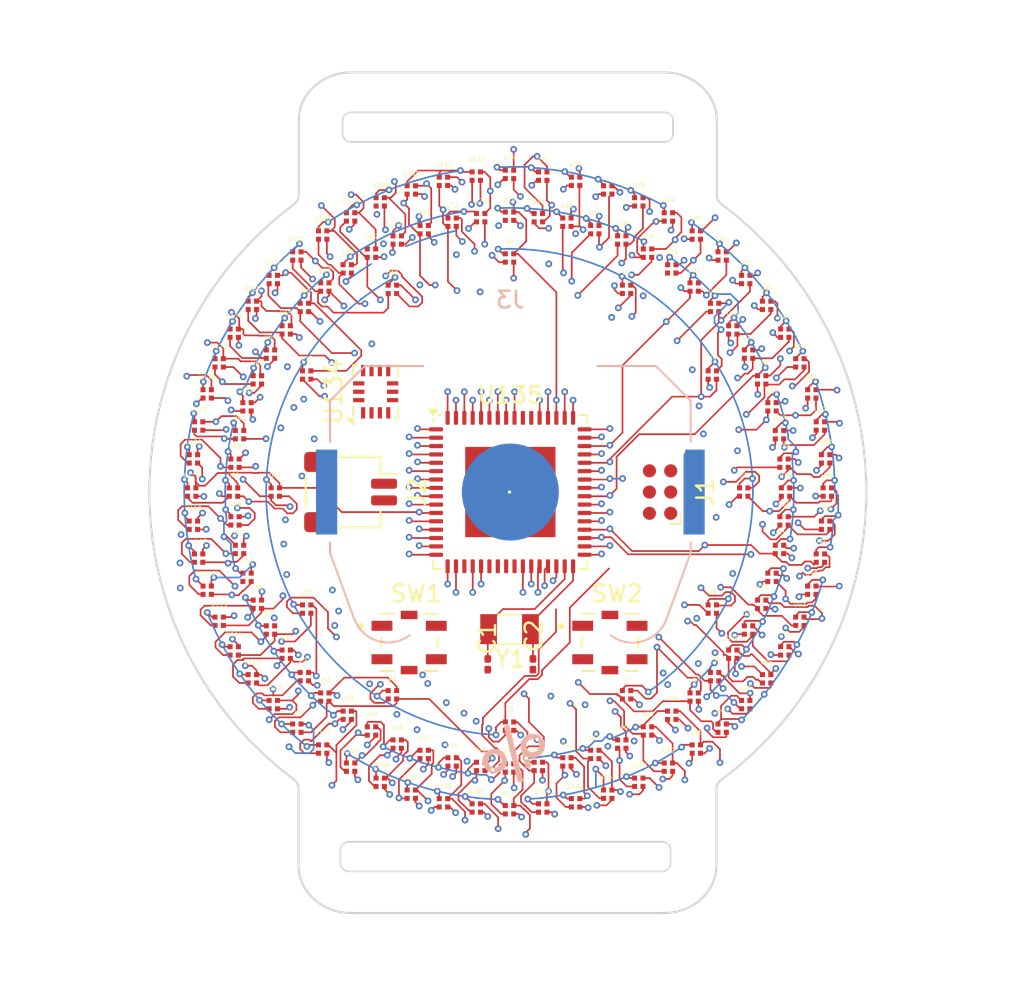
<source format=kicad_pcb>
(kicad_pcb (version 20241229) (generator "pcbnew") (generator_version "9.0")
  (layers (0 "F.Cu" signal) (4 "In1.Cu" mixed "GND.Cu") (6 "In2.Cu" mixed "PWR.Cu") (2 "B.Cu" signal) (13 "F.Paste" user) (15 "B.Paste" user) (5 "F.SilkS" user "F.Silkscreen") (7 "B.SilkS" user "B.Silkscreen") (1 "F.Mask" user) (3 "B.Mask" user) (25 "Edge.Cuts" user))
  (net 0 "")
  (net 1 "/Minute3")
  (net 2 "/B4")
  (net 3 "/R1")
  (net 4 "Net-(J1-GND)")
  (net 5 "/Minute4")
  (net 6 "/Minute5")
  (net 7 "/R4")
  (net 8 "/B6")
  (net 9 "/Minute2")
  (net 10 "Net-(J1-VCC)")
  (net 11 "/B2")
  (net 12 "/Second4")
  (net 13 "/G5")
  (net 14 "/G1")
  (net 15 "/R6")
  (net 16 "/B5")
  (net 17 "Net-(J1-~{RST})")
  (net 18 "/Second7")
  (net 19 "/Minute6")
  (net 20 "/Second3")
  (net 21 "/Second2")
  (net 22 "/G2")
  (net 23 "/Minute10")
  (net 24 "/G6")
  (net 25 "/G3")
  (net 26 "/Hour2")
  (net 27 "/Second6")
  (net 28 "/B3")
  (net 29 "/R3")
  (net 30 "/Minute9")
  (net 31 "/Minute8")
  (net 32 "/G4")
  (net 33 "/R2")
  (net 34 "/Second10")
  (net 35 "/Minute7")
  (net 36 "/Minute1")
  (net 37 "/Second1")
  (net 38 "/Second8")
  (net 39 "/B1")
  (net 40 "/Second5")
  (net 41 "/Hour1")
  (net 42 "/Second9")
  (net 43 "/R5")
  (net 44 "Net-(U135-PF0)")
  (net 45 "Net-(U135-PF1)")
  (net 46 "Net-(U135-PF3)")
  (net 47 "Net-(U135-PF2)")
  (net 48 "Net-(U134-INT1)")
  (net 49 "Net-(U134-SCx)")
  (net 50 "Net-(U134-SDx)")
  (net 54 "Net-(U135-PD7)")
  (net 57 "Net-(U135-PD6)")
  (net 58 "unconnected-(U135-NC-Pad1)")
  (net 59 "unconnected-(U135-AREF-Pad62)")
  (net 60 "unconnected-(U135-AVCC-Pad64)")
  (footprint "B39D3RGB_F6C0001HOU1930:B39D3RGB-F6C0001HOU1930_HVK" (layer "F.Cu") (at 93.2888 84.9265)
    (property "Reference" "U70")
    (property "Value" "B39D3RGB-F6C0001HOU1930")
  )
  (footprint "B39D3RGB_F6C0001HOU1930:B39D3RGB-F6C0001HOU1930_HVK" (layer "F.Cu") (at 112.7135 114.1198)
    (property "Reference" "U97")
    (property "Value" "B39D3RGB-F6C0001HOU1930")
  )
  (footprint "B39D3RGB_F6C0001HOU1930:B39D3RGB-F6C0001HOU1930_HVK" (layer "F.Cu") (at 86.6512 109.6985)
    (property "Reference" "U53")
    (property "Value" "B39D3RGB-F6C0001HOU1930")
  )
  (footprint "B39D3RGB_F6C0001HOU1930:B39D3RGB-F6C0001HOU1930_HVK" (layer "F.Cu") (at 116.1394 96.5695)
    (property "Reference" "U27")
    (property "Value" "B39D3RGB-F6C0001HOU1930")
  )
  (footprint "B39D3RGB_F6C0001HOU1930:B39D3RGB-F6C0001HOU1930_HVK" (layer "F.Cu") (at 90.3015 86.6512)
    (property "Reference" "U68")
    (property "Value" "B39D3RGB-F6C0001HOU1930")
  )
  (footprint "B39D3RGB_F6C0001HOU1930:B39D3RGB-F6C0001HOU1930_HVK" (layer "F.Cu") (at 94.1287 81.9299)
    (property "Reference" "U131")
    (property "Value" "B39D3RGB-F6C0001HOU1930")
  )
  (footprint "B39D3RGB_F6C0001HOU1930:B39D3RGB-F6C0001HOU1930_HVK" (layer "F.Cu") (at 81.1041 101.986)
    (property "Reference" "U118")
    (property "Value" "B39D3RGB-F6C0001HOU1930")
  )
  (footprint "B39D3RGB_F6C0001HOU1930:B39D3RGB-F6C0001HOU1930_HVK" (layer "F.Cu") (at 91.75 114.2894)
    (property "Reference" "U49")
    (property "Value" "B39D3RGB-F6C0001HOU1930")
  )
  (footprint "B39D3RGB_F6C0001HOU1930:B39D3RGB-F6C0001HOU1930_HVK" (layer "F.Cu") (at 93.2888 115.0735)
    (property "Reference" "U48")
    (property "Value" "B39D3RGB-F6C0001HOU1930")
  )
  (footprint "Crystal:Crystal_SMD_3215-2Pin_3.2x1.5mm" (layer "F.Cu") (at 100 108.2 180)
    (property "Reference" "Y1")
    (property "Value" "Crystal")
  )
  (footprint "B39D3RGB_F6C0001HOU1930:B39D3RGB-F6C0001HOU1930_HVK" (layer "F.Cu") (at 118.0701 105.8713)
    (property "Reference" "U92")
    (property "Value" "B39D3RGB-F6C0001HOU1930")
  )
  (footprint "B39D3RGB_F6C0001HOU1930:B39D3RGB-F6C0001HOU1930_HVK" (layer "F.Cu") (at 85.7106 91.75)
    (property "Reference" "U64")
    (property "Value" "B39D3RGB-F6C0001HOU1930")
  )
  (footprint "B39D3RGB_F6C0001HOU1930:B39D3RGB-F6C0001HOU1930_HVK" (layer "F.Cu") (at 115.0735 93.2888)
    (property "Reference" "U25")
    (property "Value" "B39D3RGB-F6C0001HOU1930")
  )
  (footprint "B39D3RGB_F6C0001HOU1930:B39D3RGB-F6C0001HOU1930_HVK" (layer "F.Cu") (at 108.25 85.7106)
    (property "Reference" "U19")
    (property "Value" "B39D3RGB-F6C0001HOU1930")
  )
  (footprint "B39D3RGB_F6C0001HOU1930:B39D3RGB-F6C0001HOU1930_HVK" (layer "F.Cu") (at 105.8713 118.0701)
    (property "Reference" "U101")
    (property "Value" "B39D3RGB-F6C0001HOU1930")
  )
  (footprint "B39D3RGB_F6C0001HOU1930:B39D3RGB-F6C0001HOU1930_HVK" (layer "F.Cu") (at 112.2619 88.9593)
    (property "Reference" "U22")
    (property "Value" "B39D3RGB-F6C0001HOU1930")
  )
  (footprint "Connector_JST:JST_SH_SM02B-SRSS-TB_1x02-1MP_P1.00mm_Horizontal" (layer "F.Cu") (at 90.5 100 -90)
    (property "Reference" "J2")
    (property "Value" "Lipo")
  )
  (footprint "B39D3RGB_F6C0001HOU1930:B39D3RGB-F6C0001HOU1930_HVK" (layer "F.Cu") (at 100 86)
    (property "Reference" "U2")
    (property "Value" "B39D3RGB-F6C0001HOU1930")
  )
  (footprint "B39D3RGB_F6C0001HOU1930:B39D3RGB-F6C0001HOU1930_HVK" (layer "F.Cu") (at 100 119)
    (property "Reference" "U104")
    (property "Value" "B39D3RGB-F6C0001HOU1930")
  )
  (footprint "B39D3RGB_F6C0001HOU1930:B39D3RGB-F6C0001HOU1930_HVK" (layer "F.Cu") (at 114.1198 112.7135)
    (property "Reference" "U96")
    (property "Value" "B39D3RGB-F6C0001HOU1930")
  )
  (footprint "B39D3RGB_F6C0001HOU1930:B39D3RGB-F6C0001HOU1930_HVK" (layer "F.Cu") (at 103.4305 116.1394)
    (property "Reference" "U42")
    (property "Value" "B39D3RGB-F6C0001HOU1930")
  )
  (footprint "B39D3RGB_F6C0001HOU1930:B39D3RGB-F6C0001HOU1930_HVK" (layer "F.Cu") (at 83.5 100)
    (property "Reference" "U59")
    (property "Value" "B39D3RGB-F6C0001HOU1930")
  )
  (footprint "B39D3RGB_F6C0001HOU1930:B39D3RGB-F6C0001HOU1930_HVK" (layer "F.Cu") (at 96.5695 116.1394)
    (property "Reference" "U46")
    (property "Value" "B39D3RGB-F6C0001HOU1930")
  )
  (footprint "B39D3RGB_F6C0001HOU1930:B39D3RGB-F6C0001HOU1930_HVK" (layer "F.Cu") (at 112.7135 85.8802)
    (property "Reference" "U81")
    (property "Value" "B39D3RGB-F6C0001HOU1930")
  )
  (footprint "B39D3RGB_F6C0001HOU1930:B39D3RGB-F6C0001HOU1930_HVK" (layer "F.Cu") (at 118.5848 96.0497)
    (property "Reference" "U87")
    (property "Value" "B39D3RGB-F6C0001HOU1930")
  )
  (footprint "B39D3RGB_F6C0001HOU1930:B39D3RGB-F6C0001HOU1930_HVK" (layer "F.Cu") (at 84.9265 106.7112)
    (property "Reference" "U55")
    (property "Value" "B39D3RGB-F6C0001HOU1930")
  )
  (footprint "B39D3RGB_F6C0001HOU1930:B39D3RGB-F6C0001HOU1930_HVK" (layer "F.Cu") (at 96.5695 83.8606)
    (property "Reference" "U72")
    (property "Value" "B39D3RGB-F6C0001HOU1930")
  )
  (footprint "Capacitor_SMD:C_0201_0603Metric" (layer "F.Cu") (at 98.7 110.3 90)
    (property "Reference" "C1")
    (property "Value" "C")
  )
  (footprint "B39D3RGB_F6C0001HOU1930:B39D3RGB-F6C0001HOU1930_HVK" (layer "F.Cu") (at 83.5904 101.7247)
    (property "Reference" "U58")
    (property "Value" "B39D3RGB-F6C0001HOU1930")
  )
  (footprint "B39D3RGB_F6C0001HOU1930:B39D3RGB-F6C0001HOU1930_HVK" (layer "F.Cu") (at 107 87.8756)
    (property "Reference" "U3")
    (property "Value" "B39D3RGB-F6C0001HOU1930")
  )
  (footprint "B39D3RGB_F6C0001HOU1930:B39D3RGB-F6C0001HOU1930_HVK" (layer "F.Cu") (at 105.0988 115.6924)
    (property "Reference" "U41")
    (property "Value" "B39D3RGB-F6C0001HOU1930")
  )
  (footprint "B39D3RGB_F6C0001HOU1930:B39D3RGB-F6C0001HOU1930_HVK" (layer "F.Cu") (at 81.1041 98.014)
    (property "Reference" "U120")
    (property "Value" "B39D3RGB-F6C0001HOU1930")
  )
  (footprint "B39D3RGB_F6C0001HOU1930:B39D3RGB-F6C0001HOU1930_HVK" (layer "F.Cu") (at 92.272 117.3574)
    (property "Reference" "U108")
    (property "Value" "B39D3RGB-F6C0001HOU1930")
  )
  (footprint "B39D3RGB_F6C0001HOU1930:B39D3RGB-F6C0001HOU1930_HVK" (layer "F.Cu") (at 118.8959 101.986)
    (property "Reference" "U90")
    (property "Value" "B39D3RGB-F6C0001HOU1930")
  )
  (footprint "B39D3RGB_F6C0001HOU1930:B39D3RGB-F6C0001HOU1930_HVK" (layer "F.Cu") (at 105.8713 81.9299)
    (property "Reference" "U77" (hide yes))
    (property "Value" "B39D3RGB-F6C0001HOU1930")
  )
  (footprint "B39D3RGB_F6C0001HOU1930:B39D3RGB-F6C0001HOU1930_HVK" (layer "F.Cu") (at 98.2753 83.5904)
    (property "Reference" "U73")
    (property "Value" "B39D3RGB-F6C0001HOU1930")
  )
  (footprint "B39D3RGB_F6C0001HOU1930:B39D3RGB-F6C0001HOU1930_HVK" (layer "F.Cu") (at 92.272 82.6426)
    (property "Reference" "U130")
    (property "Value" "B39D3RGB-F6C0001HOU1930")
  )
  (footprint "B39D3RGB_F6C0001HOU1930:B39D3RGB-F6C0001HOU1930_HVK" (layer "F.Cu") (at 115.3713 88.8321)
    (property "Reference" "U83")
    (property "Value" "B39D3RGB-F6C0001HOU1930")
  )
  (footprint "B39D3RGB_F6C0001HOU1930:B39D3RGB-F6C0001HOU1930_HVK" (layer "F.Cu") (at 119 100)
    (property "Reference" "U89")
    (property "Value" "B39D3RGB-F6C0001HOU1930")
  )
  (footprint "B39D3RGB_F6C0001HOU1930:B39D3RGB-F6C0001HOU1930_HVK" (layer "F.Cu") (at 111.0407 112.2619)
    (property "Reference" "U37")
    (property "Value" "B39D3RGB-F6C0001HOU1930")
  )
  (footprint "B39D3RGB_F6C0001HOU1930:B39D3RGB-F6C0001HOU1930_HVK" (layer "F.Cu") (at 113.3488 109.6985)
    (property "Reference" "U35")
    (property "Value" "B39D3RGB-F6C0001HOU1930")
  )
  (footprint "B39D3RGB_F6C0001HOU1930:B39D3RGB-F6C0001HOU1930_HVK" (layer "F.Cu") (at 81.4152 103.9503)
    (property "Reference" "U117")
    (property "Value" "B39D3RGB-F6C0001HOU1930")
  )
  (footprint "B39D3RGB_F6C0001HOU1930:B39D3RGB-F6C0001HOU1930_HVK" (layer "F.Cu") (at 93 112.1244)
    (property "Reference" "U9")
    (property "Value" "B39D3RGB-F6C0001HOU1930")
  )
  (footprint "B39D3RGB_F6C0001HOU1930:B39D3RGB-F6C0001HOU1930_HVK" (layer "F.Cu") (at 87.2865 85.8802)
    (property "Reference" "U127")
    (property "Value" "B39D3RGB-F6C0001HOU1930")
  )
  (footprint "B39D3RGB_F6C0001HOU1930:B39D3RGB-F6C0001HOU1930_HVK" (layer "F.Cu") (at 101.7247 83.5904)
    (property "Reference" "U15")
    (property "Value" "B39D3RGB-F6C0001HOU1930")
  )
  (footprint "B39D3RGB_F6C0001HOU1930:B39D3RGB-F6C0001HOU1930_HVK" (layer "F.Cu") (at 106.7112 84.9265)
    (property "Reference" "U18")
    (property "Value" "B39D3RGB-F6C0001HOU1930")
  )
  (footprint "B39D3RGB_F6C0001HOU1930:B39D3RGB-F6C0001HOU1930_HVK" (layer "F.Cu") (at 114.2894 91.75)
    (property "Reference" "U24")
    (property "Value" "B39D3RGB-F6C0001HOU1930")
  )
  (footprint "B39D3RGB_F6C0001HOU1930:B39D3RGB-F6C0001HOU1930_HVK" (layer "F.Cu") (at 111.0407 87.7381)
    (property "Reference" "U21")
    (property "Value" "B39D3RGB-F6C0001HOU1930")
  )
  (footprint "kicad-footprints:SW_TS21-34-035-BK-260-SMT-TR" (layer "F.Cu") (at 106 109)
    (property "Reference" "SW2")
    (property "Value" "SW_DPST")
  )
  (footprint "B39D3RGB_F6C0001HOU1930:B39D3RGB-F6C0001HOU1930_HVK" (layer "F.Cu") (at 98.014 81.1041)
    (property "Reference" "U133")
    (property "Value" "B39D3RGB-F6C0001HOU1930")
  )
  (footprint "B39D3RGB_F6C0001HOU1930:B39D3RGB-F6C0001HOU1930_HVK" (layer "F.Cu") (at 100 116.5)
    (property "Reference" "U44")
    (property "Value" "B39D3RGB-F6C0001HOU1930")
  )
  (footprint "B39D3RGB_F6C0001HOU1930:B39D3RGB-F6C0001HOU1930_HVK" (layer "F.Cu") (at 84.6287 88.8321)
    (property "Reference" "U125")
    (property "Value" "B39D3RGB-F6C0001HOU1930")
  )
  (footprint "B39D3RGB_F6C0001HOU1930:B39D3RGB-F6C0001HOU1930_HVK" (layer "F.Cu") (at 108.25 114.2894)
    (property "Reference" "U39")
    (property "Value" "B39D3RGB-F6C0001HOU1930")
  )
  (footprint "B39D3RGB_F6C0001HOU1930:B39D3RGB-F6C0001HOU1930_HVK" (layer "F.Cu") (at 112.1244 93)
    (property "Reference" "U4")
    (property "Value" "B39D3RGB-F6C0001HOU1930")
  )
  (footprint "B39D3RGB_F6C0001HOU1930:B39D3RGB-F6C0001HOU1930_HVK" (layer "F.Cu") (at 114.2894 108.25)
    (property "Reference" "U34")
    (property "Value" "B39D3RGB-F6C0001HOU1930")
  )
  (footprint "B39D3RGB_F6C0001HOU1930:B39D3RGB-F6C0001HOU1930_HVK" (layer "F.Cu") (at 111.1679 84.6287)
    (property "Reference" "U80")
    (property "Value" "B39D3RGB-F6C0001HOU1930")
  )
  (footprint "B39D3RGB_F6C0001HOU1930:B39D3RGB-F6C0001HOU1930_HVK" (layer "F.Cu") (at 83.5455 109.5)
    (property "Reference" "U114")
    (property "Value" "B39D3RGB-F6C0001HOU1930")
  )
  (footprint "B39D3RGB_F6C0001HOU1930:B39D3RGB-F6C0001HOU1930_HVK" (layer "F.Cu") (at 83.8606 96.5695)
    (property "Reference" "U61")
    (property "Value" "B39D3RGB-F6C0001HOU1930")
  )
  (footprint "B39D3RGB_F6C0001HOU1930:B39D3RGB-F6C0001HOU1930_HVK" (layer "F.Cu") (at 90.5 116.4545)
    (property "Reference" "U109")
    (property "Value" "B39D3RGB-F6C0001HOU1930")
  )
  (footprint "B39D3RGB_F6C0001HOU1930:B39D3RGB-F6C0001HOU1930_HVK" (layer "F.Cu") (at 94.1287 118.0701)
    (property "Reference" "U107")
    (property "Value" "B39D3RGB-F6C0001HOU1930")
  )
  (footprint "B39D3RGB_F6C0001HOU1930:B39D3RGB-F6C0001HOU1930_HVK" (layer "F.Cu") (at 81.4152 96.0497)
    (property "Reference" "U121")
    (property "Value" "B39D3RGB-F6C0001HOU1930")
  )
  (footprint "B39D3RGB_F6C0001HOU1930:B39D3RGB-F6C0001HOU1930_HVK" (layer "F.Cu") (at 101.7247 116.4096)
    (property "Reference" "U43")
    (property "Value" "B39D3RGB-F6C0001HOU1930")
  )
  (footprint "B39D3RGB_F6C0001HOU1930:B39D3RGB-F6C0001HOU1930_HVK" (layer "F.Cu") (at 86.6512 90.3015)
    (property "Reference" "U65")
    (property "Value" "B39D3RGB-F6C0001HOU1930")
  )
  (footprint "B39D3RGB_F6C0001HOU1930:B39D3RGB-F6C0001HOU1930_HVK" (layer "F.Cu") (at 107 112.1244)
    (property "Reference" "U7")
    (property "Value" "B39D3RGB-F6C0001HOU1930")
  )
  (footprint "B39D3RGB_F6C0001HOU1930:B39D3RGB-F6C0001HOU1930_HVK" (layer "F.Cu") (at 91.75 85.7106)
    (property "Reference" "U69")
    (property "Value" "B39D3RGB-F6C0001HOU1930")
  )
  (footprint "B39D3RGB_F6C0001HOU1930:B39D3RGB-F6C0001HOU1930_HVK" (layer "F.Cu") (at 98.014 118.8959)
    (property "Reference" "U105")
    (property "Value" "B39D3RGB-F6C0001HOU1930")
  )
  (footprint "B39D3RGB_F6C0001HOU1930:B39D3RGB-F6C0001HOU1930_HVK" (layer "F.Cu") (at 90.5 83.5455)
    (property "Reference" "U129")
    (property "Value" "B39D3RGB-F6C0001HOU1930")
  )
  (footprint "B39D3RGB_F6C0001HOU1930:B39D3RGB-F6C0001HOU1930_HVK" (layer "F.Cu") (at 115.3713 111.1679)
    (property "Reference" "U95")
    (property "Value" "B39D3RGB-F6C0001HOU1930")
  )
  (footprint "B39D3RGB_F6C0001HOU1930:B39D3RGB-F6C0001HOU1930_HVK" (layer "F.Cu") (at 115.6924 105.0988)
    (property "Reference" "U32")
    (property "Value" "B39D3RGB-F6C0001HOU1930")
  )
  (footprint "B39D3RGB_F6C0001HOU1930:B39D3RGB-F6C0001HOU1930_HVK" (layer "F.Cu") (at 85.7106 108.25)
    (property "Reference" "U54")
    (property "Value" "B39D3RGB-F6C0001HOU1930")
  )
  (footprint "B39D3RGB_F6C0001HOU1930:B39D3RGB-F6C0001HOU1930_HVK" (layer "F.Cu") (at 88.8321 84.6287)
    (property "Reference" "U128")
    (property "Value" "B39D3RGB-F6C0001HOU1930")
  )
  (footprint "B39D3RGB_F6C0001HOU1930:B39D3RGB-F6C0001HOU1930_HVK" (layer "F.Cu") (at 116.4096 101.7247)
    (property "Reference" "U30")
    (property "Value" "B39D3RGB-F6C0001HOU1930")
  )
  (footprint "B39D3RGB_F6C0001HOU1930:B39D3RGB-F6C0001HOU1930_HVK" (layer "F.Cu") (at 85.8802 87.2865)
    (property "Reference" "U126")
    (property "Value" "B39D3RGB-F6C0001HOU1930")
  )
  (footprint "B39D3RGB_F6C0001HOU1930:B39D3RGB-F6C0001HOU1930_HVK" (layer "F.Cu") (at 116.1394 103.4305)
    (property "Reference" "U31")
    (property "Value" "B39D3RGB-F6C0001HOU1930")
  )
  (footprint "B39D3RGB_F6C0001HOU1930:B39D3RGB-F6C0001HOU1930_HVK" (layer "F.Cu") (at 90.3015 113.3488)
    (property "Reference" "U50")
    (property "Value" "B39D3RGB-F6C0001HOU1930")
  )
  (footprint "B39D3RGB_F6C0001HOU1930:B39D3RGB-F6C0001HOU1930_HVK" (layer "F.Cu") (at 84.3076 94.9012)
    (property "Reference" "U62")
    (property "Value" "B39D3RGB-F6C0001HOU1930")
  )
  (footprint "B39D3RGB_F6C0001HOU1930:B39D3RGB-F6C0001HOU1930_HVK" (layer "F.Cu") (at 96.0497 118.5848)
    (property "Reference" "U106")
    (property "Value" "B39D3RGB-F6C0001HOU1930")
  )
  (footprint "B39D3RGB_F6C0001HOU1930:B39D3RGB-F6C0001HOU1930_HVK" (layer "F.Cu") (at 109.6985 86.6512)
    (property "Reference" "U20")
    (property "Value" "B39D3RGB-F6C0001HOU1930")
  )
  (footprint "B39D3RGB_F6C0001HOU1930:B39D3RGB-F6C0001HOU1930_HVK" (layer "F.Cu") (at 83.5455 90.5)
    (property "Reference" "U124")
    (property "Value" "B39D3RGB-F6C0001HOU1930")
  )
  (footprint "B39D3RGB_F6C0001HOU1930:B39D3RGB-F6C0001HOU1930_HVK" (layer "F.Cu") (at 117.3574 107.728)
    (property "Reference" "U93")
    (property "Value" "B39D3RGB-F6C0001HOU1930")
  )
  (footprint "B39D3RGB_F6C0001HOU1930:B39D3RGB-F6C0001HOU1930_HVK" (layer "F.Cu") (at 101.986 118.8959)
    (property "Reference" "U103")
    (property "Value" "B39D3RGB-F6C0001HOU1930")
  )
  (footprint "B39D3RGB_F6C0001HOU1930:B39D3RGB-F6C0001HOU1930_HVK" (layer "F.Cu") (at 118.0701 94.1287)
    (property "Reference" "U86")
    (property "Value" "B39D3RGB-F6C0001HOU1930")
  )
  (footprint "B39D3RGB_F6C0001HOU1930:B39D3RGB-F6C0001HOU1930_HVK" (layer "F.Cu") (at 85.8802 112.7135)
    (property "Reference" "U112")
    (property "Value" "B39D3RGB-F6C0001HOU1930")
  )
  (footprint "kicad-footprints:SW_TS21-34-035-BK-260-SMT-TR" (layer "F.Cu") (at 94 109)
    (property "Reference" "SW1")
    (property "Value" "SW_DPST")
  )
  (footprint "B39D3RGB_F6C0001HOU1930:B39D3RGB-F6C0001HOU1930_HVK" (layer "F.Cu") (at 84.9265 93.2888)
    (property "Reference" "U63")
    (property "Value" "B39D3RGB-F6C0001HOU1930")
  )
  (footprint "B39D3RGB_F6C0001HOU1930:B39D3RGB-F6C0001HOU1930_HVK" (layer "F.Cu") (at 116.4545 90.5)
    (property "Reference" "U84")
    (property "Value" "B39D3RGB-F6C0001HOU1930")
  )
  (footprint "B39D3RGB_F6C0001HOU1930:B39D3RGB-F6C0001HOU1930_HVK" (layer "F.Cu") (at 117.3574 92.272)
    (property "Reference" "U85")
    (property "Value" "B39D3RGB-F6C0001HOU1930")
  )
  (footprint "B39D3RGB_F6C0001HOU1930:B39D3RGB-F6C0001HOU1930_HVK" (layer "F.Cu") (at 114.1198 87.2865)
    (property "Reference" "U82")
    (property "Value" "B39D3RGB-F6C0001HOU1930")
  )
  (footprint "B39D3RGB_F6C0001HOU1930:B39D3RGB-F6C0001HOU1930_HVK" (layer "F.Cu") (at 87.7381 88.9593)
    (property "Reference" "U66")
    (property "Value" "B39D3RGB-F6C0001HOU1930")
  )
  (footprint "B39D3RGB_F6C0001HOU1930:B39D3RGB-F6C0001HOU1930_HVK" (layer "F.Cu") (at 83.5904 98.2753)
    (property "Reference" "U60")
    (property "Value" "B39D3RGB-F6C0001HOU1930")
  )
  (footprint "B39D3RGB_F6C0001HOU1930:B39D3RGB-F6C0001HOU1930_HVK" (layer "F.Cu") (at 100 83.5)
    (property "Reference" "U14")
    (property "Value" "B39D3RGB-F6C0001HOU1930")
  )
  (footprint "B39D3RGB_F6C0001HOU1930:B39D3RGB-F6C0001HOU1930_HVK" (layer "F.Cu") (at 109.6985 113.3488)
    (property "Reference" "U38")
    (property "Value" "B39D3RGB-F6C0001HOU1930")
  )
  (footprint "B39D3RGB_F6C0001HOU1930:B39D3RGB-F6C0001HOU1930_HVK" (layer "F.Cu") (at 103.9503 81.4152)
    (property "Reference" "U76")
    (property "Value" "B39D3RGB-F6C0001HOU1930")
  )
  (footprint "B39D3RGB_F6C0001HOU1930:B39D3RGB-F6C0001HOU1930_HVK" (layer "F.Cu") (at 96.0497 81.4152)
    (property "Reference" "U132")
    (property "Value" "B39D3RGB-F6C0001HOU1930")
  )
  (footprint "B39D3RGB_F6C0001HOU1930:B39D3RGB-F6C0001HOU1930_HVK" (layer "F.Cu") (at 81 100)
    (property "Reference" "U119")
    (property "Value" "B39D3RGB-F6C0001HOU1930")
  )
  (footprint "Capacitor_SMD:C_0201_0603Metric" (layer "F.Cu") (at 101.4 110.3 -90)
    (property "Reference" "C2")
    (property "Value" "C")
  )
  (footprint "B39D3RGB_F6C0001HOU1930:B39D3RGB-F6C0001HOU1930_HVK" (layer "F.Cu") (at 111.1679 115.3713)
    (property "Reference" "U98")
    (property "Value" "B39D3RGB-F6C0001HOU1930")
  )
  (footprint "B39D3RGB_F6C0001HOU1930:B39D3RGB-F6C0001HOU1930_HVK" (layer "F.Cu") (at 113.3488 90.3015)
    (property "Reference" "U23")
    (property "Value" "B39D3RGB-F6C0001HOU1930")
  )
  (footprint "B39D3RGB_F6C0001HOU1930:B39D3RGB-F6C0001HOU1930_HVK" (layer "F.Cu") (at 101.986 81.1041)
    (property "Reference" "U75")
    (property "Value" "B39D3RGB-F6C0001HOU1930")
  )
  (footprint "B39D3RGB_F6C0001HOU1930:B39D3RGB-F6C0001HOU1930_HVK" (layer "F.Cu") (at 87.8756 107)
    (property "Reference" "U10")
    (property "Value" "B39D3RGB-F6C0001HOU1930")
  )
  (footprint "B39D3RGB_F6C0001HOU1930:B39D3RGB-F6C0001HOU1930_HVK" (layer "F.Cu") (at 86 100)
    (property "Reference" "U11")
    (property "Value" "B39D3RGB-F6C0001HOU1930")
  )
  (footprint "B39D3RGB_F6C0001HOU1930:B39D3RGB-F6C0001HOU1930_HVK" (layer "F.Cu") (at 116.4545 109.5)
    (property "Reference" "U94")
    (property "Value" "B39D3RGB-F6C0001HOU1930")
  )
  (footprint "B39D3RGB_F6C0001HOU1930:B39D3RGB-F6C0001HOU1930_HVK" (layer "F.Cu") (at 82.6426 107.728)
    (property "Reference" "U115")
    (property "Value" "B39D3RGB-F6C0001HOU1930")
  )
  (footprint "B39D3RGB_F6C0001HOU1930:B39D3RGB-F6C0001HOU1930_HVK" (layer "F.Cu") (at 87.2865 114.1198)
    (property "Reference" "U111")
    (property "Value" "B39D3RGB-F6C0001HOU1930")
  )
  (footprint "B39D3RGB_F6C0001HOU1930:B39D3RGB-F6C0001HOU1930_HVK" (layer "F.Cu") (at 88.9593 112.2619)
    (property "Reference" "U51")
    (property "Value" "B39D3RGB-F6C0001HOU1930")
  )
  (footprint "B39D3RGB_F6C0001HOU1930:B39D3RGB-F6C0001HOU1930_HVK" (layer "F.Cu") (at 100 81)
    (property "Reference" "U74")
    (property "Value" "B39D3RGB-F6C0001HOU1930")
  )
  (footprint "B39D3RGB_F6C0001HOU1930:B39D3RGB-F6C0001HOU1930_HVK" (layer "F.Cu") (at 93 87.8756)
    (property "Reference" "U13")
    (property "Value" "B39D3RGB-F6C0001HOU1930")
  )
  (footprint "B39D3RGB_F6C0001HOU1930:B39D3RGB-F6C0001HOU1930_HVK" (layer "F.Cu") (at 112.2619 111.0407)
    (property "Reference" "U36")
    (property "Value" "B39D3RGB-F6C0001HOU1930")
  )
  (footprint "B39D3RGB_F6C0001HOU1930:B39D3RGB-F6C0001HOU1930_HVK" (layer "F.Cu") (at 100 114)
    (property "Reference" "U8")
    (property "Value" "B39D3RGB-F6C0001HOU1930")
  )
  (footprint "B39D3RGB_F6C0001HOU1930:B39D3RGB-F6C0001HOU1930_HVK" (layer "F.Cu") (at 103.4305 83.8606)
    (property "Reference" "U16")
    (property "Value" "B39D3RGB-F6C0001HOU1930")
  )
  (footprint "B39D3RGB_F6C0001HOU1930:B39D3RGB-F6C0001HOU1930_HVK" (layer "F.Cu") (at 114 100)
    (property "Reference" "U5")
    (property "Value" "B39D3RGB-F6C0001HOU1930")
  )
  (footprint "B39D3RGB_F6C0001HOU1930:B39D3RGB-F6C0001HOU1930_HVK" (layer "F.Cu") (at 109.5 83.5455)
    (property "Reference" "U79")
    (property "Value" "B39D3RGB-F6C0001HOU1930")
  )
  (footprint "B39D3RGB_F6C0001HOU1930:B39D3RGB-F6C0001HOU1930_HVK" (layer "F.Cu") (at 116.5 100)
    (property "Reference" "U29")
    (property "Value" "B39D3RGB-F6C0001HOU1930")
  )
  (footprint "B39D3RGB_F6C0001HOU1930:B39D3RGB-F6C0001HOU1930_HVK" (layer "F.Cu") (at 103.9503 118.5848)
    (property "Reference" "U102")
    (property "Value" "B39D3RGB-F6C0001HOU1930")
  )
  (footprint "B39D3RGB_F6C0001HOU1930:B39D3RGB-F6C0001HOU1930_HVK" (layer "F.Cu") (at 84.3076 105.0988)
    (property "Reference" "U56")
    (property "Value" "B39D3RGB-F6C0001HOU1930")
  )
  (footprint "B39D3RGB_F6C0001HOU1930:B39D3RGB-F6C0001HOU1930_HVK" (layer "F.Cu") (at 87.8756 93)
    (property "Reference" "U12")
    (property "Value" "B39D3RGB-F6C0001HOU1930")
  )
  (footprint "B39D3RGB_F6C0001HOU1930:B39D3RGB-F6C0001HOU1930_HVK" (layer "F.Cu") (at 115.0735 106.7112)
    (property "Reference" "U33")
    (property "Value" "B39D3RGB-F6C0001HOU1930")
  )
  (footprint "B39D3RGB_F6C0001HOU1930:B39D3RGB-F6C0001HOU1930_HVK" (layer "F.Cu") (at 83.8606 103.4305)
    (property "Reference" "U57")
    (property "Value" "B39D3RGB-F6C0001HOU1930")
  )
  (footprint "B39D3RGB_F6C0001HOU1930:B39D3RGB-F6C0001HOU1930_HVK" (layer "F.Cu") (at 105.0988 84.3076)
    (property "Reference" "U17")
    (property "Value" "B39D3RGB-F6C0001HOU1930")
  )
  (footprint "B39D3RGB_F6C0001HOU1930:B39D3RGB-F6C0001HOU1930_HVK" (layer "F.Cu") (at 88.9593 87.7381)
    (property "Reference" "U67")
    (property "Value" "B39D3RGB-F6C0001HOU1930")
  )
  (footprint "B39D3RGB_F6C0001HOU1930:B39D3RGB-F6C0001HOU1930_HVK" (layer "F.Cu") (at 94.9012 84.3076)
    (property "Reference" "U71")
    (property "Value" "B39D3RGB-F6C0001HOU1930")
  )
  (footprint "Connector:Tag-Connect_TC2030-IDC-NL_2x03_P1.27mm_Vertical" (layer "F.Cu") (at 109 100 90)
    (property "Reference" "J1")
    (property "Value" "AVR-ISP-6")
  )
  (footprint "B39D3RGB_F6C0001HOU1930:B39D3RGB-F6C0001HOU1930_HVK" (layer "F.Cu") (at 107.728 82.6426)
    (property "Reference" "U78")
    (property "Value" "B39D3RGB-F6C0001HOU1930")
  )
  (footprint "B39D3RGB_F6C0001HOU1930:B39D3RGB-F6C0001HOU1930_HVK" (layer "F.Cu") (at 118.8959 98.014)
    (property "Reference" "U88")
    (property "Value" "B39D3RGB-F6C0001HOU1930")
  )
  (footprint "B39D3RGB_F6C0001HOU1930:B39D3RGB-F6C0001HOU1930_HVK" (layer "F.Cu") (at 106.7112 115.0735)
    (property "Reference" "U40")
    (property "Value" "B39D3RGB-F6C0001HOU1930")
  )
  (footprint "Package_LGA:Bosch_LGA-14_3x2.5mm_P0.5mm" (layer "F.Cu") (at 92 94 90)
    (property "Reference" "U134")
    (property "Value" "BMI160")
  )
  (footprint "B39D3RGB_F6C0001HOU1930:B39D3RGB-F6C0001HOU1930_HVK" (layer "F.Cu") (at 84.6287 111.1679)
    (property "Reference" "U113")
    (property "Value" "B39D3RGB-F6C0001HOU1930")
  )
  (footprint "B39D3RGB_F6C0001HOU1930:B39D3RGB-F6C0001HOU1930_HVK" (layer "F.Cu") (at 115.6924 94.9012)
    (property "Reference" "U26")
    (property "Value" "B39D3RGB-F6C0001HOU1930")
  )
  (footprint "B39D3RGB_F6C0001HOU1930:B39D3RGB-F6C0001HOU1930_HVK" (layer "F.Cu") (at 94.9012 115.6924)
    (property "Reference" "U47")
    (property "Value" "B39D3RGB-F6C0001HOU1930")
  )
  (footprint "B39D3RGB_F6C0001HOU1930:B39D3RGB-F6C0001HOU1930_HVK" (layer "F.Cu") (at 118.5848 103.9503)
    (property "Reference" "U91")
    (property "Value" "B39D3RGB-F6C0001HOU1930")
  )
  (footprint "B39D3RGB_F6C0001HOU1930:B39D3RGB-F6C0001HOU1930_HVK" (layer "F.Cu") (at 87.7381 111.0407)
    (property "Reference" "U52")
    (property "Value" "B39D3RGB-F6C0001HOU1930")
  )
  (footprint "B39D3RGB_F6C0001HOU1930:B39D3RGB-F6C0001HOU1930_HVK" (layer "F.Cu") (at 81.9299 105.8713)
    (property "Reference" "U116")
    (property "Value" "B39D3RGB-F6C0001HOU1930")
  )
  (footprint "B39D3RGB_F6C0001HOU1930:B39D3RGB-F6C0001HOU1930_HVK" (layer "F.Cu") (at 81.9299 94.1287)
    (property "Reference" "U122")
    (property "Value" "B39D3RGB-F6C0001HOU1930")
  )
  (footprint "B39D3RGB_F6C0001HOU1930:B39D3RGB-F6C0001HOU1930_HVK" (layer "F.Cu") (at 88.8321 115.3713)
    (property "Reference" "U110")
    (property "Value" "B39D3RGB-F6C0001HOU1930")
  )
  (footprint "Package_DFN_QFN:QFN-64-1EP_9x9mm_P0.5mm_EP5.4x5.4mm" (layer "F.Cu") (at 100.05 100)
    (property "Reference" "U135")
    (property "Value" "ATmega165PA-M")
  )
  (footprint "B39D3RGB_F6C0001HOU1930:B39D3RGB-F6C0001HOU1930_HVK" (layer "F.Cu") (at 112.1244 107)
    (property "Reference" "U6")
    (property "Value" "B39D3RGB-F6C0001HOU1930")
  )
  (footprint "B39D3RGB_F6C0001HOU1930:B39D3RGB-F6C0001HOU1930_HVK" (layer "F.Cu") (at 109.5 116.4545)
    (property "Reference" "U99")
    (property "Value" "B39D3RGB-F6C0001HOU1930")
  )
  (footprint "B39D3RGB_F6C0001HOU1930:B39D3RGB-F6C0001HOU1930_HVK" (layer "F.Cu") (at 107.728 117.3574)
    (property "Reference" "U100")
    (property "Value" "B39D3RGB-F6C0001HOU1930")
  )
  (footprint "B39D3RGB_F6C0001HOU1930:B39D3RGB-F6C0001HOU1930_HVK" (layer "F.Cu") (at 82.6426 92.272)
    (property "Reference" "U123")
    (property "Value" "B39D3RGB-F6C0001HOU1930")
  )
  (footprint "B39D3RGB_F6C0001HOU1930:B39D3RGB-F6C0001HOU1930_HVK" (layer "F.Cu") (at 116.4096 98.2753)
    (property "Reference" "U28")
    (property "Value" "B39D3RGB-F6C0001HOU1930")
  )
  (footprint "B39D3RGB_F6C0001HOU1930:B39D3RGB-F6C0001HOU1930_HVK" (layer "F.Cu") (at 98.2753 116.4096)
    (property "Reference" "U45")
    (property "Value" "B39D3RGB-F6C0001HOU1930")
  )
  (footprint "Battery:BatteryHolder_Keystone_3034_1x20mm" (layer "B.Cu") (at 100.05 100 180)
    (property "Reference" "J3")
    (property "Value" "Coin Cell")
  )
  (gr_poly (pts (xy 99.929917 113.923616) (xy 99.926694 113.92384) (xy 99.923459 113.92423) (xy 99.920217 113.924788) (xy 99.916973 113.925517) (xy 99.709045 113.977807) (xy 99.705842 113.978699) (xy 99.702722 113.979741) (xy 99.699687 113.980928) (xy 99.696741 113.982254) (xy 99.693886 113.983716) (xy 99.691126 113.985307) (xy 99.688464 113.987024) (xy 99.685901 113.988861) (xy 99.683442 113.990813) (xy 99.681089 113.992875) (xy 99.678845 113.995043) (xy 99.676713 113.997312) (xy 99.674697 113.999676) (xy 99.672798 114.00213) (xy 99.67102 114.004671) (xy 99.669367 114.007292) (xy 99.66784 114.009989) (xy 99.666443 114.012757) (xy 99.665178 114.015591) (xy 99.664049 114.018486) (xy 99.663059 114.021437) (xy 99.662211 114.024439) (xy 99.661507 114.027488) (xy 99.66095 114.030578) (xy 99.660544 114.033705) (xy 99.660291 114.036863) (xy 99.660195 114.040048) (xy 99.660258 114.043254) (xy 99.660483 114.046477) (xy 99.660873 114.049712) (xy 99.661431 114.052954) (xy 99.662161 114.056198) (xy 100.483237 117.321214) (xy 100.484129 117.324417) (xy 100.485171 117.327537) (xy 100.486358 117.330571) (xy 100.487685 117.333517) (xy 100.489146 117.336371) (xy 100.490738 117.339131) (xy 100.492455 117.341794) (xy 100.494292 117.344356) (xy 100.496244 117.346815) (xy 100.498306 117.349168) (xy 100.500474 117.351412) (xy 100.502743 117.353544) (xy 100.505107 117.35556) (xy 100.507561 117.357459) (xy 100.510101 117.359236) (xy 100.512723 117.36089) (xy 100.515419 117.362417) (xy 100.518187 117.363814) (xy 100.521021 117.365079) (xy 100.523916 117.366207) (xy 100.526867 117.367198) (xy 100.52987 117.368046) (xy 100.532918 117.36875) (xy 100.536008 117.369307) (xy 100.539135 117.369713) (xy 100.542293 117.369966) (xy 100.545477 117.370063) (xy 100.548684 117.37) (xy 100.551907 117.369775) (xy 100.555142 117.369385) (xy 100.558384 117.368827) (xy 100.561628 117.368098) (xy 100.769556 117.315808) (xy 100.772759 117.314916) (xy 100.775879 117.313875) (xy 100.778914 117.312688) (xy 100.78186 117.311361) (xy 100.784714 117.3099) (xy 100.787474 117.308308) (xy 100.790137 117.306592) (xy 100.7927 117.304755) (xy 100.795159 117.302803) (xy 100.797512 117.30074) (xy 100.799756 117.298572) (xy 100.801887 117.296304) (xy 100.803904 117.29394) (xy 100.805803 117.291485) (xy 100.80758 117.288945) (xy 100.809234 117.286324) (xy 100.810761 117.283627) (xy 100.812158 117.280859) (xy 100.813423 117.278025) (xy 100.814551 117.27513) (xy 100.815541 117.272179) (xy 100.81639 117.269177) (xy 100.817094 117.266129) (xy 100.817651 117.263039) (xy 100.818057 117.259912) (xy 100.818309 117.256754) (xy 100.818406 117.25357) (xy 100.818343 117.250364) (xy 100.818118 117.247141) (xy 100.817728 117.243906) (xy 100.817169 117.240664) (xy 100.81644 117.237421) (xy 99.995364 113.972404) (xy 99.994472 113.969201) (xy 99.99343 113.966081) (xy 99.992243 113.963047) (xy 99.990917 113.9601) (xy 99.989455 113.957246) (xy 99.987864 113.954486) (xy 99.986147 113.951823) (xy 99.98431 113.94926) (xy 99.982358 113.946801) (xy 99.980295 113.944448) (xy 99.978127 113.942204) (xy 99.975859 113.940073) (xy 99.973495 113.938056) (xy 99.97104 113.936157) (xy 99.9685 113.93438) (xy 99.965879 113.932726) (xy 99.963182 113.931199) (xy 99.960414 113.929801) (xy 99.95758 113.928537) (xy 99.954685 113.927408) (xy 99.951734 113.926418) (xy 99.948732 113.925569) (xy 99.945683 113.924865) (xy 99.942593 113.924309) (xy 99.939466 113.923902) (xy 99.936308 113.923649) (xy 99.933123 113.923553)) (fill yes) (layer "B.SilkS"))
  (gr_poly (pts (xy 101.35582 114.45) (xy 101.320817 114.452845) (xy 101.285693 114.457423) (xy 101.250448 114.463733) (xy 101.215082 114.471776) (xy 101.179215 114.481654) (xy 101.144384 114.49299) (xy 101.110587 114.505784) (xy 101.077826 114.520035) (xy 101.046099 114.535744) (xy 101.015407 114.552911) (xy 100.98575 114.571536) (xy 100.957127 114.591618) (xy 100.929539 114.613159) (xy 100.902984 114.636157) (xy 100.877465 114.660613) (xy 100.852979 114.686527) (xy 100.829527 114.713899) (xy 100.807108 114.742728) (xy 100.785724 114.773016) (xy 100.765373 114.804762) (xy 100.746385 114.837108) (xy 100.729202 114.869667) (xy 100.713821 114.90244) (xy 100.700245 114.935426) (xy 100.688472 114.968626) (xy 100.678502 115.00204) (xy 100.670336 115.035667) (xy 100.663973 115.069509) (xy 100.659415 115.103565) (xy 100.656659 115.137835) (xy 100.655708 115.17232) (xy 100.65656 115.207019) (xy 100.659216 115.241933) (xy 100.663676 115.277061) (xy 100.66994 115.312404) (xy 100.678007 115.347963) (xy 100.680655 115.358124) (xy 100.683445 115.368184) (xy 100.686358 115.378155) (xy 100.689376 115.388052) (xy 100.68962 115.388882) (xy 100.689835 115.389717) (xy 100.690024 115.390557) (xy 100.690189 115.3914) (xy 100.690331 115.392248) (xy 100.690453 115.393101) (xy 100.690557 115.393958) (xy 100.690643 115.39482) (xy 100.690776 115.396131) (xy 100.690935 115.397443) (xy 100.691119 115.398757) (xy 100.691329 115.400071) (xy 100.691565 115.401387) (xy 100.691828 115.402703) (xy 100.692118 115.404019) (xy 100.692435 115.405334) (xy 100.955444 116.451193) (xy 100.956683 116.455643) (xy 100.958131 116.459977) (xy 100.959779 116.464193) (xy 100.961622 116.468286) (xy 100.963653 116.472252) (xy 100.965864 116.476087) (xy 100.968249 116.479786) (xy 100.970801 116.483346) (xy 100.973513 116.486763) (xy 100.976378 116.490032) (xy 100.97939 116.493149) (xy 100.982541 116.49611) (xy 100.985825 116.498912) (xy 100.989235 116.50155) (xy 100.992764 116.504019) (xy 100.996406 116.506317) (xy 101.000152 116.508438) (xy 101.003998 116.51038) (xy 101.007934 116.512136) (xy 101.011956 116.513704) (xy 101.016056 116.51508) (xy 101.020227 116.516259) (xy 101.024462 116.517237) (xy 101.028755 116.51801) (xy 101.033099 116.518575) (xy 101.037486 116.518926) (xy 101.04191 116.51906) (xy 101.046365 116.518973) (xy 101.050842 116.518661) (xy 101.055336 116.518119) (xy 101.05984 116.517344) (xy 101.064346 116.516331) (xy 101.223509 116.476304) (xy 101.227959 116.475065) (xy 101.232294 116.473617) (xy 101.23651 116.471969) (xy 101.240603 116.470126) (xy 101.244569 116.468096) (xy 101.248403 116.465884) (xy 101.252103 116.4635) (xy 101.255663 116.460948) (xy 101.259079 116.458236) (xy 101.262348 116.45537) (xy 101.265465 116.452359) (xy 101.268427 116.449207) (xy 101.271229 116.445923) (xy 101.273866 116.442513) (xy 101.276336 116.438984) (xy 101.278634 116.435343) (xy 101.280755 116.431596) (xy 101.282696 116.427751) (xy 101.284453 116.423814) (xy 101.286021 116.419792) (xy 101.287396 116.415692) (xy 101.288575 116.411521) (xy 101.289554 116.407286) (xy 101.290327 116.402993) (xy 101.290891 116.39865) (xy 101.291242 116.394262) (xy 101.291377 116.389838) (xy 101.29129 116.385384) (xy 101.290977 116.380906) (xy 101.290435 116.376412) (xy 101.28966 116.371908) (xy 101.288647 116.367402) (xy 101.168309 115.888874) (xy 101.168002 115.88745) (xy 101.167795 115.886037) (xy 101.167687 115.884636) (xy 101.167672 115.883251) (xy 101.16775 115.881885) (xy 101.167916 115.880542) (xy 101.168168 115.879224) (xy 101.168503 115.877934) (xy 101.168917 115.876676) (xy 101.169408 115.875453) (xy 101.169973 115.874268) (xy 101.170608 115.873124) (xy 101.171311 115.872024) (xy 101.172078 115.870971) (xy 101.172907 115.869969) (xy 101.173794 115.869021) (xy 101.174737 115.86813) (xy 101.175733 115.867298) (xy 101.176778 115.86653) (xy 101.177869 115.865827) (xy 101.179004 115.865194) (xy 101.18018 115.864634) (xy 101.181393 115.86415) (xy 101.18264 115.863744) (xy 101.183919 115.86342) (xy 101.185226 115.863181) (xy 101.186559 115.863031) (xy 101.187914 115.862972) (xy 101.189288 115.863007) (xy 101.190679 115.86314) (xy 101.192083 115.863374) (xy 101.193498 115.863712) (xy 101.216228 115.869574) (xy 101.239077 115.874663) (xy 101.262043 115.878977) (xy 101.285128 115.882517) (xy 101.308331 115.885282) (xy 101.331653 115.887271) (xy 101.355093 115.888485) (xy 101.378652 115.888923) (xy 101.402329 115.888583) (xy 101.426126 115.887467) (xy 101.450041 115.885572) (xy 101.474076 115.8829) (xy 101.498229 115.879449) (xy 101.522502 115.875219) (xy 101.546895 115.87021) (xy 101.571407 115.864421) (xy 101.607269 115.854535) (xy 101.642077 115.84318) (xy 101.675831 115.830357) (xy 101.708532 115.816065) (xy 101.740178 115.800305) (xy 101.77077 115.783075) (xy 101.800308 115.764377) (xy 101.828792 115.744211) (xy 101.856222 115.722575) (xy 101.882598 115.699471) (xy 101.90792 115.674898) (xy 101.932188 115.648856) (xy 101.955402 115.621345) (xy 101.977562 115.592366) (xy 101.998668 115.561918) (xy 102.01872 115.530001) (xy 102.037124 115.497301) (xy 102.053755 115.464379) (xy 102.068611 115.431233) (xy 102.081694 115.397865) (xy 102.093003 115.364274) (xy 102.102538 115.33046) (xy 102.110299 115.296424) (xy 102.116286 115.262165) (xy 102.120499 115.227684) (xy 102.122939 115.192981) (xy 102.123414 115.168048) (xy 101.781784 115.168048) (xy 101.78153 115.187218) (xy 101.780311 115.206216) (xy 101.778126 115.225044) (xy 101.774976 115.243701) (xy 101.77086 115.262186) (xy 101.765778 115.2805) (xy 101.759731 115.298643) (xy 101.752718 115.316614) (xy 101.744739 115.334413) (xy 101.735794 115.352041) (xy 101.725884 115.369497) (xy 101.715201 115.386483) (xy 101.703924 115.402696) (xy 101.692055 115.418136) (xy 101.679593 115.432802) (xy 101.666538 115.446694) (xy 101.65289 115.459813) (xy 101.638649 115.472159) (xy 101.623816 115.483731) (xy 101.60839 115.49453) (xy 101.59237 115.504555) (xy 101.575759 115.513807) (xy 101.558554 115.522285) (xy 101.540756 115.52999) (xy 101.522366 115.536921) (xy 101.503382 115.543079) (xy 101.483806 115.548463) (xy 101.463019 115.553157) (xy 101.442378 115.556746) (xy 101.421883 115.55923) (xy 101.401533 115.56061) (xy 101.381329 115.560886) (xy 101.361271 115.560057) (xy 101.341358 115.558124) (xy 101.321591 115.555086) (xy 101.30197 115.550943) (xy 101.282495 115.545697) (xy 101.263165 115.539345) (xy 101.243982 115.53189) (xy 101.224943 115.523329) (xy 101.206051 115.513665) (xy 101.187304 115.502896) (xy 101.168703 115.491022) (xy 101.15578 115.481953) (xy 101.14327 115.472364) (xy 101.131188 115.462272) (xy 101.119549 115.451697) (xy 101.108367 115.440658) (xy 101.097657 115.429173) (xy 101.087434 115.41726) (xy 101.077713 115.404939) (xy 101.068508 115.392229) (xy 101.059834 115.379148) (xy 101.051706 115.365714) (xy 101.044138 115.351948) (xy 101.037145 115.337866) (xy 101.030743 115.323489) (xy 101.024945 115.308834) (xy 101.019767 115.293921) (xy 101.013401 115.272547) (xy 101.008182 115.251324) (xy 101.004108 115.230252) (xy 101.00118 115.209331) (xy 100.999397 115.188561) (xy 100.99876 115.167942) (xy 100.999267 115.147474) (xy 101.00092 115.127157) (xy 101.003717 115.106991) (xy 101.007659 115.086976) (xy 101.012746 115.067113) (xy 101.018976 115.0474) (xy 101.026351 115.027839) (xy 101.03487 115.008429) (xy 101.044533 114.98917) (xy 101.05534 114.970063) (xy 101.066166 114.952863) (xy 101.077586 114.93646) (xy 101.089598 114.920853) (xy 101.102203 114.906044) (xy 101.1154 114.892031) (xy 101.129189 114.878817) (xy 101.143571 114.866399) (xy 101.158546 114.854779) (xy 101.174112 114.843957) (xy 101.190271 114.833933) (xy 101.207021 114.824707) (xy 101.224364 114.81628) (xy 101.242298 114.80865) (xy 101.260824 114.801819) (xy 101.279942 114.795787) (xy 101.299651 114.790554) (xy 101.318292 114.786539) (xy 101.337055 114.783464) (xy 101.355902 114.781321) (xy 101.374797 114.780105) (xy 101.393703 114.77981) (xy 101.412583 114.780427) (xy 101.431401 114.781952) (xy 101.450118 114.784377) (xy 101.4687 114.787696) (xy 101.487108 114.791903) (xy 101.505306 114.796991) (xy 101.523257 114.802954) (xy 101.540925 114.809785) (xy 101.558272 114.817478) (xy 101.575261 114.826025) (xy 101.591857 114.835422) (xy 101.608802 114.846077) (xy 101.624961 114.857265) (xy 101.640334 114.868983) (xy 101.654919 114.881233) (xy 101.668718 114.894015) (xy 101.68173 114.907327) (xy 101.693955 114.921171) (xy 101.705394 114.935545) (xy 101.716045 114.950451) (xy 101.72591 114.965887) (xy 101.734987 114.981854) (xy 101.743278 114.998351) (xy 101.750781 115.015378) (xy 101.757498 115.032936) (xy 101.763427 115.051024) (xy 101.768569 115.069641) (xy 101.773143 115.089664) (xy 101.776752 115.109515) (xy 101.779395 115.129197) (xy 101.781072 115.148708) (xy 101.781784 115.168048) (xy 102.123414 115.168048) (xy 102.123604 115.158056) (xy 102.122496 115.122908) (xy 102.119615 115.087539) (xy 102.114959 115.051948) (xy 102.10853 115.016136) (xy 102.100328 114.980101) (xy 102.090842 114.94589) (xy 102.079838 114.912665) (xy 102.067317 114.880425) (xy 102.053278 114.849171) (xy 102.037721 114.818902) (xy 102.020646 114.789619) (xy 102.002053 114.761321) (xy 101.981942 114.734008) (xy 101.960313 114.707682) (xy 101.937167 114.68234) (xy 101.912503 114.657984) (xy 101.88632 114.634614) (xy 101.85862 114.612229) (xy 101.829402 114.59083) (xy 101.798667 114.570415) (xy 101.766413 114.550987) (xy 101.732863 114.533043) (xy 101.699191 114.516831) (xy 101.665399 114.502352) (xy 101.631485 114.489605) (xy 101.597451 114.478591) (xy 101.563295 114.469309) (xy 101.529019 114.46176) (xy 101.494621 114.455943) (xy 101.460102 114.451859) (xy 101.425463 114.449507) (xy 101.390702 114.448887)) (fill yes) (layer "B.SilkS"))
  (gr_poly (pts (xy 99.065728 115.360473) (xy 99.030772 115.363514) (xy 98.995997 115.36834) (xy 98.961403 115.374949) (xy 98.926992 115.383343) (xy 98.892763 115.39352) (xy 98.858715 115.405482) (xy 98.82485 115.419227) (xy 98.791166 115.434757) (xy 98.757664 115.452071) (xy 98.725047 115.470587) (xy 98.693884 115.49019) (xy 98.664177 115.510879) (xy 98.635925 115.532656) (xy 98.609127 115.555519) (xy 98.583785 115.579469) (xy 98.559897 115.604507) (xy 98.537464 115.630632) (xy 98.516486 115.657844) (xy 98.496963 115.686144) (xy 98.478895 115.715532) (xy 98.462281 115.746007) (xy 98.447122 115.77757) (xy 98.433417 115.810221) (xy 98.421167 115.843961) (xy 98.410372 115.878788) (xy 98.401087 115.914536) (xy 98.393639 115.950085) (xy 98.388028 115.985435) (xy 98.384254 116.020587) (xy 98.382317 116.05554) (xy 98.382216 116.090294) (xy 98.383953 116.124849) (xy 98.387526 116.159205) (xy 98.392937 116.193362) (xy 98.400185 116.227319) (xy 98.40927 116.261077) (xy 98.420192 116.294636) (xy 98.432951 116.327994) (xy 98.447547 116.361154) (xy 98.463981 116.394113) (xy 98.482252 116.426872) (xy 98.501538 116.458714) (xy 98.521969 116.489182) (xy 98.543545 116.518276) (xy 98.566265 116.545995) (xy 98.590131 116.57234) (xy 98.615142 116.597311) (xy 98.641298 116.620907) (xy 98.668599 116.64313) (xy 98.697045 116.663977) (xy 98.726635 116.683451) (xy 98.757371 116.70155) (xy 98.789252 116.718276) (xy 98.822278 116.733626) (xy 98.856448 116.747603) (xy 98.891764 116.760205) (xy 98.928225 116.771434) (xy 98.964218 116.780812) (xy 99.000029 116.788407) (xy 99.035658 116.794218) (xy 99.071105 116.798244) (xy 99.106369 116.800487) (xy 99.141452 116.800946) (xy 99.176353 116.79962) (xy 99.211071 116.796511) (xy 99.245607 116.791617) (xy 99.279961 116.78494) (xy 99.314133 116.776478) (xy 99.348123 116.766232) (xy 99.38193 116.754202) (xy 99.415555 116.740388) (xy 99.448997 116.72479) (xy 99.482257 116.707407) (xy 99.514487 116.688505) (xy 99.545305 116.668478) (xy 99.57471 116.647328) (xy 99.602703 116.625055) (xy 99.629283 116.601657) (xy 99.654451 116.577136) (xy 99.678207 116.55149) (xy 99.70055 116.524721) (xy 99.721481 116.496829) (xy 99.740999 116.467812) (xy 99.759105 116.437672) (xy 99.775799 116.406407) (xy 99.79108 116.374019) (xy 99.804949 116.340507) (xy 99.817405 116.305872) (xy 99.828449 116.270112) (xy 99.837278 116.235968) (xy 99.844303 116.201904) (xy 99.849525 116.167921) (xy 99.852944 116.134018) (xy 99.854559 116.100196) (xy 99.854395 116.070627) (xy 99.509212 116.070627) (xy 99.509051 116.08917) (xy 99.507936 116.107795) (xy 99.505867 116.126501) (xy 99.502845 116.145289) (xy 99.49887 116.164158) (xy 99.493941 116.183109) (xy 99.487897 116.202737) (xy 99.481117 116.221739) (xy 99.473601 116.240115) (xy 99.465348 116.257865) (xy 99.45636 116.274988) (xy 99.446636 116.291485) (xy 99.436176 116.307355) (xy 99.424981 116.322599) (xy 99.413049 116.337216) (xy 99.400382 116.351206) (xy 99.386979 116.364569) (xy 99.37284 116.377305) (xy 99.357966 116.389413) (xy 99.342356 116.400895) (xy 99.32601 116.411748) (xy 99.308929 116.421975) (xy 99.291183 116.431342) (xy 99.27331 116.439744) (xy 99.255311 116.447179) (xy 99.237185 116.453648) (xy 99.218933 116.459151) (xy 99.200555 116.463688) (xy 99.18205 116.467258) (xy 99.163418 116.469862) (xy 99.144661 116.4715) (xy 99.125777 116.472172) (xy 99.106766 116.471877) (xy 99.08763 116.470617) (xy 99.068367 116.46839) (xy 99.048979 116.465197) (xy 99.029464 116.461038) (xy 99.009823 116.455913) (xy 98.990665 116.449994) (xy 98.972122 116.443321) (xy 98.954196 116.435893) (xy 98.936885 116.427709) (xy 98.92019 116.418771) (xy 98.904112 116.409078) (xy 98.888649 116.39863) (xy 98.873802 116.387426) (xy 98.85957 116.375468) (xy 98.845955 116.362755) (xy 98.832956 116.349287) (xy 98.820572 116.335064) (xy 98.808804 116.320086) (xy 98.797652 116.304353) (xy 98.787116 116.287865) (xy 98.777196 116.270623) (xy 98.767826 116.252884) (xy 98.759418 116.235032) (xy 98.751973 116.217069) (xy 98.74549 116.198993) (xy 98.739969 116.180806) (xy 98.735409 116.162507) (xy 98.731812 116.144096) (xy 98.729177 116.125573) (xy 98.727504 116.106939) (xy 98.726793 116.088194) (xy 98.727044 116.069337) (xy 98.728257 116.050369) (xy 98.730431 116.031291) (xy 98.733568 116.012101) (xy 98.737666 115.992801) (xy 98.742726 115.97339) (xy 98.748645 115.954228) (xy 98.755324 115.935667) (xy 98.762762 115.917706) (xy 98.77096 115.900344) (xy 98.779917 115.883583) (xy 98.789633 115.867422) (xy 98.800109 115.851862) (xy 98.811344 115.836903) (xy 98.823339 115.822544) (xy 98.836092 115.808786) (xy 98.849605 115.795629) (xy 98.863877 115.783073) (xy 98.878908 115.771118) (xy 98.894699 115.759765) (xy 98.911248 115.749013) (xy 98.928556 115.738863) (xy 98.946076 115.729436) (xy 98.963737 115.720977) (xy 98.981538 115.713488) (xy 98.999481 115.706969) (xy 99.017565 115.701419) (xy 99.03579 115.696839) (xy 99.054156 115.693228) (xy 99.072663 115.690588) (xy 99.091311 115.688917) (xy 99.110099 115.688217) (xy 99.129029 115.688486) (xy 99.148099 115.689727) (xy 99.16731 115.691937) (xy 99.186662 115.695118) (xy 99.206155 115.69927) (xy 99.225789 115.704393) (xy 99.24472 115.710247) (xy 99.263066 115.716866) (xy 99.280826 115.724248) (xy 99.298001 115.732394) (xy 99.314591 115.741304) (xy 99.330594 115.750978) (xy 99.346012 115.761415) (xy 99.360844 115.772615) (xy 99.37509 115.784578) (xy 99.38875 115.797304) (xy 99.401823 115.810793) (xy 99.41431 115.825045) (xy 99.42621 115.840059) (xy 99.437523 115.855836) (xy 99.44825 115.872375) (xy 99.458389 115.889675) (xy 99.467762 115.907404) (xy 99.476181 115.925214) (xy 99.483647 115.943105) (xy 99.49016 115.961078) (xy 99.495719 115.979133) (xy 99.500324 115.997268) (xy 99.503976 116.015486) (xy 99.506675 116.033785) (xy 99.50842 116.052165) (xy 99.509212 116.070627) (xy 99.854395 116.070627) (xy 99.854372 116.066454) (xy 99.852381 116.032793) (xy 99.848587 115.999211) (xy 99.84299 115.965709) (xy 99.83559 115.932287) (xy 99.826387 115.898944) (xy 99.815381 115.865682) (xy 99.802572 115.832498) (xy 99.787961 115.799394) (xy 99.771546 115.766369) (xy 99.753328 115.733423) (xy 99.733248 115.701107) (xy 99.712196 115.67023) (xy 99.690173 115.640793) (xy 99.667179 115.612796) (xy 99.643214 115.586238) (xy 99.618277 115.56112) (xy 99.59237 115.537443) (xy 99.565492 115.515205) (xy 99.537644 115.494406) (xy 99.508824 115.475048) (xy 99.479033 115.457129) (xy 99.448272 115.440651) (xy 99.41654 115.425612) (xy 99.383837 115.412013) (xy 99.350164 115.399854) (xy 99.315519 115.389135) (xy 99.279289 115.379688) (xy 99.243241 115.372025) (xy 99.207375 115.366147) (xy 99.17169 115.362052) (xy 99.136188 115.359742) (xy 99.100867 115.359215)) (fill yes) (layer "B.SilkS"))
  (gr_poly (pts (xy 109.131585 120.918737) (xy 109.157305 120.920452) (xy 109.182807 120.923291) (xy 109.208048 120.927238) (xy 109.232985 120.932278) (xy 109.257574 120.938393) (xy 109.281774 120.945569) (xy 109.305541 120.953789) (xy 109.328832 120.963037) (xy 109.351605 120.973298) (xy 109.373816 120.984555) (xy 109.395423 120.996793) (xy 109.416383 121.009995) (xy 109.436653 121.024147) (xy 109.45619 121.03923) (xy 109.474952 121.055231) (xy 109.492808 121.072048) (xy 109.509641 121.089559) (xy 109.525432 121.107726) (xy 109.540165 121.126511) (xy 109.553821 121.145875) (xy 109.566383 121.16578) (xy 109.577833 121.186188) (xy 109.588153 121.20706) (xy 109.597325 121.228358) (xy 109.605332 121.250044) (xy 109.612155 121.272078) (xy 109.617778 121.294424) (xy 109.622182 121.317042) (xy 109.62535 121.339895) (xy 109.627264 121.362943) (xy 109.627906 121.386148) (xy 109.627906 122.218927) (xy 109.627264 122.242133) (xy 109.62535 122.265181) (xy 109.622182 122.288034) (xy 109.617778 122.310652) (xy 109.612155 122.332997) (xy 109.605332 122.355032) (xy 109.597325 122.376718) (xy 109.588153 122.398016) (xy 109.577833 122.418888) (xy 109.566383 122.439296) (xy 109.553821 122.459201) (xy 109.540165 122.478565) (xy 109.525432 122.49735) (xy 109.509641 122.515517) (xy 109.492808 122.533028) (xy 109.474952 122.549845) (xy 109.45619 122.565848) (xy 109.436653 122.580934) (xy 109.416383 122.595086) (xy 109.395423 122.608289) (xy 109.373816 122.620527) (xy 109.351605 122.631785) (xy 109.328832 122.642045) (xy 109.305541 122.651293) (xy 109.281774 122.659512) (xy 109.257574 122.666687) (xy 109.232985 122.672801) (xy 109.208048 122.67784) (xy 109.182807 122.681786) (xy 109.157305 122.684625) (xy 109.131585 122.686339) (xy 109.105689 122.686914) (xy 90.413169 122.686914) (xy 90.387274 122.686339) (xy 90.361555 122.684625) (xy 90.336054 122.681786) (xy 90.310815 122.67784) (xy 90.285879 122.672801) (xy 90.261291 122.666687) (xy 90.237092 122.659512) (xy 90.213325 122.651293) (xy 90.190034 122.642045) (xy 90.167262 122.631785) (xy 90.14505 122.620527) (xy 90.123442 122.608289) (xy 90.102481 122.595086) (xy 90.082209 122.580934) (xy 90.06267 122.565848) (xy 90.043906 122.549845) (xy 90.026051 122.533028) (xy 90.009219 122.515517) (xy 89.993429 122.49735) (xy 89.978697 122.478565) (xy 89.965041 122.459201) (xy 89.95248 122.439296) (xy 89.941031 122.418888) (xy 89.930712 122.398016) (xy 89.92154 122.376718) (xy 89.913533 122.355032) (xy 89.90671 122.332997) (xy 89.901087 122.310652) (xy 89.896683 122.288034) (xy 89.893515 122.265181) (xy 89.891601 122.242133) (xy 89.89096 122.218927) (xy 89.89096 121.386148) (xy 89.891601 121.362943) (xy 89.893515 121.339895) (xy 89.896683 121.317042) (xy 89.901087 121.294424) (xy 89.90671 121.272078) (xy 89.913533 121.250044) (xy 89.92154 121.228358) (xy 89.930712 121.20706) (xy 89.941031 121.186188) (xy 89.95248 121.16578) (xy 89.965041 121.145875) (xy 89.978697 121.126511) (xy 89.993429 121.107726) (xy 90.009219 121.089559) (xy 90.026051 121.072048) (xy 90.043906 121.055231) (xy 90.06267 121.03923) (xy 90.082209 121.024147) (xy 90.102481 121.009995) (xy 90.123442 120.996793) (xy 90.14505 120.984555) (xy 90.167262 120.973298) (xy 90.190034 120.963037) (xy 90.213325 120.953789) (xy 90.237092 120.945569) (xy 90.261291 120.938393) (xy 90.285879 120.932278) (xy 90.310815 120.927238) (xy 90.336054 120.923291) (xy 90.361555 120.920452) (xy 90.387274 120.918737) (xy 90.413169 120.918161) (xy 109.105689 120.918161)) (stroke (width 0.1)) (fill no) (layer "Edge.Cuts"))
  (gr_poly (pts (xy 109.280135 77.292191) (xy 109.306676 77.293996) (xy 109.332831 77.29697) (xy 109.358567 77.301082) (xy 109.383852 77.306303) (xy 109.408652 77.312604) (xy 109.432935 77.319956) (xy 109.456668 77.328328) (xy 109.479818 77.337692) (xy 109.502352 77.348018) (xy 109.524237 77.359277) (xy 109.545441 77.37144) (xy 109.565931 77.384476) (xy 109.585674 77.398357) (xy 109.604636 77.413054) (xy 109.622786 77.428536) (xy 109.640091 77.444775) (xy 109.656517 77.461742) (xy 109.672031 77.479405) (xy 109.686602 77.497738) (xy 109.700195 77.516709) (xy 109.712779 77.53629) (xy 109.72432 77.556451) (xy 109.734786 77.577163) (xy 109.744143 77.598397) (xy 109.75236 77.620123) (xy 109.759402 77.642311) (xy 109.765237 77.664933) (xy 109.769833 77.687958) (xy 109.773157 77.711358) (xy 109.775175 77.735104) (xy 109.775855 77.759165) (xy 109.775855 78.59112) (xy 109.775175 78.615181) (xy 109.773157 78.638926) (xy 109.769833 78.662326) (xy 109.765237 78.685352) (xy 109.759402 78.707974) (xy 109.75236 78.730162) (xy 109.744143 78.751888) (xy 109.734786 78.773121) (xy 109.72432 78.793833) (xy 109.712779 78.813994) (xy 109.700195 78.833575) (xy 109.686602 78.852547) (xy 109.672031 78.870879) (xy 109.656517 78.888543) (xy 109.640091 78.905509) (xy 109.622786 78.921748) (xy 109.604636 78.937231) (xy 109.585674 78.951927) (xy 109.565931 78.965808) (xy 109.545441 78.978845) (xy 109.524237 78.991007) (xy 109.502352 79.002266) (xy 109.479818 79.012593) (xy 109.456668 79.021957) (xy 109.432935 79.030329) (xy 109.408652 79.03768) (xy 109.383852 79.043981) (xy 109.358567 79.049203) (xy 109.332831 79.053315) (xy 109.306676 79.056288) (xy 109.280135 79.058094) (xy 109.253241 79.058702) (xy 90.546019 79.058702) (xy 90.519125 79.058094) (xy 90.492583 79.056288) (xy 90.466428 79.053315) (xy 90.440691 79.049203) (xy 90.415406 79.043981) (xy 90.390605 79.03768) (xy 90.366322 79.030329) (xy 90.342589 79.021957) (xy 90.319438 79.012593) (xy 90.296904 79.002266) (xy 90.275018 78.991007) (xy 90.253814 78.978845) (xy 90.233324 78.965808) (xy 90.213581 78.951927) (xy 90.194618 78.937231) (xy 90.176468 78.921748) (xy 90.159163 78.905509) (xy 90.142737 78.888543) (xy 90.127222 78.870879) (xy 90.112652 78.852547) (xy 90.099058 78.833575) (xy 90.086474 78.813994) (xy 90.074933 78.793833) (xy 90.064467 78.773121) (xy 90.05511 78.751888) (xy 90.046894 78.730162) (xy 90.039851 78.707974) (xy 90.034016 78.685352) (xy 90.02942 78.662326) (xy 90.026096 78.638926) (xy 90.024078 78.615181) (xy 90.023398 78.59112) (xy 90.023398 77.759165) (xy 90.024078 77.735104) (xy 90.026096 77.711358) (xy 90.02942 77.687958) (xy 90.034016 77.664933) (xy 90.039851 77.642311) (xy 90.046894 77.620123) (xy 90.05511 77.598397) (xy 90.064467 77.577163) (xy 90.074933 77.556451) (xy 90.086474 77.53629) (xy 90.099058 77.516709) (xy 90.112652 77.497738) (xy 90.127222 77.479405) (xy 90.142737 77.461742) (xy 90.159163 77.444775) (xy 90.176468 77.428536) (xy 90.194618 77.413054) (xy 90.213581 77.398357) (xy 90.233324 77.384476) (xy 90.253814 77.37144) (xy 90.275018 77.359277) (xy 90.296904 77.348018) (xy 90.319438 77.337692) (xy 90.342589 77.328328) (xy 90.366322 77.319956) (xy 90.390605 77.312604) (xy 90.415406 77.306303) (xy 90.440691 77.301082) (xy 90.466428 77.29697) (xy 90.492583 77.293996) (xy 90.519125 77.292191) (xy 90.546019 77.291582) (xy 109.253241 77.291582)) (stroke (width 0.1)) (fill no) (layer "Edge.Cuts"))
  (gr_poly (pts (xy 91.069053 74.899652) (xy 108.723792 74.899652) (xy 108.960589 74.899594) (xy 109.106548 74.900838) (xy 109.26278 74.904103) (xy 109.42321 74.910268) (xy 109.581762 74.92021) (xy 109.732362 74.934809) (xy 109.802781 74.944129) (xy 109.868934 74.954943) (xy 110.088337 75.002506) (xy 110.302159 75.064114) (xy 110.509689 75.139252) (xy 110.71021 75.227401) (xy 110.903011 75.328045) (xy 111.087377 75.440666) (xy 111.262595 75.564749) (xy 111.427951 75.699775) (xy 111.582731 75.845228) (xy 111.726223 76.00059) (xy 111.857712 76.165346) (xy 111.918732 76.251084) (xy 111.976485 76.338977) (xy 112.030879 76.428959) (xy 112.081828 76.520966) (xy 112.12924 76.614934) (xy 112.173027 76.710798) (xy 112.2131 76.808492) (xy 112.24937 76.907954) (xy 112.281746 77.009117) (xy 112.310141 77.111918) (xy 112.325884 77.177883) (xy 112.339466 77.243437) (xy 112.351048 77.308943) (xy 112.360785 77.374764) (xy 112.375361 77.5088) (xy 112.384456 77.648445) (xy 112.389332 77.796601) (xy 112.391251 77.95617) (xy 112.391272 78.321146) (xy 112.391272 79.120066) (xy 112.391272 82.304369) (xy 112.391535 82.311749) (xy 112.392326 82.320651) (xy 112.395518 82.342548) (xy 112.400891 82.369105) (xy 112.408492 82.399371) (xy 112.418364 82.432393) (xy 112.424166 82.449639) (xy 112.430553 82.467217) (xy 112.43753 82.485007) (xy 112.445103 82.502891) (xy 112.453277 82.520749) (xy 112.462058 82.538462) (xy 112.471429 82.555922) (xy 112.481299 82.57305) (xy 112.491571 82.589779) (xy 112.502149 82.606039) (xy 112.512934 82.621761) (xy 112.523831 82.636876) (xy 112.534742 82.651315) (xy 112.545571 82.665009) (xy 112.556221 82.67789) (xy 112.566594 82.689888) (xy 112.576594 82.700935) (xy 112.586124 82.710961) (xy 112.595087 82.719898) (xy 112.603386 82.727676) (xy 112.610925 82.734227) (xy 112.617606 82.739481) (xy 113.591451 83.501507) (xy 114.514426 84.313485) (xy 115.385159 85.17278) (xy 116.202278 86.076758) (xy 116.964412 87.022787) (xy 117.67019 88.008231) (xy 118.318241 89.030458) (xy 118.907191 90.086833) (xy 119.435671 91.174723) (xy 119.902308 92.291493) (xy 120.305731 93.434511) (xy 120.644569 94.601142) (xy 120.91745 95.788752) (xy 121.123003 96.994707) (xy 121.259855 98.216375) (xy 121.326636 99.45112) (xy 121.330833 99.703676) (xy 121.332232 99.992695) (xy 121.330833 100.28171) (xy 121.326636 100.534258) (xy 121.259755 101.770317) (xy 121.122646 102.993255) (xy 120.916687 104.200431) (xy 120.643257 105.389204) (xy 120.303735 106.556934) (xy 119.899498 107.700978) (xy 119.431925 108.818698) (xy 118.902394 109.907451) (xy 118.312284 110.964597) (xy 117.662972 111.987495) (xy 116.955838 112.973504) (xy 116.192259 113.919984) (xy 115.373614 114.824293) (xy 114.501282 115.683792) (xy 113.576639 116.495838) (xy 112.601066 117.257792) (xy 112.594402 117.263033) (xy 112.586887 117.269578) (xy 112.578616 117.277356) (xy 112.569686 117.286298) (xy 112.550231 117.30739) (xy 112.539898 117.319401) (xy 112.52929 117.332294) (xy 112.518503 117.346001) (xy 112.507632 117.36045) (xy 112.496774 117.375571) (xy 112.486024 117.391295) (xy 112.47548 117.407551) (xy 112.465236 117.424269) (xy 112.45539 117.441379) (xy 112.446036 117.458811) (xy 112.437268 117.476487) (xy 112.429103 117.494303) (xy 112.421536 117.512141) (xy 112.414563 117.529883) (xy 112.408178 117.547411) (xy 112.402376 117.564608) (xy 112.397151 117.581355) (xy 112.392499 117.597534) (xy 112.388413 117.613028) (xy 112.38489 117.627719) (xy 112.381923 117.641489) (xy 112.379507 117.654219) (xy 112.377637 117.665793) (xy 112.376308 117.676092) (xy 112.375514 117.684997) (xy 112.375251 117.692392) (xy 112.375251 121.979975) (xy 112.374717 121.980515) (xy 112.374452 121.980779) (xy 112.374319 121.980911) (xy 112.374183 121.981043) (xy 112.371909 122.213413) (xy 112.367974 122.340558) (xy 112.361247 122.471083) (xy 112.351034 122.602041) (xy 112.33664 122.730486) (xy 112.327659 122.792847) (xy 112.317371 122.853474) (xy 112.305692 122.912) (xy 112.292533 122.968058) (xy 112.231752 123.172052) (xy 112.155391 123.369231) (xy 112.064164 123.559078) (xy 111.958787 123.741078) (xy 111.839974 123.914714) (xy 111.70844 124.07947) (xy 111.564902 124.234829) (xy 111.410073 124.380276) (xy 111.24467 124.515293) (xy 111.069407 124.639366) (xy 110.884999 124.751977) (xy 110.692162 124.85261) (xy 110.49161 124.940749) (xy 110.28406 125.015878) (xy 110.070225 125.07748) (xy 109.850821 125.12504) (xy 109.784689 125.13585) (xy 109.714298 125.145168) (xy 109.563769 125.159764) (xy 109.405302 125.169707) (xy 109.244962 125.175875) (xy 109.088815 125.179144) (xy 108.942928 125.180392) (xy 108.706199 125.180338) (xy 91.051459 125.180338) (xy 90.81466 125.180394) (xy 90.6687 125.179148) (xy 90.512467 125.17588) (xy 90.352036 125.169714) (xy 90.193483 125.159771) (xy 90.042882 125.145172) (xy 89.972463 125.135853) (xy 89.90631 125.12504) (xy 89.686908 125.077476) (xy 89.473086 125.015867) (xy 89.265558 124.940729) (xy 89.065037 124.85258) (xy 88.872236 124.751936) (xy 88.687871 124.639315) (xy 88.512653 124.515233) (xy 88.347298 124.380207) (xy 88.192517 124.234755) (xy 88.049026 124.079392) (xy 87.917538 123.914637) (xy 87.856518 123.828898) (xy 87.798766 123.741005) (xy 87.744372 123.651022) (xy 87.693425 123.559015) (xy 87.646013 123.465046) (xy 87.602227 123.369182) (xy 87.562155 123.271486) (xy 87.525887 123.172024) (xy 87.493511 123.07086) (xy 87.465117 122.968058) (xy 87.449375 122.902094) (xy 87.435792 122.83654) (xy 87.424211 122.771034) (xy 87.414473 122.705213) (xy 87.399898 122.571177) (xy 87.390803 122.43153) (xy 87.385927 122.283372) (xy 87.384007 122.123803) (xy 87.383986 121.758829) (xy 87.383986 120.959925) (xy 87.383986 117.664515) (xy 87.383724 117.657104) (xy 87.382932 117.64817) (xy 87.379739 117.62621) (xy 87.374363 117.599585) (xy 87.366759 117.569252) (xy 87.356884 117.536163) (xy 87.351081 117.518883) (xy 87.344693 117.501271) (xy 87.337715 117.483447) (xy 87.330142 117.465531) (xy 87.321967 117.44764) (xy 87.313186 117.429895) (xy 87.303818 117.412407) (xy 87.293951 117.395247) (xy 87.283684 117.378485) (xy 87.273111 117.362191) (xy 87.26233 117.346433) (xy 87.251438 117.331282) (xy 87.24053 117.316805) (xy 87.229705 117.303074) (xy 87.219058 117.290157) (xy 87.208686 117.278123) (xy 87.198685 117.267042) (xy 87.189154 117.256983) (xy 87.180187 117.248016) (xy 87.171882 117.24021) (xy 87.164336 117.233634) (xy 87.157645 117.228357) (xy 86.186339 116.466216) (xy 85.265799 115.654337) (xy 84.397389 114.795343) (xy 83.582471 113.891858) (xy 82.822411 112.946503) (xy 82.118572 111.961901) (xy 81.472318 110.940675) (xy 80.885013 109.885448) (xy 80.358019 108.798841) (xy 79.892703 107.683478) (xy 79.490426 106.541982) (xy 79.152554 105.376975) (xy 78.880449 104.191079) (xy 78.675476 102.986918) (xy 78.538999 101.767113) (xy 78.472381 100.534288) (xy 78.468183 100.281742) (xy 78.466779 99.992728) (xy 78.468175 99.70371) (xy 78.472381 99.451151) (xy 78.539125 98.21705) (xy 78.675869 96.996001) (xy 78.881245 95.790636) (xy 79.153882 94.603585) (xy 79.492413 93.437479) (xy 79.895467 92.294949) (xy 80.361677 91.178627) (xy 80.889672 90.091144) (xy 81.478085 89.03513) (xy 82.125546 88.013216) (xy 82.830686 87.028034) (xy 83.592136 86.082215) (xy 84.408527 85.17839) (xy 85.278491 84.31919) (xy 86.200658 83.507245) (xy 87.173659 82.745188) (xy 87.180361 82.739915) (xy 87.187916 82.73335) (xy 87.196226 82.725563) (xy 87.205195 82.716621) (xy 87.224726 82.695547) (xy 87.235096 82.683552) (xy 87.24574 82.670676) (xy 87.256562 82.656988) (xy 87.267465 82.642556) (xy 87.278354 82.627448) (xy 87.289132 82.611733) (xy 87.299702 82.595479) (xy 87.309969 82.578755) (xy 87.319836 82.561628) (xy 87.329207 82.544168) (xy 87.337994 82.526452) (xy 87.346172 82.508591) (xy 87.353748 82.490704) (xy 87.360726 82.472911) (xy 87.367114 82.45533) (xy 87.372917 82.438081) (xy 87.37814 82.421283) (xy 87.382789 82.405055) (xy 87.386869 82.389517) (xy 87.390387 82.374788) (xy 87.393348 82.360987) (xy 87.395758 82.348233) (xy 87.397623 82.336646) (xy 87.398947 82.326344) (xy 87.399738 82.317448) (xy 87.4 82.310076) (xy 87.4 78.1) (xy 87.401061 78.09894) (xy 87.403342 77.866574) (xy 87.407278 77.73943) (xy 87.414005 77.608905) (xy 87.424217 77.477946) (xy 87.438609 77.349497) (xy 87.447589 77.287136) (xy 87.457875 77.226506) (xy 87.469553 77.167977) (xy 87.482711 77.111918) (xy 87.54348 76.907954) (xy 87.61982 76.710798) (xy 87.711018 76.520966) (xy 87.81636 76.338977) (xy 87.935131 76.165346) (xy 88.06662 76.00059) (xy 88.210111 75.845228) (xy 88.364891 75.699775) (xy 88.530247 75.564749) (xy 88.705464 75.440666) (xy 88.88983 75.328045) (xy 89.08263 75.227401) (xy 89.283151 75.139252) (xy 89.49068 75.064114) (xy 89.704502 75.002506) (xy 89.923903 74.954943) (xy 89.990056 74.944128) (xy 90.060476 74.934807) (xy 90.211076 74.920207) (xy 90.36963 74.910264) (xy 90.530061 74.9041) (xy 90.686294 74.900836) (xy 90.832254 74.899593)) (stroke (width 0.131876)) (fill no) (layer "Edge.Cuts"))
  (via (at 103.95 84.543895) (size 0.4) (drill 0.2) (layers "F.Cu" "B.Cu") (net 0))
  (segment (start 94.5159 85.0178) (end 95.257 84.7671) (width 0.1) (layer "B.Cu") (net 0))
  (segment (start 90.4569 87.2187) (end 91.0822 86.774) (width 0.1) (layer "B.Cu") (net 0))
  (segment (start 93.7915 85.3034) (end 94.5159 85.0178) (width 0.1) (layer "B.Cu") (net 0))
  (segment (start 96.0138 84.5522) (end 96.7855 84.3741) (width 0.1) (layer "B.Cu") (net 0))
  (segment (start 95.257 84.7671) (end 96.0138 84.5522) (width 0.1) (layer "B.Cu") (net 0))
  (segment (start 91.0822 86.774) (end 91.7293 86.3591) (width 0.1) (layer "B.Cu") (net 0))
  (segment (start 115.689 94.1548) (end 115.968 94.1548) (width 0.1) (layer "F.Cu") (net 1))
  (segment (start 115.442 94.4012) (end 115.689 94.1548) (width 0.1) (layer "F.Cu") (net 1))
  (segment (start 116.492 101.05) (end 116.965 101.05) (width 0.1) (layer "F.Cu") (net 1))
  (segment (start 116.228694 102.81) (end 116.765 102.81) (width 0.1) (layer "F.Cu") (net 1))
  (segment (start 116.25 99.75) (end 116.25 99.72) (width 0.1) (layer "F.Cu") (net 1))
  (segment (start 116.25 99.72) (end 116.67 99.3) (width 0.1) (layer "F.Cu") (net 1))
  (segment (start 116.67 99.3) (end 116.982 99.3) (width 0.1) (layer "F.Cu") (net 1))
  (segment (start 116.4133 97.68) (end 116.16 97.9333) (width 0.1) (layer "F.Cu") (net 1))
  (segment (start 116.257 95.86) (end 116.49 95.86) (width 0.1) (layer "F.Cu") (net 1))
  (segment (start 104.488 99.75) (end 105.45 99.75) (width 0.1) (layer "F.Cu") (net 1))
  (segment (start 105.45 99.75) (end 105.5 99.7) (width 0.1) (layer "F.Cu") (net 1))
  (segment (start 117.03 97.68) (end 116.4133 97.68) (width 0.1) (layer "F.Cu") (net 1))
  (segment (start 115.889 96.2275) (end 116.257 95.86) (width 0.1) (layer "F.Cu") (net 1))
  (segment (start 116.16 97.9333) (end 116.16 98.0253) (width 0.1) (layer "F.Cu") (net 1))
  (segment (start 116.16 101.475) (end 116.16 101.383) (width 0.1) (layer "F.Cu") (net 1))
  (segment (start 116.16 101.383) (end 116.492 101.05) (width 0.1) (layer "F.Cu") (net 1))
  (segment (start 115.442 94.6512) (end 115.442 94.4012) (width 0.1) (layer "F.Cu") (net 1))
  (segment (start 115.889 96.3195) (end 115.889 96.2275) (width 0.1) (layer "F.Cu") (net 1))
  (segment (start 117.12 97.59) (end 117.03 97.68) (width 0.1) (layer "F.Cu") (net 1))
  (segment (start 115.889 103.149694) (end 116.228694 102.81) (width 0.1) (layer "F.Cu") (net 1))
  (segment (start 115.889 103.18) (end 115.889 103.149694) (width 0.1) (layer "F.Cu") (net 1))
  (via (at 117.12 97.59) (size 0.4) (drill 0.2) (layers "F.Cu" "B.Cu") (net 1))
  (via (at 116.765 102.81) (size 0.4) (drill 0.2) (layers "F.Cu" "B.Cu") (net 1))
  (via (at 105.5 99.7) (size 0.4) (drill 0.2) (layers "F.Cu" "B.Cu") (net 1))
  (via (at 116.49 95.86) (size 0.4) (drill 0.2) (layers "F.Cu" "B.Cu") (net 1))
  (via (at 116.965 101.05) (size 0.4) (drill 0.2) (layers "F.Cu" "B.Cu") (net 1))
  (via (at 115.968 94.1548) (size 0.4) (drill 0.2) (layers "F.Cu" "B.Cu") (net 1))
  (via (at 116.982 99.3) (size 0.4) (drill 0.2) (layers "F.Cu" "B.Cu") (net 1))
  (segment (start 117.12 97.59) (end 116.912 97.798) (width 0.1) (layer "B.Cu") (net 1))
  (segment (start 116.655 96.5739) (end 116.49 95.86) (width 0.1) (layer "B.Cu") (net 1))
  (segment (start 116.978 99.1252) (end 116.982 99.3) (width 0.1) (layer "B.Cu") (net 1))
  (segment (start 116.978 100.875) (end 116.965 101.05) (width 0.1) (layer "B.Cu") (net 1))
  (segment (start 116.465 95.7514) (end 116.49 95.86) (width 0.1) (layer "B.Cu") (net 1))
  (segment (start 116.912 98.2619) (end 116.978 99.1252) (width 0.1) (layer "B.Cu") (net 1))
  (segment (start 116.982 99.3) (end 117 100) (width 0.1) (layer "B.Cu") (net 1))
  (segment (start 117.12 97.3) (end 116.655 96.835) (width 0.1) (layer "B.Cu") (net 1))
  (segment (start 116.236 94.9447) (end 116.465 95.7514) (width 0.1) (layer "B.Cu") (net 1))
  (segment (start 116.655 96.835) (end 116.655 96.5739) (width 0.1) (layer "B.Cu") (net 1))
  (segment (start 116.912 101.738) (end 116.804 102.589) (width 0.1) (layer "B.Cu") (net 1))
  (segment (start 116.804 102.589) (end 116.765 102.81) (width 0.1) (layer "B.Cu") (net 1))
  (segment (start 117 100) (end 116.978 100.875) (width 0.1) (layer "B.Cu") (net 1))
  (segment (start 117.12 97.59) (end 117.12 97.3) (width 0.1) (layer "B.Cu") (net 1))
  (segment (start 116.965 101.05) (end 116.912 101.738) (width 0.1) (layer "B.Cu") (net 1))
  (segment (start 115.968 94.1548) (end 116.236 94.9447) (width 0.1) (layer "B.Cu") (net 1))
  (segment (start 116.912 97.798) (end 116.912 98.2619) (width 0.1) (layer "B.Cu") (net 1))
  (segment (start 105.6213 82.1799) (end 105.305732 82.1799) (width 0.1) (layer "F.Cu") (net 2))
  (segment (start 93.413827 118.3201) (end 93.39 118.296273) (width 0.1) (layer "F.Cu") (net 2))
  (segment (start 81.048 100.64) (end 82.86 100.64) (width 0.1) (layer "F.Cu") (net 2))
  (segment (start 113.627315 100.25) (end 113.127315 100.75) (width 0.1) (layer "F.Cu") (net 2))
  (segment (start 111.0279 107.949) (end 110.794633 107.715733) (width 0.1) (layer "F.Cu") (net 2))
  (segment (start 83.734 110.046) (end 84.0915 110.046) (width 0.1) (layer "F.Cu") (net 2))
  (segment (start 88.9656 91.8356) (end 89.3792 92.2492) (width 0.1) (layer "F.Cu") (net 2))
  (segment (start 105.3713 118.3201) (end 104.69 117.6388) (width 0.1) (layer "F.Cu") (net 2))
  (segment (start 83.4708 111.0411) (end 83.4708 110.3092) (width 0.1) (layer "F.Cu") (net 2))
  (segment (start 115.0579 111.4179) (end 114.86 111.22) (width 0.1) (layer "F.Cu") (net 2))
  (segment (start 82.812278 100.25) (end 82.652278 100.09) (width 0.1) (layer "F.Cu") (net 2))
  (segment (start 104.69 117.6388) (end 104.69 116.1012) (width 0.1) (layer "F.Cu") (net 2))
  (segment (start 85.0755 90.4526) (end 86.3023 90.4526) (width 0.1) (layer "F.Cu") (net 2))
  (segment (start 83.25 100.25) (end 82.812278 100.25) (width 0.1) (layer "F.Cu") (net 2))
  (segment (start 112.8028 109.6028) (end 111.149 107.949) (width 0.1) (layer "F.Cu") (net 2))
  (segment (start 80.75 100.25) (end 80.75 100.342) (width 0.1) (layer "F.Cu") (net 2))
  (segment (start 94.5592 84.5576) (end 93.99 83.9884) (width 0.1) (layer "F.Cu") (net 2))
  (segment (start 93.99 83.0335) (end 93.6735 82.717) (width 0.1) (layer "F.Cu") (net 2))
  (segment (start 113.341982 111.323764) (end 113.0988 111.080582) (width 0.1) (layer "F.Cu") (net 2))
  (segment (start 86.4012 110.0766) (end 86.0968 110.381) (width 0.1) (layer "F.Cu") (net 2))
  (segment (start 95.6125 102.25) (end 94.65 102.25) (width 0.1) (layer "F.Cu") (net 2))
  (segment (start 95.217492 87.620392) (end 95.56 87.620392) (width 0.1) (layer "F.Cu") (net 2))
  (segment (start 86.4012 109.9485) (end 86.4012 110.0766) (width 0.1) (layer "F.Cu") (net 2))
  (segment (start 113.0988 90.955) (end 113.226 91.0822) (width 0.1) (layer "F.Cu") (net 2))
  (segment (start 86.4012 90.5515) (end 86.4012 90.8015) (width 0.1) (layer "F.Cu") (net 2))
  (segment (start 118.3 100.24) (end 118.74 100.24) (width 0.1) (layer "F.Cu") (net 2))
  (segment (start 115.1213 89.0821) (end 114.866606 89.0821) (width 0.1) (layer "F.Cu") (net 2))
  (segment (start 94.65 102.25) (end 94.6 102.2) (width 0.1) (layer "F.Cu") (net 2))
  (segment (start 86.3023 90.4526) (end 86.4012 90.5515) (width 0.1) (layer "F.Cu") (net 2))
  (segment (start 113.958046 111.323764) (end 113.341982 111.323764) (width 0.1) (layer "F.Cu") (net 2))
  (segment (start 83.8476 111.4179) (end 83.4708 111.0411) (width 0.1) (layer "F.Cu") (net 2))
  (segment (start 114.866606 89.0821) (end 114.632253 88.847747) (width 0.1) (layer "F.Cu") (net 2))
  (segment (start 114.228355 111.053455) (end 113.958046 111.323764) (width 0.1) (layer "F.Cu") (net 2))
  (segment (start 103.98 113.001267) (end 103.62 112.641267) (width 0.1) (layer "F.Cu") (net 2))
  (segment (start 87.4353 91.8356) (end 88.9656 91.8356) (width 0.1) (layer "F.Cu") (net 2))
  (segment (start 84.0915 110.046) (end 84.0915 109.9485) (width 0.1) (layer "F.Cu") (net 2))
  (segment (start 112.9445 109.7445) (end 112.8028 109.7445) (width 0.1) (layer "F.Cu") (net 2))
  (segment (start 105.6213 118.3201) (end 105.3713 118.3201) (width 0.1) (layer "F.Cu") (net 2))
  (segment (start 113.0988 111.080582) (end 113.0988 109.9485) (width 0.1) (layer "F.Cu") (net 2))
  (segment (start 94.6512 87.0541) (end 95.217492 87.620392) (width 0.1) (layer "F.Cu") (net 2))
  (segment (start 114.7271 111.22) (end 114.560555 111.053455) (width 0.1) (layer "F.Cu") (net 2))
  (segment (start 93.8787 82.5118) (end 93.6735 82.717) (width 0.1) (layer "F.Cu") (net 2))
  (segment (start 110.794633 107.715733) (end 110.645733 107.715733) (width 0.1) (layer "F.Cu") (net 2))
  (segment (start 113.0988 109.8988) (end 112.9445 109.7445) (width 0.1) (layer "F.Cu") (net 2))
  (segment (start 84.3787 111.4179) (end 83.8476 111.4179) (width 0.1) (layer "F.Cu") (net 2))
  (segment (start 103.98 115.503198) (end 103.98 113.001267) (width 0.1) (layer "F.Cu") (net 2))
  (segment (start 118.74 100.24) (end 118.75 100.25) (width 0.1) (layer "F.Cu") (net 2))
  (segment (start 85.75 100.5) (end 86.04 100.79) (width 0.1) (layer "F.Cu") (net 2))
  (segment (start 114.86 111.22) (end 114.7271 111.22) (width 0.1) (layer "F.Cu") (net 2))
  (segment (start 104.419202 115.9424) (end 103.98 115.503198) (width 0.1) (layer "F.Cu") (net 2))
  (segment (start 93.8787 82.1799) (end 93.8787 82.5118) (width 0.1) (layer "F.Cu") (net 2))
  (segment (start 94.6512 115.9424) (end 93.39 117.2036) (width 0.1) (layer "F.Cu") (net 2))
  (segment (start 84.0915 109.9485) (end 86.4012 109.9485) (width 0.1) (layer "F.Cu") (net 2))
  (segment (start 85.75 100.25) (end 85.079259 100.25) (width 0.1) (layer "F.Cu") (net 2))
  (segment (start 85.75 100.25) (end 85.75 100.5) (width 0.1) (layer "F.Cu") (net 2))
  (segment (start 93.8787 118.3201) (end 93.413827 118.3201) (width 0.1) (layer "F.Cu") (net 2))
  (segment (start 93.39 117.2036) (end 93.39 118.296273) (width 0.1) (layer "F.Cu") (net 2))
  (segment (start 113.0988 109.9485) (end 113.0988 109.8988) (width 0.1) (layer "F.Cu") (net 2))
  (segment (start 115.1213 111.4179) (end 115.0579 111.4179) (width 0.1) (layer "F.Cu") (net 2))
  (segment (start 84.3787 89.0821) (end 84.3787 89.7558) (width 0.1) (layer "F.Cu") (net 2))
  (segment (start 116.25 100.25) (end 116.25 100.391839) (width 0.1) (layer "F.Cu") (net 2))
  (segment (start 84.3787 89.7558) (end 85.0755 90.4526) (width 0.1) (layer "F.Cu") (net 2))
  (segment (start 86.04 100.79) (end 86.80181 100.79) (width 0.1) (layer "F.Cu") (net 2))
  (segment (start 82.86 100.64) (end 83.25 100.25) (width 0.1) (layer "F.Cu") (net 2))
  (segment (start 104.69 116.1012) (end 104.8488 115.9424) (width 0.1) (layer "F.Cu") (net 2))
  (segment (start 93.99 83.9884) (end 93.99 83.0335) (width 0.1) (layer "F.Cu") (net 2))
  (segment (start 103.72 85.6864) (end 103.72 87.387129) (width 0.1) (layer "F.Cu") (net 2))
  (segment (start 94.6512 84.5576) (end 94.6512 87.0541) (width 0.1) (layer "F.Cu") (net 2))
  (segment (start 111.149 107.949) (end 111.0279 107.949) (width 0.1) (layer "F.Cu") (net 2))
  (segment (start 80.75 100.342) (end 81.048 100.64) (width 0.1) (layer "F.Cu") (net 2))
  (segment (start 114.560555 111.053455) (end 114.228355 111.053455) (width 0.1) (layer "F.Cu") (net 2))
  (segment (start 85.079259 100.25) (end 84.069259 99.24) (width 0.1) (layer "F.Cu") (net 2))
  (segment (start 94.6512 84.5576) (end 94.5592 84.5576) (width 0.1) (layer "F.Cu") (net 2))
  (segment (start 86.80181 100.79) (end 86.88181 100.87) (width 0.1) (layer "F.Cu") (net 2))
  (segment (start 112.8028 109.7445) (end 112.8028 109.6028) (width 0.1) (layer "F.Cu") (net 2))
  (segment (start 86.4012 90.8015) (end 87.4353 91.8356) (width 0.1) (layer "F.Cu") (net 2))
  (segment (start 104.8488 115.9424) (end 104.419202 115.9424) (width 0.1) (layer "F.Cu") (net 2))
  (segment (start 105.305732 82.1799) (end 105.15 82.335632) (width 0.1) (layer "F.Cu") (net 2))
  (segment (start 83.4708 110.3092) (end 83.734 110.046) (width 0.1) (layer "F.Cu") (net 2))
  (segment (start 104.8488 84.5576) (end 103.72 85.6864) (width 0.1) (layer "F.Cu") (net 2))
  (segment (start 113.0988 90.5515) (end 113.0988 90.955) (width 0.1) (layer "F.Cu") (net 2))
  (segment (start 116.25 100.391839) (end 115.931839 100.71) (width 0.1) (layer "F.Cu") (net 2))
  (segment (start 113.75 100.25) (end 113.627315 100.25) (width 0.1) (layer "F.Cu") (net 2))
  (via (at 103.72 87.387129) (size 0.4) (drill 0.2) (layers "F.Cu" "B.Cu") (net 2))
  (via (at 96.22 112.595833) (size 0.4) (drill 0.2) (layers "F.Cu" "B.Cu") (net 2))
  (via (at 94.6 102.2) (size 0.4) (drill 0.2) (layers "F.Cu" "B.Cu") (net 2))
  (via (at 113.226 91.0822) (size 0.4) (drill 0.2) (layers "F.Cu" "B.Cu") (net 2))
  (via (at 110.645733 107.715733) (size 0.4) (drill 0.2) (layers "F.Cu" "B.Cu") (net 2))
  (via (at 105.15 82.335632) (size 0.4) (drill 0.2) (layers "F.Cu" "B.Cu") (net 2))
  (via (at 115.931839 100.71) (size 0.4) (drill 0.2) (layers "F.Cu" "B.Cu") (net 2))
  (via (at 103.62 112.641267) (size 0.4) (drill 0.2) (layers "F.Cu" "B.Cu") (net 2))
  (via (at 93.6735 82.717) (size 0.4) (drill 0.2) (layers "F.Cu" "B.Cu") (net 2))
  (via (at 95.56 87.620392) (size 0.4) (drill 0.2) (layers "F.Cu" "B.Cu") (net 2))
  (via (at 110.926884 92.683116) (size 0.4) (drill 0.2) (layers "F.Cu" "B.Cu") (net 2))
  (via (at 114.632253 88.847747) (size 0.4) (drill 0.2) (layers "F.Cu" "B.Cu") (net 2))
  (via (at 86.88181 100.87) (size 0.4) (drill 0.2) (layers "F.Cu" "B.Cu") (net 2))
  (via (at 118.3 100.24) (size 0.4) (drill 0.2) (layers "F.Cu" "B.Cu") (net 2))
  (via (at 89.550319 107.979681) (size 0.4) (drill 0.2) (layers "F.Cu" "B.Cu") (net 2))
  (via (at 84.069259 99.24) (size 0.4) (drill 0.2) (layers "F.Cu" "B.Cu") (net 2))
  (via (at 93.39 118.296273) (size 0.4) (drill 0.2) (layers "F.Cu" "B.Cu") (net 2))
  (via (at 82.652278 100.09) (size 0.4) (drill 0.2) (layers "F.Cu" "B.Cu") (net 2))
  (via (at 86.0968 110.381) (size 0.4) (drill 0.2) (layers "F.Cu" "B.Cu") (net 2))
  (via (at 113.127315 100.75) (size 0.4) (drill 0.2) (layers "F.Cu" "B.Cu") (net 2))
  (via (at 89.3792 92.2492) (size 0.4) (drill 0.2) (layers "F.Cu" "B.Cu") (net 2))
  (segment (start 84.069259 99.24) (end 84.0708 99.1792) (width 0.1) (layer "B.Cu") (net 2))
  (segment (start 93.39 118.296273) (end 93.3124 118.27) (width 0.1) (layer "B.Cu") (net 2))
  (segment (start 82.652278 100.09) (end 82.65 100) (width 0.1) (layer "B.Cu") (net 2))
  (segment (start 115.931839 100.71) (end 115.929 100.821) (width 0.1) (layer "B.Cu") (net 2))
  (segment (start 115.9424 94.6512) (end 116.397157 94.6512) (width 0.1) (layer "F.Cu") (net 3))
  (segment (start 100.5 85.75) (end 102.8 88.05) (width 0.1) (layer "F.Cu") (net 3))
  (segment (start 90.5515 86.4012) (end 90.8015 86.4012) (width 0.1) (layer "F.Cu") (net 3))
  (segment (start 89.3321 84.3787) (end 89.5546 84.1562) (width 0.1) (layer "F.Cu") (net 3))
  (segment (start 90.8475 113.1448) (end 90.8475 113.9355) (width 0.1) (layer "F.Cu") (net 3))
  (segment (start 100.542 83.25) (end 100.25 83.25) (width 0.1) (layer "F.Cu") (net 3))
  (segment (start 100.631914 118.75) (end 100.843128 118.961214) (width 0.1) (layer "F.Cu") (net 3))
  (segment (start 89.5546 83.6646) (end 88.753278 82.863278) (width 0.1) (layer "F.Cu") (net 3))
  (segment (start 89.1741 115.1213) (end 89.65 115.5972) (width 0.1) (layer "F.Cu") (net 3))
  (segment (start 116.0746 104.981) (end 116.392 104.981) (width 0.1) (layer "F.Cu") (net 3))
  (segment (start 101.071 114.6961) (end 101.071 114.3639) (width 0.1) (layer "F.Cu") (net 3))
  (segment (start 109.9485 113.0988) (end 110.1985 113.0988) (width 0.1) (layer "F.Cu") (net 3))
  (segment (start 116.397157 94.6512) (end 116.478357 94.57) (width 0.1) (layer "F.Cu") (net 3))
  (segment (start 100.861214 118.961214) (end 101.22 119.32) (width 0.1) (layer "F.Cu") (net 3))
  (segment (start 100.78 116.688) (end 100.78 117.8) (width 0.1) (layer "F.Cu") (net 3))
  (segment (start 90.8834 86.3193) (end 90.8834 85.7463) (width 0.1) (layer "F.Cu") (net 3))
  (segment (start 100.25 118.75) (end 100.631914 118.75) (width 0.1) (layer "F.Cu") (net 3))
  (segment (start 118.3498 105.651) (end 119.682511 105.651) (width 0.1) (layer "F.Cu") (net 3))
  (segment (start 82.1799 105.6213) (end 82.1799 105.254642) (width 0.1) (layer "F.Cu") (net 3))
  (segment (start 90.8834 85.7463) (end 89.5158 84.3787) (width 0.1) (layer "F.Cu") (net 3))
  (segment (start 115.9424 104.8488) (end 116.0746 104.981) (width 0.1) (layer "F.Cu") (net 3))
  (segment (start 100.25 118.33) (end 100.25 118.75) (width 0.1) (layer "F.Cu") (net 3))
  (segment (start 111.4179 84.3787) (end 111.5013 84.3787) (width 0.1) (layer "F.Cu") (net 3))
  (segment (start 109.9485 86.4012) (end 110.1688 86.4012) (width 0.1) (layer "F.Cu") (net 3))
  (segment (start 111.5013 84.3787) (end 112.28875 83.59125) (width 0.1) (layer "F.Cu") (net 3))
  (segment (start 100.78 117.8) (end 100.25 118.33) (width 0.1) (layer "F.Cu") (net 3))
  (segment (start 82.1799 93.8787) (end 82.1799 93.3122) (width 0.1) (layer "F.Cu") (net 3))
  (segment (start 80.774769 92.999) (end 80.703769 93.07) (width 0.1) (layer "F.Cu") (net 3))
  (segment (start 82.1799 105.254642) (end 82.324542 105.11) (width 0.1) (layer "F.Cu") (net 3))
  (segment (start 84.7688 94.6512) (end 85.09 94.33) (width 0.1) (layer "F.Cu") (net 3))
  (segment (start 89.5546 84.1562) (end 89.5546 83.6646) (width 0.1) (layer "F.Cu") (net 3))
  (segment (start 90.8015 86.4012) (end 90.8834 86.3193) (width 0.1) (layer "F.Cu") (net 3))
  (segment (start 90.5515 113.0988) (end 90.8015 113.0988) (width 0.1) (layer "F.Cu") (net 3))
  (segment (start 100.25 85.75) (end 101 85) (width 0.1) (layer "F.Cu") (net 3))
  (segment (start 102.8 88.05) (end 102.8 94.5) (width 0.1) (layer "F.Cu") (net 3))
  (segment (start 101 85) (end 101 83.708) (width 0.1) (layer "F.Cu") (net 3))
  (segment (start 100.342 116.25) (end 100.78 116.688) (width 0.1) (layer "F.Cu") (net 3))
  (segment (start 110.1985 113.0988) (end 111.4179 114.3182) (width 0.1) (layer "F.Cu") (net 3))
  (segment (start 100.25 83.25) (end 100.25 82.705062) (width 0.1) (layer "F.Cu") (net 3))
  (segment (start 82.1799 93.3122) (end 81.8667 92.999) (width 0.1) (layer "F.Cu") (net 3))
  (segment (start 102.8 95.5625) (end 102.8 94.5) (width 0.1) (layer "F.Cu") (net 3))
  (segment (start 100.25 115.5171) (end 101.071 114.6961) (width 0.1) (layer "F.Cu") (net 3))
  (segment (start 89.65 117.27) (end 89.381426 117.538574) (width 0.1) (layer "F.Cu") (net 3))
  (segment (start 89.5158 84.3787) (end 89.0821 84.3787) (width 0.1) (layer "F.Cu") (net 3))
  (segment (start 116.392 104.981) (end 116.57 105.159) (width 0.1) (layer "F.Cu") (net 3))
  (segment (start 90.8475 113.9355) (end 89.65 115.133) (width 0.1) (layer "F.Cu") (net 3))
  (segment (start 118.3201 93.8787) (end 119.5528 93.8787) (width 0.1) (layer "F.Cu") (net 3))
  (segment (start 101.071 114.3639) (end 100.4571 113.75) (width 0.1) (layer "F.Cu") (net 3))
  (segment (start 112.127097 114.929997) (end 112.579931 115.382831) (width 0.1) (layer "F.Cu") (net 3))
  (segment (start 100.25 85.75) (end 100.5 85.75) (width 0.1) (layer "F.Cu") (net 3))
  (segment (start 101.22 120.117161) (end 100.97 120.367161) (width 0.1) (layer "F.Cu") (net 3))
  (segment (start 81.8667 92.999) (end 80.774769 92.999) (width 0.1) (layer "F.Cu") (net 3))
  (segment (start 111.4179 115.1213) (end 111.609203 114.929997) (width 0.1) (layer "F.Cu") (net 3))
  (segment (start 111.609203 114.929997) (end 112.127097 114.929997) (width 0.1) (layer "F.Cu") (net 3))
  (segment (start 101 83.708) (end 100.542 83.25) (width 0.1) (layer "F.Cu") (net 3))
  (segment (start 100.4571 113.75) (end 100.25 113.75) (width 0.1) (layer "F.Cu") (net 3))
  (segment (start 100.25 80.75) (end 100.25 79.6097) (width 0.1) (layer "F.Cu") (net 3))
  (segment (start 112.579931 115.382831) (end 112.579931 116.179931) (width 0.1) (layer "F.Cu") (net 3))
  (segment (start 119.682511 105.651) (end 119.713511 105.62) (width 0.1) (layer "F.Cu") (net 3))
  (segment (start 100.843128 118.961214) (end 100.861214 118.961214) (width 0.1) (layer "F.Cu") (net 3))
  (segment (start 84.5576 94.6512) (end 84.7688 94.6512) (width 0.1) (layer "F.Cu") (net 3))
  (segment (start 100.25 116.25) (end 100.342 116.25) (width 0.1) (layer "F.Cu") (net 3))
  (segment (start 90.8015 113.0988) (end 90.8475 113.1448) (width 0.1) (layer "F.Cu") (net 3))
  (segment (start 89.0821 84.3787) (end 89.3321 84.3787) (width 0.1) (layer "F.Cu") (net 3))
  (segment (start 89.65 115.133) (end 89.65 115.5972) (width 0.1) (layer "F.Cu") (net 3))
  (segment (start 110.1688 86.4012) (end 110.432612 86.137388) (width 0.1) (layer "F.Cu") (net 3))
  (segment (start 111.4179 114.3182) (end 111.4179 115.1213) (width 0.1) (layer "F.Cu") (net 3))
  (segment (start 100.25 82.705062) (end 100.2 82.655062) (width 0.1) (layer "F.Cu") (net 3))
  (segment (start 84.5576 104.8488) (end 84.5576 104.422256) (width 0.1) (layer "F.Cu") (net 3))
  (segment (start 84.5576 104.422256) (end 84.649856 104.33) (width 0.1) (layer "F.Cu") (net 3))
  (segment (start 89.0821 115.1213) (end 89.1741 115.1213) (width 0.1) (layer "F.Cu") (net 3))
  (segment (start 119.5528 93.8787) (end 119.578 93.9039) (width 0.1) (layer "F.Cu") (net 3))
  (segment (start 100.25 116.25) (end 100.25 115.5171) (width 0.1) (layer "F.Cu") (net 3))
  (segment (start 101.22 119.32) (end 101.22 120.117161) (width 0.1) (layer "F.Cu") (net 3))
  (segment (start 89.65 115.5972) (end 89.65 117.27) (width 0.1) (layer "F.Cu") (net 3))
  (segment (start 118.3201 105.6213) (end 118.3498 105.651) (width 0.1) (layer "F.Cu") (net 3))
  (via (at 116.478357 94.57) (size 0.4) (drill 0.2) (layers "F.Cu" "B.Cu") (net 3))
  (via (at 110.432612 86.137388) (size 0.4) (drill 0.2) (layers "F.Cu" "B.Cu") (net 3))
  (via (at 88.753278 82.863278) (size 0.4) (drill 0.2) (layers "F.Cu" "B.Cu") (net 3))
  (via (at 80.703769 93.07) (size 0.4) (drill 0.2) (layers "F.Cu" "B.Cu") (net 3))
  (via (at 100.25 79.5063) (size 0.4) (drill 0.2) (layers "F.Cu" "B.Cu") (net 3))
  (via (at 85.09 94.33) (size 0.4) (drill 0.2) (layers "F.Cu" "B.Cu") (net 3))
  (via (at 119.578 93.9039) (size 0.4) (drill 0.2) (layers "F.Cu" "B.Cu") (net 3))
  (via (at 84.649856 104.33) (size 0.4) (drill 0.2) (layers "F.Cu" "B.Cu") (net 3))
  (via (at 116.57 105.159) (size 0.4) (drill 0.2) (layers "F.Cu" "B.Cu") (net 3))
  (via (at 102.8 94.5) (size 0.4) (drill 0.2) (layers "F.Cu" "B.Cu") (net 3))
  (via (at 100.2 82.655062) (size 0.4) (drill 0.2) (layers "F.Cu" "B.Cu") (net 3))
  (via (at 82.324542 105.11) (size 0.4) (drill 0.2) (layers "F.Cu" "B.Cu") (net 3))
  (via (at 80.320544 105.74) (size 0.4) (drill 0.2) (layers "F.Cu" "B.Cu") (net 3))
  (via (at 119.713511 105.62) (size 0.4) (drill 0.2) (layers "F.Cu" "B.Cu") (net 3))
  (via (at 112.28875 83.59125) (size 0.4) (drill 0.2) (layers "F.Cu" "B.Cu") (net 3))
  (via (at 112.579931 116.179931) (size 0.4) (drill 0.2) (layers "F.Cu" "B.Cu") (net 3))
  (via (at 100.97 120.475175) (size 0.4) (drill 0.2) (layers "F.Cu" "B.Cu") (net 3))
  (via (at 89.381426 117.538574) (size 0.4) (drill 0.2) (layers "F.Cu" "B.Cu") (net 3))
  (segment (start 83.869856 105.11) (end 84.649856 104.33) (width 0.1) (layer "B.Cu") (net 3))
  (segment (start 82.324542 105.11) (end 83.869856 105.11) (width 0.1) (layer "B.Cu") (net 3))
  (segment (start 96.8 95.5625) (end 96.8 94.5) (width 0.1) (layer "F.Cu") (net 4))
  (segment (start 101.8 95.5625) (end 101.8 94.5) (width 0.1) (layer "F.Cu") (net 4))
  (via (at 100 100) (size 0.4) (drill 0.2) (layers "F.Cu" "B.Cu") (net 4))
  (via (at 96.82 85.8) (size 0.4) (drill 0.2) (layers "F.Cu" "B.Cu") (net 4))
  (via (at 96.8 94.5) (size 0.4) (drill 0.2) (layers "F.Cu" "B.Cu") (net 4))
  (via (at 101.8 94.5) (size 0.4) (drill 0.2) (layers "F.Cu" "B.Cu") (net 4))
  (segment (start 112.0119 110.451388) (end 112.246644 110.216644) (width 0.1) (layer "F.Cu") (net 5))
  (segment (start 113.912 109.152) (end 114.162 109.402) (width 0.1) (layer "F.Cu") (net 5))
  (segment (start 112.0119 110.7907) (end 112.0119 110.451388) (width 0.1) (layer "F.Cu") (net 5))
  (segment (start 114.0394 107.75) (end 114.0394 108) (width 0.1) (layer "F.Cu") (net 5))
  (segment (start 115.129184 107.749184) (end 115.084 107.704) (width 0.1) (layer "F.Cu") (net 5))
  (segment (start 116.343 104.553) (end 116.371 104.58) (width 0.1) (layer "F.Cu") (net 5))
  (segment (start 115.028 106.165) (end 115.724 106.165) (width 0.1) (layer "F.Cu") (net 5))
  (segment (start 115.084 107.704) (end 114.0854 107.704) (width 0.1) (layer "F.Cu") (net 5))
  (segment (start 115.646 104.553) (end 116.343 104.553) (width 0.1) (layer "F.Cu") (net 5))
  (segment (start 113.099 109.356) (end 113.303 109.152) (width 0.1) (layer "F.Cu") (net 5))
  (segment (start 115.442 104.757) (end 115.646 104.553) (width 0.1) (layer "F.Cu") (net 5))
  (segment (start 110.7907 112.0119) (end 110.7907 111.754006) (width 0.1) (layer "F.Cu") (net 5))
  (segment (start 113.303 109.152) (end 113.912 109.152) (width 0.1) (layer "F.Cu") (net 5))
  (segment (start 113.099 109.448) (end 113.099 109.356) (width 0.1) (layer "F.Cu") (net 5))
  (segment (start 115.724 106.165) (end 115.809 106.25) (width 0.1) (layer "F.Cu") (net 5))
  (segment (start 110.7907 111.754006) (end 111.037353 111.507353) (width 0.1) (layer "F.Cu") (net 5))
  (segment (start 105.95 99.25) (end 106 99.2) (width 0.1) (layer "F.Cu") (net 5))
  (segment (start 115.442 104.849) (end 115.442 104.757) (width 0.1) (layer "F.Cu") (net 5))
  (segment (start 114.824 106.461) (end 114.824 106.369) (width 0.1) (layer "F.Cu") (net 5))
  (segment (start 114.0854 107.704) (end 114.0394 107.75) (width 0.1) (layer "F.Cu") (net 5))
  (segment (start 104.488 99.25) (end 105.95 99.25) (width 0.1) (layer "F.Cu") (net 5))
  (segment (start 114.824 106.369) (end 115.028 106.165) (width 0.1) (layer "F.Cu") (net 5))
  (via (at 106 99.2) (size 0.4) (drill 0.2) (layers "F.Cu" "B.Cu") (net 5))
  (via (at 112.246644 110.216644) (size 0.4) (drill 0.2) (layers "F.Cu" "B.Cu") (net 5))
  (via (at 111.037353 111.507353) (size 0.4) (drill 0.2) (layers "F.Cu" "B.Cu") (net 5))
  (via (at 115.809 106.25) (size 0.4) (drill 0.2) (layers "F.Cu" "B.Cu") (net 5))
  (via (at 115.129184 107.749184) (size 0.4) (drill 0.2) (layers "F.Cu" "B.Cu") (net 5))
  (via (at 106.76 99.19) (size 0.4) (drill 0.2) (layers "F.Cu" "B.Cu") (net 5))
  (via (at 111.787143 112.242012) (size 0.4) (drill 0.2) (layers "F.Cu" "B.Cu") (net 5))
  (via (at 114.162 109.402) (size 0.4) (drill 0.2) (layers "F.Cu" "B.Cu") (net 5))
  (via (at 116.371 104.58) (size 0.4) (drill 0.2) (layers "F.Cu" "B.Cu") (net 5))
  (segment (start 111.787143 112.242012) (end 111.799988 112.242012) (width 0.1) (layer "B.Cu") (net 5))
  (segment (start 115.007 107.987) (end 114.948 108.103) (width 0.1) (layer "B.Cu") (net 5))
  (segment (start 115.809 106.25) (end 115.664 106.617) (width 0.1) (layer "B.Cu") (net 5))
  (segment (start 114.948 108.103) (end 114.539 108.815) (width 0.1) (layer "B.Cu") (net 5))
  (segment (start 106.75 99.2) (end 106.76 99.19) (width 0.1) (layer "B.Cu") (net 5))
  (segment (start 111.806 110.724) (end 111.278 111.278) (width 0.1) (layer "B.Cu") (net 5))
  (segment (start 115.968 105.845) (end 115.809 106.25) (width 0.1) (layer "B.Cu") (net 5))
  (segment (start 113.623 110.171) (end 114.097 109.505) (width 0.1) (layer "B.Cu") (net 5))
  (segment (start 115.129184 107.749184) (end 115.007 107.987) (width 0.1) (layer "B.Cu") (net 5))
  (segment (start 115.324 107.37) (end 115.129184 107.749184) (width 0.1) (layer "B.Cu") (net 5))
  (segment (start 114.097 109.505) (end 114.162 109.402) (width 0.1) (layer "B.Cu") (net 5))
  (segment (start 114.539 108.815) (end 114.162 109.402) (width 0.1) (layer "B.Cu") (net 5))
  (segment (start 116.236 105.055) (end 115.968 105.845) (width 0.1) (layer "B.Cu") (net 5))
  (segment (start 111.278 111.278) (end 111.037353 111.507353) (width 0.1) (layer "B.Cu") (net 5))
  (segment (start 111.799988 112.242012) (end 112.021 112.021) (width 0.1) (layer "B.Cu") (net 5))
  (segment (start 113.118 110.814) (end 113.623 110.171) (width 0.1) (layer "B.Cu") (net 5))
  (segment (start 112.584 111.43) (end 113.102 110.832) (width 0.1) (layer "B.Cu") (net 5))
  (segment (start 115.664 106.617) (end 115.324 107.37) (width 0.1) (layer "B.Cu") (net 5))
  (segment (start 112.246644 110.216644) (end 111.806 110.724) (width 0.1) (layer "B.Cu") (net 5))
  (segment (start 106 99.2) (end 106.75 99.2) (width 0.1) (layer "B.Cu") (net 5))
  (segment (start 112.021 112.021) (end 112.584 111.43) (width 0.1) (layer "B.Cu") (net 5))
  (segment (start 113.102 110.832) (end 113.118 110.814) (width 0.1) (layer "B.Cu") (net 5))
  (segment (start 116.371 104.58) (end 116.236 105.055) (width 0.1) (layer "B.Cu") (net 5))
  (segment (start 108 114.0394) (end 107.556938 114.0394) (width 0.1) (layer "F.Cu") (net 6))
  (segment (start 101.4747 116.1596) (end 101.24408 116.1596) (width 0.1) (layer "F.Cu") (net 6))
  (segment (start 104.486302 115.4424) (end 104.38 115.336098) (width 0.1) (layer "F.Cu") (net 6))
  (segment (start 108 114.039) (end 108 113.947) (width 0.1) (layer "F.Cu") (net 6))
  (segment (start 106.1935 114.8235) (end 106.4612 114.8235) (width 0.1) (layer "F.Cu") (net 6))
  (segment (start 102.848164 115.8894) (end 102.68 115.721236) (width 0.1) (layer "F.Cu") (net 6))
  (segment (start 103.1805 115.8894) (end 102.848164 115.8894) (width 0.1) (layer "F.Cu") (net 6))
  (segment (start 108.8482 113.0988) (end 108.204 113.743) (width 0.1) (layer "F.Cu") (net 6))
  (segment (start 104.8488 115.4424) (end 104.486302 115.4424) (width 0.1) (layer "F.Cu") (net 6))
  (segment (start 107.556938 114.0394) (end 107.538169 114.058169) (width 0.1) (layer "F.Cu") (net 6))
  (segment (start 101.3 104.438) (end 101.3 105.5) (width 0.1) (layer "F.Cu") (net 6))
  (segment (start 105.99 114.62) (end 106.1935 114.8235) (width 0.1) (layer "F.Cu") (net 6))
  (segment (start 109.4485 113.0988) (end 108.8482 113.0988) (width 0.1) (layer "F.Cu") (net 6))
  (segment (start 108 113.947) (end 108.204 113.743) (width 0.1) (layer "F.Cu") (net 6))
  (segment (start 101.24408 116.1596) (end 101 115.91552) (width 0.1) (layer "F.Cu") (net 6))
  (via (at 102.68 115.721236) (size 0.4) (drill 0.2) (layers "F.Cu" "B.Cu") (net 6))
  (via (at 101.3 105.5) (size 0.4) (drill 0.2) (layers "F.Cu" "B.Cu") (net 6))
  (via (at 107.538169 114.058169) (size 0.4) (drill 0.2) (layers "F.Cu" "B.Cu") (net 6))
  (via (at 101 115.91552) (size 0.4) (drill 0.2) (layers "F.Cu" "B.Cu") (net 6))
  (via (at 105.99 114.62) (size 0.4) (drill 0.2) (layers "F.Cu" "B.Cu") (net 6))
  (via (at 104.38 115.336098) (size 0.4) (drill 0.2) (layers "F.Cu" "B.Cu") (net 6))
  (segment (start 106.208 114.697) (end 106.915 114.377) (width 0.1) (layer "B.Cu") (net 6))
  (segment (start 103.214 115.626) (end 102.68 115.721236) (width 0.1) (layer "B.Cu") (net 6))
  (segment (start 105.785376 114.62) (end 105.515376 114.89) (width 0.1) (layer "B.Cu") (net 6))
  (segment (start 104.743 115.233) (end 104.38 115.336098) (width 0.1) (layer "B.Cu") (net 6))
  (segment (start 105.99 114.62) (end 106.067 114.697) (width 0.1) (layer "B.Cu") (net 6))
  (segment (start 102.68 115.721236) (end 102.429 115.766) (width 0.1) (layer "B.Cu") (net 6))
  (segment (start 103.986 115.448) (end 103.214 115.626) (width 0.1) (layer "B.Cu") (net 6))
  (segment (start 105.99 114.62) (end 105.785376 114.62) (width 0.1) (layer "B.Cu") (net 6))
  (segment (start 104.38 115.336098) (end 103.986 115.448) (width 0.1) (layer "B.Cu") (net 6))
  (segment (start 106.067 114.697) (end 106.208 114.697) (width 0.1) (layer "B.Cu") (net 6))
  (segment (start 105.086 114.89) (end 104.743 115.233) (width 0.1) (layer "B.Cu") (net 6))
  (segment (start 101.631 115.868) (end 101 115.91552) (width 0.1) (layer "B.Cu") (net 6))
  (segment (start 105.515376 114.89) (end 105.086 114.89) (width 0.1) (layer "B.Cu") (net 6))
  (segment (start 107.603 114.025) (end 107.538169 114.058169) (width 0.1) (layer "B.Cu") (net 6))
  (segment (start 106.915 114.377) (end 107.538169 114.058169) (width 0.1) (layer "B.Cu") (net 6))
  (segment (start 102.429 115.766) (end 101.631 115.868) (width 0.1) (layer "B.Cu") (net 6))
  (segment (start 106.121 81.6799) (end 106.208 81.6799) (width 0.1) (layer "F.Cu") (net 7))
  (segment (start 81.4639 99.621) (end 81.229 99.3861) (width 0.1) (layer "F.Cu") (net 7))
  (segment (start 85.6247 98.84) (end 85.01434 98.84) (width 0.1) (layer "F.Cu") (net 7))
  (segment (start 94.3787 117.8201) (end 94.478596 117.8201) (width 0.1) (layer "F.Cu") (net 7))
  (segment (start 81.25 99.151644) (end 80.938356 98.84) (width 0.1) (layer "F.Cu") (net 7))
  (segment (start 105.4408 115.4424) (end 106.1213 116.1229) (width 0.1) (layer "F.Cu") (net 7))
  (segment (start 84.8787 110.9179) (end 84.8787 110.6679) (width 0.1) (layer "F.Cu") (net 7))
  (segment (start 116.75 99.75) (end 117.37 99.75) (width 0.1) (layer "F.Cu") (net 7))
  (segment (start 95.4012 115.4424) (end 95.1512 115.4424) (width 0.1) (layer "F.Cu") (net 7))
  (segment (start 86.248828 89.1917) (end 86.227128 89.17) (width 0.1) (layer "F.Cu") (net 7))
  (segment (start 105.3488 83.509146) (end 105.36 83.497946) (width 0.1) (layer "F.Cu") (net 7))
  (segment (start 119.25 99.75) (end 119.342 99.75) (width 0.1) (layer "F.Cu") (net 7))
  (segment (start 114.927 99.3561) (end 114.927 99.0239) (width 0.1) (layer "F.Cu") (net 7))
  (segment (start 114.4954 109.7) (end 114.4311 109.7) (width 0.1) (layer "F.Cu") (net 7))
  (segment (start 81.229 99.0539) (end 81.0151 98.84) (width 0.1) (layer "F.Cu") (net 7))
  (segment (start 86.227128 89.17) (end 85.4666 89.17) (width 0.1) (layer "F.Cu") (net 7))
  (segment (start 85.4666 89.17) (end 85.1747 88.8781) (width 0.1) (layer "F.Cu") (net 7))
  (segment (start 115.6213 110.849586) (end 115.920443 110.550443) (width 0.1) (layer "F.Cu") (net 7))
  (segment (start 106.1213 116.1229) (end 106.1213 117.8201) (width 0.1) (layer "F.Cu") (net 7))
  (segment (start 113.5988 90.0212) (end 113.943656 89.676344) (width 0.1) (layer "F.Cu") (net 7))
  (segment (start 84.99334 98.861) (end 84.66114 98.861) (width 0.1) (layer "F.Cu") (net 7))
  (segment (start 119.546 100.684) (end 119.21 101.02) (width 0.1) (layer "F.Cu") (net 7))
  (segment (start 85.173102 88.287698) (end 85.173102 87.963102) (width 0.1) (layer "F.Cu") (net 7))
  (segment (start 86.9012 90.0515) (end 86.9637 89.989) (width 0.1) (layer "F.Cu") (net 7))
  (segment (start 106.533923 117.8201) (end 106.63 117.916177) (width 0.1) (layer "F.Cu") (net 7))
  (segment (start 81.25 99.75) (end 81.25 99.151644) (width 0.1) (layer "F.Cu") (net 7))
  (segment (start 86.9012 109.4485) (end 87.081098 109.4485) (width 0.1) (layer "F.Cu") (net 7))
  (segment (start 114.139 98.789) (end 113.538 99.39) (width 0.1) (layer "F.Cu") (net 7))
  (segment (start 95.1512 84.0576) (end 95.321 83.8878) (width 0.1) (layer "F.Cu") (net 7))
  (segment (start 86.9637 89.4266) (end 86.7288 89.1917) (width 0.1) (layer "F.Cu") (net 7))
  (segment (start 85.1747 88.6281) (end 85.1287 88.5821) (width 0.1) (layer "F.Cu") (net 7))
  (segment (start 113.538 99.39) (end 112.784573 99.39) (width 0.1) (layer "F.Cu") (net 7))
  (segment (start 85.1287 88.5821) (end 84.8787 88.5821) (width 0.1) (layer "F.Cu") (net 7))
  (segment (start 86.25 99.75) (end 88.52 99.75) (width 0.1) (layer "F.Cu") (net 7))
  (segment (start 114.6921 98.789) (end 114.139 98.789) (width 0.1) (layer "F.Cu") (net 7))
  (segment (start 86.7288 89.1917) (end 86.248828 89.1917) (width 0.1) (layer "F.Cu") (net 7))
  (segment (start 106.208 81.6799) (end 106.6 82.0719) (width 0.1) (layer "F.Cu") (net 7))
  (segment (start 83.75 99.75) (end 83.75 99.487841) (width 0.1) (layer "F.Cu") (net 7))
  (segment (start 84.8787 110.9179) (end 85.1379 110.9179) (width 0.1) (layer "F.Cu") (net 7))
  (segment (start 117.37 99.75) (end 117.38 99.76) (width 0.1) (layer "F.Cu") (net 7))
  (segment (start 119.342 99.75) (end 119.546 99.954) (width 0.1) (layer "F.Cu") (net 7))
  (segment (start 86.25 99.75) (end 86.25 99.4653) (width 0.1) (layer "F.Cu") (net 7))
  (segment (start 83.668259 99.373159) (end 83.1561 98.861) (width 0.1) (layer "F.Cu") (net 7))
  (segment (start 94.65 101.25) (end 94.6 101.2) (width 0.1) (layer "F.Cu") (net 7))
  (segment (start 89.97 101.2) (end 94.6 101.2) (width 0.1) (layer "F.Cu") (net 7))
  (segment (start 84.8787 88.5821) (end 85.173102 88.287698) (width 0.1) (layer "F.Cu") (net 7))
  (segment (start 94.478596 117.8201) (end 95.13 118.471504) (width 0.1) (layer "F.Cu") (net 7))
  (segment (start 85.01434 98.84) (end 84.99334 98.861) (width 0.1) (layer "F.Cu") (net 7))
  (segment (start 113.8548 109.7) (end 113.6033 109.4485) (width 0.1) (layer "F.Cu") (net 7))
  (segment (start 87.081098 109.4485) (end 87.376299 109.743701) (width 0.1) (layer "F.Cu") (net 7))
  (segment (start 119.546 99.954) (end 119.546 100.684) (width 0.1) (layer "F.Cu") (net 7))
  (segment (start 115.6213 110.9179) (end 115.6213 110.8259) (width 0.1) (layer "F.Cu") (net 7))
  (segment (start 114.3281 109.803) (end 113.9959 109.803) (width 0.1) (layer "F.Cu") (net 7))
  (segment (start 85.1379 110.9179) (end 85.37 111.15) (width 0.1) (layer "F.Cu") (net 7))
  (segment (start 82.5561 98.861) (end 81.7961 99.621) (width 0.1) (layer "F.Cu") (net 7))
  (segment (start 84.601713 110.390913) (end 84.199087 110.390913) (width 0.1) (layer "F.Cu") (net 7))
  (segment (start 85.1747 88.8781) (end 85.1747 88.6281) (width 0.1) (layer "F.Cu") (net 7))
  (segment (start 115.6213 110.9179) (end 115.6213 110.849586) (width 0.1) (layer "F.Cu") (net 7))
  (segment (start 95.4472 115.4884) (end 95.4012 115.4424) (width 0.1) (layer "F.Cu") (net 7))
  (segment (start 95.321 81.835291) (end 95.04 81.554291) (width 0.1) (layer "F.Cu") (net 7))
  (segment (start 83.668259 99.4061) (end 83.668259 99.373159) (width 0.1) (layer "F.Cu") (net 7))
  (segment (start 94.3787 117.8201) (end 95.3504 116.8484) (width 0.1) (layer "F.Cu") (net 7))
  (segment (start 95.321 83.8878) (end 95.321 81.835291) (width 0.1) (layer "F.Cu") (net 7))
  (segment (start 88.52 99.75) (end 89.97 101.2) (width 0.1) (layer "F.Cu") (net 7))
  (segment (start 113.8929 109.7) (end 113.8548 109.7) (width 0.1) (layer "F.Cu") (net 7))
  (segment (start 113.6033 109.4485) (end 113.5988 109.4485) (width 0.1) (layer "F.Cu") (net 7))
  (segment (start 115.6213 110.8259) (end 114.4954 109.7) (width 0.1) (layer "F.Cu") (net 7))
  (segment (start 84.66114 98.861) (end 84.64014 98.84) (width 0.1) (layer "F.Cu") (net 7))
  (segment (start 114.4311 109.7) (end 114.3281 109.803) (width 0.1) (layer "F.Cu") (net 7))
  (segment (start 95.3504 116.2996) (end 95.4472 116.2028) (width 0.1) (layer "F.Cu") (net 7))
  (segment (start 81.0151 98.84) (end 80.938356 98.84) (width 0.1) (layer "F.Cu") (net 7))
  (segment (start 86.25 99.4653) (end 85.6247 98.84) (width 0.1) (layer "F.Cu") (net 7))
  (segment (start 84.8787 110.6679) (end 84.601713 110.390913) (width 0.1) (layer "F.Cu") (net 7))
  (segment (start 114.25 99.75) (end 114.5331 99.75) (width 0.1) (layer "F.Cu") (net 7))
  (segment (start 115.6213 88.5821) (end 115.8713 88.5821) (width 0.1) (layer "F.Cu") (net 7))
  (segment (start 94.3787 81.6799) (end 94.914391 81.6799) (width 0.1) (layer "F.Cu") (net 7))
  (segment (start 114.927 99.0239) (end 114.6921 98.789) (width 0.1) (layer "F.Cu") (net 7))
  (segment (start 105.3488 84.0576) (end 105.3488 83.509146) (width 0.1) (layer "F.Cu") (net 7))
  (segment (start 95.3504 116.8484) (end 95.3504 116.2996) (width 0.1) (layer "F.Cu") (net 7))
  (segment (start 83.1561 98.861) (end 82.5561 98.861) (width 0.1) (layer "F.Cu") (net 7))
  (segment (start 95.6125 101.25) (end 94.65 101.25) (width 0.1) (layer "F.Cu") (net 7))
  (segment (start 84.64014 98.84) (end 82.908914 98.84) (width 0.1) (layer "F.Cu") (net 7))
  (segment (start 114.5331 99.75) (end 114.927 99.3561) (width 0.1) (layer "F.Cu") (net 7))
  (segment (start 94.914391 81.6799) (end 95.04 81.554291) (width 0.1) (layer "F.Cu") (net 7))
  (segment (start 116.014216 88.725016) (end 116.014216 89.595784) (width 0.1) (layer "F.Cu") (net 7))
  (segment (start 86.9637 89.989) (end 86.9637 89.4266) (width 0.1) (layer "F.Cu") (net 7))
  (segment (start 95.4472 116.2028) (end 95.4472 115.4884) (width 0.1) (layer "F.Cu") (net 7))
  (segment (start 81.229 99.3861) (end 81.229 99.0539) (width 0.1) (layer "F.Cu") (net 7))
  (segment (start 113.5988 90.0515) (end 113.5988 90.0212) (width 0.1) (layer "F.Cu") (net 7))
  (segment (start 81.7961 99.621) (end 81.4639 99.621) (width 0.1) (layer "F.Cu") (net 7))
  (segment (start 83.75 99.487841) (end 83.668259 99.4061) (width 0.1) (layer "F.Cu") (net 7))
  (segment (start 115.8713 88.5821) (end 116.014216 88.725016) (width 0.1) (layer "F.Cu") (net 7))
  (segment (start 113.9959 109.803) (end 113.8929 109.7) (width 0.1) (layer "F.Cu") (net 7))
  (segment (start 105.3488 115.4424) (end 105.4408 115.4424) (width 0.1) (layer "F.Cu") (net 7))
  (segment (start 106.1213 117.8201) (end 106.533923 117.8201) (width 0.1) (layer "F.Cu") (net 7))
  (via (at 113.943656 89.676344) (size 0.4) (drill 0.2) (layers "F.Cu" "B.Cu") (net 7))
  (via (at 85.173102 87.963102) (size 0.4) (drill 0.2) (layers "F.Cu" "B.Cu") (net 7))
  (via (at 116.014216 89.595784) (size 0.4) (drill 0.2) (layers "F.Cu" "B.Cu") (net 7))
  (via (at 105.36 83.497946) (size 0.4) (drill 0.2) (layers "F.Cu" "B.Cu") (net 7))
  (via (at 84.199087 110.390913) (size 0.4) (drill 0.2) (layers "F.Cu" "B.Cu") (net 7))
  (via (at 80.938356 98.84) (size 0.4) (drill 0.2) (layers "F.Cu" "B.Cu") (net 7))
  (via (at 115.920443 110.550443) (size 0.4) (drill 0.2) (layers "F.Cu" "B.Cu") (net 7))
  (via (at 106.6 82.0719) (size 0.4) (drill 0.2) (layers "F.Cu" "B.Cu") (net 7))
  (via (at 117.38 99.76) (size 0.4) (drill 0.2) (layers "F.Cu" "B.Cu") (net 7))
  (via (at 95.04 81.554291) (size 0.4) (drill 0.2) (layers "F.Cu" "B.Cu") (net 7))
  (via (at 95.13 118.471504) (size 0.4) (drill 0.2) (layers "F.Cu" "B.Cu") (net 7))
  (via (at 106.63 117.916177) (size 0.4) (drill 0.2) (layers "F.Cu" "B.Cu") (net 7))
  (via (at 94.6 101.2) (size 0.4) (drill 0.2) (layers "F.Cu" "B.Cu") (net 7))
  (via (at 85.37 111.15) (size 0.4) (drill 0.2) (layers "F.Cu" "B.Cu") (net 7))
  (via (at 119.21 101.02) (size 0.4) (drill 0.2) (layers "F.Cu" "B.Cu") (net 7))
  (via (at 87.376299 109.743701) (size 0.4) (drill 0.2) (layers "F.Cu" "B.Cu") (net 7))
  (via (at 112.784573 99.39) (size 0.4) (drill 0.2) (layers "F.Cu" "B.Cu") (net 7))
  (segment (start 113.903 89.6192) (end 113.943656 89.676344) (width 0.1) (layer "B.Cu") (net 7))
  (segment (start 112.783342 99.341312) (end 112.784573 99.39) (width 0.1) (layer "B.Cu") (net 7))
  (segment (start 81.2885 96.673) (end 82.822526 96.673) (width 0.1) (layer "F.Cu") (net 8))
  (segment (start 107.329 103.529) (end 106 102.2) (width 0.1) (layer "F.Cu") (net 8))
  (segment (start 84.6765 107.1635) (end 84.34755 107.49245) (width 0.1) (layer "F.Cu") (net 8))
  (segment (start 87.0365 86.1302) (end 87.0365 86.6336) (width 0.1) (layer "F.Cu") (net 8))
  (segment (start 106.546 112.1704) (end 106.454 112.1704) (width 0.1) (layer "F.Cu") (net 8))
  (segment (start 114.8235 93.5388) (end 114.8235 94.141521) (width 0.1) (layer "F.Cu") (net 8))
  (segment (start 91.5 114.5394) (end 91.1035 114.5394) (width 0.1) (layer "F.Cu") (net 8))
  (segment (start 87.0365 86.6336) (end 88.391 87.9881) (width 0.1) (layer "F.Cu") (net 8))
  (segment (start 104.488 102.25) (end 105.95 102.25) (width 0.1) (layer "F.Cu") (net 8))
  (segment (start 105.95 102.25) (end 106 102.2) (width 0.1) (layer "F.Cu") (net 8))
  (segment (start 115.8894 103.7725) (end 115.8894 103.6805) (width 0.1) (layer "F.Cu") (net 8))
  (segment (start 100.689 118.531314) (end 100.689 118.166772) (width 0.1) (layer "F.Cu") (net 8))
  (segment (start 88.550985 88.146415) (end 88.550985 88.668085) (width 0.1) (layer "F.Cu") (net 8))
  (segment (start 100.689 118.166772) (end 101.4747 117.381072) (width 0.1) (layer "F.Cu") (net 8))
  (segment (start 107.447821 113.117821) (end 108.551993 113.117821) (width 0.1) (layer "F.Cu") (net 8))
  (segment (start 107.633 85.6856) (end 107.633 84.8501) (width 0.1) (layer "F.Cu") (net 8))
  (segment (start 89.485143 89.270043) (end 92.469957 89.270043) (width 0.1) (layer "F.Cu") (net 8))
  (segment (start 107.908 85.9606) (end 107.633 85.6856) (width 0.1) (layer "F.Cu") (net 8))
  (segment (start 114.4441 103.17) (end 111.677591 103.17) (width 0.1) (layer "F.Cu") (net 8))
  (segment (start 107.633 84.8501) (end 108.666167 83.816933) (width 0.1) (layer "F.Cu") (net 8))
  (segment (start 114.8235 94.141521) (end 114.841979 94.16) (width 0.1) (layer "F.Cu") (net 8))
  (segment (start 101.4747 116.6596) (end 101.17698 116.6596) (width 0.1) (layer "F.Cu") (net 8))
  (segment (start 101.321672 119.1459) (end 100.941986 118.766214) (width 0.1) (layer "F.Cu") (net 8))
  (segment (start 104.80718 112.08) (end 104.11 111.38282) (width 0.1) (layer "F.Cu") (net 8))
  (segment (start 82.1426 107.978) (end 81.5313 107.3667) (width 0.1) (layer "F.Cu") (net 8))
  (segment (start 111.4619 113.709) (end 112.059 113.709) (width 0.1) (layer "F.Cu") (net 8))
  (segment (start 100.86 116.34262) (end 100.86 116.31652) (width 0.1) (layer "F.Cu") (net 8))
  (segment (start 102.051 114.972927) (end 102.051 114.640727) (width 0.1) (layer "F.Cu") (net 8))
  (segment (start 101.4747 117.381072) (end 101.4747 116.6596) (width 0.1) (layer "F.Cu") (net 8))
  (segment (start 110.7907 113.0378) (end 111.4619 113.709) (width 0.1) (layer "F.Cu") (net 8))
  (segment (start 100.599 116.08162) (end 100.599 115.74942) (width 0.1) (layer "F.Cu") (net 8))
  (segment (start 89.118085 88.902985) (end 89.485143 89.270043) (width 0.1) (layer "F.Cu") (net 8))
  (segment (start 92.469957 89.270043) (end 92.75 88.99) (width 0.1) (layer "F.Cu") (net 8))
  (segment (start 97.947151 83.8404) (end 97.55 84.237551) (width 0.1) (layer "F.Cu") (net 8))
  (segment (start 81.5313 107.0339) (end 81.7662 106.799) (width 0.1) (layer "F.Cu") (net 8))
  (segment (start 112.3715 114.3698) (end 112.1675 114.1658) (width 0.1) (layer "F.Cu") (net 8))
  (segment (start 112.4635 114.3698) (end 112.3715 114.3698) (width 0.1) (layer "F.Cu") (net 8))
  (segment (start 83.6106 96.8195) (end 82.969026 96.8195) (width 0.1) (layer "F.Cu") (net 8))
  (segment (start 100.941986 118.766214) (end 100.9239 118.766214) (width 0.1) (layer "F.Cu") (net 8))
  (segment (start 84.6765 106.9612) (end 84.6765 107.1635) (width 0.1) (layer "F.Cu") (net 8))
  (segment (start 101.8161 115.207827) (end 102.051 114.972927) (width 0.1) (layer "F.Cu") (net 8))
  (segment (start 101.17698 116.6596) (end 100.86 116.34262) (width 0.1) (layer "F.Cu") (net 8))
  (segment (start 112.059 113.709) (end 112.1675 113.8175) (width 0.1) (layer "F.Cu") (net 8))
  (segment (start 108.551993 113.117821) (end 109.157914 112.5119) (width 0.1) (layer "F.Cu") (net 8))
  (segment (start 88.785885 88.902985) (end 89.118085 88.902985) (width 0.1) (layer "F.Cu") (net 8))
  (segment (start 114.9546 103.6805) (end 114.4441 103.17) (width 0.1) (layer "F.Cu") (net 8))
  (segment (start 112.1675 114.1658) (end 112.1675 113.8175) (width 0.1) (layer "F.Cu") (net 8))
  (segment (start 101.140593 115.207827) (end 101.8161 115.207827) (width 0.1) (layer "F.Cu") (net 8))
  (segment (start 100.599 115.74942) (end 101.140593 115.207827) (width 0.1) (layer "F.Cu") (net 8))
  (segment (start 102.051 114.640727) (end 101.16 113.749727) (width 0.1) (layer "F.Cu") (net 8))
  (segment (start 92.75 88.99) (end 92.75 88.1256) (width 0.1) (layer "F.Cu") (net 8))
  (segment (start 108 85.9606) (end 107.908 85.9606) (width 0.1) (layer "F.Cu") (net 8))
  (segment (start 100.8339 116.31652) (end 100.599 116.08162) (width 0.1) (layer "F.Cu") (net 8))
  (segment (start 97.764 82.768619) (end 97.73 82.802619) (width 0.1) (layer "F.Cu") (net 8))
  (segment (start 109.157914 112.5119) (end 110.7907 112.5119) (width 0.1) (layer "F.Cu") (net 8))
  (segment (start 101.736 119.1459) (end 101.321672 119.1459) (width 0.1) (layer "F.Cu") (net 8))
  (segment (start 90.158 116.7045) (end 89.896364 116.442864) (width 0.1) (layer "F.Cu") (net 8))
  (segment (start 82.3926 107.978) (end 82.1426 107.978) (width 0.1) (layer "F.Cu") (net 8))
  (segment (start 98.0253 83.8404) (end 97.947151 83.8404) (width 0.1) (layer "F.Cu") (net 8))
  (segment (start 81.7662 106.799) (end 84.5143 106.799) (width 0.1) (layer "F.Cu") (net 8))
  (segment (start 106.454 112.1704) (end 106.454 112.08) (width 0.1) (layer "F.Cu") (net 8))
  (segment (start 82.822526 96.673) (end 82.949526 96.8) (width 0.1) (layer "F.Cu") (net 8))
  (segment (start 101.16 113.749727) (end 101.16 112.355444) (width 0.1) (layer "F.Cu") (net 8))
  (segment (start 84.5143 106.799) (end 84.6765 106.9612) (width 0.1) (layer "F.Cu") (net 8))
  (segment (start 110.7907 112.5119) (end 110.7907 113.0378) (width 0.1) (layer "F.Cu") (net 8))
  (segment (start 81.1652 96.5497) (end 81.2885 96.673) (width 0.1) (layer "F.Cu") (net 8))
  (segment (start 89.896364 116.442864) (end 89.896364 115.453736) (width 0.1) (layer "F.Cu") (net 8))
  (segment (start 115.8894 103.6805) (end 114.9546 103.6805) (width 0.1) (layer "F.Cu") (net 8))
  (segment (start 91.1035 114.5394) (end 90.9571 114.393) (width 0.1) (layer "F.Cu") (net 8))
  (segment (start 108.7845 83.7955) (end 108.763067 83.816933) (width 0.1) (layer "F.Cu") (net 8))
  (segment (start 101.16 112.355444) (end 100.87 112.065444) (width 0.1) (layer "F.Cu") (net 8))
  (segment (start 106.75 112.42) (end 107.447821 113.117821) (width 0.1) (layer "F.Cu") (net 8))
  (segment (start 117.666046 104.149) (end 117.455046 104.36) (width 0.1) (layer "F.Cu") (net 8))
  (segment (start 82.969026 96.8195) (end 82.949526 96.8) (width 0.1) (layer "F.Cu") (net 8))
  (segment (start 106.75 112.3744) (end 106.546 112.1704) (width 0.1) (layer "F.Cu") (net 8))
  (segment (start 88.7093 87.9881) (end 88.550985 88.146415) (width 0.1) (layer "F.Cu") (net 8))
  (segment (start 118.3348 104.2003) (end 118.192173 104.342927) (width 0.1) (layer "F.Cu") (net 8))
  (segment (start 81.1652 96.2997) (end 81.1652 96.5497) (width 0.1) (layer "F.Cu") (net 8))
  (segment (start 97.764 81.3541) (end 97.764 82.768619) (width 0.1) (layer "F.Cu") (net 8))
  (segment (start 88.550985 88.668085) (end 88.785885 88.902985) (width 0.1) (layer "F.Cu") (net 8))
  (segment (start 100.86 116.31652) (end 100.8339 116.31652) (width 0.1) (layer "F.Cu") (net 8))
  (segment (start 118.192173 104.342927) (end 117.998246 104.149) (width 0.1) (layer "F.Cu") (net 8))
  (segment (start 116.5371 104.179) (end 116.2959 104.179) (width 0.1) (layer "F.Cu") (net 8))
  (segment (start 88.391 87.9881) (end 88.7093 87.9881) (width 0.1) (layer "F.Cu") (net 8))
  (segment (start 81.5313 107.3667) (end 81.5313 107.0339) (width 0.1) (layer "F.Cu") (net 8))
  (segment (start 89.896364 115.453736) (end 90.9571 114.393) (width 0.1) (layer "F.Cu") (net 8))
  (segment (start 108.666167 83.816933) (end 108.763067 83.816933) (width 0.1) (layer "F.Cu") (net 8))
  (segment (start 106.454 112.08) (end 104.80718 112.08) (width 0.1) (layer "F.Cu") (net 8))
  (segment (start 116.2959 104.179) (end 115.8894 103.7725) (width 0.1) (layer "F.Cu") (net 8))
  (segment (start 90.25 116.7045) (end 90.158 116.7045) (width 0.1) (layer "F.Cu") (net 8))
  (segment (start 117.998246 104.149) (end 117.666046 104.149) (width 0.1) (layer "F.Cu") (net 8))
  (segment (start 116.7181 104.36) (end 116.5371 104.179) (width 0.1) (layer "F.Cu") (net 8))
  (segment (start 108 85.9606) (end 107.450354 85.9606) (width 0.1) (layer "F.Cu") (net 8))
  (segment (start 106.75 112.3744) (end 106.75 112.42) (width 0.1) (layer "F.Cu") (net 8))
  (segment (start 109.25 83.7955) (end 108.7845 83.7955) (width 0.1) (layer "F.Cu") (net 8))
  (segment (start 100.9239 118.766214) (end 100.689 118.531314) (width 0.1) (layer "F.Cu") (net 8))
  (segment (start 117.455046 104.36) (end 116.7181 104.36) (width 0.1) (layer "F.Cu") (net 8))
  (segment (start 116.598 92.522) (end 115.951592 93.168408) (width 0.1) (layer "F.Cu") (net 8))
  (segment (start 107.450354 85.9606) (end 107.319877 85.830123) (width 0.1) (layer "F.Cu") (net 8))
  (segment (start 117.1074 92.522) (end 116.598 92.522) (width 0.1) (layer "F.Cu") (net 8))
  (segment (start 111.318591 103.529) (end 107.329 103.529) (width 0.1) (layer "F.Cu") (net 8))
  (segment (start 111.677591 103.17) (end 111.318591 103.529) (width 0.1) (layer "F.Cu") (net 8))
  (via (at 90.9571 114.393) (size 0.4) (drill 0.2) (layers "F.Cu" "B.Cu") (net 8))
  (via (at 114.841979 94.16) (size 0.4) (drill 0.2) (layers "F.Cu" "B.Cu") (net 8))
  (via (at 111.677591 103.17) (size 0.4) (drill 0.2) (layers "F.Cu" "B.Cu") (net 8))
  (via (at 106 102.2) (size 0.4) (drill 0.2) (layers "F.Cu" "B.Cu") (net 8))
  (via (at 82.949526 96.8) (size 0.4) (drill 0.2) (layers "F.Cu" "B.Cu") (net 8))
  (via (at 89.412251 105.857749) (size 0.4) (drill 0.2) (layers "F.Cu" "B.Cu") (net 8))
  (via (at 108.763067 83.816933) (size 0.4) (drill 0.2) (layers "F.Cu" "B.Cu") (net 8))
  (via (at 88.325244 96.82) (size 0.4) (drill 0.2) (layers "F.Cu" "B.Cu") (net 8))
  (via (at 104.11 111.38282) (size 0.4) (drill 0.2) (layers "F.Cu" "B.Cu") (net 8))
  (via (at 111.589562 96.52) (size 0.4) (drill 0.2) (layers "F.Cu" "B.Cu") (net 8))
  (via (at 100.87 112.065444) (size 0.4) (drill 0.2) (layers "F.Cu" "B.Cu") (net 8))
  (via (at 97.73 82.802619) (size 0.4) (drill 0.2) (layers "F.Cu" "B.Cu") (net 8))
  (via (at 84.34755 107.49245) (size 0.4) (drill 0.2) (layers "F.Cu" "B.Cu") (net 8))
  (via (at 107.319877 85.830123) (size 0.4) (drill 0.2) (layers "F.Cu" "B.Cu") (net 8))
  (via (at 91.766519 91.136519) (size 0.4) (drill 0.2) (layers "F.Cu" "B.Cu") (net 8))
  (via (at 106.10537 89.55463) (size 0.4) (drill 0.2) (layers "F.Cu" "B.Cu") (net 8))
  (via (at 97.55 84.237551) (size 0.4) (drill 0.2) (layers "F.Cu" "B.Cu") (net 8))
  (via (at 94.808584 110.931416) (size 0.4) (drill 0.2) (layers "F.Cu" "B.Cu") (net 8))
  (via (at 98.24 88.028909) (size 0.4) (drill 0.2) (layers "F.Cu" "B.Cu") (net 8))
  (via (at 115.951592 93.168408) (size 0.4) (drill 0.2) (layers "F.Cu" "B.Cu") (net 8))
  (segment (start 84.3609 107.522) (end 84.34755 107.49245) (width 0.1) (layer "B.Cu") (net 8))
  (segment (start 97.55 84.237551) (end 97.571 84.2338) (width 0.1) (layer "B.Cu") (net 8))
  (segment (start 115.951592 93.168408) (end 115.987 93.2466) (width 0.1) (layer "B.Cu") (net 8))
  (segment (start 108.763067 83.816933) (end 108.771 83.821) (width 0.1) (layer "B.Cu") (net 8))
  (segment (start 106.401 97.896186) (end 106.401 99.799) (width 0.1) (layer "F.Cu") (net 9))
  (segment (start 114.824 93.0265) (end 115.289 92.5614) (width 0.1) (layer "F.Cu") (net 9))
  (segment (start 109.448 86.0715) (end 109.57 85.9498) (width 0.1) (layer "F.Cu") (net 9))
  (segment (start 110.791 87.2093) (end 110.977 87.0233) (width 0.1) (layer "F.Cu") (net 9))
  (segment (start 111.0723 96.54) (end 107.757186 96.54) (width 0.1) (layer "F.Cu") (net 9))
  (segment (start 114.039 91.5) (end 114.039 91.4606) (width 0.1) (layer "F.Cu") (net 9))
  (segment (start 113.099 89.8912) (end 113.42 89.5703) (width 0.1) (layer "F.Cu") (net 9))
  (segment (start 114.824 93.0388) (end 114.824 93.0265) (width 0.1) (layer "F.Cu") (net 9))
  (segment (start 114.8235 93.0388) (end 114.5735 93.0388) (width 0.1) (layer "F.Cu") (net 9))
  (segment (start 112.012 88.7093) (end 112.012 88.5281) (width 0.1) (layer "F.Cu") (net 9))
  (segment (start 110.791 87.4881) (end 110.791 87.2093) (width 0.1) (layer "F.Cu") (net 9))
  (segment (start 105.95 100.25) (end 106 100.2) (width 0.1) (layer "F.Cu") (net 9))
  (segment (start 113.099 90.0515) (end 113.099 89.8912) (width 0.1) (layer "F.Cu") (net 9))
  (segment (start 104.488 100.25) (end 105.95 100.25) (width 0.1) (layer "F.Cu") (net 9))
  (segment (start 107.757186 96.54) (end 106.401 97.896186) (width 0.1) (layer "F.Cu") (net 9))
  (segment (start 109.448 86.4012) (end 109.448 86.0715) (width 0.1) (layer "F.Cu") (net 9))
  (segment (start 112.012 88.5281) (end 112.284 88.2556) (width 0.1) (layer "F.Cu") (net 9))
  (segment (start 114.039 91.4606) (end 114.451 91.0485) (width 0.1) (layer "F.Cu") (net 9))
  (segment (start 106.401 99.799) (end 106 100.2) (width 0.1) (layer "F.Cu") (net 9))
  (segment (start 114.5735 93.0388) (end 111.0723 96.54) (width 0.1) (layer "F.Cu") (net 9))
  (via (at 113.42 89.5703) (size 0.4) (drill 0.2) (layers "F.Cu" "B.Cu") (net 9))
  (via (at 109.57 85.9498) (size 0.4) (drill 0.2) (layers "F.Cu" "B.Cu") (net 9))
  (via (at 112.284 88.2556) (size 0.4) (drill 0.2) (layers "F.Cu" "B.Cu") (net 9))
  (via (at 106 100.2) (size 0.4) (drill 0.2) (layers "F.Cu" "B.Cu") (net 9))
  (via (at 114.451 91.0485) (size 0.4) (drill 0.2) (layers "F.Cu" "B.Cu") (net 9))
  (via (at 115.289 92.5614) (size 0.4) (drill 0.2) (layers "F.Cu" "B.Cu") (net 9))
  (via (at 110.977 87.0233) (size 0.4) (drill 0.2) (layers "F.Cu" "B.Cu") (net 9))
  (segment (start 110.171 86.3773) (end 110.814 86.882) (width 0.1) (layer "B.Cu") (net 9))
  (segment (start 115.289 92.5614) (end 115.324 92.6298) (width 0.1) (layer "B.Cu") (net 9))
  (segment (start 114.539 91.1849) (end 114.948 91.8968) (width 0.1) (layer "B.Cu") (net 9))
  (segment (start 113.42 89.5703) (end 113.66 89.3303) (width 0.1) (layer "B.Cu") (net 9))
  (segment (start 111.43 87.4163) (end 112.021 87.9792) (width 0.1) (layer "B.Cu") (net 9))
  (segment (start 112.3796 88.16) (end 112.284 88.2556) (width 0.1) (layer "B.Cu") (net 9))
  (segment (start 113.66 88.6) (end 113.22 88.16) (width 0.1) (layer "B.Cu") (net 9))
  (segment (start 114.948 91.8968) (end 115.289 92.5614) (width 0.1) (layer "B.Cu") (net 9))
  (segment (start 109.505 85.9033) (end 109.57 85.9498) (width 0.1) (layer "B.Cu") (net 9))
  (segment (start 113.623 89.8286) (end 114.097 90.4951) (width 0.1) (layer "B.Cu") (net 9))
  (segment (start 113.66 89.3303) (end 113.66 88.6) (width 0.1) (layer "B.Cu") (net 9))
  (segment (start 113.22 88.16) (end 112.3796 88.16) (width 0.1) (layer "B.Cu") (net 9))
  (segment (start 110.814 86.882) (end 110.977 87.0233) (width 0.1) (layer "B.Cu") (net 9))
  (segment (start 113.42 89.5703) (end 113.623 89.8286) (width 0.1) (layer "B.Cu") (net 9))
  (segment (start 110.977 87.0233) (end 111.43 87.4163) (width 0.1) (layer "B.Cu") (net 9))
  (segment (start 114.097 90.4951) (end 114.451 91.0485) (width 0.1) (layer "B.Cu") (net 9))
  (segment (start 109.57 85.9498) (end 110.171 86.3773) (width 0.1) (layer "B.Cu") (net 9))
  (segment (start 114.451 91.0485) (end 114.539 91.1849) (width 0.1) (layer "B.Cu") (net 9))
  (segment (start 112.021 87.9792) (end 112.284 88.2556) (width 0.1) (layer "B.Cu") (net 9))
  (segment (start 98.3 104.438) (end 98.3 105.5) (width 0.1) (layer "F.Cu") (net 10))
  (segment (start 102.3 95.5625) (end 102.3 94) (width 0.1) (layer "F.Cu") (net 10))
  (via (at 102.3 94) (size 0.4) (drill 0.2) (layers "F.Cu" "B.Cu") (net 10))
  (via (at 98.3 105.5) (size 0.4) (drill 0.2) (layers "F.Cu" "B.Cu") (net 10))
  (segment (start 91.6833 112.0399) (end 92.223089 111.500111) (width 0.1) (layer "F.Cu") (net 11))
  (segment (start 85.9738 114.0411) (end 85.9738 113.7089) (width 0.1) (layer "F.Cu") (net 11))
  (segment (start 85.9738 113.7089) (end 86.2087 113.474) (width 0.1) (layer "F.Cu") (net 11))
  (segment (start 106.5 88.1256) (end 106.275594 87.901194) (width 0.1) (layer "F.Cu") (net 11))
  (segment (start 115.8894 96.8195) (end 115.8894 97.163646) (width 0.1) (layer "F.Cu") (net 11))
  (segment (start 91.5 87.72) (end 92.280125 88.500125) (width 0.1) (layer "F.Cu") (net 11))
  (segment (start 88.4781 112.5119) (end 88.238455 112.751545) (width 0.1) (layer "F.Cu") (net 11))
  (segment (start 83.6106 103.6805) (end 83.045249 103.6805) (width 0.1) (layer "F.Cu") (net 11))
  (segment (start 82.163749 102.799) (end 83.044749 103.68) (width 0.1) (layer "F.Cu") (net 11))
  (segment (start 101.736 81.3541) (end 101.629015 81.3541) (width 0.1) (layer "F.Cu") (net 11))
  (segment (start 87.516 113.474) (end 88.238455 112.751545) (width 0.1) (layer "F.Cu") (net 11))
  (segment (start 83.045249 103.6805) (end 83.044749 103.68) (width 0.1) (layer "F.Cu") (net 11))
  (segment (start 80.9152 104.2003) (end 80.4156 103.7007) (width 0.1) (layer "F.Cu") (net 11))
  (segment (start 92.223089 111.500111) (end 92.279889 111.500111) (width 0.1) (layer "F.Cu") (net 11))
  (segment (start 117.1074 107.978) (end 116.8574 107.978) (width 0.1) (layer "F.Cu") (net 11))
  (segment (start 106.275594 87.901194) (end 106.275594 87.654406) (width 0.1) (layer "F.Cu") (net 11))
  (segment (start 107.372069 114.459169) (end 106.851 113.9381) (width 0.1) (layer "F.Cu") (net 11))
  (segment (start 98.0253 116.6596) (end 98.0253 117.1447) (width 0.1) (layer "F.Cu") (net 11))
  (segment (start 81.1652 104.2003) (end 80.9152 104.2003) (width 0.1) (layer "F.Cu") (net 11))
  (segment (start 92.5174 112.607) (end 91.9182 112.607) (width 0.1) (layer "F.Cu") (net 11))
  (segment (start 86.3025 114.3698) (end 85.9738 114.0411) (width 0.1) (layer "F.Cu") (net 11))
  (segment (start 114.8235 106.9612) (end 114.6195 106.7572) (width 0.1) (layer "F.Cu") (net 11))
  (segment (start 80.4156 103.0339) (end 80.6505 102.799) (width 0.1) (layer "F.Cu") (net 11))
  (segment (start 106.851 113.0939) (end 106.2411 112.484) (width 0.1) (layer "F.Cu") (net 11))
  (segment (start 91.9182 112.607) (end 91.6833 112.3721) (width 0.1) (layer "F.Cu") (net 11))
  (segment (start 114.5275 106.7572) (end 114.5275 106.73) (width 0.1) (layer "F.Cu") (net 11))
  (segment (start 97.672 119.1459) (end 96.949 118.4229) (width 0.1) (layer "F.Cu") (net 11))
  (segment (start 101.629015 81.3541) (end 101.33 81.653115) (width 0.1) (layer "F.Cu") (net 11))
  (segment (start 91.6833 112.3721) (end 91.6833 112.0399) (width 0.1) (layer "F.Cu") (net 11))
  (segment (start 115.174896 107.404596) (end 114.8235 107.0532) (width 0.1) (layer "F.Cu") (net 11))
  (segment (start 91.408 85.9606) (end 89.88 84.4326) (width 0.1) (layer "F.Cu") (net 11))
  (segment (start 116.8574 107.978) (end 116.283996 107.404596) (width 0.1) (layer "F.Cu") (net 11))
  (segment (start 101.4747 83.9324) (end 101.764791 84.222491) (width 0.1) (layer "F.Cu") (net 11))
  (segment (start 106.754 96.446) (end 106 97.2) (width 0.1) (layer "F.Cu") (net 11))
  (segment (start 114.5275 106.73) (end 114.27 106.73) (width 0.1) (layer "F.Cu") (net 11))
  (segment (start 108 116.0671) (end 108 114.5394) (width 0.1) (layer "F.Cu") (net 11))
  (segment (start 105.95 97.25) (end 106 97.2) (width 0.1) (layer "F.Cu") (net 11))
  (segment (start 80.6505 102.799) (end 82.163749 102.799) (width 0.1) (layer "F.Cu") (net 11))
  (segment (start 101.764791 84.222491) (end 102.34 84.222491) (width 0.1) (layer "F.Cu") (net 11))
  (segment (start 108.6374 116.7045) (end 108 116.0671) (width 0.1) (layer "F.Cu") (net 11))
  (segment (start 91.5 85.9606) (end 91.5 87.72) (width 0.1) (layer "F.Cu") (net 11))
  (segment (start 92.75 112.3744) (end 92.5174 112.607) (width 0.1) (layer "F.Cu") (net 11))
  (segment (start 115.8894 97.163646) (end 115.723046 97.33) (width 0.1) (layer "F.Cu") (net 11))
  (segment (start 114.6195 106.7572) (end 114.5275 106.7572) (width 0.1) (layer "F.Cu") (net 11))
  (segment (start 84.6765 93.5388) (end 82.9688 93.5388) (width 0.1) (layer "F.Cu") (net 11))
  (segment (start 88.7093 112.5119) (end 88.4781 112.5119) (width 0.1) (layer "F.Cu") (net 11))
  (segment (start 110.7907 87.9881) (end 110.7907 88.3893) (width 0.1) (layer "F.Cu") (net 11))
  (segment (start 91.5 85.9606) (end 91.408 85.9606) (width 0.1) (layer "F.Cu") (net 11))
  (segment (start 96.949 118.041226) (end 97.750226 117.24) (width 0.1) (layer "F.Cu") (net 11))
  (segment (start 87.0365 114.3698) (end 86.3025 114.3698) (width 0.1) (layer "F.Cu") (net 11))
  (segment (start 89.88 84.4326) (end 89.88 84.1655) (width 0.1) (layer "F.Cu") (net 11))
  (segment (start 110.7907 88.3893) (end 109.37343 89.80657) (width 0.1) (layer "F.Cu") (net 11))
  (segment (start 98.0253 117.1447) (end 97.93 117.24) (width 0.1) (layer "F.Cu") (net 11))
  (segment (start 82.3926 92.522) (end 82.3926 92.9626) (width 0.1) (layer "F.Cu") (net 11))
  (segment (start 116.283996 107.404596) (end 115.174896 107.404596) (width 0.1) (layer "F.Cu") (net 11))
  (segment (start 118.3348 96.523094) (end 118.107894 96.75) (width 0.1) (layer "F.Cu") (net 11))
  (segment (start 113.234558 105.694558) (end 112.624558 105.694558) (width 0.1) (layer "F.Cu") (net 11))
  (segment (start 97.750226 117.24) (end 97.93 117.24) (width 0.1) (layer "F.Cu") (net 11))
  (segment (start 96.949 118.4229) (end 96.949 118.041226) (width 0.1) (layer "F.Cu") (net 11))
  (segment (start 82.9688 93.5388) (end 82.83 93.4) (width 0.1) (layer "F.Cu") (net 11))
  (segment (start 106.851 113.9381) (end 106.851 113.0939) (width 0.1) (layer "F.Cu") (net 11))
  (segment (start 109.37343 89.80657) (end 106.754 92.426) (width 0.1) (layer "F.Cu") (net 11))
  (segment (start 82.3926 92.9626) (end 82.83 93.4) (width 0.1) (layer "F.Cu") (net 11))
  (segment (start 89.88 84.1655) (end 90.25 83.7955) (width 0.1) (layer "F.Cu") (net 11))
  (segment (start 107.919769 114.459169) (end 107.372069 114.459169) (width 0.1) (layer "F.Cu") (net 11))
  (segment (start 114.8235 107.0532) (end 114.8235 106.9612) (width 0.1) (layer "F.Cu") (net 11))
  (segment (start 104.488 97.25) (end 105.95 97.25) (width 0.1) (layer "F.Cu") (net 11))
  (segment (start 112.4635 86.1302) (end 112.062826 86.1302) (width 0.1) (layer "F.Cu") (net 11))
  (segment (start 114.27 106.73) (end 113.234558 105.694558) (width 0.1) (layer "F.Cu") (net 11))
  (segment (start 109.25 116.7045) (end 108.6374 116.7045) (width 0.1) (layer "F.Cu") (net 11))
  (segment (start 108 114.5394) (end 107.919769 114.459169) (width 0.1) (layer "F.Cu") (net 11))
  (segment (start 101.4747 83.8404) (end 101.4747 83.9324) (width 0.1) (layer "F.Cu") (net 11))
  (segment (start 112.062826 86.1302) (end 111.931313 85.998687) (width 0.1) (layer "F.Cu") (net 11))
  (segment (start 110.7907 87.9881) (end 110.45482 87.9881) (width 0.1) (layer "F.Cu") (net 11))
  (segment (start 86.2087 113.474) (end 87.516 113.474) (width 0.1) (layer "F.Cu") (net 11))
  (segment (start 97.764 119.1459) (end 97.672 119.1459) (width 0.1) (layer "F.Cu") (net 11))
  (segment (start 106.2411 112.484) (end 106.005 112.484) (width 0.1) (layer "F.Cu") (net 11))
  (segment (start 106.75 88.1256) (end 106.5 88.1256) (width 0.1) (layer "F.Cu") (net 11))
  (segment (start 80.4156 103.7007) (end 80.4156 103.0339) (width 0.1) (layer "F.Cu") (net 11))
  (segment (start 110.45482 87.9881) (end 110.24336 87.77664) (width 0.1) (layer "F.Cu") (net 11))
  (segment (start 118.3348 96.2997) (end 118.3348 96.523094) (width 0.1) (layer "F.Cu") (net 11))
  (segment (start 106.754 92.426) (end 106.754 96.446) (width 0.1) (layer "F.Cu") (net 11))
  (via (at 87.107874 94.94) (size 0.4) (drill 0.2) (layers "F.Cu" "B.Cu") (net 11))
  (via (at 110.24336 87.77664) (size 0.4) (drill 0.2) (layers "F.Cu" "B.Cu") (net 11))
  (via (at 86.505008 103.11) (size 0.4) (drill 0.2) (layers "F.Cu" "B.Cu") (net 11))
  (via (at 102.34 84.222491) (size 0.4) (drill 0.2) (layers "F.Cu" "B.Cu") (net 11))
  (via (at 82.83 93.4) (size 0.4) (drill 0.2) (layers "F.Cu" "B.Cu") (net 11))
  (via (at 97.93 117.24) (size 0.4) (drill 0.2) (layers "F.Cu" "B.Cu") (net 11))
  (via (at 106.275594 87.654406) (size 0.4) (drill 0.2) (layers "F.Cu" "B.Cu") (net 11))
  (via (at 113.625996 97.53) (size 0.4) (drill 0.2) (layers "F.Cu" "B.Cu") (net 11))
  (via (at 106.005 112.484) (size 0.4) (drill 0.2) (layers "F.Cu" "B.Cu") (net 11))
  (via (at 102.35 86.352641) (size 0.4) (drill 0.2) (layers "F.Cu" "B.Cu") (net 11))
  (via (at 92.280125 88.500125) (size 0.4) (drill 0.2) (layers "F.Cu" "B.Cu") (net 11))
  (via (at 109.37343 89.80657) (size 0.4) (drill 0.2) (layers "F.Cu" "B.Cu") (net 11))
  (via (at 112.624558 105.694558) (size 0.4) (drill 0.2) (layers "F.Cu" "B.Cu") (net 11))
  (via (at 101.33 81.653115) (size 0.4) (drill 0.2) (layers "F.Cu" "B.Cu") (net 11))
  (via (at 88.238455 112.751545) (size 0.4) (drill 0.2) (layers "F.Cu" "B.Cu") (net 11))
  (via (at 92.279889 111.500111) (size 0.4) (drill 0.2) (layers "F.Cu" "B.Cu") (net 11))
  (via (at 98.01 113.705134) (size 0.4) (drill 0.2) (layers "F.Cu" "B.Cu") (net 11))
  (via (at 115.723046 97.33) (size 0.4) (drill 0.2) (layers "F.Cu" "B.Cu") (net 11))
  (via (at 111.931313 85.998687) (size 0.4) (drill 0.2) (layers "F.Cu" "B.Cu") (net 11))
  (via (at 118.107894 96.75) (size 0.4) (drill 0.2) (layers "F.Cu" "B.Cu") (net 11))
  (via (at 83.044749 103.68) (size 0.4) (drill 0.2) (layers "F.Cu" "B.Cu") (net 11))
  (via (at 106 97.2) (size 0.4) (drill 0.2) (layers "F.Cu" "B.Cu") (net 11))
  (segment (start 88.3343 112.843) (end 88.238455 112.751545) (width 0.1) (layer "B.Cu") (net 11))
  (segment (start 102.34 84.222491) (end 102.429 84.2338) (width 0.1) (layer "B.Cu") (net 11))
  (segment (start 118.099 105.25) (end 118.727 105.25) (width 0.1) (layer "F.Cu") (net 12))
  (segment (start 118.05 107.182) (end 118.068 107.2) (width 0.1) (layer "F.Cu") (net 12))
  (segment (start 113.249794 112.184894) (end 112.648938 112.78575) (width 0.1) (layer "F.Cu") (net 12))
  (segment (start 113.591194 112.184894) (end 113.249794 112.184894) (width 0.1) (layer "F.Cu") (net 12))
  (segment (start 116.408 108.954) (end 117.004 108.954) (width 0.1) (layer "F.Cu") (net 12))
  (segment (start 112.4635 113.8698) (end 112.4635 113.7778) (width 0.1) (layer "F.Cu") (net 12))
  (segment (start 112.6675 113.5738) (end 113.8238 113.5738) (width 0.1) (layer "F.Cu") (net 12))
  (segment (start 115.1213 110.9179) (end 114.6334 110.43) (width 0.1) (layer "F.Cu") (net 12))
  (segment (start 117.3114 107.182) (end 118.05 107.182) (width 0.1) (layer "F.Cu") (net 12))
  (segment (start 117.107 107.478) (end 117.107 107.3864) (width 0.1) (layer "F.Cu") (net 12))
  (segment (start 112.648938 112.78575) (end 112.648938 113.555238) (width 0.1) (layer "F.Cu") (net 12))
  (segment (start 112.648938 113.555238) (end 112.6675 113.5738) (width 0.1) (layer "F.Cu") (net 12))
  (segment (start 114.6334 110.43) (end 113.87 110.43) (width 0.1) (layer "F.Cu") (net 12))
  (segment (start 112.4635 113.7778) (end 112.6675 113.5738) (width 0.1) (layer "F.Cu") (net 12))
  (segment (start 117.004 108.954) (end 117.177 109.127) (width 0.1) (layer "F.Cu") (net 12))
  (segment (start 113.8698 112.4635) (end 113.591194 112.184894) (width 0.1) (layer "F.Cu") (net 12))
  (segment (start 117.82 105.621) (end 117.82 105.529) (width 0.1) (layer "F.Cu") (net 12))
  (segment (start 113.8238 113.5738) (end 113.875062 113.625062) (width 0.1) (layer "F.Cu") (net 12))
  (segment (start 94.55 99.25) (end 94.5 99.2) (width 0.1) (layer "F.Cu") (net 12))
  (segment (start 116.204 109.158) (end 116.408 108.954) (width 0.1) (layer "F.Cu") (net 12))
  (segment (start 95.6125 99.25) (end 94.55 99.25) (width 0.1) (layer "F.Cu") (net 12))
  (segment (start 117.82 105.529) (end 118.099 105.25) (width 0.1) (layer "F.Cu") (net 12))
  (segment (start 117.107 107.3864) (end 117.3114 107.182) (width 0.1) (layer "F.Cu") (net 12))
  (segment (start 116.204 109.25) (end 116.204 109.158) (width 0.1) (layer "F.Cu") (net 12))
  (via (at 118.727 105.25) (size 0.4) (drill 0.2) (layers "F.Cu" "B.Cu") (net 12))
  (via (at 115.225815 112.095815) (size 0.4) (drill 0.2) (layers "F.Cu" "B.Cu") (net 12))
  (via (at 118.068 107.2) (size 0.4) (drill 0.2) (layers "F.Cu" "B.Cu") (net 12))
  (via (at 94.5 99.2) (size 0.4) (drill 0.2) (layers "F.Cu" "B.Cu") (net 12))
  (via (at 113.87 110.43) (size 0.4) (drill 0.2) (layers "F.Cu" "B.Cu") (net 12))
  (via (at 113.875062 113.625062) (size 0.4) (drill 0.2) (layers "F.Cu" "B.Cu") (net 12))
  (via (at 117.177 109.127) (size 0.4) (drill 0.2) (layers "F.Cu" "B.Cu") (net 12))
  (segment (start 114.968 112.418) (end 114.397 113.078) (width 0.1) (layer "B.Cu") (net 12))
  (segment (start 116.128 110.875) (end 115.586 111.637) (width 0.1) (layer "B.Cu") (net 12))
  (segment (start 118.27 106.688) (end 118.068 107.2) (width 0.1) (layer "B.Cu") (net 12))
  (segment (start 118.576 105.784) (end 118.27 106.688) (width 0.1) (layer "B.Cu") (net 12))
  (segment (start 118.068 107.2) (end 117.922 107.571) (width 0.1) (layer "B.Cu") (net 12))
  (segment (start 117.102 109.271) (end 116.634 110.086) (width 0.1) (layer "B.Cu") (net 12))
  (segment (start 115.225815 112.095815) (end 115.009 112.372) (width 0.1) (layer "B.Cu") (net 12))
  (segment (start 114.397 113.078) (end 113.875062 113.625062) (width 0.1) (layer "B.Cu") (net 12))
  (segment (start 116.634 110.086) (end 116.185 110.785) (width 0.1) (layer "B.Cu") (net 12))
  (segment (start 117.922 107.571) (end 117.532 108.432) (width 0.1) (layer "B.Cu") (net 12))
  (segment (start 117.532 108.432) (end 117.177 109.127) (width 0.1) (layer "B.Cu") (net 12))
  (segment (start 118.727 105.25) (end 118.576 105.784) (width 0.1) (layer "B.Cu") (net 12))
  (segment (start 115.009 112.372) (end 114.968 112.418) (width 0.1) (layer "B.Cu") (net 12))
  (segment (start 116.185 110.785) (end 116.128 110.875) (width 0.1) (layer "B.Cu") (net 12))
  (segment (start 115.586 111.637) (end 115.225815 112.095815) (width 0.1) (layer "B.Cu") (net 12))
  (segment (start 117.177 109.127) (end 117.102 109.271) (width 0.1) (layer "B.Cu") (net 12))
  (segment (start 87.9881 89.2093) (end 88.0893 89.2093) (width 0.1) (layer "F.Cu") (net 13))
  (segment (start 106.9612 85.1765) (end 106.9612 86.0488) (width 0.1) (layer "F.Cu") (net 13))
  (segment (start 114.3698 112.9635) (end 114.3698 113.0555) (width 0.1) (layer "F.Cu") (net 13))
  (segment (start 103.6805 116.3894) (end 103.6805 116.562192) (width 0.1) (layer "F.Cu") (net 13))
  (segment (start 87.04 108.5) (end 87.221381 108.318619) (width 0.1) (layer "F.Cu") (net 13))
  (segment (start 114.251262 92.915838) (end 114.064162 92.915838) (width 0.1) (layer "F.Cu") (net 13))
  (segment (start 96.2997 81.6652) (end 96.511333 81.6652) (width 0.1) (layer "F.Cu") (net 13))
  (segment (start 115.123835 102.355113) (end 115.123835 101.93) (width 0.1) (layer "F.Cu") (net 13))
  (segment (start 85.9606 108.5) (end 87.04 108.5) (width 0.1) (layer "F.Cu") (net 13))
  (segment (start 86.1302 87.939122) (end 85.984661 88.084661) (width 0.1) (layer "F.Cu") (net 13))
  (segment (start 88.51 93.25) (end 88.895983 93.635983) (width 0.1) (layer "F.Cu") (net 13))
  (segment (start 114.5394 92.6277) (end 114.251262 92.915838) (width 0.1) (layer "F.Cu") (net 13))
  (segment (start 115.7045 92) (end 114.5394 92) (width 0.1) (layer "F.Cu") (net 13))
  (segment (start 114.064162 92.915838) (end 113.80605 93.17395) (width 0.1) (layer "F.Cu") (net 13))
  (segment (start 116.6596 101.9747) (end 116.6596 102.103322) (width 0.1) (layer "F.Cu") (net 13))
  (segment (start 114.3698 113.0555) (end 114.1658 113.2595) (width 0.1) (layer "F.Cu") (net 13))
  (segment (start 116.6596 102.103322) (end 115.931922 102.831) (width 0.1) (layer "F.Cu") (net 13))
  (segment (start 85.1133 109.75) (end 85.9606 108.9027) (width 0.1) (layer "F.Cu") (net 13))
  (segment (start 81.3541 98.264) (end 81.63 98.5399) (width 0.1) (layer "F.Cu") (net 13))
  (segment (start 88.0893 89.2093) (end 88.672017 89.792017) (width 0.1) (layer "F.Cu") (net 13))
  (segment (start 88.1256 93.25) (end 88.51 93.25) (width 0.1) (layer "F.Cu") (net 13))
  (segment (start 107.2112 85.1765) (end 106.9612 85.1765) (width 0.1) (layer "F.Cu") (net 13))
  (segment (start 115.599722 102.831) (end 115.123835 102.355113) (width 0.1) (layer "F.Cu") (net 13))
  (segment (start 119.1459 102.328) (end 118.9419 102.532) (width 0.1) (layer "F.Cu") (net 13))
  (segment (start 119.1459 102.236) (end 119.1459 102.328) (width 0.1) (layer "F.Cu") (net 13))
  (segment (start 104.659673 118.8348) (end 104.7 118.875127) (width 0.1) (layer "F.Cu") (net 13))
  (segment (start 103.6805 116.562192) (end 104 116.881692) (width 0.1) (layer "F.Cu") (net 13))
  (segment (start 96.8195 84.1106) (end 96.8195 84.654052) (width 0.1) (layer "F.Cu") (net 13))
  (segment (start 107.438 84.769328) (end 107.438 84.9497) (width 0.1) (layer "F.Cu") (net 13))
  (segment (start 81.63 98.5399) (end 81.63 99.22) (width 0.1) (layer "F.Cu") (net 13))
  (segment (start 93.21659 115.89571) (end 93.21659 115.97341) (width 0.1) (layer "F.Cu") (net 13))
  (segment (start 95.6125 103.25) (end 94.65 103.25) (width 0.1) (layer "F.Cu") (net 13))
  (segment (start 107.438 84.9497) (end 107.2112 85.1765) (width 0.1) (layer "F.Cu") (net 13))
  (segment (start 94.65 103.25) (end 94.6 103.2) (width 0.1) (layer "F.Cu") (net 13))
  (segment (start 93.5388 115.5735) (end 93.21659 115.89571) (width 0.1) (layer "F.Cu") (net 13))
  (segment (start 104.2003 118.8348) (end 104.659673 118.8348) (width 0.1) (layer "F.Cu") (net 13))
  (segment (start 107.978 82.8926) (end 107.974 82.8966) (width 0.1) (layer "F.Cu") (net 13))
  (segment (start 107.974 82.8966) (end 107.974 84.233328) (width 0.1) (layer "F.Cu") (net 13))
  (segment (start 112.3744 107.25) (end 112.3744 108.1344) (width 0.1) (layer "F.Cu") (net 13))
  (segment (start 118.9419 102.532) (end 117.2169 102.532) (width 0.1) (layer "F.Cu") (net 13))
  (segment (start 116.7045 91) (end 115.7045 92) (width 0.1) (layer "F.Cu") (net 13))
  (segment (start 86.1302 87.5365) (end 86.1302 87.939122) (width 0.1) (layer "F.Cu") (net 13))
  (segment (start 114.1658 113.2595) (end 113.3395 113.2595) (width 0.1) (layer "F.Cu") (net 13))
  (segment (start 117.2169 102.532) (end 116.6596 101.9747) (width 0.1) (layer "F.Cu") (net 13))
  (segment (start 85.9606 108.9027) (end 85.9606 108.5) (width 0.1) (layer "F.Cu") (net 13))
  (segment (start 107.974 84.233328) (end 107.438 84.769328) (width 0.1) (layer "F.Cu") (net 13))
  (segment (start 83.8404 98.5253) (end 84.76194 98.5253) (width 0.1) (layer "F.Cu") (net 13))
  (segment (start 112.5119 111.4919) (end 112.766301 111.746301) (width 0.1) (layer "F.Cu") (net 13))
  (segment (start 114.5394 92) (end 114.5394 92.6277) (width 0.1) (layer "F.Cu") (net 13))
  (segment (start 113.80605 93.17395) (end 113.63605 93.17395) (width 0.1) (layer "F.Cu") (net 13))
  (segment (start 113.3395 113.2595) (end 113.049938 112.969938) (width 0.1) (layer "F.Cu") (net 13))
  (segment (start 93.5388 115.3235) (end 93.5388 115.5735) (width 0.1) (layer "F.Cu") (net 13))
  (segment (start 92.522 117.765674) (end 92.84 118.083674) (width 0.1) (layer "F.Cu") (net 13))
  (segment (start 83.7955 109.75) (end 85.1133 109.75) (width 0.1) (layer "F.Cu") (net 13))
  (segment (start 96.511333 81.6652) (end 96.74 81.893867) (width 0.1) (layer "F.Cu") (net 13))
  (segment (start 84.76194 98.5253) (end 84.82724 98.46) (width 0.1) (layer "F.Cu") (net 13))
  (segment (start 92.522 117.6074) (end 92.522 117.765674) (width 0.1) (layer "F.Cu") (net 13))
  (segment (start 112.3744 108.1344) (end 112.692864 108.452864) (width 0.1) (layer "F.Cu") (net 13))
  (segment (start 106.9612 86.0488) (end 106.70733 86.30267) (width 0.1) (layer "F.Cu") (net 13))
  (segment (start 116.7045 90.75) (end 116.7045 91) (width 0.1) (layer "F.Cu") (net 13))
  (segment (start 96.8195 84.654052) (end 97.18 85.014552) (width 0.1) (layer "F.Cu") (net 13))
  (segment (start 112.5119 111.2907) (end 112.5119 111.4919) (width 0.1) (layer "F.Cu") (net 13))
  (segment (start 115.931922 102.831) (end 115.599722 102.831) (width 0.1) (layer "F.Cu") (net 13))
  (via (at 111.286046 110.256046) (size 0.4) (drill 0.2) (layers "F.Cu" "B.Cu") (net 13))
  (via (at 106.70733 86.30267) (size 0.4) (drill 0.2) (layers "F.Cu" "B.Cu") (net 13))
  (via (at 92.84 118.083674) (size 0.4) (drill 0.2) (layers "F.Cu" "B.Cu") (net 13))
  (via (at 112.692864 108.452864) (size 0.4) (drill 0.2) (layers "F.Cu" "B.Cu") (net 13))
  (via (at 104.7 118.875127) (size 0.4) (drill 0.2) (layers "F.Cu" "B.Cu") (net 13))
  (via (at 104 116.881692) (size 0.4) (drill 0.2) (layers "F.Cu" "B.Cu") (net 13))
  (via (at 97.18 85.014552) (size 0.4) (drill 0.2) (layers "F.Cu" "B.Cu") (net 13))
  (via (at 81.63 99.22) (size 0.4) (drill 0.2) (layers "F.Cu" "B.Cu") (net 13))
  (via (at 87.221381 108.318619) (size 0.4) (drill 0.2) (layers "F.Cu" "B.Cu") (net 13))
  (via (at 113.63605 93.17395) (size 0.4) (drill 0.2) (layers "F.Cu" "B.Cu") (net 13))
  (via (at 86.722139 92.502139) (size 0.4) (drill 0.2) (layers "F.Cu" "B.Cu") (net 13))
  (via (at 94.47 114.212055) (size 0.4) (drill 0.2) (layers "F.Cu" "B.Cu") (net 13))
  (via (at 113.049938 112.969938) (size 0.4) (drill 0.2) (layers "F.Cu" "B.Cu") (net 13))
  (via (at 112.766301 111.746301) (size 0.4) (drill 0.2) (layers "F.Cu" "B.Cu") (net 13))
  (via (at 103.22 114.906138) (size 0.4) (drill 0.2) (layers "F.Cu" "B.Cu") (net 13))
  (via (at 88.672017 89.792017) (size 0.4) (drill 0.2) (layers "F.Cu" "B.Cu") (net 13))
  (via (at 93.21659 115.97341) (size 0.4) (drill 0.2) (layers "F.Cu" "B.Cu") (net 13))
  (via (at 85.984661 88.084661) (size 0.4) (drill 0.2) (layers "F.Cu" "B.Cu") (net 13))
  (via (at 96.74 81.893867) (size 0.4) (drill 0.2) (layers "F.Cu" "B.Cu") (net 13))
  (via (at 94.6 103.2) (size 0.4) (drill 0.2) (layers "F.Cu" "B.Cu") (net 13))
  (via (at 84.82724 98.46) (size 0.4) (drill 0.2) (layers "F.Cu" "B.Cu") (net 13))
  (via (at 88.895983 93.635983) (size 0.4) (drill 0.2) (layers "F.Cu" "B.Cu") (net 13))
  (via (at 115.123835 101.93) (size 0.4) (drill 0.2) (layers "F.Cu" "B.Cu") (net 13))
  (segment (start 104.75 118.863597) (end 104.7 118.875127) (width 0.1) (layer "B.Cu") (net 13))
  (segment (start 113.049938 112.969938) (end 113.011 113.0108) (width 0.1) (layer "B.Cu") (net 13))
  (segment (start 93.2466 115.987) (end 93.21659 115.97341) (width 0.1) (layer "B.Cu") (net 13))
  (segment (start 112.843 111.666) (end 112.766301 111.746301) (width 0.1) (layer "B.Cu") (net 13))
  (segment (start 113.152405 112.862405) (end 113.049938 112.969938) (width 0.1) (layer "B.Cu") (net 13))
  (segment (start 115.9424 105.3488) (end 116.506139 105.912539) (width 0.1) (layer "F.Cu") (net 14))
  (segment (start 103.3 95.5625) (end 103.3 94) (width 0.1) (layer "F.Cu") (net 14))
  (segment (start 100.25 83.75) (end 100.333532 83.75) (width 0.1) (layer "F.Cu") (net 14))
  (segment (start 111.4179 115.6213) (end 111.670694 115.6213) (width 0.1) (layer "F.Cu") (net 14))
  (segment (start 90.5515 113.6885) (end 90.03861 114.20139) (width 0.1) (layer "F.Cu") (net 14))
  (segment (start 100.39 114.25) (end 100.67 114.53) (width 0.1) (layer "F.Cu") (net 14))
  (segment (start 83.01438 94.3787) (end 83.16568 94.53) (width 0.1) (layer "F.Cu") (net 14))
  (segment (start 84.0487 105.909) (end 83.8138 106.1439) (width 0.1) (layer "F.Cu") (net 14))
  (segment (start 110.1488 113.5988) (end 110.670616 114.120616) (width 0.1) (layer "F.Cu") (net 14))
  (segment (start 100.25 86.25) (end 100.25 87.20632) (width 0.1) (layer "F.Cu") (net 14))
  (segment (start 90.5515 86.9012) (end 90.5515 87.073928) (width 0.1) (layer "F.Cu") (net 14))
  (segment (start 111.4179 85.7121) (end 110.995299 86.134701) (width 0.1) (layer "F.Cu") (net 14))
  (segment (start 89.0821 116.0621) (end 89.2 116.18) (width 0.1) (layer "F.Cu") (net 14))
  (segment (start 118 95.41) (end 117.095621 95.41) (width 0.1) (layer "F.Cu") (net 14))
  (segment (start 118.0874 106.604) (end 117.821128 106.604) (width 0.1) (layer "F.Cu") (net 14))
  (segment (start 83.8138 106.17) (end 83.419234 106.17) (width 0.1) (layer "F.Cu") (net 14))
  (segment (start 118.3201 95.0899) (end 118 95.41) (width 0.1) (layer "F.Cu") (net 14))
  (segment (start 83.370534 106.1213) (end 83.399234 106.15) (width 0.1) (layer "F.Cu") (net 14))
  (segment (start 111.4179 84.8787) (end 111.4179 85.7121) (width 0.1) (layer "F.Cu") (net 14))
  (segment (start 90.5515 87.073928) (end 90.222714 87.402714) (width 0.1) (layer "F.Cu") (net 14))
  (segment (start 109.9485 86.9012) (end 110.2359 86.9012) (width 0.1) (layer "F.Cu") (net 14))
  (segment (start 100.25 81.25) (end 100.25 81.916411) (width 0.1) (layer "F.Cu") (net 14))
  (segment (start 100.25 81.916411) (end 100.65 82.316411) (width 0.1) (layer "F.Cu") (net 14))
  (segment (start 83.419234 106.17) (end 83.399234 106.15) (width 0.1) (layer "F.Cu") (net 14))
  (segment (start 90.5515 113.5988) (end 90.5515 113.6885) (width 0.1) (layer "F.Cu") (net 14))
  (segment (start 89.0821 115.6213) (end 89.0821 116.0621) (width 0.1) (layer "F.Cu") (net 14))
  (segment (start 118.3201 94.3787) (end 118.3201 95.0899) (width 0.1) (layer "F.Cu") (net 14))
  (segment (start 116.796139 106.68) (end 116.506139 106.39) (width 0.1) (layer "F.Cu") (net 14))
  (segment (start 89.0821 85.7321) (end 89.273504 85.923504) (width 0.1) (layer "F.Cu") (net 14))
  (segment (start 84.5576 95.1512) (end 84.5576 95.564935) (width 0.1) (layer "F.Cu") (net 14))
  (segment (start 100.25 119.25) (end 100.54 119.25) (width 0.1) (layer "F.Cu") (net 14))
  (segment (start 84.5576 95.564935) (end 84.652665 95.66) (width 0.1) (layer "F.Cu") (net 14))
  (segment (start 100.25 117.662931) (end 100.28 117.692931) (width 0.1) (layer "F.Cu") (net 14))
  (segment (start 100.54 119.25) (end 100.72 119.43) (width 0.1) (layer "F.Cu") (net 14))
  (segment (start 117.745128 106.68) (end 116.796139 106.68) (width 0.1) (layer "F.Cu") (net 14))
  (segment (start 110.2359 86.9012) (end 110.995299 86.141801) (width 0.1) (layer "F.Cu") (net 14))
  (segment (start 82.1799 94.3787) (end 83.01438 94.3787) (width 0.1) (layer "F.Cu") (net 14))
  (segment (start 116.506139 105.912539) (end 116.506139 106.39) (width 0.1) (layer "F.Cu") (net 14))
  (segment (start 116.2012 95.41) (end 117.095621 95.41) (width 0.1) (layer "F.Cu") (net 14))
  (segment (start 115.9424 95.1512) (end 116.2012 95.41) (width 0.1) (layer "F.Cu") (net 14))
  (segment (start 83.8138 106.1439) (end 83.8138 106.17) (width 0.1) (layer "F.Cu") (net 14))
  (segment (start 82.1799 106.1213) (end 83.370534 106.1213) (width 0.1) (layer "F.Cu") (net 14))
  (segment (start 100.25 114.25) (end 100.39 114.25) (width 0.1) (layer "F.Cu") (net 14))
  (segment (start 100.25 81.25) (end 100.283527 81.25) (width 0.1) (layer "F.Cu") (net 14))
  (segment (start 84.5576 105.4408) (end 84.0894 105.909) (width 0.1) (layer "F.Cu") (net 14))
  (segment (start 111.670694 115.6213) (end 111.960997 115.330997) (width 0.1) (layer "F.Cu") (net 14))
  (segment (start 84.5576 105.3488) (end 84.5576 105.4408) (width 0.1) (layer "F.Cu") (net 14))
  (segment (start 110.995299 86.141801) (end 110.995299 86.134701) (width 0.1) (layer "F.Cu") (net 14))
  (segment (start 100.333532 83.75) (end 100.65 84.066468) (width 0.1) (layer "F.Cu") (net 14))
  (segment (start 100.25 116.75) (end 100.25 117.662931) (width 0.1) (layer "F.Cu") (net 14))
  (segment (start 117.821128 106.604) (end 117.745128 106.68) (width 0.1) (layer "F.Cu") (net 14))
  (segment (start 84.0894 105.909) (end 84.0487 105.909) (width 0.1) (layer "F.Cu") (net 14))
  (segment (start 118.3201 106.1213) (end 118.3201 106.3713) (width 0.1) (layer "F.Cu") (net 14))
  (segment (start 109.9485 113.5988) (end 110.1488 113.5988) (width 0.1) (layer "F.Cu") (net 14))
  (segment (start 89.0821 84.8787) (end 89.0821 85.7321) (width 0.1) (layer "F.Cu") (net 14))
  (segment (start 118.3201 106.3713) (end 118.0874 106.604) (width 0.1) (layer "F.Cu") (net 14))
  (via (at 100.67 114.53) (size 0.4) (drill 0.2) (layers "F.Cu" "B.Cu") (net 14))
  (via (at 110.995299 86.134701) (size 0.4) (drill 0.2) (layers "F.Cu" "B.Cu") (net 14))
  (via (at 116.506139 106.39) (size 0.4) (drill 0.2) (layers "F.Cu" "B.Cu") (net 14))
  (via (at 90.03861 114.20139) (size 0.4) (drill 0.2) (layers "F.Cu" "B.Cu") (net 14))
  (via (at 100.72 119.43) (size 0.4) (drill 0.2) (layers "F.Cu" "B.Cu") (net 14))
  (via (at 100.25 87.20632) (size 0.4) (drill 0.2) (layers "F.Cu" "B.Cu") (net 14))
  (via (at 117.095621 95.41) (size 0.4) (drill 0.2) (layers "F.Cu" "B.Cu") (net 14))
  (via (at 100.65 84.066468) (size 0.4) (drill 0.2) (layers "F.Cu" "B.Cu") (net 14))
  (via (at 90.222714 87.402714) (size 0.4) (drill 0.2) (layers "F.Cu" "B.Cu") (net 14))
  (via (at 83.16568 94.53) (size 0.4) (drill 0.2) (layers "F.Cu" "B.Cu") (net 14))
  (via (at 111.960997 115.330997) (size 0.4) (drill 0.2) (layers "F.Cu" "B.Cu") (net 14))
  (via (at 89.2 116.18) (size 0.4) (drill 0.2) (layers "F.Cu" "B.Cu") (net 14))
  (via (at 89.273504 85.923504) (size 0.4) (drill 0.2) (layers "F.Cu" "B.Cu") (net 14))
  (via (at 110.670616 114.120616) (size 0.4) (drill 0.2) (layers "F.Cu" "B.Cu") (net 14))
  (via (at 100.65 82.316411) (size 0.4) (drill 0.2) (layers "F.Cu" "B.Cu") (net 14))
  (via (at 83.399234 106.15) (size 0.4) (drill 0.2) (layers "F.Cu" "B.Cu") (net 14))
  (via (at 103.3 94) (size 0.4) (drill 0.2) (layers "F.Cu" "B.Cu") (net 14))
  (via (at 84.652665 95.66) (size 0.4) (drill 0.2) (layers "F.Cu" "B.Cu") (net 14))
  (via (at 100.28 117.692931) (size 0.4) (drill 0.2) (layers "F.Cu" "B.Cu") (net 14))
  (segment (start 110 83.2955) (end 110.273812 83.569312) (width 0.1) (layer "F.Cu") (net 15))
  (segment (start 117.539942 104.824897) (end 117.334839 105.03) (width 0.1) (layer "F.Cu") (net 15))
  (segment (start 92.2829 114.83) (end 92.048 115.0649) (width 0.1) (layer "F.Cu") (net 15))
  (segment (start 118.9 103.79) (end 119.0165 103.79) (width 0.1) (layer "F.Cu") (net 15))
  (segment (start 116.3894 103.1805) (end 116.5689 103.36) (width 0.1) (layer "F.Cu") (net 15))
  (segment (start 119.1308 104.4963) (end 118.907986 104.4963) (width 0.1) (layer "F.Cu") (net 15))
  (segment (start 111.438353 111.864247) (end 111.438353 111.341253) (width 0.1) (layer "F.Cu") (net 15))
  (segment (start 84.1106 96.3195) (end 84.1106 95.8933) (width 0.1) (layer "F.Cu") (net 15))
  (segment (start 117.6994 92.022) (end 117.9034 92.226) (width 0.1) (layer "F.Cu") (net 15))
  (segment (start 101.9747 116.1596) (end 102.2247 116.1596) (width 0.1) (layer "F.Cu") (net 15))
  (segment (start 102.236 118.6459) (end 102.236 117.989361) (width 0.1) (layer "F.Cu") (net 15))
  (segment (start 88.8044 86.5944) (end 88.391624 86.181624) (width 0.1) (layer "F.Cu") (net 15))
  (segment (start 118.203246 104.746) (end 117.998246 104.951) (width 0.1) (layer "F.Cu") (net 15))
  (segment (start 108.815479 111.997621) (end 108.815479 109.275479) (width 0.1) (layer "F.Cu") (net 15))
  (segment (start 108.5 85.4606) (end 109.3494 85.4606) (width 0.1) (layer "F.Cu") (net 15))
  (segment (start 85.1765 106.4612) (end 85.1765 105.975125) (width 0.1) (layer "F.Cu") (net 15))
  (segment (start 108.4591 112.354) (end 108.815479 111.997621) (width 0.1) (layer "F.Cu") (net 15))
  (segment (start 117.9034 92.226) (end 117.9034 92.818) (width 0.1) (layer "F.Cu") (net 15))
  (segment (start 110.273812 84.449088) (end 109.900273 84.822627) (width 0.1) (layer "F.Cu") (net 15))
  (segment (start 112.9635 113.8698) (end 113.3198 113.8698) (width 0.1) (layer "F.Cu") (net 15))
  (segment (start 119.0165 103.79) (end 119.1308 103.9043) (width 0.1) (layer "F.Cu") (net 15))
  (segment (start 111.438353 111.341253) (end 111.203453 111.106353) (width 0.1) (layer "F.Cu") (net 15))
  (segment (start 118.711986 104.6923) (end 118.513014 104.6923) (width 0.1) (layer "F.Cu") (net 15))
  (segment (start 92.296 114.83) (end 92.2829 114.83) (width 0.1) (layer "F.Cu") (net 15))
  (segment (start 98.5253 83.3404) (end 98.85 83.0157) (width 0.1) (layer "F.Cu") (net 15))
  (segment (start 108.1269 112.354) (end 108.4591 112.354) (width 0.1) (layer "F.Cu") (net 15))
  (segment (start 115.5735 93.0388) (end 116.190491 92.421809) (width 0.1) (layer "F.Cu") (net 15))
  (segment (start 109.900273 84.822627) (end 109.900273 84.909727) (width 0.1) (layer "F.Cu") (net 15))
  (segment (start 81.6652 95.7997) (end 82.439115 95.7997) (width 0.1) (layer "F.Cu") (net 15))
  (segment (start 98.264 80.8541) (end 98.514 80.8541) (width 0.1) (layer "F.Cu") (net 15))
  (segment (start 98.85 83.0157) (end 98.85 81.990319) (width 0.1) (layer "F.Cu") (net 15))
  (segment (start 89.4564 87.241) (end 89.4564 86.8293) (width 0.1) (layer "F.Cu") (net 15))
  (segment (start 92.092 114.0394) (end 92.296 114.2434) (width 0.1) (layer "F.Cu") (net 15))
  (segment (start 93.25 87.6256) (end 93.5056 87.6256) (width 0.1) (layer "F.Cu") (net 15))
  (segment (start 91.388378 115.751622) (end 91.188378 115.751622) (width 0.1) (layer "F.Cu") (net 15))
  (segment (start 87.5365 85.6302) (end 87.8402 85.6302) (width 0.1) (layer "F.Cu") (net 15))
  (segment (start 118.513014 104.6923) (end 118.459314 104.746) (width 0.1) (layer "F.Cu") (net 15))
  (segment (start 92.296 114.2434) (end 92.296 114.83) (width 0.1) (layer "F.Cu") (net 15))
  (segment (start 83.452 107.478) (end 83.535278 107.394722) (width 0.1) (layer "F.Cu") (net 15))
  (segment (start 115.3235 93.0388) (end 115.5735 93.0388) (width 0.1) (layer "F.Cu") (net 15))
  (segment (start 117.9034 92.818) (end 117.0614 93.66) (width 0.1) (layer "F.Cu") (net 15))
  (segment (start 110.273812 83.569312) (end 110.273812 84.449088) (width 0.1) (layer "F.Cu") (net 15))
  (segment (start 82.439115 95.7997) (end 82.448815 95.79) (width 0.1) (layer "F.Cu") (net 15))
  (segment (start 102.2247 116.1596) (end 102.33 116.2649) (width 0.1) (layer "F.Cu") (net 15))
  (segment (start 117.6074 92.022) (end 117.6994 92.022) (width 0.1) (layer "F.Cu") (net 15))
  (segment (start 96.3 104.438) (end 96.3 105.5) (width 0.1) (layer "F.Cu") (net 15))
  (segment (start 109.75 83.2955) (end 110 83.2955) (width 0.1) (layer "F.Cu") (net 15))
  (segment (start 85.1765 105.975125) (end 85.201625 105.95) (width 0.1) (layer "F.Cu") (net 15))
  (segment (start 92.048 115.092) (end 91.388378 115.751622) (width 0.1) (layer "F.Cu") (net 15))
  (segment (start 87.8402 85.6302) (end 88.391624 86.181624) (width 0.1) (layer "F.Cu") (net 15))
  (segment (start 111.2907 112.0119) (end 111.438353 111.864247) (width 0.1) (layer "F.Cu") (net 15))
  (segment (start 82.779815 95.459) (end 82.448815 95.79) (width 0.1) (layer "F.Cu") (net 15))
  (segment (start 84.1106 95.8933) (end 83.6763 95.459) (width 0.1) (layer "F.Cu") (net 15))
  (segment (start 111.203453 111.106353) (end 110.646353 111.106353) (width 0.1) (layer "F.Cu") (net 15))
  (segment (start 102.236 117.989361) (end 102.33 117.895361) (width 0.1) (layer "F.Cu") (net 15))
  (segment (start 90.75 116.2045) (end 90.75 116.19) (width 0.1) (layer "F.Cu") (net 15))
  (segment (start 117.666046 104.951) (end 117.539942 104.824897) (width 0.1) (layer "F.Cu") (net 15))
  (segment (start 109.3494 85.4606) (end 109.900273 84.909727) (width 0.1) (layer "F.Cu") (net 15))
  (segment (start 89.2093 87.4881) (end 89.4564 87.241) (width 0.1) (layer "F.Cu") (net 15))
  (segment (start 83.6763 95.459) (end 82.779815 95.459) (width 0.1) (layer "F.Cu") (net 15))
  (segment (start 98.85 81.1901) (end 98.85 81.990319) (width 0.1) (layer "F.Cu") (net 15))
  (segment (start 92.048 115.0649) (end 92.048 115.092) (width 0.1) (layer "F.Cu") (net 15))
  (segment (start 113.3198 113.8698) (end 113.47 114.02) (width 0.1) (layer "F.Cu") (net 15))
  (segment (start 117.0614 93.66) (end 116.902277 93.66) (width 0.1) (layer "F.Cu") (net 15))
  (segment (start 107.25 111.8744) (end 107.6473 111.8744) (width 0.1) (layer "F.Cu") (net 15))
  (segment (start 92 114.0394) (end 92.092 114.0394) (width 0.1) (layer "F.Cu") (net 15))
  (segment (start 117.998246 104.951) (end 117.666046 104.951) (width 0.1) (layer "F.Cu") (net 15))
  (segment (start 116.190491 92.421809) (end 116.190491 92.019509) (width 0.1) (layer "F.Cu") (net 15))
  (segment (start 82.8926 107.478) (end 83.452 107.478) (width 0.1) (layer "F.Cu") (net 15))
  (segment (start 110.646353 111.106353) (end 108.815479 109.275479) (width 0.1) (layer "F.Cu") (net 15))
  (segment (start 90.75 116.19) (end 91.188378 115.751622) (width 0.1) (layer "F.Cu") (net 15))
  (segment (start 119.1308 103.9043) (end 119.1308 104.4963) (width 0.1) (layer "F.Cu") (net 15))
  (segment (start 107.6473 111.8744) (end 108.1269 112.354) (width 0.1) (layer "F.Cu") (net 15))
  (segment (start 89.4564 86.8293) (end 89.2215 86.5944) (width 0.1) (layer "F.Cu") (net 15))
  (segment (start 118.907986 104.4963) (end 118.711986 104.6923) (width 0.1) (layer "F.Cu") (net 15))
  (segment (start 98.514 80.8541) (end 98.85 81.1901) (width 0.1) (layer "F.Cu") (net 15))
  (segment (start 102.33 116.2649) (end 102.33 117.895361) (width 0.1) (layer "F.Cu") (net 15))
  (segment (start 116.5689 103.36) (end 116.99 103.36) (width 0.1) (layer "F.Cu") (net 15))
  (segment (start 93.5056 87.6256) (end 94.37895 88.49895) (width 0.1) (layer "F.Cu") (net 15))
  (segment (start 118.459314 104.746) (end 118.203246 104.746) (width 0.1) (layer "F.Cu") (net 15))
  (segment (start 89.2215 86.5944) (end 88.8044 86.5944) (width 0.1) (layer "F.Cu") (net 15))
  (via (at 82.448815 95.79) (size 0.4) (drill 0.2) (layers "F.Cu" "B.Cu") (net 15))
  (via (at 94.37895 88.49895) (size 0.4) (drill 0.2) (layers "F.Cu" "B.Cu") (net 15))
  (via (at 116.902277 93.66) (size 0.4) (drill 0.2) (layers "F.Cu" "B.Cu") (net 15))
  (via (at 85.201625 105.95) (size 0.4) (drill 0.2) (layers "F.Cu" "B.Cu") (net 15))
  (via (at 108.815479 109.275479) (size 0.4) (drill 0.2) (layers "F.Cu" "B.Cu") (net 15))
  (via (at 83.535278 107.394722) (size 0.4) (drill 0.2) (layers "F.Cu" "B.Cu") (net 15))
  (via (at 98.85 81.990319) (size 0.4) (drill 0.2) (layers "F.Cu" "B.Cu") (net 15))
  (via (at 109.900273 84.909727) (size 0.4) (drill 0.2) (layers "F.Cu" "B.Cu") (net 15))
  (via (at 91.188378 115.751622) (size 0.4) (drill 0.2) (layers "F.Cu" "B.Cu") (net 15))
  (via (at 102.33 117.895361) (size 0.4) (drill 0.2) (layers "F.Cu" "B.Cu") (net 15))
  (via (at 117.334839 105.03) (size 0.4) (drill 0.2) (layers "F.Cu" "B.Cu") (net 15))
  (via (at 113.47 114.02) (size 0.4) (drill 0.2) (layers "F.Cu" "B.Cu") (net 15))
  (via (at 116.190491 92.019509) (size 0.4) (drill 0.2) (layers "F.Cu" "B.Cu") (net 15))
  (via (at 88.391624 86.181624) (size 0.4) (drill 0.2) (layers "F.Cu" "B.Cu") (net 15))
  (via (at 112.271637 113.231637) (size 0.4) (drill 0.2) (layers "F.Cu" "B.Cu") (net 15))
  (via (at 116.99 103.36) (size 0.4) (drill 0.2) (layers "F.Cu" "B.Cu") (net 15))
  (via (at 96.3 105.5) (size 0.4) (drill 0.2) (layers "F.Cu" "B.Cu") (net 15))
  (segment (start 94.37895 88.49895) (end 94.450669 88.462218) (width 0.1) (layer "B.Cu") (net 15))
  (segment (start 85.6302 87.5365) (end 85.583661 87.583039) (width 0.1) (layer "F.Cu") (net 16))
  (segment (start 82.787114 98.5253) (end 82.721814 98.46) (width 0.1) (layer "F.Cu") (net 16))
  (segment (start 112.0119 111.8219) (end 112.36 112.17) (width 0.1) (layer "F.Cu") (net 16))
  (segment (start 106.4612 85.1765) (end 106.4612 85.856342) (width 0.1) (layer "F.Cu") (net 16))
  (segment (start 85.583661 88.250761) (end 86.3296 88.9967) (width 0.1) (layer "F.Cu") (net 16))
  (segment (start 118.6459 102.236) (end 117.647636 102.236) (width 0.1) (layer "F.Cu") (net 16))
  (segment (start 87.2755 88.9967) (end 87.4881 89.2093) (width 0.1) (layer "F.Cu") (net 16))
  (segment (start 95.7997 82.881442) (end 96.03 83.111742) (width 0.1) (layer "F.Cu") (net 16))
  (segment (start 80.3398 97.8417) (end 80.3398 97.1339) (width 0.1) (layer "F.Cu") (net 16))
  (segment (start 91.596408 117.273808) (end 91.596408 116.406492) (width 0.1) (layer "F.Cu") (net 16))
  (segment (start 85.4606 108.5) (end 85.4606 108.6294) (width 0.1) (layer "F.Cu") (net 16))
  (segment (start 114.0394 92) (end 114.0394 92.469076) (width 0.1) (layer "F.Cu") (net 16))
  (segment (start 103.7003 118.8348) (end 103.362564 118.8348) (width 0.1) (layer "F.Cu") (net 16))
  (segment (start 91.596408 116.406492) (end 92.266373 115.736527) (width 0.1) (layer "F.Cu") (net 16))
  (segment (start 116.2045 90.75) (end 116.022956 90.75) (width 0.1) (layer "F.Cu") (net 16))
  (segment (start 87.4881 89.2093) (end 87.4881 89.791) (width 0.1) (layer "F.Cu") (net 16))
  (segment (start 103.1805 116.3894) (end 103.1805 116.8005) (width 0.1) (layer "F.Cu") (net 16))
  (segment (start 93.0388 115.3912) (end 92.693473 115.736527) (width 0.1) (layer "F.Cu") (net 16))
  (segment (start 80.7621 98.264) (end 80.3398 97.8417) (width 0.1) (layer "F.Cu") (net 16))
  (segment (start 95.7997 81.6652) (end 95.7997 82.881442) (width 0.1) (layer "F.Cu") (net 16))
  (segment (start 113.8698 112.9635) (end 113.7935 112.9635) (width 0.1) (layer "F.Cu") (net 16))
  (segment (start 88.638645 94.268645) (end 88.948645 94.268645) (width 0.1) (layer "F.Cu") (net 16))
  (segment (start 91.93 117.6074) (end 91.596408 117.273808) (width 0.1) (layer "F.Cu") (net 16))
  (segment (start 82.8794 109.75) (end 82.4225 109.2931) (width 0.1) (layer "F.Cu") (net 16))
  (segment (start 82.992866 108.390534) (end 84.573924 108.390534) (width 0.1) (layer "F.Cu") (net 16))
  (segment (start 102.809 117.431) (end 103.31 116.93) (width 0.1) (layer "F.Cu") (net 16))
  (segment (start 107.06169 82.8926) (end 106.98 82.97429) (width 0.1) (layer "F.Cu") (net 16))
  (segment (start 116.1596 102.036222) (end 115.765822 102.43) (width 0.1) (layer "F.Cu") (net 16))
  (segment (start 103.1805 116.8005) (end 103.31 116.93) (width 0.1) (layer "F.Cu") (net 16))
  (segment (start 106.4612 85.856342) (end 104.08 88.237542) (width 0.1) (layer "F.Cu") (net 16))
  (segment (start 111.359359 106.749359) (end 110.459359 106.749359) (width 0.1) (layer "F.Cu") (net 16))
  (segment (start 80.8541 98.264) (end 80.7621 98.264) (width 0.1) (layer "F.Cu") (net 16))
  (segment (start 111.663572 111.2907) (end 111.284225 110.911353) (width 0.1) (layer "F.Cu") (net 16))
  (segment (start 116.1596 101.9747) (end 116.1596 102.036222) (width 0.1) (layer "F.Cu") (net 16))
  (segment (start 87.6256 93.25) (end 87.6256 93.2556) (width 0.1) (layer "F.Cu") (net 16))
  (segment (start 84.573924 108.390534) (end 85.136695 108.953305) (width 0.1) (layer "F.Cu") (net 16))
  (segment (start 92.022 117.6074) (end 91.93 117.6074) (width 0.1) (layer "F.Cu") (net 16))
  (segment (start 96.2275 84.1106) (end 96.0235 83.9066) (width 0.1) (layer "F.Cu") (net 16))
  (segment (start 96.0235 83.9066) (end 96.0235 83.118242) (width 0.1) (layer "F.Cu") (net 16))
  (segment (start 87.6256 93.2556) (end 88.638645 94.268645) (width 0.1) (layer "F.Cu") (net 16))
  (segment (start 114.0394 92.469076) (end 114.085162 92.514838) (width 0.1) (layer "F.Cu") (net 16))
  (segment (start 83.2955 109.75) (end 82.8794 109.75) (width 0.1) (layer "F.Cu") (net 16))
  (segment (start 89.382468 91.685368) (end 90.735368 91.685368) (width 0.1) (layer "F.Cu") (net 16))
  (segment (start 82.721814 97.974645) (end 82.721814 98.46) (width 0.1) (layer "F.Cu") (net 16))
  (segment (start 85.583661 87.583039) (end 85.583661 88.250761) (width 0.1) (layer "F.Cu") (net 16))
  (segment (start 85.4606 108.6294) (end 85.136695 108.953305) (width 0.1) (layer "F.Cu") (net 16))
  (segment (start 96.3195 84.1106) (end 96.3195 87.409563) (width 0.1) (layer "F.Cu") (net 16))
  (segment (start 103.362564 118.8348) (end 102.809 118.281236) (width 0.1) (layer "F.Cu") (net 16))
  (segment (start 107.478 82.8926) (end 107.06169 82.8926) (width 0.1) (layer "F.Cu") (net 16))
  (segment (start 94.05 103.75) (end 94 103.7) (width 0.1) (layer "F.Cu") (net 16))
  (segment (start 96.0235 83.118242) (end 96.03 83.111742) (width 0.1) (layer "F.Cu") (net 16))
  (segment (start 82.4225 108.9609) (end 82.992866 108.390534) (width 0.1) (layer "F.Cu") (net 16))
  (segment (start 82.4225 109.2931) (end 82.4225 108.9609) (width 0.1) (layer "F.Cu") (net 16))
  (segment (start 117.647636 102.236) (end 117.251636 101.84) (width 0.1) (layer "F.Cu") (net 16))
  (segment (start 95.6125 103.75) (end 94.05 103.75) (width 0.1) (layer "F.Cu") (net 16))
  (segment (start 112.0119 111.2907) (end 111.663572 111.2907) (width 0.1) (layer "F.Cu") (net 16))
  (segment (start 102.809 118.281236) (end 102.809 117.431) (width 0.1) (layer "F.Cu") (net 16))
  (segment (start 80.6047 96.869) (end 81.616169 96.869) (width 0.1) (layer "F.Cu") (net 16))
  (segment (start 83.3404 98.5253) (end 82.787114 98.5253) (width 0.1) (layer "F.Cu") (net 16))
  (segment (start 96.3195 84.1106) (end 96.2275 84.1106) (width 0.1) (layer "F.Cu") (net 16))
  (segment (start 86.3296 88.9967) (end 87.2755 88.9967) (width 0.1) (layer "F.Cu") (net 16))
  (segment (start 81.616169 96.869) (end 82.721814 97.974645) (width 0.1) (layer "F.Cu") (net 16))
  (segment (start 113.7935 112.9635) (end 113.415894 112.585894) (width 0.1) (layer "F.Cu") (net 16))
  (segment (start 96.3195 87.409563) (end 96.86 87.950063) (width 0.1) (layer "F.Cu") (net 16))
  (segment (start 111.8744 107.25) (end 111.86 107.25) (width 0.1) (layer "F.Cu") (net 16))
  (segment (start 92.266373 115.736527) (end 92.693473 115.736527) (width 0.1) (layer "F.Cu") (net 16))
  (segment (start 116.022956 90.75) (end 115.741478 90.468522) (width 0.1) (layer "F.Cu") (net 16))
  (segment (start 111.86 107.25) (end 111.359359 106.749359) (width 0.1) (layer "F.Cu") (net 16))
  (segment (start 111.161353 110.911353) (end 108.925497 108.675497) (width 0.1) (layer "F.Cu") (net 16))
  (segment (start 112.0119 111.2907) (end 112.0119 111.8219) (width 0.1) (layer "F.Cu") (net 16))
  (segment (start 87.4881 89.791) (end 89.382468 91.685368) (width 0.1) (layer "F.Cu") (net 16))
  (segment (start 93.0388 115.3235) (end 93.0388 115.3912) (width 0.1) (layer "F.Cu") (net 16))
  (segment (start 80.3398 97.1339) (end 80.6047 96.869) (width 0.1) (layer "F.Cu") (net 16))
  (segment (start 111.284225 110.911353) (end 111.161353 110.911353) (width 0.1) (layer "F.Cu") (net 16))
  (via (at 90.735368 91.685368) (size 0.4) (drill 0.2) (layers "F.Cu" "B.Cu") (net 16))
  (via (at 111.332912 94.847088) (size 0.4) (drill 0.2) (layers "F.Cu" "B.Cu") (net 16))
  (via (at 106.98 82.97429) (size 0.4) (drill 0.2) (layers "F.Cu" "B.Cu") (net 16))
  (via (at 96.86 87.950063) (size 0.4) (drill 0.2) (layers "F.Cu" "B.Cu") (net 16))
  (via (at 117.251636 101.84) (size 0.4) (drill 0.2) (layers "F.Cu" "B.Cu") (net 16))
  (via (at 89.785489 107.114511) (size 0.4) (drill 0.2) (layers "F.Cu" "B.Cu") (net 16))
  (via (at 104.08 88.237542) (size 0.4) (drill 0.2) (layers "F.Cu" "B.Cu") (net 16))
  (via (at 113.415894 112.585894) (size 0.4) (drill 0.2) (layers "F.Cu" "B.Cu") (net 16))
  (via (at 108.925497 108.675497) (size 0.4) (drill 0.2) (layers "F.Cu" "B.Cu") (net 16))
  (via (at 112.355598 101.51) (size 0.4) (drill 0.2) (layers "F.Cu" "B.Cu") (net 16))
  (via (at 92.693473 115.736527) (size 0.4) (drill 0.2) (layers "F.Cu" "B.Cu") (net 16))
  (via (at 102.47 112.204043) (size 0.4) (drill 0.2) (layers "F.Cu" "B.Cu") (net 16))
  (via (at 95.10878 111.45122) (size 0.4) (drill 0.2) (layers "F.Cu" "B.Cu") (net 16))
  (via (at 114.085162 92.514838) (size 0.4) (drill 0.2) (layers "F.Cu" "B.Cu") (net 16))
  (via (at 115.741478 90.468522) (size 0.4) (drill 0.2) (layers "F.Cu" "B.Cu") (net 16))
  (via (at 82.721814 98.46) (size 0.4) (drill 0.2) (layers "F.Cu" "B.Cu") (net 16))
  (via (at 94 103.7) (size 0.4) (drill 0.2) (layers "F.Cu" "B.Cu") (net 16))
  (via (at 115.765822 102.43) (size 0.4) (drill 0.2) (layers "F.Cu" "B.Cu") (net 16))
  (via (at 110.459359 106.749359) (size 0.4) (drill 0.2) (layers "F.Cu" "B.Cu") (net 16))
  (via (at 96.03 83.111742) (size 0.4) (drill 0.2) (layers "F.Cu" "B.Cu") (net 16))
  (via (at 88.948645 94.268645) (size 0.4) (drill 0.2) (layers "F.Cu" "B.Cu") (net 16))
  (via (at 87.590479 99.04) (size 0.4) (drill 0.2) (layers "F.Cu" "B.Cu") (net 16))
  (via (at 112.36 112.17) (size 0.4) (drill 0.2) (layers "F.Cu" "B.Cu") (net 16))
  (via (at 103.31 116.93) (size 0.4) (drill 0.2) (layers "F.Cu" "B.Cu") (net 16))
  (via (at 85.136695 108.953305) (size 0.4) (drill 0.2) (layers "F.Cu" "B.Cu") (net 16))
  (segment (start 112.36 112.17) (end 113 112.17) (width 0.1) (layer "B.Cu") (net 16))
  (segment (start 85.1618 108.997) (end 85.136695 108.953305) (width 0.1) (layer "B.Cu") (net 16))
  (segment (start 113 112.17) (end 113.415894 112.585894) (width 0.1) (layer "B.Cu") (net 16))
  (segment (start 115.766 102.429) (end 115.765822 102.43) (width 0.1) (layer "B.Cu") (net 16))
  (segment (start 117.26 101.774) (end 117.251636 101.84) (width 0.1) (layer "B.Cu") (net 16))
  (segment (start 97.8 104.438) (end 97.8 106) (width 0.1) (layer "F.Cu") (net 17))
  (via (at 97.8 106) (size 0.4) (drill 0.2) (layers "F.Cu" "B.Cu") (net 17))
  (segment (start 105.45 103.75) (end 105.5 103.7) (width 0.1) (layer "F.Cu") (net 18))
  (segment (start 104.488 103.75) (end 105.45 103.75) (width 0.1) (layer "F.Cu") (net 18))
  (segment (start 87.0365 113.87) (end 86.3802 113.87) (width 0.1) (layer "F.Cu") (net 18))
  (segment (start 83.2955 109.25) (end 82.947 109.25) (width 0.1) (layer "F.Cu") (net 18))
  (segment (start 84.3787 110.918) (end 83.915 110.918) (width 0.1) (layer "F.Cu") (net 18))
  (segment (start 85.0731 112.464) (end 85.0548 112.445) (width 0.1) (layer "F.Cu") (net 18))
  (segment (start 87.9787 115.121) (end 87.8875 115.212) (width 0.1) (layer "F.Cu") (net 18))
  (segment (start 82.3926 107.478) (end 82.2103 107.478) (width 0.1) (layer "F.Cu") (net 18))
  (segment (start 85.6302 112.464) (end 85.0731 112.464) (width 0.1) (layer "F.Cu") (net 18))
  (segment (start 83.915 110.918) (end 83.8718 110.875) (width 0.1) (layer "F.Cu") (net 18))
  (segment (start 86.3802 113.87) (end 86.3748 113.875) (width 0.1) (layer "F.Cu") (net 18))
  (segment (start 82.2103 107.478) (end 81.9323 107.2) (width 0.1) (layer "F.Cu") (net 18))
  (segment (start 88.5821 115.121) (end 87.9787 115.121) (width 0.1) (layer "F.Cu") (net 18))
  (segment (start 82.947 109.25) (end 82.8235 109.127) (width 0.1) (layer "F.Cu") (net 18))
  (via (at 86.3748 113.875) (size 0.4) (drill 0.2) (layers "F.Cu" "B.Cu") (net 18))
  (via (at 85.0548 112.445) (size 0.4) (drill 0.2) (layers "F.Cu" "B.Cu") (net 18))
  (via (at 82.8235 109.127) (size 0.4) (drill 0.2) (layers "F.Cu" "B.Cu") (net 18))
  (via (at 87.8875 115.212) (size 0.4) (drill 0.2) (layers "F.Cu" "B.Cu") (net 18))
  (via (at 105.5 103.7) (size 0.4) (drill 0.2) (layers "F.Cu" "B.Cu") (net 18))
  (via (at 81.9323 107.2) (size 0.4) (drill 0.2) (layers "F.Cu" "B.Cu") (net 18))
  (via (at 83.8718 110.875) (size 0.4) (drill 0.2) (layers "F.Cu" "B.Cu") (net 18))
  (segment (start 86.3748 113.875) (end 86.2468 113.753) (width 0.1) (layer "B.Cu") (net 18))
  (segment (start 82.0785 107.571) (end 81.9323 107.2) (width 0.1) (layer "B.Cu") (net 18))
  (segment (start 83.3658 110.086) (end 82.8975 109.271) (width 0.1) (layer "B.Cu") (net 18))
  (segment (start 86.2468 113.753) (end 85.6028 113.078) (width 0.1) (layer "B.Cu") (net 18))
  (segment (start 85.0548 112.445) (end 84.9914 112.372) (width 0.1) (layer "B.Cu") (net 18))
  (segment (start 83.8718 110.875) (end 83.3658 110.086) (width 0.1) (layer "B.Cu") (net 18))
  (segment (start 86.9223 114.397) (end 86.3748 113.875) (width 0.1) (layer "B.Cu") (net 18))
  (segment (start 84.414 111.637) (end 83.8718 110.875) (width 0.1) (layer "B.Cu") (net 18))
  (segment (start 82.8235 109.127) (end 82.468 108.432) (width 0.1) (layer "B.Cu") (net 18))
  (segment (start 87.8875 115.212) (end 87.628 115.009) (width 0.1) (layer "B.Cu") (net 18))
  (segment (start 85.6028 113.078) (end 85.0548 112.445) (width 0.1) (layer "B.Cu") (net 18))
  (segment (start 84.9914 112.372) (end 84.414 111.637) (width 0.1) (layer "B.Cu") (net 18))
  (segment (start 87.628 115.009) (end 86.9223 114.397) (width 0.1) (layer "B.Cu") (net 18))
  (segment (start 82.8975 109.271) (end 82.8235 109.127) (width 0.1) (layer "B.Cu") (net 18))
  (segment (start 82.468 108.432) (end 82.0785 107.571) (width 0.1) (layer "B.Cu") (net 18))
  (segment (start 98.359 114.539286) (end 98.359 113.923234) (width 0.1) (layer "F.Cu") (net 19))
  (segment (start 92.493 115.187) (end 92.449 115.231) (width 0.1) (layer "F.Cu") (net 19))
  (segment (start 99.5 116.25) (end 99.401 116.349) (width 0.1) (layer "F.Cu") (net 19))
  (segment (start 97.52 116.5729) (end 97.52 116.817824) (width 0.1) (layer "F.Cu") (net 19))
  (segment (start 95.7514 116.2075) (end 95.7514 116.465) (width 0.1) (layer "F.Cu") (net 19))
  (segment (start 96.3195 115.8894) (end 96.0695 115.8894) (width 0.1) (layer "F.Cu") (net 19))
  (segment (start 98.411 113.497668) (end 100.912668 110.996) (width 0.1) (layer "F.Cu") (net 19))
  (segment (start 99.136959 115.317245) (end 98.359 114.539286) (width 0.1) (layer "F.Cu") (net 19))
  (segment (start 94.5208 115.442) (end 94.04 115.923) (width 0.1) (layer "F.Cu") (net 19))
  (segment (start 100.912668 110.996) (end 101.604668 110.996) (width 0.1) (layer "F.Cu") (net 19))
  (segment (start 101.7 104.538) (end 101.7 106) (width 0.1) (layer "F.Cu") (net 19))
  (segment (start 99.75 115.850373) (end 99.216872 115.317245) (width 0.1) (layer "F.Cu") (net 19))
  (segment (start 98.359 113.923234) (end 98.411 113.871234) (width 0.1) (layer "F.Cu") (net 19))
  (segment (start 98.981177 117.2) (end 98.91 117.2) (width 0.1) (layer "F.Cu") (net 19))
  (segment (start 102.78 108.362) (end 102.78 107.01) (width 0.1) (layer "F.Cu") (net 19))
  (segment (start 101.746 109.396) (end 102.78 108.362) (width 0.1) (layer "F.Cu") (net 19))
  (segment (start 96.0695 115.8894) (end 95.7514 116.2075) (width 0.1) (layer "F.Cu") (net 19))
  (segment (start 99.09 117.091177) (end 98.981177 117.2) (width 0.1) (layer "F.Cu") (net 19))
  (segment (start 101.604668 110.996) (end 101.746 110.854668) (width 0.1) (layer "F.Cu") (net 19))
  (segment (start 91.546 113.7434) (end 92.296 113.7434) (width 0.1) (layer "F.Cu") (net 19))
  (segment (start 91.5 113.7894) (end 91.546 113.7434) (width 0.1) (layer "F.Cu") (net 19))
  (segment (start 97.9333 116.1596) (end 97.52 116.5729) (width 0.1) (layer "F.Cu") (net 19))
  (segment (start 99.75 116.25) (end 99.5 116.25) (width 0.1) (layer "F.Cu") (net 19))
  (segment (start 98.0253 116.1596) (end 97.9333 116.1596) (width 0.1) (layer "F.Cu") (net 19))
  (segment (start 99.216872 115.317245) (end 99.136959 115.317245) (width 0.1) (layer "F.Cu") (net 19))
  (segment (start 99.75 116.25) (end 99.75 115.850373) (width 0.1) (layer "F.Cu") (net 19))
  (segment (start 98.984262 117.2) (end 98.91 117.2) (width 0.1) (layer "F.Cu") (net 19))
  (segment (start 93.0388 114.824) (end 92.8565 114.824) (width 0.1) (layer "F.Cu") (net 19))
  (segment (start 94.6512 115.442) (end 94.5208 115.442) (width 0.1) (layer "F.Cu") (net 19))
  (segment (start 101.746 110.854668) (end 101.746 109.396) (width 0.1) (layer "F.Cu") (net 19))
  (segment (start 99.401 116.783262) (end 98.984262 117.2) (width 0.1) (layer "F.Cu") (net 19))
  (segment (start 92.296 113.7434) (end 92.493 113.9404) (width 0.1) (layer "F.Cu") (net 19))
  (segment (start 96.3195 115.889) (end 96.2094 115.889) (width 0.1) (layer "F.Cu") (net 19))
  (segment (start 92.8565 114.824) (end 92.449 115.231) (width 0.1) (layer "F.Cu") (net 19))
  (segment (start 99.401 116.349) (end 99.401 116.783262) (width 0.1) (layer "F.Cu") (net 19))
  (segment (start 92.493 113.9404) (end 92.493 115.187) (width 0.1) (layer "F.Cu") (net 19))
  (segment (start 101.8 104.438) (end 101.7 104.538) (width 0.1) (layer "F.Cu") (net 19))
  (segment (start 91.5 114.0394) (end 91.5 113.7894) (width 0.1) (layer "F.Cu") (net 19))
  (segment (start 98.411 113.871234) (end 98.411 113.497668) (width 0.1) (layer "F.Cu") (net 19))
  (via (at 97.52 116.817824) (size 0.4) (drill 0.2) (layers "F.Cu" "B.Cu") (net 19))
  (via (at 101.7 106) (size 0.4) (drill 0.2) (layers "F.Cu" "B.Cu") (net 19))
  (via (at 94.04 115.923) (size 0.4) (drill 0.2) (layers "F.Cu" "B.Cu") (net 19))
  (via (at 92.449 115.231) (size 0.4) (drill 0.2) (layers "F.Cu" "B.Cu") (net 19))
  (via (at 95.7514 116.465) (size 0.4) (drill 0.2) (layers "F.Cu" "B.Cu") (net 19))
  (via (at 98.91 117.2) (size 0.4) (drill 0.2) (layers "F.Cu" "B.Cu") (net 19))
  (segment (start 98.622 116.912) (end 98.91 117.2) (width 0.1) (layer "B.Cu") (net 19))
  (segment (start 94.04 115.923) (end 93.3828 115.664) (width 0.1) (layer "B.Cu") (net 19))
  (segment (start 97.52 116.817824) (end 97.4111 116.804) (width 0.1) (layer "B.Cu") (net 19))
  (segment (start 94.1548 115.968) (end 94.04 115.923) (width 0.1) (layer "B.Cu") (net 19))
  (segment (start 94.9447 116.236) (end 94.1548 115.968) (width 0.1) (layer "B.Cu") (net 19))
  (segment (start 98.2619 116.912) (end 98.622 116.912) (width 0.1) (layer "B.Cu") (net 19))
  (segment (start 98.2619 116.912) (end 97.52 116.817824) (width 0.1) (layer "B.Cu") (net 19))
  (segment (start 92.6298 115.324) (end 92.449 115.231) (width 0.1) (layer "B.Cu") (net 19))
  (segment (start 97.4111 116.804) (end 96.5739 116.655) (width 0.1) (layer "B.Cu") (net 19))
  (segment (start 95.66 116.439) (end 94.9447 116.236) (width 0.1) (layer "B.Cu") (net 19))
  (segment (start 95.7514 116.465) (end 95.66 116.439) (width 0.1) (layer "B.Cu") (net 19))
  (segment (start 93.3828 115.664) (end 92.6298 115.324) (width 0.1) (layer "B.Cu") (net 19))
  (segment (start 96.5739 116.655) (end 95.7514 116.465) (width 0.1) (layer "B.Cu") (net 19))
  (segment (start 117.82 93.7867) (end 118.207 93.4) (width 0.1) (layer "F.Cu") (net 20))
  (segment (start 95.6125 98.75) (end 94.05 98.75) (width 0.1) (layer "F.Cu") (net 20))
  (segment (start 118.646 97.672) (end 119.018 97.3) (width 0.1) (layer "F.Cu") (net 20))
  (segment (start 118.95 99.3) (end 119.432 99.3) (width 0.1) (layer "F.Cu") (net 20))
  (segment (start 118.646 101.644) (end 118.8499 101.4401) (width 0.1) (layer "F.Cu") (net 20))
  (segment (start 118.335 103.45) (end 118.485 103.3) (width 0.1) (layer "F.Cu") (net 20))
  (segment (start 118.207 93.4) (end 118.299 93.4) (width 0.1) (layer "F.Cu") (net 20))
  (segment (start 118.75 99.5) (end 118.95 99.3) (width 0.1) (layer "F.Cu") (net 20))
  (segment (start 118.335 103.7) (end 118.335 103.45) (width 0.1) (layer "F.Cu") (net 20))
  (segment (start 118.75 99.75) (end 118.75 99.5) (width 0.1) (layer "F.Cu") (net 20))
  (segment (start 117.82 93.8787) (end 117.82 93.7867) (width 0.1) (layer "F.Cu") (net 20))
  (segment (start 118.646 101.736) (end 118.646 101.644) (width 0.1) (layer "F.Cu") (net 20))
  (segment (start 119.018 97.3) (end 119.259 97.3) (width 0.1) (layer "F.Cu") (net 20))
  (segment (start 118.485 103.3) (end 119.166 103.3) (width 0.1) (layer "F.Cu") (net 20))
  (segment (start 119.5899 101.4401) (end 119.65 101.38) (width 0.1) (layer "F.Cu") (net 20))
  (segment (start 94.05 98.75) (end 94 98.7) (width 0.1) (layer "F.Cu") (net 20))
  (segment (start 118.335 95.7997) (end 118.335 95.7077) (width 0.1) (layer "F.Cu") (net 20))
  (segment (start 118.335 95.7077) (end 118.692 95.35) (width 0.1) (layer "F.Cu") (net 20))
  (segment (start 118.692 95.35) (end 118.886 95.35) (width 0.1) (layer "F.Cu") (net 20))
  (segment (start 118.8499 101.4401) (end 119.5899 101.4401) (width 0.1) (layer "F.Cu") (net 20))
  (segment (start 118.646 97.764) (end 118.646 97.672) (width 0.1) (layer "F.Cu") (net 20))
  (via (at 119.259 97.3) (size 0.4) (drill 0.2) (layers "F.Cu" "B.Cu") (net 20))
  (via (at 119.65 101.38) (size 0.4) (drill 0.2) (layers "F.Cu" "B.Cu") (net 20))
  (via (at 94 98.7) (size 0.4) (drill 0.2) (layers "F.Cu" "B.Cu") (net 20))
  (via (at 118.299 93.4) (size 0.4) (drill 0.2) (layers "F.Cu" "B.Cu") (net 20))
  (via (at 119.432 99.3) (size 0.4) (drill 0.2) (layers "F.Cu" "B.Cu") (net 20))
  (via (at 118.886 95.35) (size 0.4) (drill 0.2) (layers "F.Cu" "B.Cu") (net 20))
  (via (at 119.166 103.3) (size 0.4) (drill 0.2) (layers "F.Cu" "B.Cu") (net 20))
  (segment (start 119.166 103.3) (end 119.226 102.962) (width 0.1) (layer "B.Cu") (net 20))
  (segment (start 119.432 99.3) (end 119.45 100) (width 0.1) (layer "B.Cu") (net 20))
  (segment (start 119.055 96.0801) (end 119.226 97.038) (width 0.1) (layer "B.Cu") (net 20))
  (segment (start 119.35 98.0114) (end 119.425 98.9991) (width 0.1) (layer "B.Cu") (net 20))
  (segment (start 119.65 100.2) (end 119.65 101.38) (width 0.1) (layer "B.Cu") (net 20))
  (segment (start 118.838 95.1391) (end 118.886 95.35) (width 0.1) (layer "B.Cu") (net 20))
  (segment (start 119.35 101.989) (end 119.35 101.68) (width 0.1) (layer "B.Cu") (net 20))
  (segment (start 119.35 101.68) (end 119.65 101.38) (width 0.1) (layer "B.Cu") (net 20))
  (segment (start 118.576 94.2162) (end 118.838 95.1391) (width 0.1) (layer "B.Cu") (net 20))
  (segment (start 119.226 102.962) (end 119.35 101.989) (width 0.1) (layer "B.Cu") (net 20))
  (segment (start 119.259 97.3) (end 119.35 98.0114) (width 0.1) (layer "B.Cu") (net 20))
  (segment (start 119.226 97.038) (end 119.259 97.3) (width 0.1) (layer "B.Cu") (net 20))
  (segment (start 118.299 93.4) (end 118.576 94.2162) (width 0.1) (layer "B.Cu") (net 20))
  (segment (start 118.27 93.3124) (end 118.299 93.4) (width 0.1) (layer "B.Cu") (net 20))
  (segment (start 119.45 100) (end 119.65 100.2) (width 0.1) (layer "B.Cu") (net 20))
  (segment (start 119.425 98.9991) (end 119.432 99.3) (width 0.1) (layer "B.Cu") (net 20))
  (segment (start 118.886 95.35) (end 119.055 96.0801) (width 0.1) (layer "B.Cu") (net 20))
  (segment (start 115.121 88.5821) (end 115.121 88.3287) (width 0.1) (layer "F.Cu") (net 21))
  (segment (start 116.204 90.0955) (end 116.537 89.763) (width 0.1) (layer "F.Cu") (net 21))
  (segment (start 113.87 87.0365) (end 113.87 86.7802) (width 0.1) (layer "F.Cu") (net 21))
  (segment (start 115.121 88.3287) (end 115.367 88.0835) (width 0.1) (layer "F.Cu") (net 21))
  (segment (start 95.6125 98.25) (end 94.55 98.25) (width 0.1) (layer "F.Cu") (net 21))
  (segment (start 112.464 85.2365) (end 112.552 85.1477) (width 0.1) (layer "F.Cu") (net 21))
  (segment (start 112.464 85.6302) (end 112.464 85.2365) (width 0.1) (layer "F.Cu") (net 21))
  (segment (start 110.918 84.3787) (end 110.918 83.9144) (width 0.1) (layer "F.Cu") (net 21))
  (segment (start 117.107 92.022) (end 117.107 91.9922) (width 0.1) (layer "F.Cu") (net 21))
  (segment (start 94.55 98.25) (end 94.5 98.2) (width 0.1) (layer "F.Cu") (net 21))
  (segment (start 110.918 83.9144) (end 110.877 83.8732) (width 0.1) (layer "F.Cu") (net 21))
  (segment (start 116.204 90.25) (end 116.204 90.0955) (width 0.1) (layer "F.Cu") (net 21))
  (segment (start 113.87 86.7802) (end 114.07 86.5795) (width 0.1) (layer "F.Cu") (net 21))
  (segment (start 117.107 91.9922) (end 117.532 91.5676) (width 0.1) (layer "F.Cu") (net 21))
  (via (at 94.5 98.2) (size 0.4) (drill 0.2) (layers "F.Cu" "B.Cu") (net 21))
  (via (at 115.367 88.0835) (size 0.4) (drill 0.2) (layers "F.Cu" "B.Cu") (net 21))
  (via (at 114.07 86.5795) (size 0.4) (drill 0.2) (layers "F.Cu" "B.Cu") (net 21))
  (via (at 117.532 91.5676) (size 0.4) (drill 0.2) (layers "F.Cu" "B.Cu") (net 21))
  (via (at 110.877 83.8732) (size 0.4) (drill 0.2) (layers "F.Cu" "B.Cu") (net 21))
  (via (at 116.537 89.763) (size 0.4) (drill 0.2) (layers "F.Cu" "B.Cu") (net 21))
  (via (at 112.552 85.1477) (size 0.4) (drill 0.2) (layers "F.Cu" "B.Cu") (net 21))
  (segment (start 113.078 85.6028) (end 113.753 86.2468) (width 0.1) (layer "B.Cu") (net 21))
  (segment (start 113.753 86.2468) (end 114.07 86.5795) (width 0.1) (layer "B.Cu") (net 21))
  (segment (start 116.634 89.9145) (end 117.102 90.729) (width 0.1) (layer "B.Cu") (net 21))
  (segment (start 117.102 90.729) (end 117.532 91.5676) (width 0.1) (layer "B.Cu") (net 21))
  (segment (start 115.367 88.0835) (end 115.586 88.3628) (width 0.1) (layer "B.Cu") (net 21))
  (segment (start 112.372 84.9914) (end 112.552 85.1477) (width 0.1) (layer "B.Cu") (net 21))
  (segment (start 110.877 83.8732) (end 111.637 84.414) (width 0.1) (layer "B.Cu") (net 21))
  (segment (start 115.009 87.628) (end 115.367 88.0835) (width 0.1) (layer "B.Cu") (net 21))
  (segment (start 116.128 89.1253) (end 116.537 89.763) (width 0.1) (layer "B.Cu") (net 21))
  (segment (start 115.586 88.3628) (end 116.128 89.1253) (width 0.1) (layer "B.Cu") (net 21))
  (segment (start 116.537 89.763) (end 116.634 89.9145) (width 0.1) (layer "B.Cu") (net 21))
  (segment (start 114.397 86.9223) (end 115.009 87.628) (width 0.1) (layer "B.Cu") (net 21))
  (segment (start 114.07 86.5795) (end 114.397 86.9223) (width 0.1) (layer "B.Cu") (net 21))
  (segment (start 110.875 83.8718) (end 110.877 83.8732) (width 0.1) (layer "B.Cu") (net 21))
  (segment (start 112.552 85.1477) (end 113.078 85.6028) (width 0.1) (layer "B.Cu") (net 21))
  (segment (start 111.637 84.414) (end 112.372 84.9914) (width 0.1) (layer "B.Cu") (net 21))
  (segment (start 90.75 83.7955) (end 90.75 83.95867) (width 0.1) (layer "F.Cu") (net 22))
  (segment (start 99.1361 115.512245) (end 99.371 115.747145) (width 0.1) (layer "F.Cu") (net 22))
  (segment (start 117.6074 108.07) (end 117.6074 107.978) (width 0.1) (layer "F.Cu") (net 22))
  (segment (start 84.1106 103.7725) (end 83.7141 104.169) (width 0.1) (layer "F.Cu") (net 22))
  (segment (start 105.45 96.75) (end 105.5 96.7) (width 0.1) (layer "F.Cu") (net 22))
  (segment (start 102.409 82.945397) (end 102.52 82.834397) (width 0.1) (layer "F.Cu") (net 22))
  (segment (start 118.1955 97.189) (end 118.8348 96.5497) (width 0.1) (layer "F.Cu") (net 22))
  (segment (start 99.371 115.747145) (end 99.371 116.0886) (width 0.1) (layer "F.Cu") (net 22))
  (segment (start 102.409 83.471) (end 102.409 82.945397) (width 0.1) (layer "F.Cu") (net 22))
  (segment (start 83.257345 104.169) (end 83.176345 104.25) (width 0.1) (layer "F.Cu") (net 22))
  (segment (start 92.46269 85.9606) (end 92.501645 85.921645) (width 0.1) (layer "F.Cu") (net 22))
  (segment (start 102.0396 83.8404) (end 102.409 83.471) (width 0.1) (layer "F.Cu") (net 22))
  (segment (start 98.957562 116.6596) (end 99 116.617162) (width 0.1) (layer "F.Cu") (net 22))
  (segment (start 93.25 112.6244) (end 93.25 112.3744) (width 0.1) (layer "F.Cu") (net 22))
  (segment (start 112.9635 87.009) (end 111.768035 88.204465) (width 0.1) (layer "F.Cu") (net 22))
  (segment (start 109.75 116.7045) (end 109.75 116.9545) (width 0.1) (layer "F.Cu") (net 22))
  (segment (start 112.9635 86.1302) (end 112.9635 87.009) (width 0.1) (layer "F.Cu") (net 22))
  (segment (start 93.0714 112.803) (end 93.25 112.6244) (width 0.1) (layer "F.Cu") (net 22))
  (segment (start 83.492 92.522) (end 84.08 93.11) (width 0.1) (layer "F.Cu") (net 22))
  (segment (start 90.75 83.95867) (end 90.419335 84.289335) (width 0.1) (layer "F.Cu") (net 22))
  (segment (start 89.5004 112.803) (end 93.0714 112.803) (width 0.1) (layer "F.Cu") (net 22))
  (segment (start 92 85.9606) (end 92.46269 85.9606) (width 0.1) (layer "F.Cu") (net 22))
  (segment (start 99.371 116.0886) (end 99 116.4596) (width 0.1) (layer "F.Cu") (net 22))
  (segment (start 98.264 119.1459) (end 98.4459 119.1459) (width 0.1) (layer "F.Cu") (net 22))
  (segment (start 102.236 81.3541) (end 102.236 82.550397) (width 0.1) (layer "F.Cu") (net 22))
  (segment (start 104.488 96.75) (end 105.45 96.75) (width 0.1) (layer "F.Cu") (net 22))
  (segment (start 111.768035 88.204465) (end 111.768035 88.221965) (width 0.1) (layer "F.Cu") (net 22))
  (segment (start 89.2093 112.5119) (end 89.5004 112.803) (width 0.1) (layer "F.Cu") (net 22))
  (segment (start 116.508704 108.124203) (end 116.508704 108.1279) (width 0.1) (layer "F.Cu") (net 22))
  (segment (start 83.7141 104.169) (end 83.257345 104.169) (width 0.1) (layer "F.Cu") (net 22))
  (segment (start 116.508704 108.1279) (end 116.740543 108.359739) (width 0.1) (layer "F.Cu") (net 22))
  (segment (start 102.236 82.550397) (end 102.52 82.834397) (width 0.1) (layer "F.Cu") (net 22))
  (segment (start 116.740543 108.359739) (end 117.317661 108.359739) (width 0.1) (layer "F.Cu") (net 22))
  (segment (start 107.25 88.23637) (end 106.50637 88.98) (width 0.1) (layer "F.Cu") (net 22))
  (segment (start 107.25 88.1256) (end 107.25 88.23637) (width 0.1) (layer "F.Cu") (net 22))
  (segment (start 116.56329 97.189) (end 118.1955 97.189) (width 0.1) (layer "F.Cu") (net 22))
  (segment (start 87.5365 114.3698) (end 88.1373 114.3698) (width 0.1) (layer "F.Cu") (net 22))
  (segment (start 88.1373 114.3698) (end 89.069 113.4381) (width 0.1) (layer "F.Cu") (net 22))
  (segment (start 83.126645 104.2003) (end 83.176345 104.25) (width 0.1) (layer "F.Cu") (net 22))
  (segment (start 108.6494 114.5394) (end 108.965888 114.855888) (width 0.1) (layer "F.Cu") (net 22))
  (segment (start 95.196255 112.3744) (end 98.3341 115.512245) (width 0.1) (layer "F.Cu") (net 22))
  (segment (start 116.3894 96.8195) (end 116.3894 97.27711) (width 0.1) (layer "F.Cu") (net 22))
  (segment (start 108.5 114.5394) (end 108.6494 114.5394) (width 0.1) (layer "F.Cu") (net 22))
  (segment (start 82.8926 92.522) (end 83.492 92.522) (width 0.1) (layer "F.Cu") (net 22))
  (segment (start 93.25 112.3744) (end 95.196255 112.3744) (width 0.1) (layer "F.Cu") (net 22))
  (segment (start 85.1765 93.6308) (end 84.7373 94.07) (width 0.1) (layer "F.Cu") (net 22))
  (segment (start 98.4459 119.1459) (end 98.7 119.4) (width 0.1) (layer "F.Cu") (net 22))
  (segment (start 81.6652 104.2003) (end 83.126645 104.2003) (width 0.1) (layer "F.Cu") (net 22))
  (segment (start 115.3235 106.9612) (end 115.8312 106.9612) (width 0.1) (layer "F.Cu") (net 22))
  (segment (start 89.069 113.4381) (end 89.069 112.6522) (width 0.1) (layer "F.Cu") (net 22))
  (segment (start 89.069 112.6522) (end 89.2093 112.5119) (width 0.1) (layer "F.Cu") (net 22))
  (segment (start 111.2907 87.9881) (end 111.53417 87.9881) (width 0.1) (layer "F.Cu") (net 22))
  (segment (start 116.3894 97.27711) (end 116.43229 97.32) (width 0.1) (layer "F.Cu") (net 22))
  (segment (start 84.1106 103.6805) (end 84.1106 103.7725) (width 0.1) (layer "F.Cu") (net 22))
  (segment (start 84.7373 94.07) (end 84.441202 94.07) (width 0.1) (layer "F.Cu") (net 22))
  (segment (start 99 116.4596) (end 99 116.617162) (width 0.1) (layer "F.Cu") (net 22))
  (segment (start 116.43229 97.32) (end 116.56329 97.189) (width 0.1) (layer "F.Cu") (net 22))
  (segment (start 111.53417 87.9881) (end 111.768035 88.221965) (width 0.1) (layer "F.Cu") (net 22))
  (segment (start 98.3341 115.512245) (end 99.1361 115.512245) (width 0.1) (layer "F.Cu") (net 22))
  (segment (start 85.1765 93.5388) (end 85.1765 93.6308) (width 0.1) (layer "F.Cu") (net 22))
  (segment (start 109.75 116.9545) (end 109.545141 117.159359) (width 0.1) (layer "F.Cu") (net 22))
  (segment (start 98.5253 116.6596) (end 98.957562 116.6596) (width 0.1) (layer "F.Cu") (net 22))
  (segment (start 101.9747 83.8404) (end 102.0396 83.8404) (width 0.1) (layer "F.Cu") (net 22))
  (segment (start 118.8348 96.5497) (end 118.8348 96.2997) (width 0.1) (layer "F.Cu") (net 22))
  (segment (start 109.545141 117.159359) (end 109.159359 117.159359) (width 0.1) (layer "F.Cu") (net 22))
  (segment (start 117.317661 108.359739) (end 117.6074 108.07) (width 0.1) (layer "F.Cu") (net 22))
  (segment (start 115.8312 106.9612) (end 115.873596 107.003596) (width 0.1) (layer "F.Cu") (net 22))
  (via (at 90.419335 84.289335) (size 0.4) (drill 0.2) (layers "F.Cu" "B.Cu") (net 22))
  (via (at 98.7 119.4) (size 0.4) (drill 0.2) (layers "F.Cu" "B.Cu") (net 22))
  (via (at 109.159359 117.159359) (size 0.4) (drill 0.2) (layers "F.Cu" "B.Cu") (net 22))
  (via (at 83.176345 104.25) (size 0.4) (drill 0.2) (layers "F.Cu" "B.Cu") (net 22))
  (via (at 92.464344 85.154344) (size 0.4) (drill 0.2) (layers "F.Cu" "B.Cu") (net 22))
  (via (at 83.556807 102.62) (size 0.4) (drill 0.2) (layers "F.Cu" "B.Cu") (net 22))
  (via (at 116.508704 108.124203) (size 0.4) (drill 0.2) (layers "F.Cu" "B.Cu") (net 22))
  (via (at 108.972383 85.977617) (size 0.4) (drill 0.2) (layers "F.Cu" "B.Cu") (net 22))
  (via (at 107.4494 114.8894) (size 0.4) (drill 0.2) (layers "F.Cu" "B.Cu") (net 22))
  (via (at 115.873596 107.003596) (size 0.4) (drill 0.2) (layers "F.Cu" "B.Cu") (net 22))
  (via (at 99 116.617162) (size 0.4) (drill 0.2) (layers "F.Cu" "B.Cu") (net 22))
  (via (at 111.768035 88.221965) (size 0.4) (drill 0.2) (layers "F.Cu" "B.Cu") (net 22))
  (via (at 108.965888 114.855888) (size 0.4) (drill 0.2) (layers "F.Cu" "B.Cu") (net 22))
  (via (at 116.43229 97.32) (size 0.4) (drill 0.2) (layers "F.Cu" "B.Cu") (net 22))
  (via (at 84.08 93.11) (size 0.4) (drill 0.2) (layers "F.Cu" "B.Cu") (net 22))
  (via (at 84.441202 94.07) (size 0.4) (drill 0.2) (layers "F.Cu" "B.Cu") (net 22))
  (via (at 106.50637 88.98) (size 0.4) (drill 0.2) (layers "F.Cu" "B.Cu") (net 22))
  (via (at 102.52 82.834397) (size 0.4) (drill 0.2) (layers "F.Cu" "B.Cu") (net 22))
  (via (at 105.5 96.7) (size 0.4) (drill 0.2) (layers "F.Cu" "B.Cu") (net 22))
  (via (at 92.501645 85.921645) (size 0.4) (drill 0.2) (layers "F.Cu" "B.Cu") (net 22))
  (segment (start 102.52 82.834397) (end 102.642 82.8499) (width 0.1) (layer "B.Cu") (net 22))
  (segment (start 90.419335 84.289335) (end 90.4589 84.264) (width 0.1) (layer "B.Cu") (net 22))
  (segment (start 92.3973 85.9751) (end 92.501645 85.921645) (width 0.1) (layer "B.Cu") (net 22))
  (segment (start 83.1962 104.336) (end 83.176345 104.25) (width 0.1) (layer "B.Cu") (net 22))
  (segment (start 108.997 114.838) (end 108.965888 114.855888) (width 0.1) (layer "B.Cu") (net 22))
  (segment (start 98.0253 83.3404) (end 97.906 83.2211) (width 0.1) (layer "F.Cu") (net 23))
  (segment (start 90.0515 86.3433) (end 90.4824 85.9124) (width 0.1) (layer "F.Cu") (net 23))
  (segment (start 96.459 83.2211) (end 97.27 83.2211) (width 0.1) (layer "F.Cu") (net 23))
  (segment (start 93.0388 84.6765) (end 93.0388 84.3812) (width 0.1) (layer "F.Cu") (net 23))
  (segment (start 94.6512 84.0576) (end 94.6512 83.5812) (width 0.1) (layer "F.Cu") (net 23))
  (segment (start 96.3195 83.3606) (end 96.459 83.2211) (width 0.1) (layer "F.Cu") (net 23))
  (segment (start 94.6512 83.5812) (end 94.59 83.52) (width 0.1) (layer "F.Cu") (net 23))
  (segment (start 90.0515 86.4012) (end 90.0515 86.3433) (width 0.1) (layer "F.Cu") (net 23))
  (segment (start 93.0388 84.3812) (end 93.37 84.05) (width 0.1) (layer "F.Cu") (net 23))
  (segment (start 96.3195 83.6106) (end 96.3195 83.3606) (width 0.1) (layer "F.Cu") (net 23))
  (segment (start 100.3 95.5625) (end 100.3 94) (width 0.1) (layer "F.Cu") (net 23))
  (segment (start 97.906 83.2211) (end 97.27 83.2211) (width 0.1) (layer "F.Cu") (net 23))
  (via (at 97.27 83.2211) (size 0.4) (drill 0.2) (layers "F.Cu" "B.Cu") (net 23))
  (via (at 100.3 94) (size 0.4) (drill 0.2) (layers "F.Cu" "B.Cu") (net 23))
  (via (at 90.4824 85.9124) (size 0.4) (drill 0.2) (layers "F.Cu" "B.Cu") (net 23))
  (via (at 94.59 83.52) (size 0.4) (drill 0.2) (layers "F.Cu" "B.Cu") (net 23))
  (via (at 93.37 84.05) (size 0.4) (drill 0.2) (layers "F.Cu" "B.Cu") (net 23))
  (segment (start 94.1548 84.0316) (end 94.54 83.901249) (width 0.1) (layer "B.Cu") (net 23))
  (segment (start 90.4951 85.9033) (end 91.1849 85.4611) (width 0.1) (layer "B.Cu") (net 23))
  (segment (start 95.45 83.6208) (end 95.7514 83.5352) (width 0.1) (layer "B.Cu") (net 23))
  (segment (start 97.27 83.2211) (end 97.4111 83.1959) (width 0.1) (layer "B.Cu") (net 23))
  (segment (start 93.65 84.2306) (end 94.1548 84.0316) (width 0.1) (layer "B.Cu") (net 23))
  (segment (start 94.54 83.57) (end 94.54 83.901249) (width 0.1) (layer "B.Cu") (net 23))
  (segment (start 94.59 83.52) (end 94.54 83.57) (width 0.1) (layer "B.Cu") (net 23))
  (segment (start 93.49 84.17) (end 93.37 84.05) (width 0.1) (layer "B.Cu") (net 23))
  (segment (start 93.49 84.293654) (end 93.65 84.2306) (width 0.1) (layer "B.Cu") (net 23))
  (segment (start 96.5739 83.3454) (end 97.27 83.2211) (width 0.1) (layer "B.Cu") (net 23))
  (segment (start 94.9447 83.7643) (end 95.45 83.6208) (width 0.1) (layer "B.Cu") (net 23))
  (segment (start 91.8968 85.0518) (end 92.0654 84.9654) (width 0.1) (layer "B.Cu") (net 23))
  (segment (start 93.3828 84.3359) (end 93.49 84.293654) (width 0.1) (layer "B.Cu") (net 23))
  (segment (start 91.1849 85.4611) (end 91.8968 85.0518) (width 0.1) (layer "B.Cu") (net 23))
  (segment (start 93.49 84.293654) (end 93.49 84.17) (width 0.1) (layer "B.Cu") (net 23))
  (segment (start 92.6298 84.6764) (end 93.3828 84.3359) (width 0.1) (layer "B.Cu") (net 23))
  (segment (start 90.4824 85.9124) (end 90.4951 85.9033) (width 0.1) (layer "B.Cu") (net 23))
  (segment (start 92.0654 84.9654) (end 92.6298 84.6764) (width 0.1) (layer "B.Cu") (net 23))
  (segment (start 94.54 83.901249) (end 94.9447 83.7643) (width 0.1) (layer "B.Cu") (net 23))
  (segment (start 95.7514 83.5352) (end 96.5739 83.3454) (width 0.1) (layer "B.Cu") (net 23))
  (segment (start 94.77995 88.31705) (end 93.5592 87.0963) (width 0.1) (layer "F.Cu") (net 24))
  (segment (start 85.436393 96.8195) (end 85.445893 96.81) (width 0.1) (layer "F.Cu") (net 24))
  (segment (start 111.81 114.3083) (end 111.81 114.11) (width 0.1) (layer "F.Cu") (net 24))
  (segment (start 115.242979 94.3261) (end 114.219079 95.35) (width 0.1) (layer "F.Cu") (net 24))
  (segment (start 101.9747 117.230461) (end 101.97 117.235161) (width 0.1) (layer "F.Cu") (net 24))
  (segment (start 85.1765 107.2068) (end 85.1765 106.9612) (width 0.1) (layer "F.Cu") (net 24))
  (segment (start 90.75 116.7045) (end 90.75 117.023696) (width 0.1) (layer "F.Cu") (net 24))
  (segment (start 84.4053 107.978) (end 85.1765 107.2068) (width 0.1) (layer "F.Cu") (net 24))
  (segment (start 93.5592 86.9921) (end 93.3243 86.7572) (width 0.1) (layer "F.Cu") (net 24))
  (segment (start 81.6652 96.2997) (end 83.011275 96.2997) (width 0.1) (layer "F.Cu") (net 24))
  (segment (start 86.451204 106.408796) (end 86.451204 106.198796) (width 0.1) (layer "F.Cu") (net 24))
  (segment (start 116.6305 103.6805) (end 116.88 103.93) (width 0.1) (layer "F.Cu") (net 24))
  (segment (start 105.45 102.75) (end 105.5 102.7) (width 0.1) (layer "F.Cu") (net 24))
  (segment (start 98.5253 85.168302) (end 98.52 85.173602) (width 0.1) (layer "F.Cu") (net 24))
  (segment (start 114.219079 95.35) (end 114.15591 95.35) (width 0.1) (layer "F.Cu") (net 24))
  (segment (start 94.54505 88.89995) (end 94.77995 88.66505) (width 0.1) (layer "F.Cu") (net 24))
  (segment (start 89.2093 88.24467) (end 88.951985 88.501985) (width 0.1) (layer "F.Cu") (net 24))
  (segment (start 111.2907 112.5119) (end 111.2907 112.9707) (width 0.1) (layer "F.Cu") (net 24))
  (segment (start 118.8348 104.2923) (end 118.6308 104.4963) (width 0.1) (layer "F.Cu") (net 24))
  (segment (start 85.89 106.97) (end 86.451204 106.408796) (width 0.1) (layer "F.Cu") (net 24))
  (segment (start 107.4244 112.3744) (end 107.766821 112.716821) (width 0.1) (layer "F.Cu") (net 24))
  (segment (start 109.75 84.24) (end 109.653812 84.336188) (width 0.1) (layer "F.Cu") (net 24))
  (segment (start 85.1765 106.9612) (end 85.1853 106.97) (width 0.1) (layer "F.Cu") (net 24))
  (segment (start 112.9175 114.6658) (end 112.1675 114.6658) (width 0.1) (layer "F.Cu") (net 24))
  (segment (start 112.1675 114.6658) (end 111.81 114.3083) (width 0.1) (layer "F.Cu") (net 24))
  (segment (start 92 114.62) (end 91.497661 115.122339) (width 0.1) (layer "F.Cu") (net 24))
  (segment (start 108.5 85.9606) (end 108.5 86.2106) (width 0.1) (layer "F.Cu") (net 24))
  (segment (start 82.8926 107.978) (end 84.4053 107.978) (width 0.1) (layer "F.Cu") (net 24))
  (segment (start 93.3243 86.7572) (end 92.909576 86.7572) (width 0.1) (layer "F.Cu") (net 24))
  (segment (start 93.5592 87.0963) (end 93.5592 86.9921) (width 0.1) (layer "F.Cu") (net 24))
  (segment (start 118.431828 104.4963) (end 118.378128 104.55) (width 0.1) (layer "F.Cu") (net 24))
  (segment (start 112.9635 114.6198) (end 112.9175 114.6658) (width 0.1) (layer "F.Cu") (net 24))
  (segment (start 85.1853 106.97) (end 85.89 106.97) (width 0.1) (layer "F.Cu") (net 24))
  (segment (start 117.6074 92.719977) (end 117.068377 93.259) (width 0.1) (layer "F.Cu") (net 24))
  (segment (start 94.02435 88.89995) (end 94.54505 88.89995) (width 0.1) (layer "F.Cu") (net 24))
  (segment (start 111.2907 112.9707) (end 111.32 113) (width 0.1) (layer "F.Cu") (net 24))
  (segment (start 109.75 83.7955) (end 109.75 84.24) (width 0.1) (layer "F.Cu") (net 24))
  (segment (start 94.77995 88.66505) (end 94.77995 88.31705) (width 0.1) (layer "F.Cu") (net 24))
  (segment (start 118.378128 104.55) (end 117.832146 104.55) (width 0.1) (layer "F.Cu") (net 24))
  (segment (start 115.354108 93.569408) (end 115.3235 93.5388) (width 0.1) (layer "F.Cu") (net 24))
  (segment (start 83.011275 96.2997) (end 83.060975 96.25) (width 0.1) (layer "F.Cu") (net 24))
  (segment (start 116.3894 103.6805) (end 116.6305 103.6805) (width 0.1) (layer "F.Cu") (net 24))
  (segment (start 101.9747 116.6596) (end 101.9747 117.230461) (width 0.1) (layer "F.Cu") (net 24))
  (segment (start 98.5253 83.8404) (end 98.5253 85.168302) (width 0.1) (layer "F.Cu") (net 24))
  (segment (start 116.117692 93.569408) (end 115.354108 93.569408) (width 0.1) (layer "F.Cu") (net 24))
  (segment (start 87.5365 86.1302) (end 87.5365 86.5665) (width 0.1) (layer "F.Cu") (net 24))
  (segment (start 102.5859 119.1459) (end 102.7 119.26) (width 0.1) (layer "F.Cu") (net 24))
  (segment (start 104.488 102.75) (end 105.45 102.75) (width 0.1) (layer "F.Cu") (net 24))
  (segment (start 98.264 82.7017) (end 98.2261 82.7396) (width 0.1) (layer "F.Cu") (net 24))
  (segment (start 98.264 81.3541) (end 98.264 82.7017) (width 0.1) (layer "F.Cu") (net 24))
  (segment (start 117.6074 92.522) (end 117.6074 92.719977) (width 0.1) (layer "F.Cu") (net 24))
  (segment (start 89.2181 87.9881) (end 90.099043 88.869043) (width 0.1) (layer "F.Cu") (net 24))
  (segment (start 105.5 102.7) (end 106.0671 102.7) (width 0.1) (layer "F.Cu") (net 24))
  (segment (start 107.25 112.3744) (end 107.4244 112.3744) (width 0.1) (layer "F.Cu") (net 24))
  (segment (start 106.0671 102.7) (end 107.0911 103.724) (width 0.1) (layer "F.Cu") (net 24))
  (segment (start 107.0911 103.724) (end 114.431 103.724) (width 0.1) (layer "F.Cu") (net 24))
  (segment (start 118.8348 104.2003) (end 118.8348 104.2923) (width 0.1) (layer "F.Cu") (net 24))
  (segment (start 84.1106 96.8195) (end 85.436393 96.8195) (width 0.1) (layer "F.Cu") (net 24))
  (segment (start 102.236 119.1459) (end 102.5859 119.1459) (width 0.1) (layer "F.Cu") (net 24))
  (segment (start 108.5 86.2106) (end 107.699191 87.011409) (width 0.1) (layer "F.Cu") (net 24))
  (segment (start 89.2093 87.9881) (end 89.2181 87.9881) (width 0.1) (layer "F.Cu") (net 24))
  (segment (start 115.242979 93.619321) (end 115.242979 94.3261) (width 0.1) (layer "F.Cu") (net 24))
  (segment (start 87.5365 86.5665) (end 88.228278 87.258278) (width 0.1) (layer "F.Cu") (net 24))
  (segment (start 89.2093 87.9881) (end 89.2093 88.24467) (width 0.1) (layer "F.Cu") (net 24))
  (segment (start 98.5253 83.8404) (end 98.499 83.8667) (width 0.1) (layer "F.Cu") (net 24))
  (segment (start 115.3235 93.5388) (end 115.242979 93.619321) (width 0.1) (layer "F.Cu") (net 24))
  (segment (start 93.25 88.1256) (end 94.02435 88.89995) (width 0.1) (layer "F.Cu") (net 24))
  (segment (start 107.699191 87.011409) (end 107.298591 87.011409) (width 0.1) (layer "F.Cu") (net 24))
  (segment (start 116.4281 93.259) (end 116.117692 93.569408) (width 0.1) (layer "F.Cu") (net 24))
  (segment (start 112.9635 114.3698) (end 112.9635 114.6198) (width 0.1) (layer "F.Cu") (net 24))
  (segment (start 92 114.5394) (end 92 114.62) (width 0.1) (layer "F.Cu") (net 24))
  (segment (start 90.75 117.023696) (end 90.933152 117.206848) (width 0.1) (layer "F.Cu") (net 24))
  (segment (start 118.6308 104.4963) (end 118.431828 104.4963) (width 0.1) (layer "F.Cu") (net 24))
  (segment (start 117.068377 93.259) (end 116.4281 93.259) (width 0.1) (layer "F.Cu") (net 24))
  (segment (start 92.909576 86.7572) (end 92.593388 87.073388) (width 0.1) (layer "F.Cu") (net 24))
  (via (at 107.766821 112.716821) (size 0.4) (drill 0.2) (layers "F.Cu" "B.Cu") (net 24))
  (via (at 105.5 102.7) (size 0.4) (drill 0.2) (layers "F.Cu" "B.Cu") (net 24))
  (via (at 98.52 85.173602) (size 0.4) (drill 0.2) (layers "F.Cu" "B.Cu") (net 24))
  (via (at 85.445893 96.81) (size 0.4) (drill 0.2) (layers "F.Cu" "B.Cu") (net 24))
  (via (at 92.593388 87.073388) (size 0.4) (drill 0.2) (layers "F.Cu" "B.Cu") (net 24))
  (via (at 109.653812 84.336188) (size 0.4) (drill 0.2) (layers "F.Cu" "B.Cu") (net 24))
  (via (at 90.099043 88.869043) (size 0.4) (drill 0.2) (layers "F.Cu" "B.Cu") (net 24))
  (via (at 117.832146 104.55) (size 0.4) (drill 0.2) (layers "F.Cu" "B.Cu") (net 24))
  (via (at 107.298591 87.011409) (size 0.4) (drill 0.2) (layers "F.Cu" "B.Cu") (net 24))
  (via (at 111.32 113) (size 0.4) (drill 0.2) (layers "F.Cu" "B.Cu") (net 24))
  (via (at 91.497661 115.122339) (size 0.4) (drill 0.2) (layers "F.Cu" "B.Cu") (net 24))
  (via (at 109.455592 111.515592) (size 0.4) (drill 0.2) (layers "F.Cu" "B.Cu") (net 24))
  (via (at 102.7 119.26) (size 0.4) (drill 0.2) (layers "F.Cu" "B.Cu") (net 24))
  (via (at 111.81 114.11) (size 0.4) (drill 0.2) (layers "F.Cu" "B.Cu") (net 24))
  (via (at 88.228278 87.258278) (size 0.4) (drill 0.2) (layers "F.Cu" "B.Cu") (net 24))
  (via (at 83.060975 96.25) (size 0.4) (drill 0.2) (layers "F.Cu" "B.Cu") (net 24))
  (via (at 101.97 117.235161) (size 0.4) (drill 0.2) (layers "F.Cu" "B.Cu") (net 24))
  (via (at 101.65 114.806827) (size 0.4) (drill 0.2) (layers "F.Cu" "B.Cu") (net 24))
  (via (at 98.2261 82.7396) (size 0.4) (drill 0.2) (layers "F.Cu" "B.Cu") (net 24))
  (via (at 86.451204 106.198796) (size 0.4) (drill 0.2) (layers "F.Cu" "B.Cu") (net 24))
  (via (at 114.431 103.724) (size 0.4) (drill 0.2) (layers "F.Cu" "B.Cu") (net 24))
  (via (at 93.268268 113.291732) (size 0.4) (drill 0.2) (layers "F.Cu" "B.Cu") (net 24))
  (via (at 88.951985 88.501985) (size 0.4) (drill 0.2) (layers "F.Cu" "B.Cu") (net 24))
  (via (at 114.15591 95.35) (size 0.4) (drill 0.2) (layers "F.Cu" "B.Cu") (net 24))
  (via (at 116.88 103.93) (size 0.4) (drill 0.2) (layers "F.Cu" "B.Cu") (net 24))
  (via (at 90.933152 117.206848) (size 0.4) (drill 0.2) (layers "F.Cu" "B.Cu") (net 24))
  (segment (start 109.541 84.264) (end 109.653812 84.336188) (width 0.1) (layer "B.Cu") (net 24))
  (segment (start 88.228278 87.258278) (end 88.3343 87.1572) (width 0.1) (layer "B.Cu") (net 24))
  (segment (start 117.832146 104.55) (end 117.821 104.5984) (width 0.1) (layer "B.Cu") (net 24))
  (segment (start 112.635846 89.727054) (end 112.652946 89.727054) (width 0.1) (layer "F.Cu") (net 25))
  (segment (start 118.012066 98.93) (end 117.1791 98.93) (width 0.1) (layer "F.Cu") (net 25))
  (segment (start 84.771 101.5861) (end 84.771 101.2539) (width 0.1) (layer "F.Cu") (net 25))
  (segment (start 116.6596 98.5253) (end 116.6596 98.69322) (width 0.1) (layer "F.Cu") (net 25))
  (segment (start 113.060245 108.387155) (end 114.1374 107.31) (width 0.1) (layer "F.Cu") (net 25))
  (segment (start 107.978 117.8574) (end 107.759386 118.076014) (width 0.1) (layer "F.Cu") (net 25))
  (segment (start 112.5119 89.2093) (end 112.5119 89.586008) (width 0.1) (layer "F.Cu") (net 25))
  (segment (start 84.771 101.2539) (end 84.4671 100.95) (width 0.1) (layer "F.Cu") (net 25))
  (segment (start 86.7665 112.9635) (end 86.857434 112.872566) (width 0.1) (layer "F.Cu") (net 25))
  (segment (start 116.7045 110) (end 116.582618 110.121882) (width 0.1) (layer "F.Cu") (net 25))
  (segment (start 104.2003 81.6652) (end 104.179 81.6865) (width 0.1) (layer "F.Cu") (net 25))
  (segment (start 118.515266 99.101) (end 118.183066 99.101) (width 0.1) (layer "F.Cu") (net 25))
  (segment (start 104.488 98.25) (end 105.95 98.25) (width 0.1) (layer "F.Cu") (net 25))
  (segment (start 111.457017 94.292983) (end 109.727017 94.292983) (width 0.1) (layer "F.Cu") (net 25))
  (segment (start 87.168823 108.938277) (end 86.371723 108.938277) (width 0.1) (layer "F.Cu") (net 25))
  (segment (start 106.9612 115.5612) (end 107.189478 115.789478) (width 0.1) (layer "F.Cu") (net 25))
  (segment (start 96.434857 118.8348) (end 96.78 119.179943) (width 0.1) (layer "F.Cu") (net 25))
  (segment (start 85.9606 92) (end 85.9606 92.065234) (width 0.1) (layer "F.Cu") (net 25))
  (segment (start 112.3744 93.9027) (end 111.984117 94.292983) (width 0.1) (layer "F.Cu") (net 25))
  (segment (start 84.3824 101.9747) (end 84.771 101.5861) (width 0.1) (layer "F.Cu") (net 25))
  (segment (start 92.522 82.8926) (end 92.522 84.252) (width 0.1) (layer "F.Cu") (net 25))
  (segment (start 106.9612 115.3235) (end 106.9612 115.5612) (width 0.1) (layer "F.Cu") (net 25))
  (segment (start 81.854 102.236) (end 81.87 102.22) (width 0.1) (layer "F.Cu") (net 25))
  (segment (start 86.1302 112.9635) (end 86.7665 112.9635) (width 0.1) (layer "F.Cu") (net 25))
  (segment (start 116.7744 98.5253) (end 116.6596 98.5253) (width 0.1) (layer "F.Cu") (net 25))
  (segment (start 116.6596 98.69322) (end 116.27282 99.08) (width 0.1) (layer "F.Cu") (net 25))
  (segment (start 115.454782 110.121882) (end 114.5394 109.2065) (width 0.1) (layer "F.Cu") (net 25))
  (segment (start 106 98.02) (end 106 98.2) (width 0.1) (layer "F.Cu") (net 25))
  (segment (start 116.7045 109.75) (end 116.7045 110) (width 0.1) (layer "F.Cu") (net 25))
  (segment (start 114.5394 109.2065) (end 114.5394 108.5) (width 0.1) (layer "F.Cu") (net 25))
  (segment (start 114.179155 108.952245) (end 113.295145 108.952245) (width 0.1) (layer "F.Cu") (net 25))
  (segment (start 92.522 84.252) (end 92.583331 84.313331) (width 0.1) (layer "F.Cu") (net 25))
  (segment (start 111.984117 94.292983) (end 111.457017 94.292983) (width 0.1) (layer "F.Cu") (net 25))
  (segment (start 84.4671 100.95) (end 83.729646 100.95) (width 0.1) (layer "F.Cu") (net 25))
  (segment (start 88.252597 111.555197) (end 88.504803 111.555197) (width 0.1) (layer "F.Cu") (net 25))
  (segment (start 114.1374 107.31) (end 114.18 107.31) (width 0.1) (layer "F.Cu") (net 25))
  (segment (start 111.457017 94.292983) (end 111.457017 90.905883) (width 0.1) (layer "F.Cu") (net 25))
  (segment (start 96.8195 116.795685) (end 96.6 117.015185) (width 0.1) (layer "F.Cu") (net 25))
  (segment (start 83.7955 90.75) (end 83.7955 91.2037) (width 0.1) (layer "F.Cu") (net 25))
  (segment (start 112.5119 89.586008) (end 112.652946 89.727054) (width 0.1) (layer "F.Cu") (net 25))
  (segment (start 88.1256 107.25) (end 88.1256 107.9815) (width 0.1) (layer "F.Cu") (net 25))
  (segment (start 83.7955 91.2037) (end 83.8208 91.229) (width 0.1) (layer "F.Cu") (net 25))
  (segment (start 119.1459 98.264) (end 119.1459 98.514) (width 0.1) (layer "F.Cu") (net 25))
  (segment (start 104.204787 84.1106) (end 104.4 84.305813) (width 0.1) (layer "F.Cu") (net 25))
  (segment (start 87.9881 111.2907) (end 88.252597 111.555197) (width 0.1) (layer "F.Cu") (net 25))
  (segment (start 118.7299 98.93) (end 118.686266 98.93) (width 0.1) (layer "F.Cu") (net 25))
  (segment (start 105.95 98.25) (end 106 98.2) (width 0.1) (layer "F.Cu") (net 25))
  (segment (start 114.5394 108.5) (end 114.5394 108.592) (width 0.1) (layer "F.Cu") (net 25))
  (segment (start 112.3744 93.25) (end 112.3744 93.9027) (width 0.1) (layer "F.Cu") (net 25))
  (segment (start 104.179 81.6865) (end 104.179 84.084813) (width 0.1) (layer "F.Cu") (net 25))
  (segment (start 118.183066 99.101) (end 118.012066 98.93) (width 0.1) (layer "F.Cu") (net 25))
  (segment (start 96.2997 118.8348) (end 96.434857 118.8348) (width 0.1) (layer "F.Cu") (net 25))
  (segment (start 107.978 117.6074) (end 107.978 117.8574) (width 0.1) (layer "F.Cu") (net 25))
  (segment (start 113.295145 108.952245) (end 113.060245 108.717345) (width 0.1) (layer "F.Cu") (net 25))
  (segment (start 107.759386 118.076014) (end 107.18 118.076014) (width 0.1) (layer "F.Cu") (net 25))
  (segment (start 93.783612 85.1765) (end 94.19 84.770112) (width 0.1) (layer "F.Cu") (net 25))
  (segment (start 118.686266 98.93) (end 118.515266 99.101) (width 0.1) (layer "F.Cu") (net 25))
  (segment (start 109.727017 94.292983) (end 106 98.02) (width 0.1) (layer "F.Cu") (net 25))
  (segment (start 103.6805 84.1106) (end 104.204787 84.1106) (width 0.1) (layer "F.Cu") (net 25))
  (segment (start 116.582618 110.121882) (end 115.454782 110.121882) (width 0.1) (layer "F.Cu") (net 25))
  (segment (start 104.179 84.084813) (end 104.4 84.305813) (width 0.1) (layer "F.Cu") (net 25))
  (segment (start 88.1256 107.9815) (end 87.168823 108.938277) (width 0.1) (layer "F.Cu") (net 25))
  (segment (start 113.060245 108.717345) (end 113.060245 108.387155) (width 0.1) (layer "F.Cu") (net 25))
  (segment (start 114.3698 88.0102) (end 112.652946 89.727054) (width 0.1) (layer "F.Cu") (net 25))
  (segment (start 96.8195 116.3894) (end 96.8195 116.795685) (width 0.1) (layer "F.Cu") (net 25))
  (segment (start 119.1459 98.514) (end 118.7299 98.93) (width 0.1) (layer "F.Cu") (net 25))
  (segment (start 81.3541 102.236) (end 81.854 102.236) (width 0.1) (layer "F.Cu") (net 25))
  (segment (start 114.5394 108.592) (end 114.179155 108.952245) (width 0.1) (layer "F.Cu") (net 25))
  (segment (start 117.1791 98.93) (end 116.7744 98.5253) (width 0.1) (layer "F.Cu") (net 25))
  (segment (start 111.457017 90.905883) (end 112.635846 89.727054) (width 0.1) (layer "F.Cu") (net 25))
  (segment (start 85.9606 92.065234) (end 85.532917 92.492917) (width 0.1) (layer "F.Cu") (net 25))
  (segment (start 93.5388 85.1765) (end 93.783612 85.1765) (width 0.1) (layer "F.Cu") (net 25))
  (segment (start 114.3698 87.5365) (end 114.3698 88.0102) (width 0.1) (layer "F.Cu") (net 25))
  (segment (start 83.8404 101.9747) (end 84.3824 101.9747) (width 0.1) (layer "F.Cu") (net 25))
  (via (at 86.371723 108.938277) (size 0.4) (drill 0.2) (layers "F.Cu" "B.Cu") (net 25))
  (via (at 116.27282 99.08) (size 0.4) (drill 0.2) (layers "F.Cu" "B.Cu") (net 25))
  (via (at 96.6 117.015185) (size 0.4) (drill 0.2) (layers "F.Cu" "B.Cu") (net 25))
  (via (at 88.504803 111.555197) (size 0.4) (drill 0.2) (layers "F.Cu" "B.Cu") (net 25))
  (via (at 107.189478 115.789478) (size 0.4) (drill 0.2) (layers "F.Cu" "B.Cu") (net 25))
  (via (at 97.46 116.101721) (size 0.4) (drill 0.2) (layers "F.Cu" "B.Cu") (net 25))
  (via (at 111.457017 94.292983) (size 0.4) (drill 0.2) (layers "F.Cu" "B.Cu") (net 25))
  (via (at 104.4 84.305813) (size 0.4) (drill 0.2) (layers "F.Cu" "B.Cu") (net 25))
  (via (at 105.88 115.202239) (size 0.4) (drill 0.2) (layers "F.Cu" "B.Cu") (net 25))
  (via (at 106 98.2) (size 0.4) (drill 0.2) (layers "F.Cu" "B.Cu") (net 25))
  (via (at 96.78 119.179943) (size 0.4) (drill 0.2) (layers "F.Cu" "B.Cu") (net 25))
  (via (at 83.729646 100.95) (size 0.4) (drill 0.2) (layers "F.Cu" "B.Cu") (net 25))
  (via (at 83.8208 91.229) (size 0.4) (drill 0.2) (layers "F.Cu" "B.Cu") (net 25))
  (via (at 92.583331 84.313331) (size 0.4) (drill 0.2) (layers "F.Cu" "B.Cu") (net 25))
  (via (at 107.18 118.076014) (size 0.4) (drill 0.2) (layers "F.Cu" "B.Cu") (net 25))
  (via (at 112.652946 89.727054) (size 0.4) (drill 0.2) (layers "F.Cu" "B.Cu") (net 25))
  (via (at 81.87 102.22) (size 0.4) (drill 0.2) (layers "F.Cu" "B.Cu") (net 25))
  (via (at 114.18 107.31) (size 0.4) (drill 0.2) (layers "F.Cu" "B.Cu") (net 25))
  (via (at 94.19 84.770112) (size 0.4) (drill 0.2) (layers "F.Cu" "B.Cu") (net 25))
  (via (at 86.857434 112.872566) (size 0.4) (drill 0.2) (layers "F.Cu" "B.Cu") (net 25))
  (via (at 85.532917 92.492917) (size 0.4) (drill 0.2) (layers "F.Cu" "B.Cu") (net 25))
  (segment (start 96.6 117.015185) (end 96.5034 116.998) (width 0.1) (layer "B.Cu") (net 25))
  (segment (start 92.75 111.874) (end 92.4156 111.874) (width 0.1) (layer "F.Cu") (net 26))
  (segment (start 85.75 99.5323) (end 85.4689 99.2513) (width 0.1) (layer "F.Cu") (net 26))
  (segment (start 101.941 110.93544) (end 101.941 110.659668) (width 0.1) (layer "F.Cu") (net 26))
  (segment (start 92.75 87.6256) (end 92.75 87.5664) (width 0.1) (layer "F.Cu") (net 26))
  (segment (start 92.4156 111.874) (end 92.0843 112.206) (width 0.1) (layer "F.Cu") (net 26))
  (segment (start 105.95 101.25) (end 106 101.2) (width 0.1) (layer "F.Cu") (net 26))
  (segment (start 99.5 113.75) (end 99.19 114.06) (width 0.1) (layer "F.Cu") (net 26))
  (segment (start 101.177344 111.191) (end 101.68544 111.191) (width 0.1) (layer "F.Cu") (net 26))
  (segment (start 87.6256 106.75) (end 87.1277 106.75) (width 0.1) (layer "F.Cu") (net 26))
  (segment (start 87.1277 106.75) (end 87.0938 106.716) (width 0.1) (layer "F.Cu") (net 26))
  (segment (start 99.75 113.75) (end 99.5 113.75) (width 0.1) (layer "F.Cu") (net 26))
  (segment (start 104.488 101.25) (end 105.95 101.25) (width 0.1) (layer "F.Cu") (net 26))
  (segment (start 99.75 113.75) (end 99.75 112.618344) (width 0.1) (layer "F.Cu") (net 26))
  (segment (start 85.75 99.75) (end 85.75 99.5323) (width 0.1) (layer "F.Cu") (net 26))
  (segment (start 99.19 114.06) (end 99.19 114.526) (width 0.1) (layer "F.Cu") (net 26))
  (segment (start 87.6256 92.3077) (end 87.6966 92.2366) (width 0.1) (layer "F.Cu") (net 26))
  (segment (start 103.604 106.916) (end 105.95 104.57) (width 0.1) (layer "F.Cu") (net 26))
  (segment (start 101.941 110.659668) (end 103.604 108.996668) (width 0.1) (layer "F.Cu") (net 26))
  (segment (start 92.75 87.5664) (end 93.1582 87.1582) (width 0.1) (layer "F.Cu") (net 26))
  (segment (start 103.604 108.996668) (end 103.604 106.916) (width 0.1) (layer "F.Cu") (net 26))
  (segment (start 99.75 112.618344) (end 101.177344 111.191) (width 0.1) (layer "F.Cu") (net 26))
  (segment (start 101.68544 111.191) (end 101.941 110.93544) (width 0.1) (layer "F.Cu") (net 26))
  (segment (start 87.6256 92.75) (end 87.6256 92.3077) (width 0.1) (layer "F.Cu") (net 26))
  (via (at 99.19 114.526) (size 0.4) (drill 0.2) (layers "F.Cu" "B.Cu") (net 26))
  (via (at 85.4689 99.2513) (size 0.4) (drill 0.2) (layers "F.Cu" "B.Cu") (net 26))
  (via (at 87.0938 106.716) (size 0.4) (drill 0.2) (layers "F.Cu" "B.Cu") (net 26))
  (via (at 93.1582 87.1582) (size 0.4) (drill 0.2) (layers "F.Cu" "B.Cu") (net 26))
  (via (at 106 101.2) (size 0.4) (drill 0.2) (layers "F.Cu" "B.Cu") (net 26))
  (via (at 92.0843 112.206) (size 0.4) (drill 0.2) (layers "F.Cu" "B.Cu") (net 26))
  (via (at 87.6966 92.2366) (size 0.4) (drill 0.2) (layers "F.Cu" "B.Cu") (net 26))
  (segment (start 85.4689 99.2513) (end 85.5251 98.5123) (width 0.1) (layer "B.Cu") (net 26))
  (segment (start 92.4553 112.444) (end 92.0843 112.206) (width 0.1) (layer "B.Cu") (net 26))
  (segment (start 85.4689 100.749) (end 85.45 100) (width 0.1) (layer "B.Cu") (net 26))
  (segment (start 85.6177 102.216) (end 85.5251 101.488) (width 0.1) (layer "B.Cu") (net 26))
  (segment (start 90.2169 110.77) (end 89.7116 110.288) (width 0.1) (layer "B.Cu") (net 26))
  (segment (start 86.1041 104.327) (end 85.9081 103.636) (width 0.1) (layer "B.Cu") (net 26))
  (segment (start 99.19 114.526) (end 98.5123 114.475) (width 0.1) (layer "B.Cu") (net 26))
  (segment (start 86.8848 93.692) (end 87.2061 93.0646) (width 0.1) (layer "B.Cu") (net 26))
  (segment (start 94.9972 113.667) (end 94.3365 113.407) (width 0.1) (layer "B.Cu") (net 26))
  (segment (start 86.5934 94.3365) (end 86.8848 93.692) (width 0.1) (layer "B.Cu") (net 26))
  (segment (start 85.7456 97.0677) (end 85.9081 96.3637) (width 0.1) (layer "B.Cu") (net 26))
  (segment (start 88.3406 91.2945) (end 88.7725 90.7449) (width 0.1) (layer "B.Cu") (net 26))
  (segment (start 89.7116 110.288) (end 89.2298 109.783) (width 0.1) (layer "B.Cu") (net 26))
  (segment (start 87.2061 93.0646) (end 87.5565 92.4553) (width 0.1) (layer "B.Cu") (net 26))
  (segment (start 97.7842 114.382) (end 97.0677 114.254) (width 0.1) (layer "B.Cu") (net 26))
  (segment (start 88.7725 90.7449) (end 89.2298 90.2169) (width 0.1) (layer "B.Cu") (net 26))
  (segment (start 89.7116 89.7116) (end 90.2169 89.2298) (width 0.1) (layer "B.Cu") (net 26))
  (segment (start 88.3406 108.705) (end 87.9349 108.135) (width 0.1) (layer "B.Cu") (net 26))
  (segment (start 85.9081 96.3637) (end 86.1041 95.6733) (width 0.1) (layer "B.Cu") (net 26))
  (segment (start 87.0938 106.716) (end 86.8848 106.308) (width 0.1) (layer "B.Cu") (net 26))
  (segment (start 95.6733 113.896) (end 94.9972 113.667) (width 0.1) (layer "B.Cu") (net 26))
  (segment (start 87.6966 92.2366) (end 87.9349 91.865) (width 0.1) (layer "B.Cu") (net 26))
  (segment (start 86.3329 94.9972) (end 86.5934 94.3365) (width 0.1) (layer "B.Cu") (net 26))
  (segment (start 92.4553 87.5565) (end 93.0646 87.2061) (width 0.1) (layer "B.Cu") (net 26))
  (segment (start 92.0843 112.206) (end 91.865 112.065) (width 0.1) (layer "B.Cu") (net 26))
  (segment (start 87.9349 108.135) (end 87.5565 107.545) (width 0.1) (layer "B.Cu") (net 26))
  (segment (start 86.1041 95.6733) (end 86.3329 94.9972) (width 0.1) (layer "B.Cu") (net 26))
  (segment (start 98.5123 114.475) (end 97.7842 114.382) (width 0.1) (layer "B.Cu") (net 26))
  (segment (start 91.2945 88.3406) (end 91.865 87.9349) (width 0.1) (layer "B.Cu") (net 26))
  (segment (start 90.2169 89.2298) (end 90.7449 88.7725) (width 0.1) (layer "B.Cu") (net 26))
  (segment (start 85.9081 103.636) (end 85.7456 102.932) (width 0.1) (layer "B.Cu") (net 26))
  (segment (start 87.9349 91.865) (end 88.3406 91.2945) (width 0.1) (layer "B.Cu") (net 26))
  (segment (start 91.865 112.065) (end 91.2945 111.659) (width 0.1) (layer "B.Cu") (net 26))
  (segment (start 90.7449 111.227) (end 90.2169 110.77) (width 0.1) (layer "B.Cu") (net 26))
  (segment (start 87.5565 107.545) (end 87.2061 106.935) (width 0.1) (layer "B.Cu") (net 26))
  (segment (start 97.0677 114.254) (end 96.3637 114.092) (width 0.1) (layer "B.Cu") (net 26))
  (segment (start 88.7725 109.255) (end 88.3406 108.705) (width 0.1) (layer "B.Cu") (net 26))
  (segment (start 86.5934 105.664) (end 86.3329 105.003) (width 0.1) (layer "B.Cu") (net 26))
  (segment (start 93.0646 112.794) (end 92.4553 112.444) (width 0.1) (layer "B.Cu") (net 26))
  (segment (start 93.0646 87.2061) (end 93.1582 87.1582) (width 0.1) (layer "B.Cu") (net 26))
  (segment (start 87.2061 106.935) (end 87.0938 106.716) (width 0.1) (layer "B.Cu") (net 26))
  (segment (start 87.5565 92.4553) (end 87.6966 92.2366) (width 0.1) (layer "B.Cu") (net 26))
  (segment (start 94.3365 113.407) (end 93.692 113.115) (width 0.1) (layer "B.Cu") (net 26))
  (segment (start 91.2945 111.659) (end 90.7449 111.227) (width 0.1) (layer "B.Cu") (net 26))
  (segment (start 86.3329 105.003) (end 86.1041 104.327) (width 0.1) (layer "B.Cu") (net 26))
  (segment (start 89.2298 109.783) (end 88.7725 109.255) (width 0.1) (layer "B.Cu") (net 26))
  (segment (start 85.6177 97.7842) (end 85.7456 97.0677) (width 0.1) (layer "B.Cu") (net 26))
  (segment (start 91.865 87.9349) (end 92.4553 87.5565) (width 0.1) (layer "B.Cu") (net 26))
  (segment (start 85.45 100) (end 85.4689 99.2513) (width 0.1) (layer "B.Cu") (net 26))
  (segment (start 86.8848 106.308) (end 86.5934 105.664) (width 0.1) (layer "B.Cu") (net 26))
  (segment (start 85.5251 101.488) (end 85.4689 100.749) (width 0.1) (layer "B.Cu") (net 26))
  (segment (start 85.7456 102.932) (end 85.6177 102.216) (width 0.1) (layer "B.Cu") (net 26))
  (segment (start 93.692 113.115) (end 93.0646 112.794) (width 0.1) (layer "B.Cu") (net 26))
  (segment (start 90.7449 88.7725) (end 91.2945 88.3406) (width 0.1) (layer "B.Cu") (net 26))
  (segment (start 96.3637 114.092) (end 95.6733 113.896) (width 0.1) (layer "B.Cu") (net 26))
  (segment (start 89.2298 90.2169) (end 89.7116 89.7116) (width 0.1) (layer "B.Cu") (net 26))
  (segment (start 85.5251 98.5123) (end 85.6177 97.7842) (width 0.1) (layer "B.Cu") (net 26))
  (segment (start 97.764 118.6459) (end 97.764 118.621326) (width 0.1) (layer "F.Cu") (net 27))
  (segment (start 94.55 100.25) (end 94.5 100.2) (width 0.1) (layer "F.Cu") (net 27))
  (segment (start 93.8787 117.408216) (end 93.92 117.366916) (width 0.1) (layer "F.Cu") (net 27))
  (segment (start 99.677416 118.75) (end 99.31 118.382584) (width 0.1) (layer "F.Cu") (net 27))
  (segment (start 95.7997 118.004668) (end 95.68 117.884968) (width 0.1) (layer "F.Cu") (net 27))
  (segment (start 95.7997 118.3348) (end 95.7997 118.004668) (width 0.1) (layer "F.Cu") (net 27))
  (segment (start 99.75 118.75) (end 99.677416 118.75) (width 0.1) (layer "F.Cu") (net 27))
  (segment (start 97.764 118.621326) (end 97.35 118.207326) (width 0.1) (layer "F.Cu") (net 27))
  (segment (start 93.8787 117.8201) (end 93.8787 117.408216) (width 0.1) (layer "F.Cu") (net 27))
  (segment (start 92.022 116.597184) (end 91.997408 116.572592) (width 0.1) (layer "F.Cu") (net 27))
  (segment (start 92.022 117.1074) (end 92.022 116.597184) (width 0.1) (layer "F.Cu") (net 27))
  (segment (start 90.25 116.2045) (end 90.25 115.68) (width 0.1) (layer "F.Cu") (net 27))
  (segment (start 95.6125 100.25) (end 94.55 100.25) (width 0.1) (layer "F.Cu") (net 27))
  (segment (start 90.25 115.68) (end 90.297364 115.632636) (width 0.1) (layer "F.Cu") (net 27))
  (via (at 99.31 118.382584) (size 0.4) (drill 0.2) (layers "F.Cu" "B.Cu") (net 27))
  (via (at 97.35 118.207326) (size 0.4) (drill 0.2) (layers "F.Cu" "B.Cu") (net 27))
  (via (at 93.92 117.366916) (size 0.4) (drill 0.2) (layers "F.Cu" "B.Cu") (net 27))
  (via (at 95.68 117.884968) (size 0.4) (drill 0.2) (layers "F.Cu" "B.Cu") (net 27))
  (via (at 94.5 100.2) (size 0.4) (drill 0.2) (layers "F.Cu" "B.Cu") (net 27))
  (via (at 91.997408 116.572592) (size 0.4) (drill 0.2) (layers "F.Cu" "B.Cu") (net 27))
  (via (at 90.297364 115.632636) (size 0.4) (drill 0.2) (layers "F.Cu" "B.Cu") (net 27))
  (segment (start 92.0228 116.5856) (end 91.997408 116.572592) (width 0.1) (layer "B.Cu") (net 27))
  (segment (start 92.8379 116.954) (end 92.0228 116.5856) (width 0.1) (layer "B.Cu") (net 27))
  (segment (start 91.2295 116.1792) (end 90.4589 115.7362) (width 0.1) (layer "B.Cu") (net 27))
  (segment (start 95.4016 117.8207) (end 94.5284 117.5728) (width 0.1) (layer "B.Cu") (net 27))
  (segment (start 95.68 117.884968) (end 95.43 117.827256) (width 0.1) (layer "B.Cu") (net 27))
  (segment (start 93.92 117.366916) (end 93.79 117.322924) (width 0.1) (layer "B.Cu") (net 27))
  (segment (start 99.0531 118.3761) (end 98.1187 118.305) (width 0.1) (layer "B.Cu") (net 27))
  (segment (start 96.2918 118.0262) (end 95.68 117.884968) (width 0.1) (layer "B.Cu") (net 27))
  (segment (start 99.31 118.382584) (end 99.0531 118.3761) (width 0.1) (layer "B.Cu") (net 27))
  (segment (start 90.4589 115.7362) (end 90.297364 115.632636) (width 0.1) (layer "B.Cu") (net 27))
  (segment (start 94.5284 117.5728) (end 93.92 117.366916) (width 0.1) (layer "B.Cu") (net 27))
  (segment (start 93.79 117.322924) (end 93.6735 117.2835) (width 0.1) (layer "B.Cu") (net 27))
  (segment (start 93.6735 117.2835) (end 92.8379 116.954) (width 0.1) (layer "B.Cu") (net 27))
  (segment (start 91.997408 116.572592) (end 91.2295 116.1792) (width 0.1) (layer "B.Cu") (net 27))
  (segment (start 95.43 117.827256) (end 95.4016 117.8207) (width 0.1) (layer "B.Cu") (net 27))
  (segment (start 98.1187 118.305) (end 97.35 118.207326) (width 0.1) (layer "B.Cu") (net 27))
  (segment (start 97.1979 118.188) (end 96.2918 118.0262) (width 0.1) (layer "B.Cu") (net 27))
  (segment (start 97.35 118.207326) (end 97.1979 118.188) (width 0.1) (layer "B.Cu") (net 27))
  (segment (start 107.008427 117.6074) (end 106.58 117.178973) (width 0.1) (layer "F.Cu") (net 28))
  (segment (start 95.6125 100.75) (end 94.05 100.75) (width 0.1) (layer "F.Cu") (net 28))
  (segment (start 103.1805 84.1106) (end 103.1805 86.842268) (width 0.1) (layer "F.Cu") (net 28))
  (segment (start 96.3195 116.6305) (end 96.06 116.89) (width 0.1) (layer "F.Cu") (net 28))
  (segment (start 113.8698 87.5365) (end 113.542634 87.5365) (width 0.1) (layer "F.Cu") (net 28))
  (segment (start 103.7003 81.6652) (end 103.441542 81.6652) (width 0.1) (layer "F.Cu") (net 28))
  (segment (start 85.4606 92) (end 85.2 92) (width 0.1) (layer "F.Cu") (net 28))
  (segment (start 88.2826 106.315) (end 89.149319 107.181719) (width 0.1) (layer "F.Cu") (net 28))
  (segment (start 87.2893 111.2907) (end 87.4881 111.2907) (width 0.1) (layer "F.Cu") (net 28))
  (segment (start 89.149319 107.181719) (end 89.149319 108.164401) (width 0.1) (layer "F.Cu") (net 28))
  (segment (start 114.0394 108.5) (end 113.51249 108.5) (width 0.1) (layer "F.Cu") (net 28))
  (segment (start 106.4612 115.3235) (end 106.4835 115.3235) (width 0.1) (layer "F.Cu") (net 28))
  (segment (start 113.51249 108.5) (end 113.461245 108.551245) (width 0.1) (layer "F.Cu") (net 28))
  (segment (start 85.2209 112.044) (end 85.3369 112.16) (width 0.1) (layer "F.Cu") (net 28))
  (segment (start 85.88 112.16) (end 85.88 111.792736) (width 0.1) (layer "F.Cu") (net 28))
  (segment (start 113.61079 98.5253) (end 113.43609 98.7) (width 0.1) (layer "F.Cu") (net 28))
  (segment (start 84.8887 112.044) (end 85.2209 112.044) (width 0.1) (layer "F.Cu") (net 28))
  (segment (start 106.4835 115.3235) (end 106.59 115.43) (width 0.1) (layer "F.Cu") (net 28))
  (segment (start 87.6256 107.25) (end 87.0607 107.25) (width 0.1) (layer "F.Cu") (net 28))
  (segment (start 115.65 109.75) (end 115.620882 109.720882) (width 0.1) (layer "F.Cu") (net 28))
  (segment (start 89.149319 108.164401) (end 89.652459 108.667541) (width 0.1) (layer "F.Cu") (net 28))
  (segment (start 80.1933 101.6672) (end 80.1933 101.0839) (width 0.1) (layer "F.Cu") (net 28))
  (segment (start 84.01 91.9853) (end 85.4459 91.9853) (width 0.1) (layer "F.Cu") (net 28))
  (segment (start 83.3404 101.9747) (end 83.119546 101.9747) (width 0.1) (layer "F.Cu") (net 28))
  (segment (start 106.4612 115.3235) (end 106.58 115.4423) (width 0.1) (layer "F.Cu") (net 28))
  (segment (start 85.88 112.16) (end 86.42 112.16) (width 0.1) (layer "F.Cu") (net 28))
  (segment (start 80.8541 102.236) (end 80.7621 102.236) (width 0.1) (layer "F.Cu") (net 28))
  (segment (start 116.1596 98.5253) (end 113.61079 98.5253) (width 0.1) (layer "F.Cu") (net 28))
  (segment (start 107.478 117.6074) (end 107.008427 117.6074) (width 0.1) (layer "F.Cu") (net 28))
  (segment (start 83.2955 91.2708) (end 84.01 91.9853) (width 0.1) (layer "F.Cu") (net 28))
  (segment (start 85.88 111.792736) (end 85.868632 111.781368) (width 0.1) (layer "F.Cu") (net 28))
  (segment (start 83.2955 90.75) (end 83.2955 91.2708) (width 0.1) (layer "F.Cu") (net 28))
  (segment (start 118.6459 98.264) (end 118.6459 98.403266) (width 0.1) (layer "F.Cu") (net 28))
  (segment (start 80.1933 101.0839) (end 80.4282 100.849) (width 0.1) (layer "F.Cu") (net 28))
  (segment (start 96.3195 116.3894) (end 96.3195 116.6305) (width 0.1) (layer "F.Cu") (net 28))
  (segment (start 116.2045 109.75) (end 115.65 109.75) (width 0.1) (layer "F.Cu") (net 28))
  (segment (start 87.0607 107.25) (end 86.6928 106.8821) (width 0.1) (layer "F.Cu") (net 28))
  (segment (start 80.7621 102.236) (end 80.1933 101.6672) (width 0.1) (layer "F.Cu") (net 28))
  (segment (start 84.6538 112.6111) (end 84.6538 112.2789) (width 0.1) (layer "F.Cu") (net 28))
  (segment (start 84.6538 112.2789) (end 84.8887 112.044) (width 0.1) (layer "F.Cu") (net 28))
  (segment (start 95.5252 118.8348) (end 95.32 119.04) (width 0.1) (layer "F.Cu") (net 28))
  (segment (start 113.542634 87.5365) (end 113.333067 87.326933) (width 0.1) (layer "F.Cu") (net 28))
  (segment (start 86.42 112.16) (end 87.2893 111.2907) (width 0.1) (layer "F.Cu") (net 28))
  (segment (start 85.4459 91.9853) (end 85.4606 92) (width 0.1) (layer "F.Cu") (net 28))
  (segment (start 86.6928 106.8821) (end 86.6928 106.5499) (width 0.1) (layer "F.Cu") (net 28))
  (segment (start 95.7997 118.8348) (end 95.5252 118.8348) (width 0.1) (layer "F.Cu") (net 28))
  (segment (start 111.7607 89.2093) (end 110.018102 90.951898) (width 0.1) (layer "F.Cu") (net 28))
  (segment (start 85.0062 112.9635) (end 84.6538 112.6111) (width 0.1) (layer "F.Cu") (net 28))
  (segment (start 112.0119 89.2093) (end 111.7607 89.2093) (width 0.1) (layer "F.Cu") (net 28))
  (segment (start 106.58 115.4423) (end 106.58 116.055145) (width 0.1) (layer "F.Cu") (net 28))
  (segment (start 93.0388 85.1765) (end 93.0388 85.6312) (width 0.1) (layer "F.Cu") (net 28))
  (segment (start 86.6928 106.5499) (end 86.9277 106.315) (width 0.1) (layer "F.Cu") (net 28))
  (segment (start 93.0388 85.6312) (end 93 85.67) (width 0.1) (layer "F.Cu") (net 28))
  (segment (start 83.119546 101.9747) (end 82.724846 101.58) (width 0.1) (layer "F.Cu") (net 28))
  (segment (start 103.1805 86.842268) (end 103.23 86.891768) (width 0.1) (layer "F.Cu") (net 28))
  (segment (start 85.6302 112.9635) (end 85.0062 112.9635) (width 0.1) (layer "F.Cu") (net 28))
  (segment (start 85.3369 112.16) (end 85.88 112.16) (width 0.1) (layer "F.Cu") (net 28))
  (segment (start 111.8744 93.25) (end 111.8744 93.656916) (width 0.1) (layer "F.Cu") (net 28))
  (segment (start 103.441542 81.6652) (end 103.22 81.886742) (width 0.1) (layer "F.Cu") (net 28))
  (segment (start 80.4282 100.849) (end 81.993846 100.849) (width 0.1) (layer "F.Cu") (net 28))
  (segment (start 81.993846 100.849) (end 82.724846 101.58) (width 0.1) (layer "F.Cu") (net 28))
  (segment (start 106.58 117.178973) (end 106.58 116.055145) (width 0.1) (layer "F.Cu") (net 28))
  (segment (start 86.9277 106.315) (end 88.2826 106.315) (width 0.1) (layer "F.Cu") (net 28))
  (segment (start 94.05 100.75) (end 94 100.7) (width 0.1) (layer "F.Cu") (net 28))
  (segment (start 118.6459 98.403266) (end 118.349166 98.7) (width 0.1) (layer "F.Cu") (net 28))
  (segment (start 111.8744 93.656916) (end 111.963742 93.746258) (width 0.1) (layer "F.Cu") (net 28))
  (segment (start 85.2 92) (end 84.811958 91.611958) (width 0.1) (layer "F.Cu") (net 28))
  (via (at 82.724846 101.58) (size 0.4) (drill 0.2) (layers "F.Cu" "B.Cu") (net 28))
  (via (at 115.620882 109.720882) (size 0.4) (drill 0.2) (layers "F.Cu" "B.Cu") (net 28))
  (via (at 103.23 86.891768) (size 0.4) (drill 0.2) (layers "F.Cu" "B.Cu") (net 28))
  (via (at 118.349166 98.7) (size 0.4) (drill 0.2) (layers "F.Cu" "B.Cu") (net 28))
  (via (at 94 100.7) (size 0.4) (drill 0.2) (layers "F.Cu" "B.Cu") (net 28))
  (via (at 85.868632 111.781368) (size 0.4) (drill 0.2) (layers "F.Cu" "B.Cu") (net 28))
  (via (at 84.811958 91.611958) (size 0.4) (drill 0.2) (layers "F.Cu" "B.Cu") (net 28))
  (via (at 93 85.67) (size 0.4) (drill 0.2) (layers "F.Cu" "B.Cu") (net 28))
  (via (at 110.018102 90.951898) (size 0.4) (drill 0.2) (layers "F.Cu" "B.Cu") (net 28))
  (via (at 111.194 107.548) (size 0.4) (drill 0.2) (layers "F.Cu" "B.Cu") (net 28))
  (via (at 87.69921 94.43921) (size 0.4) (drill 0.2) (layers "F.Cu" "B.Cu") (net 28))
  (via (at 97.2793 113.226) (size 0.4) (drill 0.2) (layers "F.Cu" "B.Cu") (net 28))
  (via (at 86.60528 101.66) (size 0.4) (drill 0.2) (layers "F.Cu" "B.Cu") (net 28))
  (via (at 89.652459 108.667541) (size 0.4) (drill 0.2) (layers "F.Cu" "B.Cu") (net 28))
  (via (at 103.22 81.886742) (size 0.4) (drill 0.2) (layers "F.Cu" "B.Cu") (net 28))
  (via (at 92.071853 83.391853) (size 0.4) (drill 0.2) (layers "F.Cu" "B.Cu") (net 28))
  (via (at 96.06 116.89) (size 0.4) (drill 0.2) (layers "F.Cu" "B.Cu") (net 28))
  (via (at 106.58 116.055145) (size 0.4) (drill 0.2) (layers "F.Cu" "B.Cu") (net 28))
  (via (at 104.52 112.722185) (size 0.4) (drill 0.2) (layers "F.Cu" "B.Cu") (net 28))
  (via (at 113.43609 98.7) (size 0.4) (drill 0.2) (layers "F.Cu" "B.Cu") (net 28))
  (via (at 113.461245 108.551245) (size 0.4) (drill 0.2) (layers "F.Cu" "B.Cu") (net 28))
  (via (at 94.638933 87.608933) (size 0.4) (drill 0.2) (layers "F.Cu" "B.Cu") (net 28))
  (via (at 111.963742 93.746258) (size 0.4) (drill 0.2) (layers "F.Cu" "B.Cu") (net 28))
  (via (at 95.32 119.04) (size 0.4) (drill 0.2) (layers "F.Cu" "B.Cu") (net 28))
  (via (at 113.333067 87.326933) (size 0.4) (drill 0.2) (layers "F.Cu" "B.Cu") (net 28))
  (segment (start 84.7441 91.73) (end 84.811958 91.611958) (width 0.1) (layer "B.Cu") (net 28))
  (segment (start 85.868632 111.781368) (end 85.8017 111.7041) (width 0.1) (layer "B.Cu") (net 28))
  (segment (start 92.0228 83.414) (end 92.071853 83.391853) (width 0.1) (layer "B.Cu") (net 28))
  (segment (start 97.1155 117.519) (end 96.2997 118.3348) (width 0.1) (layer "F.Cu") (net 29))
  (segment (start 103.6805 83.216571) (end 103.82 83.077071) (width 0.1) (layer "F.Cu") (net 29))
  (segment (start 112.46 90.47) (end 112.6456 90.2844) (width 0.1) (layer "F.Cu") (net 29))
  (segment (start 116.7045 109.25) (end 116.7329 109.25) (width 0.1) (layer "F.Cu") (net 29))
  (segment (start 83.464733 89.247633) (end 83.377633 89.247633) (width 0.1) (layer "F.Cu") (net 29))
  (segment (start 87.370495 112.108473) (end 87.370495 111.889505) (width 0.1) (layer "F.Cu") (net 29))
  (segment (start 116.6596 98.0253) (end 117.0592 98.0253) (width 0.1) (layer "F.Cu") (net 29))
  (segment (start 92.9068 82.3926) (end 93.201 82.0984) (width 0.1) (layer "F.Cu") (net 29))
  (segment (start 104.2 81.1652) (end 104.2 80.6894) (width 0.1) (layer "F.Cu") (net 29))
  (segment (start 88.247454 110.7907) (end 88.453377 110.996623) (width 0.1) (layer "F.Cu") (net 29))
  (segment (start 96.2997 118.3348) (end 96.5497 118.3348) (width 0.1) (layer "F.Cu") (net 29))
  (segment (start 87.9881 110.7907) (end 88.247454 110.7907) (width 0.1) (layer "F.Cu") (net 29))
  (segment (start 92.522 82.3926) (end 92.9068 82.3926) (width 0.1) (layer "F.Cu") (net 29))
  (segment (start 114.55 108) (end 115.096831 108.546831) (width 0.1) (layer "F.Cu") (net 29))
  (segment (start 83.7955 90.25) (end 83.8444 90.2011) (width 0.1) (layer "F.Cu") (net 29))
  (segment (start 112.46 91.8151) (end 112.46 90.47) (width 0.1) (layer "F.Cu") (net 29))
  (segment (start 93.201 82.0984) (end 93.201 81.510925) (width 0.1) (layer "F.Cu") (net 29))
  (segment (start 108.3774 117.1074) (end 108.936969 117.666969) (width 0.1) (layer "F.Cu") (net 29))
  (segment (start 84.977128 90.63) (end 84.994728 90.6476) (width 0.1) (layer "F.Cu") (net 29))
  (segment (start 96.8195 115.8894) (end 96.9115 115.8894) (width 0.1) (layer "F.Cu") (net 29))
  (segment (start 96.9115 115.8894) (end 97.1155 116.0934) (width 0.1) (layer "F.Cu") (net 29))
  (segment (start 84.0915 90.546) (end 84.1755 90.63) (width 0.1) (layer "F.Cu") (net 29))
  (segment (start 84.0455 90.25) (end 84.0915 90.296) (width 0.1) (layer "F.Cu") (net 29))
  (segment (start 114.6935 87.0365) (end 114.835771 86.894229) (width 0.1) (layer "F.Cu") (net 29))
  (segment (start 87.0191 113.278) (end 85.972 113.278) (width 0.1) (layer "F.Cu") (net 29))
  (segment (start 97.1155 116.0934) (end 97.1155 117.519) (width 0.1) (layer "F.Cu") (net 29))
  (segment (start 112.5119 88.7093) (end 113.0607 88.7093) (width 0.1) (layer "F.Cu") (net 29))
  (segment (start 93.201 81.510925) (end 93.12 81.429925) (width 0.1) (layer "F.Cu") (net 29))
  (segment (start 119.500016 97.764) (end 119.696016 97.96) (width 0.1) (layer "F.Cu") (net 29))
  (segment (start 83.8444 89.6273) (end 83.464733 89.247633) (width 0.1) (layer "F.Cu") (net 29))
  (segment (start 87.015468 112.4635) (end 87.370495 112.108473) (width 0.1) (layer "F.Cu") (net 29))
  (segment (start 85.9606 90.8935) (end 85.9606 91.5) (width 0.1) (layer "F.Cu") (net 29))
  (segment (start 83.8404 101.4747) (end 84.3153 101.4747) (width 0.1) (layer "F.Cu") (net 29))
  (segment (start 85.7147 90.6476) (end 85.9606 90.8935) (width 0.1) (layer "F.Cu") (net 29))
  (segment (start 117.169727 109.686827) (end 117.266827 109.686827) (width 0.1) (layer "F.Cu") (net 29))
  (segment (start 93.771 83.3916) (end 92.772 82.3926) (width 0.1) (layer "F.Cu") (net 29))
  (segment (start 112.685 92.0401) (end 112.46 91.8151) (width 0.1) (layer "F.Cu") (net 29))
  (segment (start 104.488 97.75) (end 105.45 97.75) (width 0.1) (layer "F.Cu") (net 29))
  (segment (start 119.1459 97.764) (end 119.500016 97.764) (width 0.1) (layer "F.Cu") (net 29))
  (segment (start 116.7329 109.25) (end 117.169727 109.686827) (width 0.1) (layer "F.Cu") (net 29))
  (segment (start 113.0607 88.7093) (end 113.118029 88.651971) (width 0.1) (layer "F.Cu") (net 29))
  (segment (start 106.9612 114.8235) (end 106.9612 114.324072) (width 0.1) (layer "F.Cu") (net 29))
  (segment (start 106.656 114.018872) (end 106.656 113.466) (width 0.1) (layer "F.Cu") (net 29))
  (segment (start 93.5388 84.6765) (end 93.771 84.4443) (width 0.1) (layer "F.Cu") (net 29))
  (segment (start 106.9612 114.324072) (end 106.656 114.018872) (width 0.1) (layer "F.Cu") (net 29))
  (segment (start 88.2176 106.75) (end 88.453377 106.985777) (width 0.1) (layer "F.Cu") (net 29))
  (segment (start 103.6805 83.6106) (end 103.6805 83.216571) (width 0.1) (layer "F.Cu") (net 29))
  (segment (start 97.34 119.1251) (end 97.34 119.617179) (width 0.1) (layer "F.Cu") (net 29))
  (segment (start 81.3541 101.542863) (end 81.646963 101.25) (width 0.1) (layer "F.Cu") (net 29))
  (segment (start 106.656 113.466) (end 106.31 113.12) (width 0.1) (layer "F.Cu") (net 29))
  (segment (start 104.2 80.6894) (end 104.15 80.6391) (width 0.1) (layer "F.Cu") (net 29))
  (segment (start 84.1755 90.63) (end 84.977128 90.63) (width 0.1) (layer "F.Cu") (net 29))
  (segment (start 83.8444 90.2011) (end 83.8444 89.6273) (width 0.1) (layer "F.Cu") (net 29))
  (segment (start 93.771 84.4443) (end 93.771 83.3916) (width 0.1) (layer "F.Cu") (net 29))
  (segment (start 92.772 82.3926) (end 92.522 82.3926) (width 0.1) (layer "F.Cu") (net 29))
  (segment (start 112.685 92.4394) (end 112.685 92.0401) (width 0.1) (layer "F.Cu") (net 29))
  (segment (start 85.972 113.278) (end 85.633196 113.616804) (width 0.1) (layer "F.Cu") (net 29))
  (segment (start 114.3698 87.0365) (end 114.6935 87.0365) (width 0.1) (layer "F.Cu") (net 29))
  (segment (start 84.994728 90.6476) (end 85.7147 90.6476) (width 0.1) (layer "F.Cu") (net 29))
  (segment (start 112.3744 92.75) (end 112.685 92.4394) (width 0.1) (layer "F.Cu") (net 29))
  (segment (start 83.7955 90.25) (end 84.0455 90.25) (width 0.1) (layer "F.Cu") (net 29))
  (segment (start 105.45 97.75) (end 105.5 97.7) (width 0.1) (layer "F.Cu") (net 29))
  (segment (start 114.5394 108) (end 114.55 108) (width 0.1) (layer "F.Cu") (net 29))
  (segment (start 107.978 117.1074) (end 108.3774 117.1074) (width 0.1) (layer "F.Cu") (net 29))
  (segment (start 86.1302 112.4635) (end 87.015468 112.4635) (width 0.1) (layer "F.Cu") (net 29))
  (segment (start 96.5497 118.3348) (end 97.34 119.1251) (width 0.1) (layer "F.Cu") (net 29))
  (segment (start 87.258434 112.706466) (end 87.258434 113.038666) (width 0.1) (layer "F.Cu") (net 29))
  (segment (start 88.1256 106.75) (end 88.2176 106.75) (width 0.1) (layer "F.Cu") (net 29))
  (segment (start 84.3153 101.4747) (end 84.37 101.42) (width 0.1) (layer "F.Cu") (net 29))
  (segment (start 88.453377 106.985777) (end 88.453377 110.996623) (width 0.1) (layer "F.Cu") (net 29))
  (segment (start 84.0915 90.296) (end 84.0915 90.546) (width 0.1) (layer "F.Cu") (net 29))
  (segment (start 81.3541 101.736) (end 81.3541 101.542863) (width 0.1) (layer "F.Cu") (net 29))
  (segment (start 87.015468 112.4635) (end 87.258434 112.706466) (width 0.1) (layer "F.Cu") (net 29))
  (segment (start 117.0592 98.0253) (end 117.26 98.2261) (width 0.1) (layer "F.Cu") (net 29))
  (segment (start 87.258434 113.038666) (end 87.0191 113.278) (width 0.1) (layer "F.Cu") (net 29))
  (via (at 114.835771 86.894229) (size 0.4) (drill 0.2) (layers "F.Cu" "B.Cu") (net 29))
  (via (at 83.377633 89.247633) (size 0.4) (drill 0.2) (layers "F.Cu" "B.Cu") (net 29))
  (via (at 93.12 81.429925) (size 0.4) (drill 0.2) (layers "F.Cu" "B.Cu") (net 29))
  (via (at 105.5 97.7) (size 0.4) (drill 0.2) (layers "F.Cu" "B.Cu") (net 29))
  (via (at 108.936969 117.666969) (size 0.4) (drill 0.2) (layers "F.Cu" "B.Cu") (net 29))
  (via (at 106.31 113.12) (size 0.4) (drill 0.2) (layers "F.Cu" "B.Cu") (net 29))
  (via (at 117.270479 109.680479) (size 0.4) (drill 0.2) (layers "F.Cu" "B.Cu") (net 29))
  (via (at 81.646963 101.25) (size 0.4) (drill 0.2) (layers "F.Cu" "B.Cu") (net 29))
  (via (at 112.6456 90.2844) (size 0.4) (drill 0.2) (layers "F.Cu" "B.Cu") (net 29))
  (via (at 117.26 98.2261) (size 0.4) (drill 0.2) (layers "F.Cu" "B.Cu") (net 29))
  (via (at 103.82 83.077071) (size 0.4) (drill 0.2) (layers "F.Cu" "B.Cu") (net 29))
  (via (at 104.15 80.6391) (size 0.4) (drill 0.2) (layers "F.Cu" "B.Cu") (net 29))
  (via (at 119.696016 97.96) (size 0.4) (drill 0.2) (layers "F.Cu" "B.Cu") (net 29))
  (via (at 85.633196 113.616804) (size 0.4) (drill 0.2) (layers "F.Cu" "B.Cu") (net 29))
  (via (at 87.370495 111.889505) (size 0.4) (drill 0.2) (layers "F.Cu" "B.Cu") (net 29))
  (via (at 88.453377 110.996623) (size 0.4) (drill 0.2) (layers "F.Cu" "B.Cu") (net 29))
  (via (at 117.266827 109.686827) (size 0.4) (drill 0.2) (layers "F.Cu" "B.Cu") (net 29))
  (via (at 113.118029 88.651971) (size 0.4) (drill 0.2) (layers "F.Cu" "B.Cu") (net 29))
  (via (at 80.367754 102.54) (size 0.4) (drill 0.2) (layers "F.Cu" "B.Cu") (net 29))
  (via (at 97.34 119.617179) (size 0.4) (drill 0.2) (layers "F.Cu" "B.Cu") (net 29))
  (via (at 84.37 101.42) (size 0.4) (drill 0.2) (layers "F.Cu" "B.Cu") (net 29))
  (via (at 115.096831 108.546831) (size 0.4) (drill 0.2) (layers "F.Cu" "B.Cu") (net 29))
  (segment (start 112.251946 89.518054) (end 113.118029 88.651971) (width 0.1) (layer "B.Cu") (net 29))
  (segment (start 112.643192 90.2844) (end 112.251946 89.893154) (width 0.1) (layer "B.Cu") (net 29))
  (segment (start 112.6456 90.2844) (end 112.643192 90.2844) (width 0.1) (layer "B.Cu") (net 29))
  (segment (start 112.251946 89.893154) (end 112.251946 89.518054) (width 0.1) (layer "B.Cu") (net 29))
  (segment (start 84.6765 93.0388) (end 84.6765 92.606) (width 0.1) (layer "F.Cu") (net 30))
  (segment (start 83.876484 94.060184) (end 84.0576 94.2413) (width 0.1) (layer "F.Cu") (net 30))
  (segment (start 84.6765 92.606) (end 84.7013 92.5813) (width 0.1) (layer "F.Cu") (net 30))
  (segment (start 84.0576 94.2413) (end 84.0576 94.6512) (width 0.1) (layer "F.Cu") (net 30))
  (segment (start 86.4012 89.7542) (end 86.5627 89.5927) (width 0.1) (layer "F.Cu") (net 30))
  (segment (start 87.4881 88.4824) (end 87.7303 88.2403) (width 0.1) (layer "F.Cu") (net 30))
  (segment (start 88.7093 87.4881) (end 88.7093 87.3416) (width 0.1) (layer "F.Cu") (net 30))
  (segment (start 86.4012 90.0515) (end 86.4012 89.7542) (width 0.1) (layer "F.Cu") (net 30))
  (segment (start 99.8 95.5625) (end 99.8 94.5) (width 0.1) (layer "F.Cu") (net 30))
  (segment (start 87.4881 88.7093) (end 87.4881 88.4824) (width 0.1) (layer "F.Cu") (net 30))
  (segment (start 83.876484 93.997536) (end 83.876484 94.060184) (width 0.1) (layer "F.Cu") (net 30))
  (segment (start 88.7093 87.3416) (end 89.0554 86.9954) (width 0.1) (layer "F.Cu") (net 30))
  (segment (start 85.4606 91.1365) (end 85.5486 91.0486) (width 0.1) (layer "F.Cu") (net 30))
  (segment (start 85.4606 91.5) (end 85.4606 91.1365) (width 0.1) (layer "F.Cu") (net 30))
  (via (at 99.8 94.5) (size 0.4) (drill 0.2) (layers "F.Cu" "B.Cu") (net 30))
  (via (at 84.7013 92.5813) (size 0.4) (drill 0.2) (layers "F.Cu" "B.Cu") (net 30))
  (via (at 83.876484 93.997536) (size 0.4) (drill 0.2) (layers "F.Cu" "B.Cu") (net 30))
  (via (at 89.0554 86.9954) (size 0.4) (drill 0.2) (layers "F.Cu" "B.Cu") (net 30))
  (via (at 86.5627 89.5927) (size 0.4) (drill 0.2) (layers "F.Cu" "B.Cu") (net 30))
  (via (at 87.7303 88.2403) (size 0.4) (drill 0.2) (layers "F.Cu" "B.Cu") (net 30))
  (via (at 85.5486 91.0486) (size 0.4) (drill 0.2) (layers "F.Cu" "B.Cu") (net 30))
  (segment (start 88.5696 87.4163) (end 89.0554 86.9954) (width 0.1) (layer "B.Cu") (net 30))
  (segment (start 84.3359 93.3828) (end 84.6764 92.6298) (width 0.1) (layer "B.Cu") (net 30))
  (segment (start 85.9033 90.4951) (end 86.3773 89.8286) (width 0.1) (layer "B.Cu") (net 30))
  (segment (start 84.3359 93.53812) (end 84.3359 93.3828) (width 0.1) (layer "B.Cu") (net 30))
  (segment (start 84.6764 92.6298) (end 84.7013 92.5813) (width 0.1) (layer "B.Cu") (net 30))
  (segment (start 86.882 89.1864) (end 87.4163 88.5696) (width 0.1) (layer "B.Cu") (net 30))
  (segment (start 83.876484 93.997536) (end 84.3359 93.53812) (width 0.1) (layer "B.Cu") (net 30))
  (segment (start 87.4163 88.5696) (end 87.7303 88.2403) (width 0.1) (layer "B.Cu") (net 30))
  (segment (start 87.7303 88.2403) (end 87.9792 87.9792) (width 0.1) (layer "B.Cu") (net 30))
  (segment (start 86.3773 89.8286) (end 86.5627 89.5927) (width 0.1) (layer "B.Cu") (net 30))
  (segment (start 86.5627 89.5927) (end 86.882 89.1864) (width 0.1) (layer "B.Cu") (net 30))
  (segment (start 87.9792 87.9792) (end 88.5696 87.4163) (width 0.1) (layer "B.Cu") (net 30))
  (segment (start 85.5486 91.0486) (end 85.9033 90.4951) (width 0.1) (layer "B.Cu") (net 30))
  (segment (start 85.0518 91.8968) (end 85.4611 91.1849) (width 0.1) (layer "B.Cu") (net 30))
  (segment (start 84.7013 92.5813) (end 85.0518 91.8968) (width 0.1) (layer "B.Cu") (net 30))
  (segment (start 85.4611 91.1849) (end 85.5486 91.0486) (width 0.1) (layer "B.Cu") (net 30))
  (segment (start 89.0554 86.9954) (end 89.1864 86.882) (width 0.1) (layer "B.Cu") (net 30))
  (segment (start 83.6106 103.161) (end 83.6106 103.18) (width 0.1) (layer "F.Cu") (net 31))
  (segment (start 83.6106 95.9604) (end 83.5102 95.86) (width 0.1) (layer "F.Cu") (net 31))
  (segment (start 83.25 99.75) (end 83.25 99.522) (width 0.1) (layer "F.Cu") (net 31))
  (segment (start 83.25 99.522) (end 83.018 99.29) (width 0.1) (layer "F.Cu") (net 31))
  (segment (start 83.3404 97.746) (end 83.1744 97.58) (width 0.1) (layer "F.Cu") (net 31))
  (segment (start 83.12048 102.67088) (end 83.6106 103.161) (width 0.1) (layer "F.Cu") (net 31))
  (segment (start 84.0576 104.849) (end 83.9053 104.849) (width 0.1) (layer "F.Cu") (net 31))
  (segment (start 102.8 105.1) (end 102.6 105.3) (width 0.1) (layer "F.Cu") (net 31))
  (segment (start 83.6106 96.3195) (end 83.6106 95.9604) (width 0.1) (layer "F.Cu") (net 31))
  (segment (start 82.933623 102.67088) (end 83.12048 102.67088) (width 0.1) (layer "F.Cu") (net 31))
  (segment (start 83.9053 104.849) (end 83.6265 104.57) (width 0.1) (layer "F.Cu") (net 31))
  (segment (start 83.3404 101.475) (end 83.3404 101.355) (width 0.1) (layer "F.Cu") (net 31))
  (segment (start 83.3404 101.355) (end 83.0354 101.05) (width 0.1) (layer "F.Cu") (net 31))
  (segment (start 102.8 104.438) (end 102.8 105.1) (width 0.1) (layer "F.Cu") (net 31))
  (segment (start 83.3404 98.0253) (end 83.3404 97.746) (width 0.1) (layer "F.Cu") (net 31))
  (via (at 83.1744 97.58) (size 0.4) (drill 0.2) (layers "F.Cu" "B.Cu") (net 31))
  (via (at 83.0354 101.05) (size 0.4) (drill 0.2) (layers "F.Cu" "B.Cu") (net 31))
  (via (at 82.933623 102.67088) (size 0.4) (drill 0.2) (layers "F.Cu" "B.Cu") (net 31))
  (via (at 83.018 99.29) (size 0.4) (drill 0.2) (layers "F.Cu" "B.Cu") (net 31))
  (via (at 102.6 105.3) (size 0.4) (drill 0.2) (layers "F.Cu" "B.Cu") (net 31))
  (via (at 83.5102 95.86) (size 0.4) (drill 0.2) (layers "F.Cu" "B.Cu") (net 31))
  (via (at 83.6265 104.57) (size 0.4) (drill 0.2) (layers "F.Cu" "B.Cu") (net 31))
  (segment (start 83.0878 98.2619) (end 83.1744 97.58) (width 0.1) (layer "B.Cu") (net 31))
  (segment (start 83.0221 99.1252) (end 83.0878 98.2619) (width 0.1) (layer "B.Cu") (net 31))
  (segment (start 83.0354 101.05) (end 83.0221 100.875) (width 0.1) (layer "B.Cu") (net 31))
  (segment (start 82.93 101.8958) (end 83.0878 101.738) (width 0.1) (layer "B.Cu") (net 31))
  (segment (start 83.0221 100.875) (end 83 100) (width 0.1) (layer "B.Cu") (net 31))
  (segment (start 83.018 99.29) (end 83.0221 99.1252) (width 0.1) (layer "B.Cu") (net 31))
  (segment (start 83.1959 97.4111) (end 83.3454 96.5739) (width 0.1) (layer "B.Cu") (net 31))
  (segment (start 83.1744 97.58) (end 83.1959 97.4111) (width 0.1) (layer "B.Cu") (net 31))
  (segment (start 83.5352 104.249) (end 83.6265 104.57) (width 0.1) (layer "B.Cu") (net 31))
  (segment (start 83.0878 101.738) (end 83.0354 101.05) (width 0.1) (layer "B.Cu") (net 31))
  (segment (start 82.93 102.667257) (end 82.93 101.8958) (width 0.1) (layer "B.Cu") (net 31))
  (segment (start 83.5102 95.86) (end 83.5352 95.7514) (width 0.1) (layer "B.Cu") (net 31))
  (segment (start 83 100) (end 83.018 99.29) (width 0.1) (layer "B.Cu") (net 31))
  (segment (start 83.3454 96.5739) (end 83.5102 95.86) (width 0.1) (layer "B.Cu") (net 31))
  (segment (start 83.3454 103.082657) (end 83.3454 103.426) (width 0.1) (layer "B.Cu") (net 31))
  (segment (start 82.933623 102.67088) (end 83.3454 103.082657) (width 0.1) (layer "B.Cu") (net 31))
  (segment (start 82.933623 102.67088) (end 82.93 102.667257) (width 0.1) (layer "B.Cu") (net 31))
  (segment (start 83.3454 103.426) (end 83.5352 104.249) (width 0.1) (layer "B.Cu") (net 31))
  (segment (start 86.9012 110.1817) (end 86.9012 109.9485) (width 0.1) (layer "F.Cu") (net 32))
  (segment (start 118.4661 100.641) (end 117.141 100.641) (width 0.1) (layer "F.Cu") (net 32))
  (segment (start 87.04791 101.271) (end 86.71571 101.271) (width 0.1) (layer "F.Cu") (net 32))
  (segment (start 95.6125 101.75) (end 94.05 101.75) (width 0.1) (layer "F.Cu") (net 32))
  (segment (start 115.14 101.14) (end 115.554044 101.14) (width 0.1) (layer "F.Cu") (net 32))
  (segment (start 85.0208 111.56) (end 85.5229 111.56) (width 0.1) (layer "F.Cu") (net 32))
  (segment (start 83.75 100.25) (end 84.09441 100.25) (width 0.1) (layer "F.Cu") (net 32))
  (segment (start 113.469 110.819314) (end 113.51807 110.868384) (width 0.1) (layer "F.Cu") (net 32))
  (segment (start 84.8787 111.4179) (end 85.0208 111.56) (width 0.1) (layer "F.Cu") (net 32))
  (segment (start 105.3488 115.9424) (end 105.3488 115.955488) (width 0.1) (layer "F.Cu") (net 32))
  (segment (start 86.43071 100.986) (end 85.958814 100.986) (width 0.1) (layer "F.Cu") (net 32))
  (segment (start 94.05 101.75) (end 94 101.7) (width 0.1) (layer "F.Cu") (net 32))
  (segment (start 85.5229 111.56) (end 86.9012 110.1817) (width 0.1) (layer "F.Cu") (net 32))
  (segment (start 118.5471 100.56) (end 118.4661 100.641) (width 0.1) (layer "F.Cu") (net 32))
  (segment (start 81.25 100.25) (end 81.72 100.25) (width 0.1) (layer "F.Cu") (net 32))
  (segment (start 95.1512 84.713032) (end 95.5 85.061832) (width 0.1) (layer "F.Cu") (net 32))
  (segment (start 87.097401 110.144701) (end 87.645299 110.144701) (width 0.1) (layer "F.Cu") (net 32))
  (segment (start 87.645299 110.144701) (end 87.920352 109.869648) (width 0.1) (layer "F.Cu") (net 32))
  (segment (start 105.949 82.3522) (end 105.949 84.783912) (width 0.1) (layer "F.Cu") (net 32))
  (segment (start 105.3488 84.5576) (end 105.3488 85.321712) (width 0.1) (layer "F.Cu") (net 32))
  (segment (start 84.8787 89.548798) (end 84.808749 89.618749) (width 0.1) (layer "F.Cu") (net 32))
  (segment (start 116.75 100.25) (end 116.75 100.5) (width 0.1) (layer "F.Cu") (net 32))
  (segment (start 86.82891 100.25) (end 87.28281 100.7039) (width 0.1) (layer "F.Cu") (net 32))
  (segment (start 115.6213 111.4179) (end 115.6213 111.6679) (width 0.1) (layer "F.Cu") (net 32))
  (segment (start 119.25 100.5) (end 119.19 100.56) (width 0.1) (layer "F.Cu") (net 32))
  (segment (start 87.28281 100.7039) (end 87.28281 101.0361) (width 0.1) (layer "F.Cu") (net 32))
  (segment (start 94.3787 118.3201) (end 94.3787 118.5587) (width 0.1) (layer "F.Cu") (net 32))
  (segment (start 115.6213 111.6679) (end 115.5753 111.7139) (width 0.1) (layer "F.Cu") (net 32))
  (segment (start 114.4019 90.5515) (end 113.5988 90.5515) (width 0.1) (layer "F.Cu") (net 32))
  (segment (start 113.627 90.5797) (end 113.627 91.2483) (width 0.1) (layer "F.Cu") (net 32))
  (segment (start 113.627 91.2483) (end 113.215979 91.659321) (width 0.1) (layer "F.Cu") (net 32))
  (segment (start 95.1512 84.5576) (end 95.1512 84.713032) (width 0.1) (layer "F.Cu") (net 32))
  (segment (start 87.28281 101.0361) (end 87.04791 101.271) (width 0.1) (layer "F.Cu") (net 32))
  (segment (start 116.11 101.14) (end 115.554044 101.14) (width 0.1) (layer "F.Cu") (net 32))
  (segment (start 105.3488 115.955488) (end 105.76 116.366688) (width 0.1) (layer "F.Cu") (net 32))
  (segment (start 81.72 100.25) (end 81.73 100.26) (width 0.1) (layer "F.Cu") (net 32))
  (segment (start 119.19 100.56) (end 118.5471 100.56) (width 0.1) (layer "F.Cu") (net 32))
  (segment (start 85.542814 100.57) (end 84.41441 100.57) (width 0.1) (layer "F.Cu") (net 32))
  (segment (start 105.797803 118.735597) (end 105.22 118.735597) (width 0.1) (layer "F.Cu") (net 32))
  (segment (start 94.7799 82.1799) (end 94.92 82.32) (width 0.1) (layer "F.Cu") (net 32))
  (segment (start 105.3488 85.321712) (end 105.38 85.352912) (width 0.1) (layer "F.Cu") (net 32))
  (segment (start 113.5988 109.9485) (end 113.469 110.0783) (width 0.1) (layer "F.Cu") (net 32))
  (segment (start 115.5753 111.7139) (end 114.6539 111.7139) (width 0.1) (layer "F.Cu") (net 32))
  (segment (start 117.141 100.641) (end 116.75 100.25) (width 0.1) (layer "F.Cu") (net 32))
  (segment (start 95.1512 115.9424) (end 95.1512 116.2688) (width 0.1) (layer "F.Cu") (net 32))
  (segment (start 106.1213 82.1799) (end 105.949 82.3522) (width 0.1) (layer "F.Cu") (net 32))
  (segment (start 114.6539 111.7139) (end 114.394455 111.454455) (width 0.1) (layer "F.Cu") (net 32))
  (segment (start 113.469 110.0783) (end 113.469 110.819314) (width 0.1) (layer "F.Cu") (net 32))
  (segment (start 119.25 100.25) (end 119.25 100.5) (width 0.1) (layer "F.Cu") (net 32))
  (segment (start 116.75 100.5) (end 116.11 101.14) (width 0.1) (layer "F.Cu") (net 32))
  (segment (start 94.3787 118.5587) (end 94.6 118.78) (width 0.1) (layer "F.Cu") (net 32))
  (segment (start 115.6213 89.0821) (end 115.6213 89.3321) (width 0.1) (layer "F.Cu") (net 32))
  (segment (start 113.5988 90.5515) (end 113.627 90.5797) (width 0.1) (layer "F.Cu") (net 32))
  (segment (start 114.25 100.25) (end 115.14 101.14) (width 0.1) (layer "F.Cu") (net 32))
  (segment (start 84.09441 100.25) (end 84.41441 100.57) (width 0.1) (layer "F.Cu") (net 32))
  (segment (start 115.6213 89.3321) (end 114.4019 90.5515) (width 0.1) (layer "F.Cu") (net 32))
  (segment (start 84.8787 89.0821) (end 84.8787 89.548798) (width 0.1) (layer "F.Cu") (net 32))
  (segment (start 86.25 100.25) (end 86.82891 100.25) (width 0.1) (layer "F.Cu") (net 32))
  (segment (start 86.9012 90.5515) (end 87.2315 90.5515) (width 0.1) (layer "F.Cu") (net 32))
  (segment (start 87.2315 90.5515) (end 87.43565 90.75565) (width 0.1) (layer "F.Cu") (net 32))
  (segment (start 85.958814 100.986) (end 85.542814 100.57) (width 0.1) (layer "F.Cu") (net 32))
  (segment (start 106.1213 118.4121) (end 105.797803 118.735597) (width 0.1) (layer "F.Cu") (net 32))
  (segment (start 95.1512 116.2688) (end 94.85 116.57) (width 0.1) (layer "F.Cu") (net 32))
  (segment (start 105.949 84.783912) (end 105.38 85.352912) (width 0.1) (layer "F.Cu") (net 32))
  (segment (start 113.215979 91.659321) (end 113.180679 91.659321) (width 0.1) (layer "F.Cu") (net 32))
  (segment (start 106.1213 118.3201) (end 106.1213 118.4121) (width 0.1) (layer "F.Cu") (net 32))
  (segment (start 86.9012 109.9485) (end 87.097401 110.144701) (width 0.1) (layer "F.Cu") (net 32))
  (segment (start 94.3787 82.1799) (end 94.7799 82.1799) (width 0.1) (layer "F.Cu") (net 32))
  (segment (start 86.71571 101.271) (end 86.43071 100.986) (width 0.1) (layer "F.Cu") (net 32))
  (via (at 96.14 115.117921) (size 0.4) (drill 0.2) (layers "F.Cu" "B.Cu") (net 32))
  (via (at 95.5 85.061832) (size 0.4) (drill 0.2) (layers "F.Cu" "B.Cu") (net 32))
  (via (at 94.85 116.57) (size 0.4) (drill 0.2) (layers "F.Cu" "B.Cu") (net 32))
  (via (at 114.394455 111.454455) (size 0.4) (drill 0.2) (layers "F.Cu" "B.Cu") (net 32))
  (via (at 105.76 116.366688) (size 0.4) (drill 0.2) (layers "F.Cu" "B.Cu") (net 32))
  (via (at 113.51807 110.868384) (size 0.4) (drill 0.2) (layers "F.Cu" "B.Cu") (net 32))
  (via (at 94 101.7) (size 0.4) (drill 0.2) (layers "F.Cu" "B.Cu") (net 32))
  (via (at 105.18 114.47) (size 0.4) (drill 0.2) (layers "F.Cu" "B.Cu") (net 32))
  (via (at 87.43565 90.75565) (size 0.4) (drill 0.2) (layers "F.Cu" "B.Cu") (net 32))
  (via (at 115.554044 101.14) (size 0.4) (drill 0.2) (layers "F.Cu" "B.Cu") (net 32))
  (via (at 105.38 85.352912) (size 0.4) (drill 0.2) (layers "F.Cu" "B.Cu") (net 32))
  (via (at 113.180679 91.659321) (size 0.4) (drill 0.2) (layers "F.Cu" "B.Cu") (net 32))
  (via (at 87.920352 109.869648) (size 0.4) (drill 0.2) (layers "F.Cu" "B.Cu") (net 32))
  (via (at 112.286665 109.606665) (size 0.4) (drill 0.2) (layers "F.Cu" "B.Cu") (net 32))
  (via (at 94.6 118.78) (size 0.4) (drill 0.2) (layers "F.Cu" "B.Cu") (net 32))
  (via (at 84.808749 89.618749) (size 0.4) (drill 0.2) (layers "F.Cu" "B.Cu") (net 32))
  (via (at 81.73 100.26) (size 0.4) (drill 0.2) (layers "F.Cu" "B.Cu") (net 32))
  (via (at 94.92 82.32) (size 0.4) (drill 0.2) (layers "F.Cu" "B.Cu") (net 32))
  (via (at 84.41441 100.57) (size 0.4) (drill 0.2) (layers "F.Cu" "B.Cu") (net 32))
  (via (at 105.22 118.735597) (size 0.4) (drill 0.2) (layers "F.Cu" "B.Cu") (net 32))
  (segment (start 84.7424 89.712) (end 84.808749 89.618749) (width 0.1) (layer "B.Cu") (net 32))
  (segment (start 109.75 115.0394) (end 109.75 116.2045) (width 0.1) (layer "F.Cu") (net 33))
  (segment (start 101.9747 82.864915) (end 100.899 81.789215) (width 0.1) (layer "F.Cu") (net 33))
  (segment (start 85.1023 92.4152) (end 84.8674 92.1803) (width 0.1) (layer "F.Cu") (net 33))
  (segment (start 116.425039 106.876) (end 117.8249 106.876) (width 0.1) (layer "F.Cu") (net 33))
  (segment (start 91 83.2955) (end 91.2745 83.021) (width 0.1) (layer "F.Cu") (net 33))
  (segment (start 102.236 80.8541) (end 102.236 80.5088) (width 0.1) (layer "F.Cu") (net 33))
  (segment (start 117.9019 106.799) (end 118.2341 106.799) (width 0.1) (layer "F.Cu") (net 33))
  (segment (start 107.342 87.6256) (end 107.546 87.8296) (width 0.1) (layer "F.Cu") (net 33))
  (segment (start 91.2745 83.021) (end 91.2745 82.6574) (width 0.1) (layer "F.Cu") (net 33))
  (segment (start 84.1106 103.1805) (end 84.1106 102.789124) (width 0.1) (layer "F.Cu") (net 33))
  (segment (start 90.122089 111.099111) (end 89.2093 112.0119) (width 0.1) (layer "F.Cu") (net 33))
  (segment (start 115.5133 106.651) (end 116.200039 106.651) (width 0.1) (layer "F.Cu") (net 33))
  (segment (start 107.546 87.8296) (end 107.546 89.264) (width 0.1) (layer "F.Cu") (net 33))
  (segment (start 112.9635 85.6302) (end 113.0298 85.6302) (width 0.1) (layer "F.Cu") (net 33))
  (segment (start 100.899 80.432) (end 101.4082 79.9228) (width 0.1) (layer "F.Cu") (net 33))
  (segment (start 93.25 111.8744) (end 93.25 111.6244) (width 0.1) (layer "F.Cu") (net 33))
  (segment (start 89.2093 112.0119) (end 89.536746 112.0119) (width 0.1) (layer "F.Cu") (net 33))
  (segment (start 98.723645 116.1596) (end 98.97 115.913245) (width 0.1) (layer "F.Cu") (net 33))
  (segment (start 118.637344 107.601) (end 118.678344 107.56) (width 0.1) (layer "F.Cu") (net 33))
  (segment (start 117.7304 107.601) (end 118.637344 107.601) (width 0.1) (layer "F.Cu") (net 33))
  (segment (start 82.8926 91.4251) (end 82.528518 91.061018) (width 0.1) (layer "F.Cu") (net 33))
  (segment (start 85.1765 93.0388) (end 85.1023 92.9646) (width 0.1) (layer "F.Cu") (net 33))
  (segment (start 116.3894 96.3195) (end 116.955113 96.3195) (width 0.1) (layer "F.Cu") (net 33))
  (segment (start 101.4082 79.9228) (end 101.65 79.9228) (width 0.1) (layer "F.Cu") (net 33))
  (segment (start 84.8674 92.1803) (end 83.929228 92.1803) (width 0.1) (layer "F.Cu") (net 33))
  (segment (start 107.25 87.6256) (end 107.342 87.6256) (width 0.1) (layer "F.Cu") (net 33))
  (segment (start 83.770928 92.022) (end 82.8926 92.022) (width 0.1) (layer "F.Cu") (net 33))
  (segment (start 87.5365 113.8698) (end 87.9298 113.8698) (width 0.1) (layer "F.Cu") (net 33))
  (segment (start 105.95 96.25) (end 106 96.2) (width 0.1) (layer "F.Cu") (net 33))
  (segment (start 117.8249 106.876) (end 117.9019 106.799) (width 0.1) (layer "F.Cu") (net 33))
  (segment (start 118.2341 106.799) (end 118.678344 107.243244) (width 0.1) (layer "F.Cu") (net 33))
  (segment (start 90.829088 82.211988) (end 90.531988 82.211988) (width 0.1) (layer "F.Cu") (net 33))
  (segment (start 117.6074 107.478) (end 117.7304 107.601) (width 0.1) (layer "F.Cu") (net 33))
  (segment (start 104.488 96.25) (end 105.95 96.25) (width 0.1) (layer "F.Cu") (net 33))
  (segment (start 110.481899 116.686399) (end 110.481899 117.211899) (width 0.1) (layer "F.Cu") (net 33))
  (segment (start 92 84.2955) (end 92 85.4606) (width 0.1) (layer "F.Cu") (net 33))
  (segment (start 98.5253 116.1596) (end 98.723645 116.1596) (width 0.1) (layer "F.Cu") (net 33))
  (segment (start 98.264 118.6459) (end 98.514 118.6459) (width 0.1) (layer "F.Cu") (net 33))
  (segment (start 91.2745 82.6574) (end 90.829088 82.211988) (width 0.1) (layer "F.Cu") (net 33))
  (segment (start 82.8926 92.022) (end 82.8926 91.4251) (width 0.1) (layer "F.Cu") (net 33))
  (segment (start 101.9747 83.3404) (end 101.9747 82.864915) (width 0.1) (layer "F.Cu") (net 33))
  (segment (start 99.32 119.4519) (end 99.32 120.132949) (width 0.1) (layer "F.Cu") (net 33))
  (segment (start 108.75 114.0394) (end 109.75 115.0394) (width 0.1) (layer "F.Cu") (net 33))
  (segment (start 116.955113 96.3195) (end 116.955613 96.32) (width 0.1) (layer "F.Cu") (net 33))
  (segment (start 108.5 114.0394) (end 108.75 114.0394) (width 0.1) (layer "F.Cu") (net 33))
  (segment (start 84.1106 102.789124) (end 84.269724 102.63) (width 0.1) (layer "F.Cu") (net 33))
  (segment (start 93.25 111.6244) (end 92.724711 111.099111) (width 0.1) (layer "F.Cu") (net 33))
  (segment (start 81.6652 103.417852) (end 81.883052 103.2) (width 0.1) (layer "F.Cu") (net 33))
  (segment (start 87.9298 113.8698) (end 88 113.94) (width 0.1) (layer "F.Cu") (net 33))
  (segment (start 116.200039 106.651) (end 116.425039 106.876) (width 0.1) (layer "F.Cu") (net 33))
  (segment (start 118.8348 95.7997) (end 119.64706 95.7997) (width 0.1) (layer "F.Cu") (net 33))
  (segment (start 98.514 118.6459) (end 99.32 119.4519) (width 0.1) (layer "F.Cu") (net 33))
  (segment (start 118.678344 107.243244) (end 118.678344 107.56) (width 0.1) (layer "F.Cu") (net 33))
  (segment (start 83.929228 92.1803) (end 83.770928 92.022) (width 0.1) (layer "F.Cu") (net 33))
  (segment (start 100.899 81.789215) (end 100.899 80.432) (width 0.1) (layer "F.Cu") (net 33))
  (segment (start 90.75 83.2955) (end 91 83.2955) (width 0.1) (layer "F.Cu") (net 33))
  (segment (start 82.528518 91.061018) (end 81.941018 91.061018) (width 0.1) (layer "F.Cu") (net 33))
  (segment (start 102.236 80.5088) (end 101.65 79.9228) (width 0.1) (layer "F.Cu") (net 33))
  (segment (start 107.546 89.264) (end 107.31285 89.49715) (width 0.1) (layer "F.Cu") (net 33))
  (segment (start 119.64706 95.7997) (end 119.72736 95.88) (width 0.1) (layer "F.Cu") (net 33))
  (segment (start 109.75 116.2045) (end 110 116.2045) (width 0.1) (layer "F.Cu") (net 33))
  (segment (start 81.6652 103.7003) (end 81.6652 103.417852) (width 0.1) (layer "F.Cu") (net 33))
  (segment (start 85.1023 92.9646) (end 85.1023 92.4152) (width 0.1) (layer "F.Cu") (net 33))
  (segment (start 115.3235 106.4612) (end 115.5133 106.651) (width 0.1) (layer "F.Cu") (net 33))
  (segment (start 91 83.2955) (end 92 84.2955) (width 0.1) (layer "F.Cu") (net 33))
  (segment (start 92.724711 111.099111) (end 90.122089 111.099111) (width 0.1) (layer "F.Cu") (net 33))
  (segment (start 89.536746 112.0119) (end 89.692423 112.167577) (width 0.1) (layer "F.Cu") (net 33))
  (segment (start 113.0298 85.6302) (end 113.562029 85.097971) (width 0.1) (layer "F.Cu") (net 33))
  (segment (start 110 116.2045) (end 110.481899 116.686399) (width 0.1) (layer "F.Cu") (net 33))
  (via (at 99.32 120.132949) (size 0.4) (drill 0.2) (layers "F.Cu" "B.Cu") (net 33))
  (via (at 90.531988 82.211988) (size 0.4) (drill 0.2) (layers "F.Cu" "B.Cu") (net 33))
  (via (at 81.883052 103.2) (size 0.4) (drill 0.2) (layers "F.Cu" "B.Cu") (net 33))
  (via (at 84.269724 102.63) (size 0.4) (drill 0.2) (layers "F.Cu" "B.Cu") (net 33))
  (via (at 116.955613 96.32) (size 0.4) (drill 0.2) (layers "F.Cu" "B.Cu") (net 33))
  (via (at 101.65 79.9228) (size 0.4) (drill 0.2) (layers "F.Cu" "B.Cu") (net 33))
  (via (at 118.678344 107.56) (size 0.4) (drill 0.2) (layers "F.Cu" "B.Cu") (net 33))
  (via (at 107.31285 89.49715) (size 0.4) (drill 0.2) (layers "F.Cu" "B.Cu") (net 33))
  (via (at 88 113.94) (size 0.4) (drill 0.2) (layers "F.Cu" "B.Cu") (net 33))
  (via (at 98.97 115.913245) (size 0.4) (drill 0.2) (layers "F.Cu" "B.Cu") (net 33))
  (via (at 89.692423 112.167577) (size 0.4) (drill 0.2) (layers "F.Cu" "B.Cu") (net 33))
  (via (at 106 96.2) (size 0.4) (drill 0.2) (layers "F.Cu" "B.Cu") (net 33))
  (via (at 81.941018 91.061018) (size 0.4) (drill 0.2) (layers "F.Cu" "B.Cu") (net 33))
  (via (at 86.817605 115.232395) (size 0.4) (drill 0.2) (layers "F.Cu" "B.Cu") (net 33))
  (via (at 113.562029 85.097971) (size 0.4) (drill 0.2) (layers "F.Cu" "B.Cu") (net 33))
  (via (at 80.300708 104.24) (size 0.4) (drill 0.2) (layers "F.Cu" "B.Cu") (net 33))
  (via (at 119.72736 95.88) (size 0.4) (drill 0.2) (layers "F.Cu" "B.Cu") (net 33))
  (via (at 110.481899 117.211899) (size 0.4) (drill 0.2) (layers "F.Cu" "B.Cu") (net 33))
  (segment (start 88.2885 114.2285) (end 88 113.94) (width 0.1) (layer "B.Cu") (net 33))
  (segment (start 86.817605 115.232395) (end 87.19821 115.613) (width 0.1) (layer "B.Cu") (net 33))
  (segment (start 88.0536 115.613) (end 88.2885 115.3781) (width 0.1) (layer "B.Cu") (net 33))
  (segment (start 87.19821 115.613) (end 88.0536 115.613) (width 0.1) (layer "B.Cu") (net 33))
  (segment (start 88.2885 115.3781) (end 88.2885 114.2285) (width 0.1) (layer "B.Cu") (net 33))
  (segment (start 92.2323 81.9323) (end 92.8 81.9323) (width 0.1) (layer "F.Cu") (net 34))
  (segment (start 95.9436 80.7713) (end 97.06 80.7713) (width 0.1) (layer "F.Cu") (net 34))
  (segment (start 95.7997 80.9152) (end 95.9436 80.7713) (width 0.1) (layer "F.Cu") (net 34))
  (segment (start 88.5821 84.3787) (end 88.5821 84.1287) (width 0.1) (layer "F.Cu") (net 34))
  (segment (start 90.25 83.2035) (end 90.63 82.8235) (width 0.1) (layer "F.Cu") (net 34))
  (segment (start 88.5821 84.1287) (end 88.8572 83.8536) (width 0.1) (layer "F.Cu") (net 34))
  (segment (start 90.63 82.8235) (end 90.8735 82.8235) (width 0.1) (layer "F.Cu") (net 34))
  (segment (start 94.5373 80.7713) (end 95.9436 80.7713) (width 0.1) (layer "F.Cu") (net 34))
  (segment (start 92.022 82.3926) (end 92.022 82.1426) (width 0.1) (layer "F.Cu") (net 34))
  (segment (start 96.8 104.438) (end 96.8 106) (width 0.1) (layer "F.Cu") (net 34))
  (segment (start 97.764 80.8541) (end 97.1428 80.8541) (width 0.1) (layer "F.Cu") (net 34))
  (segment (start 92.022 82.1426) (end 92.2323 81.9323) (width 0.1) (layer "F.Cu") (net 34))
  (segment (start 93.8787 81.6799) (end 93.8787 81.4299) (width 0.1) (layer "F.Cu") (net 34))
  (segment (start 88.8572 83.8536) (end 89.1536 83.8536) (width 0.1) (layer "F.Cu") (net 34))
  (segment (start 95.7997 81.1652) (end 95.7997 80.9152) (width 0.1) (layer "F.Cu") (net 34))
  (segment (start 90.25 83.2955) (end 90.25 83.2035) (width 0.1) (layer "F.Cu") (net 34))
  (segment (start 97.1428 80.8541) (end 97.06 80.7713) (width 0.1) (layer "F.Cu") (net 34))
  (segment (start 93.8787 81.4299) (end 94.5373 80.7713) (width 0.1) (layer "F.Cu") (net 34))
  (via (at 92.8 81.9323) (size 0.4) (drill 0.2) (layers "F.Cu" "B.Cu") (net 34))
  (via (at 90.8735 82.8235) (size 0.4) (drill 0.2) (layers "F.Cu" "B.Cu") (net 34))
  (via (at 96.8 106) (size 0.4) (drill 0.2) (layers "F.Cu" "B.Cu") (net 34))
  (via (at 89.1536 83.8536) (size 0.4) (drill 0.2) (layers "F.Cu" "B.Cu") (net 34))
  (via (at 97.06 80.7713) (size 0.4) (drill 0.2) (layers "F.Cu" "B.Cu") (net 34))
  (segment (start 94.2162 81.4244) (end 94.8 81.2586) (width 0.1) (layer "B.Cu") (net 34))
  (segment (start 91.5676 82.468) (end 92.4292 82.0785) (width 0.1) (layer "B.Cu") (net 34))
  (segment (start 95.1391 81.1623) (end 96.0801 80.9452) (width 0.1) (layer "B.Cu") (net 34))
  (segment (start 90.729 82.8975) (end 90.8735 82.8235) (width 0.1) (layer "B.Cu") (net 34))
  (segment (start 89.9145 83.3658) (end 90.729 82.8975) (width 0.1) (layer "B.Cu") (net 34))
  (segment (start 93.3124 81.7302) (end 94.2162 81.4244) (width 0.1) (layer "B.Cu") (net 34))
  (segment (start 94.8 81.2586) (end 95.1391 81.1623) (width 0.1) (layer "B.Cu") (net 34))
  (segment (start 89.1253 83.8718) (end 89.1536 83.8536) (width 0.1) (layer "B.Cu") (net 34))
  (segment (start 89.1536 83.8536) (end 89.9145 83.3658) (width 0.1) (layer "B.Cu") (net 34))
  (segment (start 97.038 80.7741) (end 97.06 80.7713) (width 0.1) (layer "B.Cu") (net 34))
  (segment (start 90.8735 82.8235) (end 91.5676 82.468) (width 0.1) (layer "B.Cu") (net 34))
  (segment (start 92.4292 82.0785) (end 92.8 81.9323) (width 0.1) (layer "B.Cu") (net 34))
  (segment (start 92.8 81.9323) (end 93.3124 81.7302) (width 0.1) (layer "B.Cu") (net 34))
  (segment (start 96.0801 80.9452) (end 97.038 80.7741) (width 0.1) (layer "B.Cu") (net 34))
  (segment (start 88.7093 112.012) (end 88.3181 112.012) (width 0.1) (layer "F.Cu") (net 35))
  (segment (start 90.0515 113.099) (end 89.8312 113.099) (width 0.1) (layer "F.Cu") (net 35))
  (segment (start 85.4606 108) (end 85.0147 108) (width 0.1) (layer "F.Cu") (net 35))
  (segment (start 88.3181 112.012) (end 88.1481 112.182) (width 0.1) (layer "F.Cu") (net 35))
  (segment (start 84.6765 106.461) (end 84.366 106.461) (width 0.1) (layer "F.Cu") (net 35))
  (segment (start 102.1 104.638) (end 102.1 105.6) (width 0.1) (layer "F.Cu") (net 35))
  (segment (start 90.0515 113.0988) (end 89.7212 113.0988) (width 0.1) (layer "F.Cu") (net 35))
  (segment (start 102.3 104.438) (end 102.1 104.638) (width 0.1) (layer "F.Cu") (net 35))
  (segment (start 89.7212 113.0988) (end 89.47 113.35) (width 0.1) (layer "F.Cu") (net 35))
  (segment (start 87.1193 110.791) (end 86.9815 110.928) (width 0.1) (layer "F.Cu") (net 35))
  (segment (start 84.366 106.461) (end 84.2148 106.31) (width 0.1) (layer "F.Cu") (net 35))
  (segment (start 86.4012 109.448) (end 85.9815 109.448) (width 0.1) (layer "F.Cu") (net 35))
  (segment (start 87.4881 110.791) (end 87.1193 110.791) (width 0.1) (layer "F.Cu") (net 35))
  (segment (start 85.9815 109.448) (end 85.9124 109.518) (width 0.1) (layer "F.Cu") (net 35))
  (segment (start 85.0147 108) (end 84.9824 107.968) (width 0.1) (layer "F.Cu") (net 35))
  (via (at 88.1481 112.182) (size 0.4) (drill 0.2) (layers "F.Cu" "B.Cu") (net 35))
  (via (at 102.1 105.6) (size 0.4) (drill 0.2) (layers "F.Cu" "B.Cu") (net 35))
  (via (at 85.9124 109.518) (size 0.4) (drill 0.2) (layers "F.Cu" "B.Cu") (net 35))
  (via (at 84.2148 106.31) (size 0.4) (drill 0.2) (layers "F.Cu" "B.Cu") (net 35))
  (via (at 84.9824 107.968) (size 0.4) (drill 0.2) (layers "F.Cu" "B.Cu") (net 35))
  (via (at 86.9815 110.928) (size 0.4) (drill 0.2) (layers "F.Cu" "B.Cu") (net 35))
  (via (at 89.47 113.35) (size 0.4) (drill 0.2) (layers "F.Cu" "B.Cu") (net 35))
  (segment (start 87.4163 111.43) (end 86.9815 110.928) (width 0.1) (layer "B.Cu") (net 35))
  (segment (start 88.5696 112.584) (end 88.1481 112.182) (width 0.1) (layer "B.Cu") (net 35))
  (segment (start 89.238 113.118) (end 89.47 113.35) (width 0.1) (layer "B.Cu") (net 35))
  (segment (start 86.9815 110.928) (end 86.882 110.814) (width 0.1) (layer "B.Cu") (net 35))
  (segment (start 84.3359 106.617) (end 84.2148 106.31) (width 0.1) (layer "B.Cu") (net 35))
  (segment (start 84.6764 107.37) (end 84.3359 106.617) (width 0.1) (layer "B.Cu") (net 35))
  (segment (start 87.9792 112.021) (end 87.4163 111.43) (width 0.1) (layer "B.Cu") (net 35))
  (segment (start 85.9033 109.505) (end 85.4611 108.815) (width 0.1) (layer "B.Cu") (net 35))
  (segment (start 85.0518 108.103) (end 84.9824 107.968) (width 0.1) (layer "B.Cu") (net 35))
  (segment (start 86.3773 110.171) (end 85.9124 109.518) (width 0.1) (layer "B.Cu") (net 35))
  (segment (start 84.9824 107.968) (end 84.6764 107.37) (width 0.1) (layer "B.Cu") (net 35))
  (segment (start 86.882 110.814) (end 86.3773 110.171) (width 0.1) (layer "B.Cu") (net 35))
  (segment (start 88.1481 112.182) (end 87.9792 112.021) (width 0.1) (layer "B.Cu") (net 35))
  (segment (start 85.9124 109.518) (end 85.9033 109.505) (width 0.1) (layer "B.Cu") (net 35))
  (segment (start 89.1864 113.118) (end 88.5696 112.584) (width 0.1) (layer "B.Cu") (net 35))
  (segment (start 85.4611 108.815) (end 85.0518 108.103) (width 0.1) (layer "B.Cu") (net 35))
  (segment (start 89.1864 113.118) (end 89.238 113.118) (width 0.1) (layer "B.Cu") (net 35))
  (segment (start 106.461 84.6765) (end 106.461 84.3418) (width 0.1) (layer "F.Cu") (net 36))
  (segment (start 104.849 83.8981) (end 104.58 83.6293) (width 0.1) (layer "F.Cu") (net 36))
  (segment (start 108 85.05) (end 108.034 85.0162) (width 0.1) (layer "F.Cu") (net 36))
  (segment (start 99.75 83.25) (end 99.522 83.25) (width 0.1) (layer "F.Cu") (net 36))
  (segment (start 101.475 83.3404) (end 101.355 83.3404) (width 0.1) (layer "F.Cu") (net 36))
  (segment (start 106.461 84.3418) (end 106.35 84.2306) (width 0.1) (layer "F.Cu") (net 36))
  (segment (start 103.18 83.6059) (end 102.81 83.2354) (width 0.1) (layer "F.Cu") (net 36))
  (segment (start 108 85.4606) (end 108 85.05) (width 0.1) (layer "F.Cu") (net 36))
  (segment (start 99.522 83.25) (end 99.29 83.018) (width 0.1) (layer "F.Cu") (net 36))
  (segment (start 104.488 100.75) (end 105.45 100.75) (width 0.1) (layer "F.Cu") (net 36))
  (segment (start 103.18 83.6106) (end 103.18 83.6059) (width 0.1) (layer "F.Cu") (net 36))
  (segment (start 101.355 83.3404) (end 101.05 83.0354) (width 0.1) (layer "F.Cu") (net 36))
  (segment (start 105.45 100.75) (end 105.5 100.7) (width 0.1) (layer "F.Cu") (net 36))
  (segment (start 104.849 84.0576) (end 104.849 83.8981) (width 0.1) (layer "F.Cu") (net 36))
  (via (at 99.29 83.018) (size 0.4) (drill 0.2) (layers "F.Cu" "B.Cu") (net 36))
  (via (at 108.034 85.0162) (size 0.4) (drill 0.2) (layers "F.Cu" "B.Cu") (net 36))
  (via (at 102.81 83.2354) (size 0.4) (drill 0.2) (layers "F.Cu" "B.Cu") (net 36))
  (via (at 104.58 83.6293) (size 0.4) (drill 0.2) (layers "F.Cu" "B.Cu") (net 36))
  (via (at 101.05 83.0354) (size 0.4) (drill 0.2) (layers "F.Cu" "B.Cu") (net 36))
  (via (at 105.5 100.7) (size 0.4) (drill 0.2) (layers "F.Cu" "B.Cu") (net 36))
  (via (at 106.35 84.2306) (size 0.4) (drill 0.2) (layers "F.Cu" "B.Cu") (net 36))
  (segment (start 103.426 83.3454) (end 104.249 83.5352) (width 0.1) (layer "B.Cu") (net 36))
  (segment (start 106.35 84.2306) (end 106.617 84.3359) (width 0.1) (layer "B.Cu") (net 36))
  (segment (start 102.81 83.2354) (end 103.426 83.3454) (width 0.1) (layer "B.Cu") (net 36))
  (segment (start 104.58 83.6293) (end 105.055 83.7643) (width 0.1) (layer "B.Cu") (net 36))
  (segment (start 108.034 85.0162) (end 108.103 85.0518) (width 0.1) (layer "B.Cu") (net 36))
  (segment (start 99.29 83.018) (end 100 83) (width 0.1) (layer "B.Cu") (net 36))
  (segment (start 107.37 84.6764) (end 108.034 85.0162) (width 0.1) (layer "B.Cu") (net 36))
  (segment (start 100.875 83.0221) (end 101.05 83.0354) (width 0.1) (layer "B.Cu") (net 36))
  (segment (start 102.589 83.1959) (end 102.81 83.2354) (width 0.1) (layer "B.Cu") (net 36))
  (segment (start 99.1252 83.0221) (end 99.29 83.018) (width 0.1) (layer "B.Cu") (net 36))
  (segment (start 105.055 83.7643) (end 105.845 84.0316) (width 0.1) (layer "B.Cu") (net 36))
  (segment (start 101.05 83.0354) (end 101.738 83.0878) (width 0.1) (layer "B.Cu") (net 36))
  (segment (start 105.845 84.0316) (end 106.35 84.2306) (width 0.1) (layer "B.Cu") (net 36))
  (segment (start 106.617 84.3359) (end 107.37 84.6764) (width 0.1) (layer "B.Cu") (net 36))
  (segment (start 104.249 83.5352) (end 104.58 83.6293) (width 0.1) (layer "B.Cu") (net 36))
  (segment (start 101.738 83.0878) (end 102.589 83.1959) (width 0.1) (layer "B.Cu") (net 36))
  (segment (start 100 83) (end 100.875 83.0221) (width 0.1) (layer "B.Cu") (net 36))
  (segment (start 103.7 81.1652) (end 103.631 81.1652) (width 0.1) (layer "F.Cu") (net 37))
  (segment (start 103.631 81.1652) (end 103.3 80.8345) (width 0.1) (layer "F.Cu") (net 37))
  (segment (start 101.736 80.8541) (end 101.556 80.8541) (width 0.1) (layer "F.Cu") (net 37))
  (segment (start 105.621 81.6083) (end 105.3 81.287) (width 0.1) (layer "F.Cu") (net 37))
  (segment (start 95.6125 97.75) (end 94.05 97.75) (width 0.1) (layer "F.Cu") (net 37))
  (segment (start 107.478 82.3926) (end 107.478 82.18) (width 0.1) (layer "F.Cu") (net 37))
  (segment (start 105.621 81.6799) (end 105.621 81.6083) (width 0.1) (layer "F.Cu") (net 37))
  (segment (start 109.25 82.9147) (end 109.193 82.8574) (width 0.1) (layer "F.Cu") (net 37))
  (segment (start 99.431 80.75) (end 99.25 80.569) (width 0.1) (layer "F.Cu") (net 37))
  (segment (start 109.25 83.2955) (end 109.25 82.9147) (width 0.1) (layer "F.Cu") (net 37))
  (segment (start 107.478 82.18) (end 107.25 81.952) (width 0.1) (layer "F.Cu") (net 37))
  (segment (start 101.556 80.8541) (end 101.3 80.5981) (width 0.1) (layer "F.Cu") (net 37))
  (segment (start 94.05 97.75) (end 94 97.7) (width 0.1) (layer "F.Cu") (net 37))
  (segment (start 99.75 80.75) (end 99.431 80.75) (width 0.1) (layer "F.Cu") (net 37))
  (via (at 101.3 80.5981) (size 0.4) (drill 0.2) (layers "F.Cu" "B.Cu") (net 37))
  (via (at 105.3 81.287) (size 0.4) (drill 0.2) (layers "F.Cu" "B.Cu") (net 37))
  (via (at 99.25 80.569) (size 0.4) (drill 0.2) (layers "F.Cu" "B.Cu") (net 37))
  (via (at 94 97.7) (size 0.4) (drill 0.2) (layers "F.Cu" "B.Cu") (net 37))
  (via (at 109.193 82.8574) (size 0.4) (drill 0.2) (layers "F.Cu" "B.Cu") (net 37))
  (via (at 103.3 80.8345) (size 0.4) (drill 0.2) (layers "F.Cu" "B.Cu") (net 37))
  (via (at 107.25 81.952) (size 0.4) (drill 0.2) (layers "F.Cu" "B.Cu") (net 37))
  (segment (start 106.688 81.7302) (end 107.25 81.952) (width 0.1) (layer "B.Cu") (net 37))
  (segment (start 101.989 80.6504) (end 102.962 80.7741) (width 0.1) (layer "B.Cu") (net 37))
  (segment (start 99.25 80.569) (end 100 80.55) (width 0.1) (layer "B.Cu") (net 37))
  (segment (start 108.432 82.468) (end 109.193 82.8574) (width 0.1) (layer "B.Cu") (net 37))
  (segment (start 109.193 82.8574) (end 109.271 82.8975) (width 0.1) (layer "B.Cu") (net 37))
  (segment (start 107.571 82.0785) (end 108.432 82.468) (width 0.1) (layer "B.Cu") (net 37))
  (segment (start 103.3 80.8345) (end 103.92 80.9452) (width 0.1) (layer "B.Cu") (net 37))
  (segment (start 102.962 80.7741) (end 103.3 80.8345) (width 0.1) (layer "B.Cu") (net 37))
  (segment (start 103.92 80.9452) (end 104.861 81.1623) (width 0.1) (layer "B.Cu") (net 37))
  (segment (start 105.3 81.287) (end 105.784 81.4244) (width 0.1) (layer "B.Cu") (net 37))
  (segment (start 107.25 81.952) (end 107.571 82.0785) (width 0.1) (layer "B.Cu") (net 37))
  (segment (start 101.3 80.5981) (end 101.989 80.6504) (width 0.1) (layer "B.Cu") (net 37))
  (segment (start 104.861 81.1623) (end 105.3 81.287) (width 0.1) (layer "B.Cu") (net 37))
  (segment (start 105.784 81.4244) (end 106.688 81.7302) (width 0.1) (layer "B.Cu") (net 37))
  (segment (start 101.3 80.5981) (end 101.252 80.55) (width 0.1) (layer "B.Cu") (net 37))
  (segment (start 101.252 80.55) (end 100 80.55) (width 0.1) (layer "B.Cu") (net 37))
  (segment (start 81.1652 103.7) (end 81.1652 103.549) (width 0.1) (layer "F.Cu") (net 38))
  (segment (start 80.75 99.75) (end 80.75 99.431) (width 0.1) (layer "F.Cu") (net 38))
  (segment (start 81.1652 103.549) (end 80.8166 103.2) (width 0.1) (layer "F.Cu") (net 38))
  (segment (start 80.8541 97.4133) (end 80.7408 97.3) (width 0.1) (layer "F.Cu") (net 38))
  (segment (start 80.75 99.431) (end 80.569 99.25) (width 0.1) (layer "F.Cu") (net 38))
  (segment (start 80.8541 101.736) (end 80.5943 101.476) (width 0.1) (layer "F.Cu") (net 38))
  (segment (start 81.1652 95.7997) (end 81.1652 95.34) (width 0.1) (layer "F.Cu") (net 38))
  (segment (start 80.5943 101.476) (end 80.5943 101.25) (width 0.1) (layer "F.Cu") (net 38))
  (segment (start 80.8541 97.764) (end 80.8541 97.4133) (width 0.1) (layer "F.Cu") (net 38))
  (segment (start 81.6799 105.621) (end 81.2586 105.2) (width 0.1) (layer "F.Cu") (net 38))
  (segment (start 81.1652 95.34) (end 81.1252 95.3) (width 0.1) (layer "F.Cu") (net 38))
  (segment (start 104.488 103.25) (end 105.95 103.25) (width 0.1) (layer "F.Cu") (net 38))
  (segment (start 105.95 103.25) (end 106 103.2) (width 0.1) (layer "F.Cu") (net 38))
  (via (at 80.7408 97.3) (size 0.4) (drill 0.2) (layers "F.Cu" "B.Cu") (net 38))
  (via (at 106 103.2) (size 0.4) (drill 0.2) (layers "F.Cu" "B.Cu") (net 38))
  (via (at 80.8166 103.2) (size 0.4) (drill 0.2) (layers "F.Cu" "B.Cu") (net 38))
  (via (at 81.1252 95.3) (size 0.4) (drill 0.2) (layers "F.Cu" "B.Cu") (net 38))
  (via (at 80.569 99.25) (size 0.4) (drill 0.2) (layers "F.Cu" "B.Cu") (net 38))
  (via (at 81.2586 105.2) (size 0.4) (drill 0.2) (layers "F.Cu" "B.Cu") (net 38))
  (via (at 80.5943 101.25) (size 0.4) (drill 0.2) (layers "F.Cu" "B.Cu") (net 38))
  (segment (start 80.6504 101.989) (end 80.5943 101.25) (width 0.1) (layer "B.Cu") (net 38))
  (segment (start 80.569 99.25) (end 80.5753 98.9991) (width 0.1) (layer "B.Cu") (net 38))
  (segment (start 81.1623 104.861) (end 80.9452 103.92) (width 0.1) (layer "B.Cu") (net 38))
  (segment (start 80.5753 98.9991) (end 80.6504 98.0114) (width 0.1) (layer "B.Cu") (net 38))
  (segment (start 80.7741 102.962) (end 80.6504 101.989) (width 0.1) (layer "B.Cu") (net 38))
  (segment (start 80.6504 98.0114) (end 80.7408 97.3) (width 0.1) (layer "B.Cu") (net 38))
  (segment (start 80.9452 96.0801) (end 81.1252 95.3) (width 0.1) (layer "B.Cu") (net 38))
  (segment (start 81.1252 95.3) (end 81.1623 95.1391) (width 0.1) (layer "B.Cu") (net 38))
  (segment (start 80.7741 97.038) (end 80.9452 96.0801) (width 0.1) (layer "B.Cu") (net 38))
  (segment (start 81.2586 105.2) (end 81.1623 104.861) (width 0.1) (layer "B.Cu") (net 38))
  (segment (start 80.8166 103.2) (end 80.7741 102.962) (width 0.1) (layer "B.Cu") (net 38))
  (segment (start 80.7408 97.3) (end 80.7741 97.038) (width 0.1) (layer "B.Cu") (net 38))
  (segment (start 80.55 100) (end 80.569 99.25) (width 0.1) (layer "B.Cu") (net 38))
  (segment (start 80.9452 103.92) (end 80.8166 103.2) (width 0.1) (layer "B.Cu") (net 38))
  (segment (start 80.5943 101.25) (end 80.5753 101.001) (width 0.1) (layer "B.Cu") (net 38))
  (segment (start 80.5753 101.001) (end 80.55 100) (width 0.1) (layer "B.Cu") (net 38))
  (segment (start 110.9179 115.6213) (end 110.9179 116.033076) (width 0.1) (layer "F.Cu") (net 39))
  (segment (start 90.0515 86.9012) (end 89.821714 87.130986) (width 0.1) (layer "F.Cu") (net 39))
  (segment (start 99.75 86.25) (end 99.367998 86.25) (width 0.1) (layer "F.Cu") (net 39))
  (segment (start 99.75 116.75) (end 99.75 117.21) (width 0.1) (layer "F.Cu") (net 39))
  (segment (start 88.5821 84.8787) (end 88.5821 85.7992) (width 0.1) (layer "F.Cu") (net 39))
  (segment (start 110.468524 84.8787) (end 110.439912 84.850088) (width 0.1) (layer "F.Cu") (net 39))
  (segment (start 89.19197 113.85803) (end 89.56197 113.85803) (width 0.1) (layer "F.Cu") (net 39))
  (segment (start 90.0515 113.5988) (end 89.8212 113.5988) (width 0.1) (layer "F.Cu") (net 39))
  (segment (start 87.4865 115.0459) (end 87.7214 114.811) (width 0.1) (layer "F.Cu") (net 39))
  (segment (start 88.1463 114.9037) (end 89.19197 113.85803) (width 0.1) (layer "F.Cu") (net 39))
  (segment (start 81.6799 94.3787) (end 81.6213 94.3787) (width 0.1) (layer "F.Cu") (net 39))
  (segment (start 84.0576 95.1512) (end 83.420384 95.1512) (width 0.1) (layer "F.Cu") (net 39))
  (segment (start 115.139029 105.3488) (end 114.967829 105.52) (width 0.1) (layer "F.Cu") (net 39))
  (segment (start 99.0239 114.927) (end 98.76 114.6631) (width 0.1) (layer "F.Cu") (net 39))
  (segment (start 98.909 118.659) (end 99.5 119.25) (width 0.1) (layer "F.Cu") (net 39))
  (segment (start 89.821714 87.568814) (end 90.989598 88.736698) (width 0.1) (layer "F.Cu") (net 39))
  (segment (start 90.989598 88.736698) (end 91.356698 88.736698) (width 0.1) (layer "F.Cu") (net 39))
  (segment (start 99.667742 81.25) (end 99.3 81.617742) (width 0.1) (layer "F.Cu") (net 39))
  (segment (start 87.4865 115.3781) (end 87.4865 115.0459) (width 0.1) (layer "F.Cu") (net 39))
  (segment (start 98.76 114.6631) (end 98.76 114.14316) (width 0.1) (layer "F.Cu") (net 39))
  (segment (start 117.8201 94.3787) (end 117.8201 94.861156) (width 0.1) (layer "F.Cu") (net 39))
  (segment (start 99.75 114.5331) (end 99.3561 114.927) (width 0.1) (layer "F.Cu") (net 39))
  (segment (start 109.4485 113.5988) (end 109.4485 113.7585) (width 0.1) (layer "F.Cu") (net 39))
  (segment (start 87.7214 114.811) (end 88.0536 114.811) (width 0.1) (layer "F.Cu") (net 39))
  (segment (start 80.8576 105.549) (end 80.8576 105.0339) (width 0.1) (layer "F.Cu") (net 39))
  (segment (start 88.0536 114.811) (end 88.1463 114.9037) (width 0.1) (layer "F.Cu") (net 39))
  (segment (start 81.6213 94.3787) (end 81.28 94.72) (width 0.1) (layer "F.Cu") (net 39))
  (segment (start 115.4424 95.1512) (end 115.4424 95.59077) (width 0.1) (layer "F.Cu") (net 39))
  (segment (start 82.650518 104.6913) (end 83.589218 105.63) (width 0.1) (layer "F.Cu") (net 39))
  (segment (start 114.76317 96.27) (end 113.701636 96.27) (width 0.1) (layer "F.Cu") (net 39))
  (segment (start 88.5821 115.6213) (end 87.7297 115.6213) (width 0.1) (layer "F.Cu") (net 39))
  (segment (start 99.367998 86.25) (end 98.96 85.842002) (width 0.1) (layer "F.Cu") (net 39))
  (segment (start 117.8201 106.1213) (end 117.444258 106.1213) (width 0.1) (layer "F.Cu") (net 39))
  (segment (start 81.2002 104.6913) (end 82.650518 104.6913) (width 0.1) (layer "F.Cu") (net 39))
  (segment (start 115.4424 105.3488) (end 115.139029 105.3488) (width 0.1) (layer "F.Cu") (net 39))
  (segment (start 89.804072 86.9012) (end 90.0515 86.9012) (width 0.1) (layer "F.Cu") (net 39))
  (segment (start 83.420384 95.1512) (end 83.359184 95.09) (width 0.1) (layer "F.Cu") (net 39))
  (segment (start 115.4424 95.59077) (end 115.35317 95.68) (width 0.1) (layer "F.Cu") (net 39))
  (segment (start 81.4299 106.1213) (end 80.8576 105.549) (width 0.1) (layer "F.Cu") (net 39))
  (segment (start 110.9179 84.8787) (end 110.468524 84.8787) (width 0.1) (layer "F.Cu") (net 39))
  (segment (start 99.75 114.25) (end 99.75 114.5331) (width 0.1) (layer "F.Cu") (net 39))
  (segment (start 80.8576 105.0339) (end 81.2002 104.6913) (width 0.1) (layer "F.Cu") (net 39))
  (segment (start 81.6799 106.1213) (end 81.4299 106.1213) (width 0.1) (layer "F.Cu") (net 39))
  (segment (start 89.1823 86.3994) (end 89.302272 86.3994) (width 0.1) (layer "F.Cu") (net 39))
  (segment (start 103.8 95.5625) (end 103.8 94.5) (width 0.1) (layer "F.Cu") (net 39))
  (segment (start 99.3561 114.927) (end 99.0239 114.927) (width 0.1) (layer "F.Cu") (net 39))
  (segment (start 89.8212 113.5988) (end 89.56197 113.85803) (width 0.1) (layer "F.Cu") (net 39))
  (segment (start 115.35317 95.68) (end 114.76317 96.27) (width 0.1) (layer "F.Cu") (net 39))
  (segment (start 110.9179 116.033076) (end 110.730488 116.220488) (width 0.1) (layer "F.Cu") (net 39))
  (segment (start 89.302272 86.3994) (end 89.804072 86.9012) (width 0.1) (layer "F.Cu") (net 39))
  (segment (start 99.75 117.21) (end 99.71 117.25) (width 0.1) (layer "F.Cu") (net 39))
  (segment (start 89.821714 87.130986) (end 89.821714 87.568814) (width 0.1) (layer "F.Cu") (net 39))
  (segment (start 99.5 119.25) (end 99.75 119.25) (width 0.1) (layer "F.Cu") (net 39))
  (segment (start 99.75 81.25) (end 99.667742 81.25) (width 0.1) (layer "F.Cu") (net 39))
  (segment (start 88.5821 85.7992) (end 89.1823 86.3994) (width 0.1) (layer "F.Cu") (net 39))
  (segment (start 87.7297 115.6213) (end 87.4865 115.3781) (width 0.1) (layer "F.Cu") (net 39))
  (segment (start 98.909 118.051) (end 98.909 118.659) (width 0.1) (layer "F.Cu") (net 39))
  (segment (start 117.444258 106.1213) (end 117.305558 106.26) (width 0.1) (layer "F.Cu") (net 39))
  (segment (start 117.8201 94.861156) (end 117.701256 94.98) (width 0.1) (layer "F.Cu") (net 39))
  (segment (start 109.4485 113.7585) (end 109.920656 114.230656) (width 0.1) (layer "F.Cu") (net 39))
  (segment (start 99.71 117.25) (end 98.909 118.051) (width 0.1) (layer "F.Cu") (net 39))
  (via (at 81.28 94.72) (size 0.4) (drill 0.2) (layers "F.Cu" "B.Cu") (net 39))
  (via (at 99.71 117.25) (size 0.4) (drill 0.2) (layers "F.Cu" "B.Cu") (net 39))
  (via (at 109.185196 110.825196) (size 0.4) (drill 0.2) (layers "F.Cu" "B.Cu") (net 39))
  (via (at 91.356698 88.736698) (size 0.4) (drill 0.2) (layers "F.Cu" "B.Cu") (net 39))
  (via (at 115.35317 95.68) (size 0.4) (drill 0.2) (layers "F.Cu" "B.Cu") (net 39))
  (via (at 99.35 84.066472) (size 0.4) (drill 0.2) (layers "F.Cu" "B.Cu") (net 39))
  (via (at 110.730488 116.220488) (size 0.4) (drill 0.2) (layers "F.Cu" "B.Cu") (net 39))
  (via (at 83.589218 105.63) (size 0.4) (drill 0.2) (layers "F.Cu" "B.Cu") (net 39))
  (via (at 86.680617 104.93) (size 0.4) (drill 0.2) (layers "F.Cu" "B.Cu") (net 39))
  (via (at 91.636603 111.473397) (size 0.4) (drill 0.2) (layers "F.Cu" "B.Cu") (net 39))
  (via (at 98.96 85.842002) (size 0.4) (drill 0.2) (layers "F.Cu" "B.Cu") (net 39))
  (via (at 107.989211 88.260789) (size 0.4) (drill 0.2) (layers "F.Cu" "B.Cu") (net 39))
  (via (at 110.439912 84.850088) (size 0.4) (drill 0.2) (layers "F.Cu" "B.Cu") (net 39))
  (via (at 103.8 94.5) (size 0.4) (drill 0.2) (layers "F.Cu" "B.Cu") (net 39))
  (via (at 89.56197 113.85803) (size 0.4) (drill 0.2) (layers "F.Cu" "B.Cu") (net 39))
  (via (at 98.76 114.14316) (size 0.4) (drill 0.2) (layers "F.Cu" "B.Cu") (net 39))
  (via (at 86.329775 96.16) (size 0.4) (drill 0.2) (layers "F.Cu" "B.Cu") (net 39))
  (via (at 114.967829 105.52) (size 0.4) (drill 0.2) (layers "F.Cu" "B.Cu") (net 39))
  (via (at 117.701256 94.98) (size 0.4) (drill 0.2) (layers "F.Cu" "B.Cu") (net 39))
  (via (at 109.920656 114.230656) (size 0.4) (drill 0.2) (layers "F.Cu" "B.Cu") (net 39))
  (via (at 113.342079 104.87) (size 0.4) (drill 0.2) (layers "F.Cu" "B.Cu") (net 39))
  (via (at 83.359184 95.09) (size 0.4) (drill 0.2) (layers "F.Cu" "B.Cu") (net 39))
  (via (at 113.701636 96.27) (size 0.4) (drill 0.2) (layers "F.Cu" "B.Cu") (net 39))
  (via (at 117.305558 106.26) (size 0.4) (drill 0.2) (layers "F.Cu" "B.Cu") (net 39))
  (via (at 99.3 81.617742) (size 0.4) (drill 0.2) (layers "F.Cu" "B.Cu") (net 39))
  (segment (start 117.305558 106.26) (end 117.283 106.3265) (width 0.1) (layer "B.Cu") (net 39))
  (segment (start 89.6192 113.903) (end 89.56197 113.85803) (width 0.1) (layer "B.Cu") (net 39))
  (segment (start 99.1792 84.0708) (end 99.35 84.066472) (width 0.1) (layer "B.Cu") (net 39))
  (segment (start 107.478 117.1074) (end 107.075527 117.1074) (width 0.1) (layer "F.Cu") (net 40))
  (segment (start 94.05 99.75) (end 94 99.7) (width 0.1) (layer "F.Cu") (net 40))
  (segment (start 103.7003 118.3348) (end 103.429664 118.3348) (width 0.1) (layer "F.Cu") (net 40))
  (segment (start 110.9179 115.1213) (end 110.4243 115.1213) (width 0.1) (layer "F.Cu") (net 40))
  (segment (start 105.6213 117.8201) (end 105.6213 117.0323) (width 0.1) (layer "F.Cu") (net 40))
  (segment (start 101.736 118.6459) (end 101.370686 118.6459) (width 0.1) (layer "F.Cu") (net 40))
  (segment (start 110.4243 115.1213) (end 110.288 115.2576) (width 0.1) (layer "F.Cu") (net 40))
  (segment (start 107.075527 117.1074) (end 106.99 117.021873) (width 0.1) (layer "F.Cu") (net 40))
  (segment (start 101.370686 118.6459) (end 101.09 118.365214) (width 0.1) (layer "F.Cu") (net 40))
  (segment (start 103.429664 118.3348) (end 103.21 118.115136) (width 0.1) (layer "F.Cu") (net 40))
  (segment (start 95.6125 99.75) (end 94.05 99.75) (width 0.1) (layer "F.Cu") (net 40))
  (segment (start 105.6213 117.0323) (end 105.159 116.57) (width 0.1) (layer "F.Cu") (net 40))
  (segment (start 108.716058 116.2045) (end 108.710279 116.210279) (width 0.1) (layer "F.Cu") (net 40))
  (segment (start 109.25 116.2045) (end 108.716058 116.2045) (width 0.1) (layer "F.Cu") (net 40))
  (via (at 103.21 118.115136) (size 0.4) (drill 0.2) (layers "F.Cu" "B.Cu") (net 40))
  (via (at 108.710279 116.210279) (size 0.4) (drill 0.2) (layers "F.Cu" "B.Cu") (net 40))
  (via (at 94 99.7) (size 0.4) (drill 0.2) (layers "F.Cu" "B.Cu") (net 40))
  (via (at 101.09 118.365214) (size 0.4) (drill 0.2) (layers "F.Cu" "B.Cu") (net 40))
  (via (at 110.288 115.2576) (size 0.4) (drill 0.2) (layers "F.Cu" "B.Cu") (net 40))
  (via (at 106.99 117.021873) (size 0.4) (drill 0.2) (layers "F.Cu" "B.Cu") (net 40))
  (via (at 105.159 116.57) (size 0.4) (drill 0.2) (layers "F.Cu" "B.Cu") (net 40))
  (segment (start 103.21 118.115136) (end 102.802 118.188) (width 0.1) (layer "B.Cu") (net 40))
  (segment (start 107.977 116.5856) (end 107.162 116.954) (width 0.1) (layer "B.Cu") (net 40))
  (segment (start 106.99 117.021873) (end 106.327 117.2835) (width 0.1) (layer "B.Cu") (net 40))
  (segment (start 105.159 116.57) (end 105.159 117.647459) (width 0.1) (layer "B.Cu") (net 40))
  (segment (start 108.710279 116.210279) (end 107.977 116.5856) (width 0.1) (layer "B.Cu") (net 40))
  (segment (start 105.12 117.672641) (end 104.598 117.8207) (width 0.1) (layer "B.Cu") (net 40))
  (segment (start 101.09 118.365214) (end 100.947 118.3761) (width 0.1) (layer "B.Cu") (net 40))
  (segment (start 101.881 118.305) (end 101.09 118.365214) (width 0.1) (layer "B.Cu") (net 40))
  (segment (start 102.802 118.188) (end 101.881 118.305) (width 0.1) (layer "B.Cu") (net 40))
  (segment (start 105.17 117.658459) (end 105.12 117.672641) (width 0.1) (layer "B.Cu") (net 40))
  (segment (start 109.541 115.7362) (end 108.771 116.1792) (width 0.1) (layer "B.Cu") (net 40))
  (segment (start 106.327 117.2835) (end 105.472 117.5728) (width 0.1) (layer "B.Cu") (net 40))
  (segment (start 105.159 117.647459) (end 105.17 117.658459) (width 0.1) (layer "B.Cu") (net 40))
  (segment (start 110.288 115.2576) (end 109.541 115.7362) (width 0.1) (layer "B.Cu") (net 40))
  (segment (start 103.708 118.0262) (end 103.21 118.115136) (width 0.1) (layer "B.Cu") (net 40))
  (segment (start 105.472 117.5728) (end 105.17 117.658459) (width 0.1) (layer "B.Cu") (net 40))
  (segment (start 107.162 116.954) (end 106.99 117.021873) (width 0.1) (layer "B.Cu") (net 40))
  (segment (start 104.598 117.8207) (end 103.708 118.0262) (width 0.1) (layer "B.Cu") (net 40))
  (segment (start 108.771 116.1792) (end 108.710279 116.210279) (width 0.1) (layer "B.Cu") (net 40))
  (segment (start 99.75 85.75) (end 99.6028 85.75) (width 0.1) (layer "F.Cu") (net 41))
  (segment (start 113.072 106.39) (end 113.076 106.386) (width 0.1) (layer "F.Cu") (net 41))
  (segment (start 113.75 99.75) (end 113.75 99.5) (width 0.1) (layer "F.Cu") (net 41))
  (segment (start 111.874 92.75) (end 111.874 92.6156) (width 0.1) (layer "F.Cu") (net 41))
  (segment (start 107.918 111.578) (end 108.293 111.953) (width 0.1) (layer "F.Cu") (net 41))
  (segment (start 106.75 111.782) (end 106.954 111.578) (width 0.1) (layer "F.Cu") (net 41))
  (segment (start 111.874 106.75) (end 111.874 106.5) (width 0.1) (layer "F.Cu") (net 41))
  (segment (start 106.75 87.1212) (end 106.729 87.1006) (width 0.1) (layer "F.Cu") (net 41))
  (segment (start 105.45 101.75) (end 105.5 101.7) (width 0.1) (layer "F.Cu") (net 41))
  (segment (start 106.954 111.578) (end 107.918 111.578) (width 0.1) (layer "F.Cu") (net 41))
  (segment (start 106.75 111.874) (end 106.75 111.782) (width 0.1) (layer "F.Cu") (net 41))
  (segment (start 114.06 99.19) (end 114.526 99.19) (width 0.1) (layer "F.Cu") (net 41))
  (segment (start 111.874 92.6156) (end 112.284 92.2062) (width 0.1) (layer "F.Cu") (net 41))
  (segment (start 104.488 101.75) (end 105.45 101.75) (width 0.1) (layer "F.Cu") (net 41))
  (segment (start 111.874 106.5) (end 111.984 106.39) (width 0.1) (layer "F.Cu") (net 41))
  (segment (start 99.6028 85.75) (end 99.32 85.4672) (width 0.1) (layer "F.Cu") (net 41))
  (segment (start 113.75 99.5) (end 114.06 99.19) (width 0.1) (layer "F.Cu") (net 41))
  (segment (start 106.75 87.6256) (end 106.75 87.1212) (width 0.1) (layer "F.Cu") (net 41))
  (segment (start 111.984 106.39) (end 113.072 106.39) (width 0.1) (layer "F.Cu") (net 41))
  (via (at 108.293 111.953) (size 0.4) (drill 0.2) (layers "F.Cu" "B.Cu") (net 41))
  (via (at 105.5 101.7) (size 0.4) (drill 0.2) (layers "F.Cu" "B.Cu") (net 41))
  (via (at 99.32 85.4672) (size 0.4) (drill 0.2) (layers "F.Cu" "B.Cu") (net 41))
  (via (at 114.526 99.19) (size 0.4) (drill 0.2) (layers "F.Cu" "B.Cu") (net 41))
  (via (at 112.284 92.2062) (size 0.4) (drill 0.2) (layers "F.Cu" "B.Cu") (net 41))
  (via (at 113.076 106.386) (size 0.4) (drill 0.2) (layers "F.Cu" "B.Cu") (net 41))
  (via (at 106.729 87.1006) (size 0.4) (drill 0.2) (layers "F.Cu" "B.Cu") (net 41))
  (segment (start 108.705 111.659) (end 108.293 111.953) (width 0.1) (layer "B.Cu") (net 41))
  (segment (start 108.135 87.9349) (end 108.705 88.3406) (width 0.1) (layer "B.Cu") (net 41))
  (segment (start 114.092 103.636) (end 113.896 104.327) (width 0.1) (layer "B.Cu") (net 41))
  (segment (start 112.794 93.0646) (end 113.115 93.692) (width 0.1) (layer "B.Cu") (net 41))
  (segment (start 114.254 97.0677) (end 114.382 97.7842) (width 0.1) (layer "B.Cu") (net 41))
  (segment (start 99.32 85.4672) (end 100 85.45) (width 0.1) (layer "B.Cu") (net 41))
  (segment (start 105.003 86.3329) (end 105.664 86.5934) (width 0.1) (layer "B.Cu") (net 41))
  (segment (start 114.092 96.3637) (end 114.254 97.0677) (width 0.1) (layer "B.Cu") (net 41))
  (segment (start 102.216 85.6177) (end 102.932 85.7456) (width 0.1) (layer "B.Cu") (net 41))
  (segment (start 105.664 86.5934) (end 106.308 86.8848) (width 0.1) (layer "B.Cu") (net 41))
  (segment (start 112.444 107.545) (end 112.065 108.135) (width 0.1) (layer "B.Cu") (net 41))
  (segment (start 100.749 85.4689) (end 101.488 85.5251) (width 0.1) (layer "B.Cu") (net 41))
  (segment (start 113.076 106.386) (end 112.794 106.935) (width 0.1) (layer "B.Cu") (net 41))
  (segment (start 111.227 109.255) (end 110.77 109.783) (width 0.1) (layer "B.Cu") (net 41))
  (segment (start 109.255 111.227) (end 108.705 111.659) (width 0.1) (layer "B.Cu") (net 41))
  (segment (start 113.896 104.327) (end 113.667 105.003) (width 0.1) (layer "B.Cu") (net 41))
  (segment (start 113.115 93.692) (end 113.407 94.3365) (width 0.1) (layer "B.Cu") (net 41))
  (segment (start 114.475 98.5123) (end 114.526 99.19) (width 0.1) (layer "B.Cu") (net 41))
  (segment (start 113.407 94.3365) (end 113.667 94.9972) (width 0.1) (layer "B.Cu") (net 41))
  (segment (start 112.284 92.2062) (end 112.444 92.4553) (width 0.1) (layer "B.Cu") (net 41))
  (segment (start 109.783 110.77) (end 109.255 111.227) (width 0.1) (layer "B.Cu") (net 41))
  (segment (start 106.308 86.8848) (end 106.729 87.1006) (width 0.1) (layer "B.Cu") (net 41))
  (segment (start 110.77 109.783) (end 110.288 110.288) (width 0.1) (layer "B.Cu") (net 41))
  (segment (start 106.729 87.1006) (end 106.935 87.2061) (width 0.1) (layer "B.Cu") (net 41))
  (segment (start 111.659 108.705) (end 111.227 109.255) (width 0.1) (layer "B.Cu") (net 41))
  (segment (start 114.475 101.488) (end 114.382 102.216) (width 0.1) (layer "B.Cu") (net 41))
  (segment (start 100 85.45) (end 100.749 85.4689) (width 0.1) (layer "B.Cu") (net 41))
  (segment (start 114.55 100) (end 114.531 100.749) (width 0.1) (layer "B.Cu") (net 41))
  (segment (start 111.659 91.2945) (end 112.065 91.865) (width 0.1) (layer "B.Cu") (net 41))
  (segment (start 113.115 106.308) (end 113.076 106.386) (width 0.1) (layer "B.Cu") (net 41))
  (segment (start 114.254 102.932) (end 114.092 103.636) (width 0.1) (layer "B.Cu") (net 41))
  (segment (start 114.531 100.749) (end 114.475 101.488) (width 0.1) (layer "B.Cu") (net 41))
  (segment (start 106.935 87.2061) (end 107.545 87.5565) (width 0.1) (layer "B.Cu") (net 41))
  (segment (start 113.667 105.003) (end 113.407 105.664) (width 0.1) (layer "B.Cu") (net 41))
  (segment (start 114.526 99.19) (end 114.531 99.2513) (width 0.1) (layer "B.Cu") (net 41))
  (segment (start 113.667 94.9972) (end 113.896 95.6733) (width 0.1) (layer "B.Cu") (net 41))
  (segment (start 112.444 92.4553) (end 112.794 93.0646) (width 0.1) (layer "B.Cu") (net 41))
  (segment (start 111.227 90.7449) (end 111.659 91.2945) (width 0.1) (layer "B.Cu") (net 41))
  (segment (start 110.288 89.7116) (end 110.77 90.2169) (width 0.1) (layer "B.Cu") (net 41))
  (segment (start 112.794 106.935) (end 112.444 107.545) (width 0.1) (layer "B.Cu") (net 41))
  (segment (start 112.065 108.135) (end 111.659 108.705) (width 0.1) (layer "B.Cu") (net 41))
  (segment (start 108.705 88.3406) (end 109.255 88.7725) (width 0.1) (layer "B.Cu") (net 41))
  (segment (start 107.545 87.5565) (end 108.135 87.9349) (width 0.1) (layer "B.Cu") (net 41))
  (segment (start 113.896 95.6733) (end 114.092 96.3637) (width 0.1) (layer "B.Cu") (net 41))
  (segment (start 114.382 97.7842) (end 114.475 98.5123) (width 0.1) (layer "B.Cu") (net 41))
  (segment (start 101.488 85.5251) (end 102.216 85.6177) (width 0.1) (layer "B.Cu") (net 41))
  (segment (start 102.932 85.7456) (end 103.636 85.9081) (width 0.1) (layer "B.Cu") (net 41))
  (segment (start 110.77 90.2169) (end 111.227 90.7449) (width 0.1) (layer "B.Cu") (net 41))
  (segment (start 109.783 89.2298) (end 110.288 89.7116) (width 0.1) (layer "B.Cu") (net 41))
  (segment (start 114.382 102.216) (end 114.254 102.932) (width 0.1) (layer "B.Cu") (net 41))
  (segment (start 104.327 86.1041) (end 105.003 86.3329) (width 0.1) (layer "B.Cu") (net 41))
  (segment (start 103.636 85.9081) (end 104.327 86.1041) (width 0.1) (layer "B.Cu") (net 41))
  (segment (start 114.531 99.2513) (end 114.55 100) (width 0.1) (layer "B.Cu") (net 41))
  (segment (start 110.288 110.288) (end 109.783 110.77) (width 0.1) (layer "B.Cu") (net 41))
  (segment (start 109.255 88.7725) (end 109.783 89.2298) (width 0.1) (layer "B.Cu") (net 41))
  (segment (start 112.065 91.865) (end 112.284 92.2062) (width 0.1) (layer "B.Cu") (net 41))
  (segment (start 113.407 105.664) (end 113.115 106.308) (width 0.1) (layer "B.Cu") (net 41))
  (segment (start 84.3787 88.5821) (end 84.3787 88.3383) (width 0.1) (layer "F.Cu") (net 42))
  (segment (start 87.0365 85.5588) (end 87.4477 85.1477) (width 0.1) (layer "F.Cu") (net 42))
  (segment (start 81.6799 93.8787) (end 81.6799 93.4207) (width 0.1) (layer "F.Cu") (net 42))
  (segment (start 83.2955 90.25) (end 83.2955 89.9414) (width 0.1) (layer "F.Cu") (net 42))
  (segment (start 85.6302 87.0365) (end 85.6302 86.8789) (width 0.1) (layer "F.Cu") (net 42))
  (segment (start 82.3926 91.643) (end 82.468 91.5676) (width 0.1) (layer "F.Cu") (net 42))
  (segment (start 104.488 98.75) (end 105.45 98.75) (width 0.1) (layer "F.Cu") (net 42))
  (segment (start 83.2955 89.9414) (end 83.4434 89.7934) (width 0.1) (layer "F.Cu") (net 42))
  (segment (start 87.0365 85.6302) (end 87.0365 85.5588) (width 0.1) (layer "F.Cu") (net 42))
  (segment (start 84.3787 88.3383) (end 84.6335 88.0835) (width 0.1) (layer "F.Cu") (net 42))
  (segment (start 82.3926 92.022) (end 82.3926 91.643) (width 0.1) (layer "F.Cu") (net 42))
  (segment (start 105.45 98.75) (end 105.5 98.7) (width 0.1) (layer "F.Cu") (net 42))
  (segment (start 85.6302 86.8789) (end 85.9295 86.5795) (width 0.1) (layer "F.Cu") (net 42))
  (segment (start 81.6799 93.4207) (end 81.7006 93.4) (width 0.1) (layer "F.Cu") (net 42))
  (via (at 105.5 98.7) (size 0.4) (drill 0.2) (layers "F.Cu" "B.Cu") (net 42))
  (via (at 82.468 91.5676) (size 0.4) (drill 0.2) (layers "F.Cu" "B.Cu") (net 42))
  (via (at 81.7006 93.4) (size 0.4) (drill 0.2) (layers "F.Cu" "B.Cu") (net 42))
  (via (at 83.4434 89.7934) (size 0.4) (drill 0.2) (layers "F.Cu" "B.Cu") (net 42))
  (via (at 87.4477 85.1477) (size 0.4) (drill 0.2) (layers "F.Cu" "B.Cu") (net 42))
  (via (at 85.9295 86.5795) (size 0.4) (drill 0.2) (layers "F.Cu" "B.Cu") (net 42))
  (via (at 84.6335 88.0835) (size 0.4) (drill 0.2) (layers "F.Cu" "B.Cu") (net 42))
  (segment (start 82.0785 92.4292) (end 82.468 91.5676) (width 0.1) (layer "B.Cu") (net 42))
  (segment (start 85.9295 86.5795) (end 86.2468 86.2468) (width 0.1) (layer "B.Cu") (net 42))
  (segment (start 86.9223 85.6028) (end 87.4477 85.1477) (width 0.1) (layer "B.Cu") (net 42))
  (segment (start 81.7006 93.4) (end 81.7302 93.3124) (width 0.1) (layer "B.Cu") (net 42))
  (segment (start 83.8718 89.1253) (end 84.414 88.3628) (width 0.1) (layer "B.Cu") (net 42))
  (segment (start 84.9914 87.628) (end 85.6028 86.9223) (width 0.1) (layer "B.Cu") (net 42))
  (segment (start 83.4434 89.7934) (end 83.8718 89.1253) (width 0.1) (layer "B.Cu") (net 42))
  (segment (start 82.8975 90.729) (end 83.3658 89.9145) (width 0.1) (layer "B.Cu") (net 42))
  (segment (start 82.468 91.5676) (end 82.8975 90.729) (width 0.1) (layer "B.Cu") (net 42))
  (segment (start 81.7302 93.3124) (end 82.0785 92.4292) (width 0.1) (layer "B.Cu") (net 42))
  (segment (start 85.6028 86.9223) (end 85.9295 86.5795) (width 0.1) (layer "B.Cu") (net 42))
  (segment (start 83.3658 89.9145) (end 83.4434 89.7934) (width 0.1) (layer "B.Cu") (net 42))
  (segment (start 86.2468 86.2468) (end 86.9223 85.6028) (width 0.1) (layer "B.Cu") (net 42))
  (segment (start 84.414 88.3628) (end 84.6335 88.0835) (width 0.1) (layer "B.Cu") (net 42))
  (segment (start 84.6335 88.0835) (end 84.9914 87.628) (width 0.1) (layer "B.Cu") (net 42))
  (segment (start 114.3698 112.03818) (end 114.38399 112.02399) (width 0.1) (layer "F.Cu") (net 43))
  (segment (start 86.453272 87.0365) (end 86.614886 86.874886) (width 0.1) (layer "F.Cu") (net 43))
  (segment (start 116.7965 90.25) (end 117.0005 90.454) (width 0.1) (layer "F.Cu") (net 43))
  (segment (start 117.0005 91.2995) (end 116.741123 91.558877) (width 0.1) (layer "F.Cu") (net 43))
  (segment (start 95.6125 102.75) (end 94.05 102.75) (width 0.1) (layer "F.Cu") (net 43))
  (segment (start 91.136368 91.519268) (end 88.715085 89.097985) (width 0.1) (layer "F.Cu") (net 43))
  (segment (start 93.639 116.071) (end 92.6026 117.1074) (width 0.1) (layer "F.Cu") (net 43))
  (segment (start 111.914 106.194) (end 111.446855 105.726855) (width 0.1) (layer "F.Cu") (net 43))
  (segment (start 114.5394 91.5) (end 115 91.5) (width 0.1) (layer "F.Cu") (net 43))
  (segment (start 97.149 84.416452) (end 97.91 85.177452) (width 0.1) (layer "F.Cu") (net 43))
  (segment (start 106.9612 84.6765) (end 106.9612 84.2888) (width 0.1) (layer "F.Cu") (net 43))
  (segment (start 118.2163 101.4747) (end 118.5755 101.1155) (width 0.1) (layer "F.Cu") (net 43))
  (segment (start 93.92 115.522) (end 93.8739 115.522) (width 0.1) (layer "F.Cu") (net 43))
  (segment (start 112.8079 111.0867) (end 113.7612 112.04) (width 0.1) (layer "F.Cu") (net 43))
  (segment (start 114.3698 112.4635) (end 114.3698 112.03818) (width 0.1) (layer "F.Cu") (net 43))
  (segment (start 108.375 82.5396) (end 108.375 83.225) (width 0.1) (layer "F.Cu") (net 43))
  (segment (start 88.1256 92.75) (end 90.237836 92.75) (width 0.1) (layer "F.Cu") (net 43))
  (segment (start 112.5119 110.7907) (end 112.7159 110.9947) (width 0.1) (layer "F.Cu") (net 43))
  (segment (start 83.8404 98.0253) (end 83.848464 98.0253) (width 0.1) (layer "F.Cu") (net 43))
  (segment (start 119.0639 102.91) (end 118.524179 102.91) (width 0.1) (layer "F.Cu") (net 43))
  (segment (start 119.4419 102.532) (end 119.0639 102.91) (width 0.1) (layer "F.Cu") (net 43))
  (segment (start 96.2997 81.1652) (end 96.861156 81.1652) (width 0.1) (layer "F.Cu") (net 43))
  (segment (start 116.6596 101.4747) (end 118.2163 101.4747) (width 0.1) (layer "F.Cu") (net 43))
  (segment (start 113.7612 112.04) (end 114.36798 112.04) (width 0.1) (layer "F.Cu") (net 43))
  (segment (start 96.861156 81.1652) (end 97.16 81.464044) (width 0.1) (layer "F.Cu") (net 43))
  (segment (start 103.6805 115.8894) (end 103.9305 115.8894) (width 0.1) (layer "F.Cu") (net 43))
  (segment (start 104.483495 118.3348) (end 104.65 118.168295) (width 0.1) (layer "F.Cu") (net 43))
  (segment (start 91.136368 91.851468) (end 91.136368 91.519268) (width 0.1) (layer "F.Cu") (net 43))
  (segment (start 86.1302 87.0365) (end 86.453272 87.0365) (width 0.1) (layer "F.Cu") (net 43))
  (segment (start 116.7045 90.25) (end 116.7965 90.25) (width 0.1) (layer "F.Cu") (net 43))
  (segment (start 113.477 106.5521) (end 113.477 106.2199) (width 0.1) (layer "F.Cu") (net 43))
  (segment (start 97.0695 83.6106) (end 97.149 83.6901) (width 0.1) (layer "F.Cu") (net 43))
  (segment (start 93.92 114.9547) (end 93.92 115.522) (width 0.1) (layer "F.Cu") (net 43))
  (segment (start 86.931986 86.874886) (end 86.614886 86.874886) (width 0.1) (layer "F.Cu") (net 43))
  (segment (start 87.9881 88.7093) (end 88.1313 88.5661) (width 0.1) (layer "F.Cu") (net 43))
  (segment (start 117.0005 90.454) (end 117.0005 91.2995) (width 0.1) (layer "F.Cu") (net 43))
  (segment (start 92.6026 117.1074) (end 92.522 117.1074) (width 0.1) (layer "F.Cu") (net 43))
  (segment (start 93.639 115.7569) (end 93.639 116.071) (width 0.1) (layer "F.Cu") (net 43))
  (segment (start 106.9612 84.2888) (end 107.086045 84.163955) (width 0.1) (layer "F.Cu") (net 43))
  (segment (start 104.2003 118.3348) (end 104.483495 118.3348) (width 0.1) (layer "F.Cu") (net 43))
  (segment (start 83.848464 98.0253) (end 84.223764 97.65) (width 0.1) (layer "F.Cu") (net 43))
  (segment (start 93.7888 114.8235) (end 93.92 114.9547) (width 0.1) (layer "F.Cu") (net 43))
  (segment (start 113.2421 106.787) (end 113.477 106.5521) (width 0.1) (layer "F.Cu") (net 43))
  (segment (start 103.9305 115.8894) (end 104.46 116.4189) (width 0.1) (layer "F.Cu") (net 43))
  (segment (start 114.36798 112.04) (end 114.38399 112.02399) (width 0.1) (layer "F.Cu") (net 43))
  (segment (start 108.228 82.3926) (end 108.375 82.5396) (width 0.1) (layer "F.Cu") (net 43))
  (segment (start 97.91 85.177452) (end 97.91 85.6) (width 0.1) (layer "F.Cu") (net 43))
  (segment (start 88.1313 88.0742) (end 86.931986 86.874886) (width 0.1) (layer "F.Cu") (net 43))
  (segment (start 81.3541 97.764) (end 81.3541 97.365969) (width 0.1) (layer "F.Cu") (net 43))
  (segment (start 96.8195 83.6106) (end 97.0695 83.6106) (width 0.1) (layer "F.Cu") (net 43))
  (segment (start 83.7955 109.25) (end 83.7955 109.148568) (width 0.1) (layer "F.Cu") (net 43))
  (segment (start 115 91.5) (end 115.078516 91.421484) (width 0.1) (layer "F.Cu") (net 43))
  (segment (start 112.7009 106.194) (end 111.914 106.194) (width 0.1) (layer "F.Cu") (net 43))
  (segment (start 119.1459 101.736) (end 119.2379 101.736) (width 0.1) (layer "F.Cu") (net 43))
  (segment (start 112.4114 106.787) (end 113.2421 106.787) (width 0.1) (layer "F.Cu") (net 43))
  (segment (start 93.5388 114.8235) (end 93.7888 114.8235) (width 0.1) (layer "F.Cu") (net 43))
  (segment (start 92.706963 117.1074) (end 92.99 117.390437) (width 0.1) (layer "F.Cu") (net 43))
  (segment (start 90.237836 92.75) (end 91.136368 91.851468) (width 0.1) (layer "F.Cu") (net 43))
  (segment (start 112.3744 106.75) (end 112.4114 106.787) (width 0.1) (layer "F.Cu") (net 43))
  (segment (start 97.149 83.6901) (end 97.149 84.416452) (width 0.1) (layer "F.Cu") (net 43))
  (segment (start 88.316428 88.7093) (end 87.9881 88.7093) (width 0.1) (layer "F.Cu") (net 43))
  (segment (start 88.1313 88.5661) (end 88.1313 88.0742) (width 0.1) (layer "F.Cu") (net 43))
  (segment (start 92.522 117.1074) (end 92.706963 117.1074) (width 0.1) (layer "F.Cu") (net 43))
  (segment (start 113.2421 105.985) (end 112.9099 105.985) (width 0.1) (layer "F.Cu") (net 43))
  (segment (start 94.05 102.75) (end 94 102.7) (width 0.1) (layer "F.Cu") (net 43))
  (segment (start 104.46 117.978295) (end 104.65 118.168295) (width 0.1) (layer "F.Cu") (net 43))
  (segment (start 83.7955 109.148568) (end 83.438466 108.791534) (width 0.1) (layer "F.Cu") (net 43))
  (segment (start 113.477 106.2199) (end 113.2421 105.985) (width 0.1) (layer "F.Cu") (net 43))
  (segment (start 88.715085 89.097985) (end 88.705113 89.097985) (width 0.1) (layer "F.Cu") (net 43))
  (segment (start 104.46 116.4189) (end 104.46 117.978295) (width 0.1) (layer "F.Cu") (net 43))
  (segment (start 112.9099 105.985) (end 112.7009 106.194) (width 0.1) (layer "F.Cu") (net 43))
  (segment (start 112.8079 110.9947) (end 112.8079 111.0867) (width 0.1) (layer "F.Cu") (net 43))
  (segment (start 107.978 82.3926) (end 108.228 82.3926) (width 0.1) (layer "F.Cu") (net 43))
  (segment (start 112.7159 110.9947) (end 112.8079 110.9947) (width 0.1) (layer "F.Cu") (net 43))
  (segment (start 119.2379 101.736) (end 119.4419 101.94) (width 0.1) (layer "F.Cu") (net 43))
  (segment (start 81.3541 97.365969) (end 81.450069 97.27) (width 0.1) (layer "F.Cu") (net 43))
  (segment (start 93.8739 115.522) (end 93.639 115.7569) (width 0.1) (layer "F.Cu") (net 43))
  (segment (start 88.705113 89.097985) (end 88.316428 88.7093) (width 0.1) (layer "F.Cu") (net 43))
  (segment (start 119.4419 101.94) (end 119.4419 102.532) (width 0.1) (layer "F.Cu") (net 43))
  (via (at 115.078516 91.421484) (size 0.4) (drill 0.2) (layers "F.Cu" "B.Cu") (net 43))
  (via (at 111.446855 105.726855) (size 0.4) (drill 0.2) (layers "F.Cu" "B.Cu") (net 43))
  (via (at 107.086045 84.163955) (size 0.4) (drill 0.2) (layers "F.Cu" "B.Cu") (net 43))
  (via (at 116.25 108.64) (size 0.4) (drill 0.2) (layers "F.Cu" "B.Cu") (net 43))
  (via (at 84.223764 97.65) (size 0.4) (drill 0.2) (layers "F.Cu" "B.Cu") (net 43))
  (via (at 94 102.7) (size 0.4) (drill 0.2) (layers "F.Cu" "B.Cu") (net 43))
  (via (at 118.5755 101.1155) (size 0.4) (drill 0.2) (layers "F.Cu" "B.Cu") (net 43))
  (via (at 86.614886 86.874886) (size 0.4) (drill 0.2) (layers "F.Cu" "B.Cu") (net 43))
  (via (at 97.16 81.464044) (size 0.4) (drill 0.2) (layers "F.Cu" "B.Cu") (net 43))
  (via (at 92.99 117.390437) (size 0.4) (drill 0.2) (layers "F.Cu" "B.Cu") (net 43))
  (via (at 118.524179 102.91) (size 0.4) (drill 0.2) (layers "F.Cu" "B.Cu") (net 43))
  (via (at 114.38399 112.02399) (size 0.4) (drill 0.2) (layers "F.Cu" "B.Cu") (net 43))
  (via (at 83.438466 108.791534) (size 0.4) (drill 0.2) (layers "F.Cu" "B.Cu") (net 43))
  (via (at 85.935105 107.524895) (size 0.4) (drill 0.2) (layers "F.Cu" "B.Cu") (net 43))
  (via (at 108.375 83.225) (size 0.4) (drill 0.2) (layers "F.Cu" "B.Cu") (net 43))
  (via (at 97.91 85.6) (size 0.4) (drill 0.2) (layers "F.Cu" "B.Cu") (net 43))
  (via (at 81.450069 97.27) (size 0.4) (drill 0.2) (layers "F.Cu" "B.Cu") (net 43))
  (via (at 116.741123 91.558877) (size 0.4) (drill 0.2) (layers "F.Cu" "B.Cu") (net 43))
  (via (at 104.65 118.168295) (size 0.4) (drill 0.2) (layers "F.Cu" "B.Cu") (net 43))
  (segment (start 85.9751 107.603) (end 85.935105 107.524895) (width 0.1) (layer "B.Cu") (net 43))
  (segment (start 84.223764 97.65) (end 84.2338 97.571) (width 0.1) (layer "B.Cu") (net 43))
  (segment (start 97.8 95.5625) (end 97.8 94.5) (width 0.1) (layer "F.Cu") (net 44))
  (via (at 97.8 94.5) (size 0.4) (drill 0.2) (layers "F.Cu" "B.Cu") (net 44))
  (segment (start 98.3 95.5625) (end 98.3 94) (width 0.1) (layer "F.Cu") (net 45))
  (via (at 98.3 94) (size 0.4) (drill 0.2) (layers "F.Cu" "B.Cu") (net 45))
  (segment (start 99.3 95.5625) (end 99.3 94) (width 0.1) (layer "F.Cu") (net 46))
  (via (at 99.3 94) (size 0.4) (drill 0.2) (layers "F.Cu" "B.Cu") (net 46))
  (segment (start 98.8 95.5625) (end 98.8 94.5) (width 0.1) (layer "F.Cu") (net 47))
  (via (at 98.8 94.5) (size 0.4) (drill 0.2) (layers "F.Cu" "B.Cu") (net 47))
  (segment (start 100.8 104.438) (end 100.8 106) (width 0.1) (layer "F.Cu") (net 48))
  (via (at 100.8 106) (size 0.4) (drill 0.2) (layers "F.Cu" "B.Cu") (net 48))
  (segment (start 95.6125 96.75) (end 94.05 96.75) (width 0.1) (layer "F.Cu") (net 49))
  (segment (start 94.05 96.75) (end 94 96.7) (width 0.1) (layer "F.Cu") (net 49))
  (via (at 94 96.7) (size 0.4) (drill 0.2) (layers "F.Cu" "B.Cu") (net 49))
  (segment (start 95.6125 97.25) (end 94.55 97.25) (width 0.1) (layer "F.Cu") (net 50))
  (segment (start 94.55 97.25) (end 94.5 97.2) (width 0.1) (layer "F.Cu") (net 50))
  (via (at 94.5 97.2) (size 0.4) (drill 0.2) (layers "F.Cu" "B.Cu") (net 50))
  (segment (start 101.4 109.98) (end 101.4 108.35) (width 0.1) (layer "F.Cu") (net 54))
  (segment (start 103.8 105.3) (end 103.8 104.4375) (width 0.1) (layer "F.Cu") (net 54))
  (segment (start 101.25 107.85) (end 103.8 105.3) (width 0.1) (layer "F.Cu") (net 54))
  (segment (start 101.4 108.35) (end 101.25 108.2) (width 0.1) (layer "F.Cu") (net 54))
  (segment (start 99.6 107) (end 98.75 107.85) (width 0.1) (layer "F.Cu") (net 57))
  (segment (start 103.3 104.4375) (end 103.3 105.2) (width 0.1) (layer "F.Cu") (net 57))
  (segment (start 101.5 107) (end 99.6 107) (width 0.1) (layer "F.Cu") (net 57))
  (segment (start 98.75 107.85) (end 98.75 108.2) (width 0.1) (layer "F.Cu") (net 57))
  (segment (start 98.7 109.98) (end 98.7 108.25) (width 0.1) (layer "F.Cu") (net 57))
  (segment (start 103.3 105.2) (end 101.5 107) (width 0.1) (layer "F.Cu") (net 57))
  (segment (start 94.55 96.25) (end 94.5 96.2) (width 0.1) (layer "F.Cu") (net 58))
  (segment (start 95.6125 96.25) (end 94.55 96.25) (width 0.1) (layer "F.Cu") (net 58))
  (via (at 94.5 96.2) (size 0.4) (drill 0.2) (layers "F.Cu" "B.Cu") (net 58))
  (segment (start 97.3 95.5625) (end 97.3 94) (width 0.1) (layer "F.Cu") (net 59))
  (via (at 97.3 94) (size 0.4) (drill 0.2) (layers "F.Cu" "B.Cu") (net 59))
  (segment (start 96.3 95.5625) (end 96.3 94) (width 0.1) (layer "F.Cu") (net 60))
  (via (at 96.3 94) (size 0.4) (drill 0.2) (layers "F.Cu" "B.Cu") (net 60))
)
</source>
